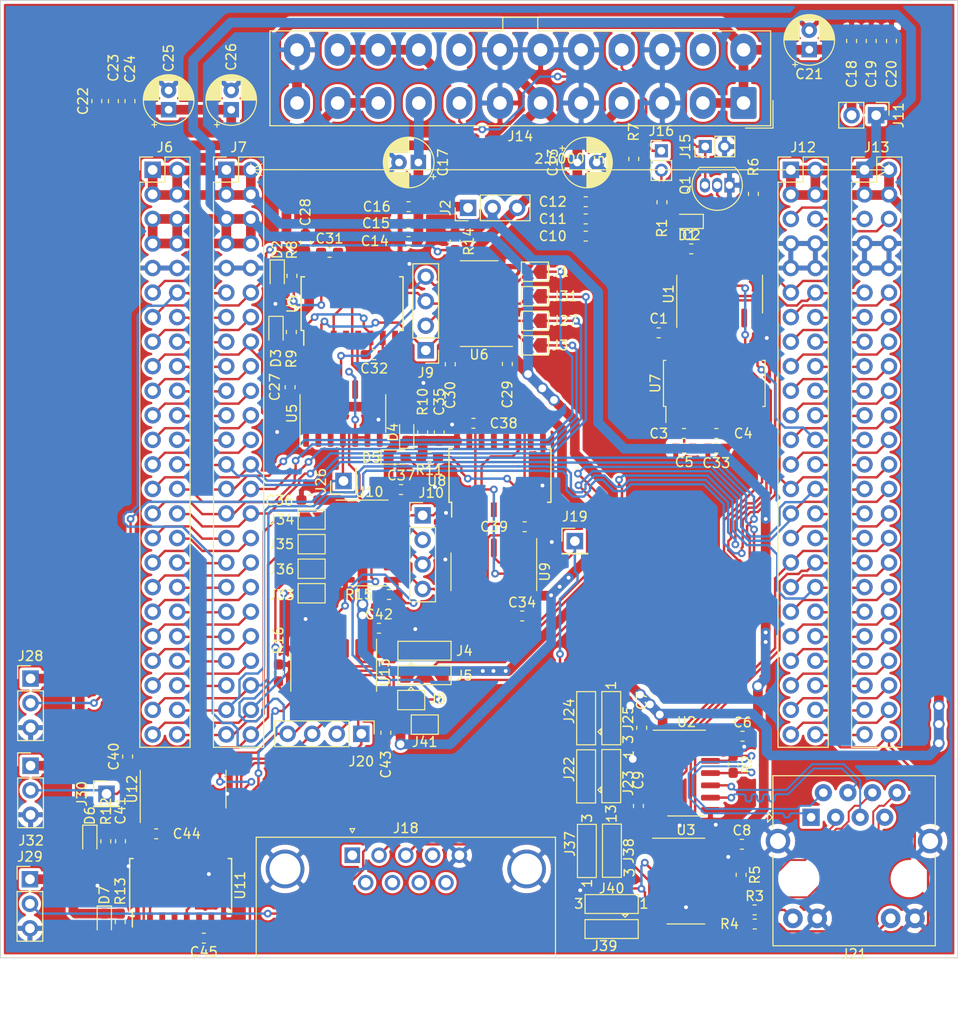
<source format=kicad_pcb>
(kicad_pcb (version 20171130) (host pcbnew 5.1.5+dfsg1-2build2)
  (layers (0 F.Cu signal) (31 B.Cu signal) (34 B.Paste user) (35 F.Paste user) (36 B.SilkS user) (37 F.SilkS user) (38 B.Mask user) (39 F.Mask user) (44 Edge.Cuts user))
  (net 0 "")
  (net 1 GNDREF)
  (net 2 /5V)
  (net 3 "Net-(C3-Pad2)")
  (net 4 "Net-(C3-Pad1)")
  (net 5 "Net-(C4-Pad2)")
  (net 6 "Net-(C4-Pad1)")
  (net 7 "Net-(C5-Pad1)")
  (net 8 /5V_UART)
  (net 9 /3V3_MC)
  (net 10 /5VSB)
  (net 11 /3V3)
  (net 12 /12V)
  (net 13 "Net-(C31-Pad2)")
  (net 14 "Net-(C31-Pad1)")
  (net 15 "Net-(C32-Pad2)")
  (net 16 "Net-(C32-Pad1)")
  (net 17 "Net-(C33-Pad2)")
  (net 18 "Net-(C38-Pad2)")
  (net 19 "Net-(C38-Pad1)")
  (net 20 "Net-(C39-Pad2)")
  (net 21 "Net-(C39-Pad1)")
  (net 22 "Net-(C44-Pad2)")
  (net 23 "Net-(C44-Pad1)")
  (net 24 "Net-(C45-Pad2)")
  (net 25 "Net-(C45-Pad1)")
  (net 26 "Net-(D1-Pad2)")
  (net 27 /SPI1_MOSI)
  (net 28 /stm32f407_blackboard/PA7)
  (net 29 /SPI1_MISO)
  (net 30 /stm32f407_blackboard/PA6)
  (net 31 /SPI1_CLK)
  (net 32 /stm32f407_blackboard/PA5)
  (net 33 /SPI1_SS)
  (net 34 /stm32f407_blackboard/PA4)
  (net 35 /SPI2_MOSI)
  (net 36 /stm32f407_blackboard/PB15)
  (net 37 /SPI2_MISO)
  (net 38 /stm32f407_blackboard/PB14)
  (net 39 /SPI2_CLK)
  (net 40 /stm32f407_blackboard/PB13)
  (net 41 /SPI2_SS)
  (net 42 /stm32f407_blackboard/PB12)
  (net 43 /UART4_TX)
  (net 44 /stm32f407_blackboard/PC10)
  (net 45 /UART4_RX)
  (net 46 /stm32f407_blackboard/PC11)
  (net 47 /SPI3_MISO)
  (net 48 /UART3_RX)
  (net 49 /UART3_TX)
  (net 50 /stm32f407_blackboard/PE15)
  (net 51 /stm32f407_blackboard/PE14)
  (net 52 /stm32f407_blackboard/PE13)
  (net 53 /stm32f407_blackboard/PE12)
  (net 54 /stm32f407_blackboard/PE11)
  (net 55 /stm32f407_blackboard/PE10)
  (net 56 /stm32f407_blackboard/PE9)
  (net 57 /stm32f407_blackboard/PE8)
  (net 58 /stm32f407_blackboard/PE7)
  (net 59 /stm32f407_blackboard/PB1)
  (net 60 /stm32f407_blackboard/PB0)
  (net 61 /stm32f407_blackboard/PC5)
  (net 62 /stm32f407_blackboard/PC4)
  (net 63 /UART2_RX)
  (net 64 /UART2_TX)
  (net 65 /stm32f407_blackboard/PA1)
  (net 66 /stm32f407_blackboard/PA0,WK_UP)
  (net 67 /stm32f407_blackboard/VREF+)
  (net 68 /stm32f407_blackboard/VREF-)
  (net 69 /stm32f407_blackboard/PC3)
  (net 70 /stm32f407_blackboard/PC2)
  (net 71 /stm32f407_blackboard/PC1)
  (net 72 /stm32f407_blackboard/PC0)
  (net 73 /stm32f407_blackboard/PC13)
  (net 74 /stm32f407_blackboard/PE6)
  (net 75 /stm32f407_blackboard/PE5)
  (net 76 /PS_ON)
  (net 77 /En_Level_SPI)
  (net 78 /SPI3_MOSI)
  (net 79 /stm32f407_blackboard/PD7)
  (net 80 /stm32f407_blackboard/PD13)
  (net 81 /stm32f407_blackboard/PD5)
  (net 82 /stm32f407_blackboard/PD4)
  (net 83 /stm32f407_blackboard/PD14)
  (net 84 /stm32f407_blackboard/PD15)
  (net 85 /stm32f407_blackboard/PD0)
  (net 86 /stm32f407_blackboard/PD1)
  (net 87 /stm32f407_blackboard/PD8)
  (net 88 /stm32f407_blackboard/PD9)
  (net 89 /stm32f407_blackboard/PD10)
  (net 90 /stm32f407_blackboard/PD11)
  (net 91 /stm32f407_blackboard/PD12)
  (net 92 /UART6_TX)
  (net 93 /UART6_RX)
  (net 94 /stm32f407_blackboard/PC8)
  (net 95 /stm32f407_blackboard/PC9)
  (net 96 /stm32f407_blackboard/PA8)
  (net 97 /stm32f407_blackboard/PA11_USB_DM)
  (net 98 /stm32f407_blackboard/PA12USB_DP)
  (net 99 /stm32f407_blackboard/PA15_TD1SWD)
  (net 100 /UART5_TX)
  (net 101 /UART5_RX)
  (net 102 /stm32f407_blackboard/PD3)
  (net 103 /stm32f407_blackboard/PD6)
  (net 104 /stm32f407_blackboard/PB3_TD0_SWD)
  (net 105 /stm32f407_blackboard/PB5)
  (net 106 /stm32f407_blackboard/PB6)
  (net 107 /stm32f407_blackboard/PB7)
  (net 108 /stm32f407_blackboard/PB8)
  (net 109 /stm32f407_blackboard/PB9)
  (net 110 /stm32f407_blackboard/BOOT1)
  (net 111 /stm32f407_blackboard/Boot0)
  (net 112 "Net-(J14-Pad20)")
  (net 113 /ATX_Power/PS_ON)
  (net 114 "Net-(J14-Pad14)")
  (net 115 /PWR_OK)
  (net 116 "Net-(J16-Pad2)")
  (net 117 /sheet5EBD8EE4/SK2812_sig)
  (net 118 /sheet5EBD8EE4/CS0_5V)
  (net 119 /sheet5EBD8EE4/MOSI5V)
  (net 120 /sheet5EBD8EE4/CLK5V)
  (net 121 "Net-(J21-Pad10)")
  (net 122 "Net-(J21-Pad12)")
  (net 123 "/UART Connections/uartb_tx-")
  (net 124 "/UART Connections/uartb_tx+")
  (net 125 "/UART Connections/uartb_rx-")
  (net 126 "/UART Connections/UARTB_TX_EN_JMP")
  (net 127 "/UART Connections/UARTB_RX_EN_JMP")
  (net 128 "/UART Connections/UARTA_RX_EN_JMP")
  (net 129 "/UART Connections/UARTA_TX_EN_JMP")
  (net 130 /SPI_WS2812_DRIVERS/SK2812_sig)
  (net 131 /SPI_WS2812_DRIVERS/CS0_5V)
  (net 132 /SPI_WS2812_DRIVERS/MOSI5V)
  (net 133 /SPI_WS2812_DRIVERS/CLK5V)
  (net 134 /sheet5EBDAB70/SK2812_sig)
  (net 135 /sheet5EBDAB70/CS0_5V)
  (net 136 /sheet5EBDAB70/MOSI5V)
  (net 137 /sheet5EBDAB70/CLK5V)
  (net 138 "Net-(Q1-Pad2)")
  (net 139 "Net-(U1-Pad11)")
  (net 140 /UART_RS232/UARTB_RS232_TX)
  (net 141 "Net-(U1-Pad9)")
  (net 142 "Net-(U1-Pad8)")
  (net 143 "Net-(U1-Pad6)")
  (net 144 "Net-(U1-Pad5)")
  (net 145 /UART_RS232/UARTA_RS232_TX)
  (net 146 "Net-(U1-Pad2)")
  (net 147 "Net-(U2-Pad13)")
  (net 148 "Net-(U2-Pad7)")
  (net 149 "Net-(U3-Pad13)")
  (net 150 "Net-(U3-Pad7)")
  (net 151 /UART1_TX)
  (net 152 /UART1_RX)
  (net 153 /SPI_WS2812_DRIVERS/Zero)
  (net 154 "Net-(U4-Pad12)")
  (net 155 /SPI_WS2812_DRIVERS/CLR)
  (net 156 "Net-(U4-Pad4)")
  (net 157 "Net-(U5-Pad1)")
  (net 158 "Net-(U6-Pad9)")
  (net 159 "Net-(U6-Pad6)")
  (net 160 "Net-(J18-Pad2)")
  (net 161 "Net-(J18-Pad3)")
  (net 162 /sheet5EBD8EE4/Zero)
  (net 163 "Net-(U8-Pad12)")
  (net 164 /sheet5EBD8EE4/CLR)
  (net 165 "Net-(U8-Pad4)")
  (net 166 "Net-(U9-Pad1)")
  (net 167 "Net-(U10-Pad9)")
  (net 168 "Net-(U10-Pad6)")
  (net 169 /sheet5EBDAB70/Zero)
  (net 170 "Net-(U11-Pad12)")
  (net 171 /sheet5EBDAB70/CLR)
  (net 172 "Net-(U11-Pad4)")
  (net 173 "Net-(U12-Pad1)")
  (net 174 "Net-(U13-Pad9)")
  (net 175 "Net-(U13-Pad6)")
  (net 176 /SPI3_SS)
  (net 177 /SPI3_CLK)
  (net 178 "/UART Connections/uartb_rx+")
  (net 179 /ATX_Power/PWR_OK_INT)
  (net 180 "Net-(J9-Pad2)")
  (net 181 "Net-(J10-Pad2)")
  (net 182 "Net-(J20-Pad2)")
  (net 183 /SPI_WS2812_DRIVERS/ONE)
  (net 184 /sheet5EBD8EE4/ONE)
  (net 185 /sheet5EBDAB70/ONE)
  (net 186 "Net-(U5-Pad3)")
  (net 187 "Net-(U5-Pad2)")
  (net 188 "Net-(U9-Pad3)")
  (net 189 "Net-(U9-Pad2)")
  (net 190 "Net-(U12-Pad3)")
  (net 191 "Net-(U12-Pad2)")
  (net 192 "Net-(U5-Pad10)")
  (net 193 "Net-(U9-Pad10)")
  (net 194 "Net-(U12-Pad10)")
  (net 195 "/UART Connections/UARTB_RX_Voltage")
  (net 196 "/UART Connections/UARTB_RX_EN")
  (net 197 "/UART Connections/UARTB_TX_Voltage")
  (net 198 "/UART Connections/UARTB_TX_EN")
  (net 199 "/UART Connections/UARTA_RX_Voltage")
  (net 200 "/UART Connections/UARTA_RX_EN")
  (net 201 "/UART Connections/UARTA_TX_Voltage")
  (net 202 "/UART Connections/UARTA_TX_EN")
  (net 203 /stm32f407_blackboard/PE2)
  (net 204 /stm32f407_blackboard/PE4)
  (net 205 "/UART Connections/UARTA_TX_N")
  (net 206 "/UART Connections/UARTA_TX_P")
  (net 207 "/UART Connections/UARTA_RX_N")
  (net 208 "/UART Connections/UARTA_RX_P")
  (net 209 "Net-(J18-Pad9)")
  (net 210 "Net-(J18-Pad8)")
  (net 211 "Net-(J18-Pad7)")
  (net 212 "Net-(J18-Pad6)")
  (net 213 "Net-(J18-Pad4)")
  (net 214 "Net-(J18-Pad1)")
  (net 215 "Net-(U7-Pad14)")
  (net 216 "Net-(U7-Pad13)")
  (module Jumper:SolderJumper-3_P2.0mm_Open_TrianglePad1.0x1.5mm (layer F.Cu) (at 75.9394 108.7628 180)
    (fp_text reference J39 (at 0.725 -1.775) (layer F.SilkS))
    (fp_text value Conn_01x03)
    (pad 3 smd custom (at 2 0) (size 0.3 0.3) (layers F.Cu F.Mask) (net 9 /3V3_MC) (options (clearance outline) (anchor rect)) (primitives (gr_poly (pts (xy -0.5 -0.75) (xy 0.5 -0.75) (xy 1 0) (xy 0.5 0.75) (xy -0.5 0.75)) (width 0))))
    (pad 2 smd custom (at 0 0 180) (size 0.3 0.3) (layers F.Cu) (net 201 "/UART Connections/UARTA_TX_Voltage") (options (clearance outline) (anchor rect)) (primitives (gr_poly (pts (xy -1.2 -0.75) (xy 1.2 -0.75) (xy 0.7 0) (xy 1.2 0.75) (xy -1.2 0.75) (xy -0.7 0)) (width 0))))
    (pad 1 smd custom (at -2 0 180) (size 0.3 0.3) (layers F.Cu F.Mask) (net 1 GNDREF) (options (clearance outline) (anchor rect)) (primitives (gr_poly (pts (xy -0.5 -0.75) (xy 0.5 -0.75) (xy 1 0) (xy 0.5 0.75) (xy -0.5 0.75)) (width 0))))
  )
  (module Jumper:SolderJumper-3_P2.0mm_Open_TrianglePad1.0x1.5mm_NumberLabels (layer F.Cu) (at 73.406 100.7044 90)
    (fp_text reference J37 (at 0.725 -1.775 90) (layer F.SilkS))
    (fp_text value Conn_01x03)
    (fp_text user 1 (at -3.35 0 90) (layer F.SilkS))
    (fp_text user 3 (at 3.4 0 90) (layer F.SilkS))
    (pad 3 smd custom (at 2 0 270) (size 0.3 0.3) (layers F.Cu F.Mask) (net 9 /3V3_MC) (options (clearance outline) (anchor rect)) (primitives (gr_poly (pts (xy -0.5 -0.75) (xy 0.5 -0.75) (xy 1 0) (xy 0.5 0.75) (xy -0.5 0.75)) (width 0))))
    (pad 2 smd custom (at 0 0 90) (size 0.3 0.3) (layers F.Cu) (net 199 "/UART Connections/UARTA_RX_Voltage") (options (clearance outline) (anchor rect)) (primitives (gr_poly (pts (xy -1.2 -0.75) (xy 1.2 -0.75) (xy 0.7 0) (xy 1.2 0.75) (xy -1.2 0.75) (xy -0.7 0)) (width 0))))
    (pad 1 smd custom (at -2 0 90) (size 0.3 0.3) (layers F.Cu F.Mask) (net 1 GNDREF) (options (clearance outline) (anchor rect)) (primitives (gr_poly (pts (xy -0.5 -0.75) (xy 0.5 -0.75) (xy 1 0) (xy 0.5 0.75) (xy -0.5 0.75)) (width 0))))
  )
  (module Jumper:SolderJumper-3_P2.0mm_Open_TrianglePad1.0x1.5mm (layer F.Cu) (at 73.3298 86.9696 90)
    (fp_text reference J24 (at 0.725 -1.775 90) (layer F.SilkS))
    (fp_text value Conn_01x03)
    (pad 3 smd custom (at 2 0 270) (size 0.3 0.3) (layers F.Cu F.Mask) (net 9 /3V3_MC) (options (clearance outline) (anchor rect)) (primitives (gr_poly (pts (xy -0.5 -0.75) (xy 0.5 -0.75) (xy 1 0) (xy 0.5 0.75) (xy -0.5 0.75)) (width 0))))
    (pad 2 smd custom (at 0 0 90) (size 0.3 0.3) (layers F.Cu) (net 197 "/UART Connections/UARTB_TX_Voltage") (options (clearance outline) (anchor rect)) (primitives (gr_poly (pts (xy -1.2 -0.75) (xy 1.2 -0.75) (xy 0.7 0) (xy 1.2 0.75) (xy -1.2 0.75) (xy -0.7 0)) (width 0))))
    (pad 1 smd custom (at -2 0 90) (size 0.3 0.3) (layers F.Cu F.Mask) (net 1 GNDREF) (options (clearance outline) (anchor rect)) (primitives (gr_poly (pts (xy -0.5 -0.75) (xy 0.5 -0.75) (xy 1 0) (xy 0.5 0.75) (xy -0.5 0.75)) (width 0))))
  )
  (module Jumper:SolderJumper-3_P2.0mm_Open_TrianglePad1.0x1.5mm (layer F.Cu) (at 73.3298 92.9894 90)
    (fp_text reference J22 (at 0.725 -1.775 90) (layer F.SilkS))
    (fp_text value Conn_01x03)
    (pad 3 smd custom (at 2 0 270) (size 0.3 0.3) (layers F.Cu F.Mask) (net 9 /3V3_MC) (options (clearance outline) (anchor rect)) (primitives (gr_poly (pts (xy -0.5 -0.75) (xy 0.5 -0.75) (xy 1 0) (xy 0.5 0.75) (xy -0.5 0.75)) (width 0))))
    (pad 2 smd custom (at 0 0 90) (size 0.3 0.3) (layers F.Cu) (net 195 "/UART Connections/UARTB_RX_Voltage") (options (clearance outline) (anchor rect)) (primitives (gr_poly (pts (xy -1.2 -0.75) (xy 1.2 -0.75) (xy 0.7 0) (xy 1.2 0.75) (xy -1.2 0.75) (xy -0.7 0)) (width 0))))
    (pad 1 smd custom (at -2 0 90) (size 0.3 0.3) (layers F.Cu F.Mask) (net 1 GNDREF) (options (clearance outline) (anchor rect)) (primitives (gr_poly (pts (xy -0.5 -0.75) (xy 0.5 -0.75) (xy 1 0) (xy 0.5 0.75) (xy -0.5 0.75)) (width 0))))
  )
  (module Package_SO:SOIC-14_3.9x8.7mm_P1.27mm (layer F.Cu) (at 31.5976 94.3102 90)
    (fp_text reference U12 (at 0 -5.28 90) (layer F.SilkS))
    (fp_text value 7402)
    (pad 14 smd roundrect (at 2.475 -3.81 90) (size 1.95 0.6) (layers F.Cu F.Paste F.Mask) (net 2 /5V))
    (pad 13 smd roundrect (at 2.475 -2.54 90) (size 1.95 0.6) (layers F.Cu F.Paste F.Mask) (net 171 /sheet5EBDAB70/CLR))
    (pad 12 smd roundrect (at 2.475 -1.27 90) (size 1.95 0.6) (layers F.Cu F.Paste F.Mask) (net 135 /sheet5EBDAB70/CS0_5V))
    (pad 11 smd roundrect (at 2.475 0 90) (size 1.95 0.6) (layers F.Cu F.Paste F.Mask) (net 135 /sheet5EBDAB70/CS0_5V))
    (pad 10 smd roundrect (at 2.475 1.27 90) (size 1.95 0.6) (layers F.Cu F.Paste F.Mask) (net 194 "Net-(U12-Pad10)"))
    (pad 9 smd roundrect (at 2.475 2.54 90) (size 1.95 0.6) (layers F.Cu F.Paste F.Mask) (net 169 /sheet5EBDAB70/Zero))
    (pad 8 smd roundrect (at 2.475 3.81 90) (size 1.95 0.6) (layers F.Cu F.Paste F.Mask) (net 185 /sheet5EBDAB70/ONE))
    (pad 7 smd roundrect (at -2.475 3.81 90) (size 1.95 0.6) (layers F.Cu F.Paste F.Mask) (net 1 GNDREF))
    (pad 6 smd roundrect (at -2.475 2.54 90) (size 1.95 0.6) (layers F.Cu F.Paste F.Mask) (net 194 "Net-(U12-Pad10)"))
    (pad 5 smd roundrect (at -2.475 1.27 90) (size 1.95 0.6) (layers F.Cu F.Paste F.Mask) (net 194 "Net-(U12-Pad10)"))
    (pad 4 smd roundrect (at -2.475 0 90) (size 1.95 0.6) (layers F.Cu F.Paste F.Mask) (net 134 /sheet5EBDAB70/SK2812_sig))
    (pad 3 smd roundrect (at -2.475 -1.27 90) (size 1.95 0.6) (layers F.Cu F.Paste F.Mask) (net 190 "Net-(U12-Pad3)"))
    (pad 2 smd roundrect (at -2.475 -2.54 90) (size 1.95 0.6) (layers F.Cu F.Paste F.Mask) (net 191 "Net-(U12-Pad2)"))
    (pad 1 smd roundrect (at -2.475 -3.81 90) (size 1.95 0.6) (layers F.Cu F.Paste F.Mask) (net 173 "Net-(U12-Pad1)"))
  )
  (module Connector_Dsub:DSUB-9_Male_Horizontal_P2.77x2.84mm_EdgePinOffset7.70mm_Housed_MountingHolesOffset9.12mm (layer F.Cu) (at 49.1074 101.1476)
    (fp_text reference J18 (at 5.54 -2.8) (layer F.SilkS))
    (fp_text value DB9_Female_MountingHoles)
    (pad 0 thru_hole circle (at 18.04 1.42) (size 4 4) (drill 3.2) (layers *.Cu *.Mask) (net 1 GNDREF))
    (pad 0 thru_hole circle (at -6.96 1.42) (size 4 4) (drill 3.2) (layers *.Cu *.Mask) (net 1 GNDREF))
    (pad 9 thru_hole circle (at 9.695 2.84) (size 1.6 1.6) (drill 1) (layers *.Cu *.Mask) (net 209 "Net-(J18-Pad9)"))
    (pad 8 thru_hole circle (at 6.925 2.84) (size 1.6 1.6) (drill 1) (layers *.Cu *.Mask) (net 210 "Net-(J18-Pad8)"))
    (pad 7 thru_hole circle (at 4.155 2.84) (size 1.6 1.6) (drill 1) (layers *.Cu *.Mask) (net 211 "Net-(J18-Pad7)"))
    (pad 6 thru_hole circle (at 1.385 2.84) (size 1.6 1.6) (drill 1) (layers *.Cu *.Mask) (net 212 "Net-(J18-Pad6)"))
    (pad 5 thru_hole circle (at 11.08 0) (size 1.6 1.6) (drill 1) (layers *.Cu *.Mask) (net 1 GNDREF))
    (pad 4 thru_hole circle (at 8.31 0) (size 1.6 1.6) (drill 1) (layers *.Cu *.Mask) (net 213 "Net-(J18-Pad4)"))
    (pad 3 thru_hole circle (at 5.54 0) (size 1.6 1.6) (drill 1) (layers *.Cu *.Mask) (net 161 "Net-(J18-Pad3)"))
    (pad 2 thru_hole circle (at 2.77 0) (size 1.6 1.6) (drill 1) (layers *.Cu *.Mask) (net 160 "Net-(J18-Pad2)"))
    (pad 1 thru_hole rect (at 0 0) (size 1.6 1.6) (drill 1) (layers *.Cu *.Mask) (net 214 "Net-(J18-Pad1)"))
  )
  (module Jumper:SolderJumper-3_P2.0mm_Open_TrianglePad1.0x1.5mm_NumberLabels (layer F.Cu) (at 75.8825 86.9635 270)
    (fp_text reference J25 (at 0.0315 -1.775 90) (layer F.SilkS))
    (fp_text value Conn_01x03)
    (fp_text user 1 (at -3.3975 0 90) (layer F.SilkS))
    (fp_text user 3 (at 2.1905 -1.778 90) (layer F.SilkS))
    (pad 3 smd custom (at 2 0 90) (size 0.3 0.3) (layers F.Cu F.Mask) (net 197 "/UART Connections/UARTB_TX_Voltage") (options (clearance outline) (anchor rect)) (primitives (gr_poly (pts (xy -0.5 -0.75) (xy 0.5 -0.75) (xy 1 0) (xy 0.5 0.75) (xy -0.5 0.75)) (width 0))))
    (pad 2 smd custom (at 0 0 270) (size 0.3 0.3) (layers F.Cu) (net 126 "/UART Connections/UARTB_TX_EN_JMP") (options (clearance outline) (anchor rect)) (primitives (gr_poly (pts (xy -1.2 -0.75) (xy 1.2 -0.75) (xy 0.7 0) (xy 1.2 0.75) (xy -1.2 0.75) (xy -0.7 0)) (width 0))))
    (pad 1 smd custom (at -2 0 270) (size 0.3 0.3) (layers F.Cu F.Mask) (net 198 "/UART Connections/UARTB_TX_EN") (options (clearance outline) (anchor rect)) (primitives (gr_poly (pts (xy -0.5 -0.75) (xy 0.5 -0.75) (xy 1 0) (xy 0.5 0.75) (xy -0.5 0.75)) (width 0))))
  )
  (module Connector_RJ:RJ45_BEL_SS74301-00x_Vertical (layer F.Cu) (at 96.5835 97.2185)
    (fp_text reference J21 (at 4.445 14.15) (layer F.SilkS))
    (fp_text value RJ45_LED_Shielded)
    (pad "" np_thru_hole circle (at 10.16 6.35) (size 3.2512 3.2512) (drill 3.2512) (layers *.Cu *.Mask))
    (pad "" np_thru_hole circle (at -1.27 6.35) (size 3.2512 3.2512) (drill 3.2512) (layers *.Cu *.Mask))
    (pad SH thru_hole circle (at 12.319 2.4638) (size 2.54 2.54) (drill 1.651) (layers *.Cu *.Mask) (net 1 GNDREF))
    (pad SH thru_hole circle (at -3.429 2.4638) (size 2.54 2.54) (drill 1.651) (layers *.Cu *.Mask) (net 1 GNDREF))
    (pad 10 thru_hole circle (at 8.2296 10.4648) (size 2.032 2.032) (drill 1.016) (layers *.Cu *.Mask) (net 121 "Net-(J21-Pad10)"))
    (pad 9 thru_hole circle (at 10.7442 10.4648) (size 2.032 2.032) (drill 1.016) (layers *.Cu *.Mask) (net 1 GNDREF))
    (pad 11 thru_hole circle (at 0.635 10.4648) (size 2.032 2.032) (drill 1.016) (layers *.Cu *.Mask) (net 1 GNDREF))
    (pad 12 thru_hole circle (at -1.8796 10.4648) (size 2.032 2.032) (drill 1.016) (layers *.Cu *.Mask) (net 122 "Net-(J21-Pad12)"))
    (pad 8 thru_hole circle (at 8.89 -2.54) (size 1.778 1.778) (drill 0.889) (layers *.Cu *.Mask) (net 205 "/UART Connections/UARTA_TX_N"))
    (pad 7 thru_hole circle (at 7.62 0) (size 1.778 1.778) (drill 0.889) (layers *.Cu *.Mask) (net 206 "/UART Connections/UARTA_TX_P"))
    (pad 6 thru_hole circle (at 6.35 -2.54) (size 1.778 1.778) (drill 0.889) (layers *.Cu *.Mask) (net 207 "/UART Connections/UARTA_RX_N"))
    (pad 5 thru_hole circle (at 5.08 0) (size 1.778 1.778) (drill 0.889) (layers *.Cu *.Mask) (net 123 "/UART Connections/uartb_tx-"))
    (pad 4 thru_hole circle (at 3.81 -2.54) (size 1.778 1.778) (drill 0.889) (layers *.Cu *.Mask) (net 124 "/UART Connections/uartb_tx+"))
    (pad 3 thru_hole circle (at 2.54 0) (size 1.778 1.778) (drill 0.889) (layers *.Cu *.Mask) (net 208 "/UART Connections/UARTA_RX_P"))
    (pad 2 thru_hole circle (at 1.27 -2.54) (size 1.778 1.778) (drill 0.889) (layers *.Cu *.Mask) (net 125 "/UART Connections/uartb_rx-"))
    (pad 1 thru_hole rect (at 0 0) (size 1.778 1.778) (drill 0.889) (layers *.Cu *.Mask) (net 178 "/UART Connections/uartb_rx+"))
  )
  (module Package_SO:SOIC-14_3.9x8.7mm_P1.27mm (layer F.Cu) (at 83.6295 103.8225)
    (fp_text reference U3 (at 0 -5.28) (layer F.SilkS))
    (fp_text value MAX13433EESD)
    (pad 14 smd roundrect (at 2.475 -3.81) (size 1.95 0.6) (layers F.Cu F.Paste F.Mask) (net 8 /5V_UART))
    (pad 13 smd roundrect (at 2.475 -2.54) (size 1.95 0.6) (layers F.Cu F.Paste F.Mask) (net 149 "Net-(U3-Pad13)"))
    (pad 12 smd roundrect (at 2.475 -1.27) (size 1.95 0.6) (layers F.Cu F.Paste F.Mask) (net 208 "/UART Connections/UARTA_RX_P"))
    (pad 11 smd roundrect (at 2.475 0) (size 1.95 0.6) (layers F.Cu F.Paste F.Mask) (net 207 "/UART Connections/UARTA_RX_N"))
    (pad 10 smd roundrect (at 2.475 1.27) (size 1.95 0.6) (layers F.Cu F.Paste F.Mask) (net 205 "/UART Connections/UARTA_TX_N"))
    (pad 9 smd roundrect (at 2.475 2.54) (size 1.95 0.6) (layers F.Cu F.Paste F.Mask) (net 206 "/UART Connections/UARTA_TX_P"))
    (pad 8 smd roundrect (at 2.475 3.81) (size 1.95 0.6) (layers F.Cu F.Paste F.Mask) (net 1 GNDREF))
    (pad 7 smd roundrect (at -2.475 3.81) (size 1.95 0.6) (layers F.Cu F.Paste F.Mask) (net 150 "Net-(U3-Pad7)"))
    (pad 6 smd roundrect (at -2.475 2.54) (size 1.95 0.6) (layers F.Cu F.Paste F.Mask) (net 1 GNDREF))
    (pad 5 smd roundrect (at -2.475 1.27) (size 1.95 0.6) (layers F.Cu F.Paste F.Mask) (net 151 /UART1_TX))
    (pad 4 smd roundrect (at -2.475 0) (size 1.95 0.6) (layers F.Cu F.Paste F.Mask) (net 128 "/UART Connections/UARTA_RX_EN_JMP"))
    (pad 3 smd roundrect (at -2.475 -1.27) (size 1.95 0.6) (layers F.Cu F.Paste F.Mask) (net 129 "/UART Connections/UARTA_TX_EN_JMP"))
    (pad 2 smd roundrect (at -2.475 -2.54) (size 1.95 0.6) (layers F.Cu F.Paste F.Mask) (net 152 /UART1_RX))
    (pad 1 smd roundrect (at -2.475 -3.81) (size 1.95 0.6) (layers F.Cu F.Paste F.Mask) (net 9 /3V3_MC))
  )
  (module Jumper:SolderJumper-2_P1.3mm_Open_TrianglePad1.0x1.5mm (layer F.Cu) (at 56.605 87.63 180)
    (fp_text reference J41 (at 0 -1.8) (layer F.SilkS))
    (fp_text value Conn_01x02)
    (pad 1 smd custom (at -0.725 0 180) (size 0.3 0.3) (layers F.Cu F.Mask) (net 95 /stm32f407_blackboard/PC9) (options (clearance outline) (anchor rect)) (primitives (gr_poly (pts (xy -0.5 -0.75) (xy 0.5 -0.75) (xy 1 0) (xy 0.5 0.75) (xy -0.5 0.75)) (width 0))))
    (pad 2 smd custom (at 0.725 0 180) (size 0.3 0.3) (layers F.Cu F.Mask) (net 176 /SPI3_SS) (options (clearance outline) (anchor rect)) (primitives (gr_poly (pts (xy -0.65 -0.75) (xy 0.5 -0.75) (xy 0.5 0.75) (xy -0.65 0.75) (xy -0.15 0)) (width 0))))
  )
  (module Connector_PinHeader_2.54mm:PinHeader_2x24_P2.54mm_Vertical (layer F.Cu) (at 94.488 30.226)
    (fp_text reference J12 (at 1.27 -2.33) (layer F.SilkS))
    (fp_text value "Header 24X2")
    (pad 48 thru_hole oval (at 2.54 58.42) (size 1.7 1.7) (drill 1) (layers *.Cu *.Mask) (net 36 /stm32f407_blackboard/PB15))
    (pad 47 thru_hole oval (at 0 58.42) (size 1.7 1.7) (drill 1) (layers *.Cu *.Mask) (net 87 /stm32f407_blackboard/PD8))
    (pad 46 thru_hole oval (at 2.54 55.88) (size 1.7 1.7) (drill 1) (layers *.Cu *.Mask) (net 88 /stm32f407_blackboard/PD9))
    (pad 45 thru_hole oval (at 0 55.88) (size 1.7 1.7) (drill 1) (layers *.Cu *.Mask) (net 89 /stm32f407_blackboard/PD10))
    (pad 44 thru_hole oval (at 2.54 53.34) (size 1.7 1.7) (drill 1) (layers *.Cu *.Mask) (net 90 /stm32f407_blackboard/PD11))
    (pad 43 thru_hole oval (at 0 53.34) (size 1.7 1.7) (drill 1) (layers *.Cu *.Mask) (net 91 /stm32f407_blackboard/PD12))
    (pad 42 thru_hole oval (at 2.54 50.8) (size 1.7 1.7) (drill 1) (layers *.Cu *.Mask) (net 80 /stm32f407_blackboard/PD13))
    (pad 41 thru_hole oval (at 0 50.8) (size 1.7 1.7) (drill 1) (layers *.Cu *.Mask) (net 83 /stm32f407_blackboard/PD14))
    (pad 40 thru_hole oval (at 2.54 48.26) (size 1.7 1.7) (drill 1) (layers *.Cu *.Mask) (net 84 /stm32f407_blackboard/PD15))
    (pad 39 thru_hole oval (at 0 48.26) (size 1.7 1.7) (drill 1) (layers *.Cu *.Mask) (net 92 /UART6_TX))
    (pad 38 thru_hole oval (at 2.54 45.72) (size 1.7 1.7) (drill 1) (layers *.Cu *.Mask) (net 93 /UART6_RX))
    (pad 37 thru_hole oval (at 0 45.72) (size 1.7 1.7) (drill 1) (layers *.Cu *.Mask) (net 94 /stm32f407_blackboard/PC8))
    (pad 36 thru_hole oval (at 2.54 43.18) (size 1.7 1.7) (drill 1) (layers *.Cu *.Mask) (net 95 /stm32f407_blackboard/PC9))
    (pad 35 thru_hole oval (at 0 43.18) (size 1.7 1.7) (drill 1) (layers *.Cu *.Mask) (net 96 /stm32f407_blackboard/PA8))
    (pad 34 thru_hole oval (at 2.54 40.64) (size 1.7 1.7) (drill 1) (layers *.Cu *.Mask) (net 151 /UART1_TX))
    (pad 33 thru_hole oval (at 0 40.64) (size 1.7 1.7) (drill 1) (layers *.Cu *.Mask) (net 152 /UART1_RX))
    (pad 32 thru_hole oval (at 2.54 38.1) (size 1.7 1.7) (drill 1) (layers *.Cu *.Mask) (net 97 /stm32f407_blackboard/PA11_USB_DM))
    (pad 31 thru_hole oval (at 0 38.1) (size 1.7 1.7) (drill 1) (layers *.Cu *.Mask) (net 98 /stm32f407_blackboard/PA12USB_DP))
    (pad 30 thru_hole oval (at 2.54 35.56) (size 1.7 1.7) (drill 1) (layers *.Cu *.Mask) (net 99 /stm32f407_blackboard/PA15_TD1SWD))
    (pad 29 thru_hole oval (at 0 35.56) (size 1.7 1.7) (drill 1) (layers *.Cu *.Mask) (net 44 /stm32f407_blackboard/PC10))
    (pad 28 thru_hole oval (at 2.54 33.02) (size 1.7 1.7) (drill 1) (layers *.Cu *.Mask) (net 46 /stm32f407_blackboard/PC11))
    (pad 27 thru_hole oval (at 0 33.02) (size 1.7 1.7) (drill 1) (layers *.Cu *.Mask) (net 100 /UART5_TX))
    (pad 26 thru_hole oval (at 2.54 30.48) (size 1.7 1.7) (drill 1) (layers *.Cu *.Mask) (net 85 /stm32f407_blackboard/PD0))
    (pad 25 thru_hole oval (at 0 30.48) (size 1.7 1.7) (drill 1) (layers *.Cu *.Mask) (net 86 /stm32f407_blackboard/PD1))
    (pad 24 thru_hole oval (at 2.54 27.94) (size 1.7 1.7) (drill 1) (layers *.Cu *.Mask) (net 101 /UART5_RX))
    (pad 23 thru_hole oval (at 0 27.94) (size 1.7 1.7) (drill 1) (layers *.Cu *.Mask) (net 102 /stm32f407_blackboard/PD3))
    (pad 22 thru_hole oval (at 2.54 25.4) (size 1.7 1.7) (drill 1) (layers *.Cu *.Mask) (net 82 /stm32f407_blackboard/PD4))
    (pad 21 thru_hole oval (at 0 25.4) (size 1.7 1.7) (drill 1) (layers *.Cu *.Mask) (net 81 /stm32f407_blackboard/PD5))
    (pad 20 thru_hole oval (at 2.54 22.86) (size 1.7 1.7) (drill 1) (layers *.Cu *.Mask) (net 103 /stm32f407_blackboard/PD6))
    (pad 19 thru_hole oval (at 0 22.86) (size 1.7 1.7) (drill 1) (layers *.Cu *.Mask) (net 79 /stm32f407_blackboard/PD7))
    (pad 18 thru_hole oval (at 2.54 20.32) (size 1.7 1.7) (drill 1) (layers *.Cu *.Mask) (net 104 /stm32f407_blackboard/PB3_TD0_SWD))
    (pad 17 thru_hole oval (at 0 20.32) (size 1.7 1.7) (drill 1) (layers *.Cu *.Mask) (net 105 /stm32f407_blackboard/PB5))
    (pad 16 thru_hole oval (at 2.54 17.78) (size 1.7 1.7) (drill 1) (layers *.Cu *.Mask) (net 106 /stm32f407_blackboard/PB6))
    (pad 15 thru_hole oval (at 0 17.78) (size 1.7 1.7) (drill 1) (layers *.Cu *.Mask) (net 107 /stm32f407_blackboard/PB7))
    (pad 14 thru_hole oval (at 2.54 15.24) (size 1.7 1.7) (drill 1) (layers *.Cu *.Mask) (net 108 /stm32f407_blackboard/PB8))
    (pad 13 thru_hole oval (at 0 15.24) (size 1.7 1.7) (drill 1) (layers *.Cu *.Mask) (net 109 /stm32f407_blackboard/PB9))
    (pad 12 thru_hole oval (at 2.54 12.7) (size 1.7 1.7) (drill 1) (layers *.Cu *.Mask) (net 115 /PWR_OK))
    (pad 11 thru_hole oval (at 0 12.7) (size 1.7 1.7) (drill 1) (layers *.Cu *.Mask) (net 76 /PS_ON))
    (pad 10 thru_hole oval (at 2.54 10.16) (size 1.7 1.7) (drill 1) (layers *.Cu *.Mask) (net 1 GNDREF))
    (pad 9 thru_hole oval (at 0 10.16) (size 1.7 1.7) (drill 1) (layers *.Cu *.Mask) (net 1 GNDREF))
    (pad 8 thru_hole oval (at 2.54 7.62) (size 1.7 1.7) (drill 1) (layers *.Cu *.Mask) (net 1 GNDREF))
    (pad 7 thru_hole oval (at 0 7.62) (size 1.7 1.7) (drill 1) (layers *.Cu *.Mask) (net 1 GNDREF))
    (pad 6 thru_hole oval (at 2.54 5.08) (size 1.7 1.7) (drill 1) (layers *.Cu *.Mask) (net 110 /stm32f407_blackboard/BOOT1))
    (pad 5 thru_hole oval (at 0 5.08) (size 1.7 1.7) (drill 1) (layers *.Cu *.Mask) (net 111 /stm32f407_blackboard/Boot0))
    (pad 4 thru_hole oval (at 2.54 2.54) (size 1.7 1.7) (drill 1) (layers *.Cu *.Mask) (net 9 /3V3_MC))
    (pad 3 thru_hole oval (at 0 2.54) (size 1.7 1.7) (drill 1) (layers *.Cu *.Mask) (net 9 /3V3_MC))
    (pad 2 thru_hole oval (at 2.54 0) (size 1.7 1.7) (drill 1) (layers *.Cu *.Mask) (net 9 /3V3_MC))
    (pad 1 thru_hole rect (at 0 0) (size 1.7 1.7) (drill 1) (layers *.Cu *.Mask) (net 9 /3V3_MC))
  )
  (module Capacitor_SMD:C_0603_1608Metric_Pad1.05x0.95mm_HandSolder (layer F.Cu) (at 66.689 76.3905 180)
    (fp_text reference C34 (at 0.014 1.397) (layer F.SilkS))
    (fp_text value 100nF)
    (pad 2 smd roundrect (at 0.875 0 180) (size 1.05 0.95) (layers F.Cu F.Paste F.Mask) (net 1 GNDREF))
    (pad 1 smd roundrect (at -0.875 0 180) (size 1.05 0.95) (layers F.Cu F.Paste F.Mask) (net 2 /5V))
  )
  (module Package_SO:SOIC-16W_5.3x10.2mm_P1.27mm (layer F.Cu) (at 64.389 61.849 90)
    (fp_text reference U8 (at -0.5715 -6.5405 180) (layer F.SilkS))
    (fp_text value 74LS123)
    (pad 16 smd rect (at 3.55 -4.445 90) (size 1.5 0.6) (layers F.Cu F.Paste F.Mask) (net 2 /5V))
    (pad 15 smd rect (at 3.55 -3.175 90) (size 1.5 0.6) (layers F.Cu F.Paste F.Mask) (net 19 "Net-(C38-Pad1)"))
    (pad 14 smd rect (at 3.55 -1.905 90) (size 1.5 0.6) (layers F.Cu F.Paste F.Mask) (net 18 "Net-(C38-Pad2)"))
    (pad 13 smd rect (at 3.55 -0.635 90) (size 1.5 0.6) (layers F.Cu F.Paste F.Mask) (net 162 /sheet5EBD8EE4/Zero))
    (pad 12 smd rect (at 3.55 0.635 90) (size 1.5 0.6) (layers F.Cu F.Paste F.Mask) (net 163 "Net-(U8-Pad12)"))
    (pad 11 smd rect (at 3.55 1.905 90) (size 1.5 0.6) (layers F.Cu F.Paste F.Mask) (net 164 /sheet5EBD8EE4/CLR))
    (pad 10 smd rect (at 3.55 3.175 90) (size 1.5 0.6) (layers F.Cu F.Paste F.Mask) (net 119 /sheet5EBD8EE4/MOSI5V))
    (pad 9 smd rect (at 3.55 4.445 90) (size 1.5 0.6) (layers F.Cu F.Paste F.Mask) (net 1 GNDREF))
    (pad 8 smd rect (at -3.55 4.445 90) (size 1.5 0.6) (layers F.Cu F.Paste F.Mask) (net 1 GNDREF))
    (pad 7 smd rect (at -3.55 3.175 90) (size 1.5 0.6) (layers F.Cu F.Paste F.Mask) (net 21 "Net-(C39-Pad1)"))
    (pad 6 smd rect (at -3.55 1.905 90) (size 1.5 0.6) (layers F.Cu F.Paste F.Mask) (net 20 "Net-(C39-Pad2)"))
    (pad 5 smd rect (at -3.55 0.635 90) (size 1.5 0.6) (layers F.Cu F.Paste F.Mask) (net 184 /sheet5EBD8EE4/ONE))
    (pad 4 smd rect (at -3.55 -0.635 90) (size 1.5 0.6) (layers F.Cu F.Paste F.Mask) (net 165 "Net-(U8-Pad4)"))
    (pad 3 smd rect (at -3.55 -1.905 90) (size 1.5 0.6) (layers F.Cu F.Paste F.Mask) (net 164 /sheet5EBD8EE4/CLR))
    (pad 2 smd rect (at -3.55 -3.175 90) (size 1.5 0.6) (layers F.Cu F.Paste F.Mask) (net 120 /sheet5EBD8EE4/CLK5V))
    (pad 1 smd rect (at -3.55 -4.445 90) (size 1.5 0.6) (layers F.Cu F.Paste F.Mask) (net 1 GNDREF))
  )
  (module Package_SO:SOIC-14_3.9x8.7mm_P1.27mm (layer F.Cu) (at 50.8635 68.834)
    (fp_text reference U10 (at 0 -5.28) (layer F.SilkS))
    (fp_text value TXB0104D)
    (pad 14 smd roundrect (at 2.475 -3.81) (size 1.95 0.6) (layers F.Cu F.Paste F.Mask) (net 2 /5V))
    (pad 13 smd roundrect (at 2.475 -2.54) (size 1.95 0.6) (layers F.Cu F.Paste F.Mask) (net 120 /sheet5EBD8EE4/CLK5V))
    (pad 12 smd roundrect (at 2.475 -1.27) (size 1.95 0.6) (layers F.Cu F.Paste F.Mask) (net 181 "Net-(J10-Pad2)"))
    (pad 11 smd roundrect (at 2.475 0) (size 1.95 0.6) (layers F.Cu F.Paste F.Mask) (net 119 /sheet5EBD8EE4/MOSI5V))
    (pad 10 smd roundrect (at 2.475 1.27) (size 1.95 0.6) (layers F.Cu F.Paste F.Mask) (net 118 /sheet5EBD8EE4/CS0_5V))
    (pad 9 smd roundrect (at 2.475 2.54) (size 1.95 0.6) (layers F.Cu F.Paste F.Mask) (net 167 "Net-(U10-Pad9)"))
    (pad 8 smd roundrect (at 2.475 3.81) (size 1.95 0.6) (layers F.Cu F.Paste F.Mask) (net 77 /En_Level_SPI))
    (pad 7 smd roundrect (at -2.475 3.81) (size 1.95 0.6) (layers F.Cu F.Paste F.Mask) (net 1 GNDREF))
    (pad 6 smd roundrect (at -2.475 2.54) (size 1.95 0.6) (layers F.Cu F.Paste F.Mask) (net 168 "Net-(U10-Pad6)"))
    (pad 5 smd roundrect (at -2.475 1.27) (size 1.95 0.6) (layers F.Cu F.Paste F.Mask) (net 41 /SPI2_SS))
    (pad 4 smd roundrect (at -2.475 0) (size 1.95 0.6) (layers F.Cu F.Paste F.Mask) (net 35 /SPI2_MOSI))
    (pad 3 smd roundrect (at -2.475 -1.27) (size 1.95 0.6) (layers F.Cu F.Paste F.Mask) (net 37 /SPI2_MISO))
    (pad 2 smd roundrect (at -2.475 -2.54) (size 1.95 0.6) (layers F.Cu F.Paste F.Mask) (net 39 /SPI2_CLK))
    (pad 1 smd roundrect (at -2.475 -3.81) (size 1.95 0.6) (layers F.Cu F.Paste F.Mask) (net 9 /3V3_MC))
  )
  (module Jumper:SolderJumper-3_P2.0mm_Open_TrianglePad1.0x1.5mm_NumberLabels (layer F.Cu) (at 75.946 106.172 180)
    (fp_text reference J40 (at 0 1.5875) (layer F.SilkS))
    (fp_text value Conn_01x03)
    (fp_text user 1 (at -3.35 0) (layer F.SilkS))
    (fp_text user 3 (at 3.4 0) (layer F.SilkS))
    (pad 3 smd custom (at 2 0) (size 0.3 0.3) (layers F.Cu F.Mask) (net 201 "/UART Connections/UARTA_TX_Voltage") (options (clearance outline) (anchor rect)) (primitives (gr_poly (pts (xy -0.5 -0.75) (xy 0.5 -0.75) (xy 1 0) (xy 0.5 0.75) (xy -0.5 0.75)) (width 0))))
    (pad 2 smd custom (at 0 0 180) (size 0.3 0.3) (layers F.Cu) (net 129 "/UART Connections/UARTA_TX_EN_JMP") (options (clearance outline) (anchor rect)) (primitives (gr_poly (pts (xy -1.2 -0.75) (xy 1.2 -0.75) (xy 0.7 0) (xy 1.2 0.75) (xy -1.2 0.75) (xy -0.7 0)) (width 0))))
    (pad 1 smd custom (at -2 0 180) (size 0.3 0.3) (layers F.Cu F.Mask) (net 202 "/UART Connections/UARTA_TX_EN") (options (clearance outline) (anchor rect)) (primitives (gr_poly (pts (xy -0.5 -0.75) (xy 0.5 -0.75) (xy 1 0) (xy 0.5 0.75) (xy -0.5 0.75)) (width 0))))
  )
  (module Jumper:SolderJumper-3_P2.0mm_Open_TrianglePad1.0x1.5mm_NumberLabels (layer F.Cu) (at 75.946 100.679 270)
    (fp_text reference J38 (at 0.032 -1.775 90) (layer F.SilkS))
    (fp_text value Conn_01x03)
    (fp_text user 1 (at -3.35 0 90) (layer F.SilkS))
    (fp_text user 3 (at 2.2545 -1.8415 90) (layer F.SilkS))
    (pad 3 smd custom (at 2 0 90) (size 0.3 0.3) (layers F.Cu F.Mask) (net 199 "/UART Connections/UARTA_RX_Voltage") (options (clearance outline) (anchor rect)) (primitives (gr_poly (pts (xy -0.5 -0.75) (xy 0.5 -0.75) (xy 1 0) (xy 0.5 0.75) (xy -0.5 0.75)) (width 0))))
    (pad 2 smd custom (at 0 0 270) (size 0.3 0.3) (layers F.Cu) (net 128 "/UART Connections/UARTA_RX_EN_JMP") (options (clearance outline) (anchor rect)) (primitives (gr_poly (pts (xy -1.2 -0.75) (xy 1.2 -0.75) (xy 0.7 0) (xy 1.2 0.75) (xy -1.2 0.75) (xy -0.7 0)) (width 0))))
    (pad 1 smd custom (at -2 0 270) (size 0.3 0.3) (layers F.Cu F.Mask) (net 200 "/UART Connections/UARTA_RX_EN") (options (clearance outline) (anchor rect)) (primitives (gr_poly (pts (xy -0.5 -0.75) (xy 0.5 -0.75) (xy 1 0) (xy 0.5 0.75) (xy -0.5 0.75)) (width 0))))
  )
  (module Jumper:SolderJumper-3_P2.0mm_Open_TrianglePad1.0x1.5mm_NumberLabels (layer F.Cu) (at 75.8825 92.964 270)
    (fp_text reference J23 (at 0.725 -1.775 90) (layer F.SilkS))
    (fp_text value Conn_01x03)
    (fp_text user 1 (at -2.2225 -1.8415 90) (layer F.SilkS))
    (fp_text user 3 (at 3.4 0 90) (layer F.SilkS))
    (pad 3 smd custom (at 2 0 90) (size 0.3 0.3) (layers F.Cu F.Mask) (net 195 "/UART Connections/UARTB_RX_Voltage") (options (clearance outline) (anchor rect)) (primitives (gr_poly (pts (xy -0.5 -0.75) (xy 0.5 -0.75) (xy 1 0) (xy 0.5 0.75) (xy -0.5 0.75)) (width 0))))
    (pad 2 smd custom (at 0 0 270) (size 0.3 0.3) (layers F.Cu) (net 127 "/UART Connections/UARTB_RX_EN_JMP") (options (clearance outline) (anchor rect)) (primitives (gr_poly (pts (xy -1.2 -0.75) (xy 1.2 -0.75) (xy 0.7 0) (xy 1.2 0.75) (xy -1.2 0.75) (xy -0.7 0)) (width 0))))
    (pad 1 smd custom (at -2 0 270) (size 0.3 0.3) (layers F.Cu F.Mask) (net 196 "/UART Connections/UARTB_RX_EN") (options (clearance outline) (anchor rect)) (primitives (gr_poly (pts (xy -0.5 -0.75) (xy 0.5 -0.75) (xy 1 0) (xy 0.5 0.75) (xy -0.5 0.75)) (width 0))))
  )
  (module Jumper:SolderJumper-2_P1.3mm_Open_TrianglePad1.0x1.5mm (layer F.Cu) (at 44.8945 71.501)
    (fp_text reference J36 (at -3.1115 0.0635) (layer F.SilkS))
    (fp_text value SPI2_MOSI)
    (pad 1 smd custom (at -0.725 0) (size 0.3 0.3) (layers F.Cu F.Mask) (net 36 /stm32f407_blackboard/PB15) (options (clearance outline) (anchor rect)) (primitives (gr_poly (pts (xy -0.5 -0.75) (xy 0.5 -0.75) (xy 1 0) (xy 0.5 0.75) (xy -0.5 0.75)) (width 0))))
    (pad 2 smd custom (at 0.725 0) (size 0.3 0.3) (layers F.Cu F.Mask) (net 35 /SPI2_MOSI) (options (clearance outline) (anchor rect)) (primitives (gr_poly (pts (xy -0.65 -0.75) (xy 0.5 -0.75) (xy 0.5 0.75) (xy -0.65 0.75) (xy -0.15 0)) (width 0))))
  )
  (module Jumper:SolderJumper-2_P1.3mm_Open_TrianglePad1.0x1.5mm (layer F.Cu) (at 44.8945 68.961)
    (fp_text reference J35 (at -3.138 0) (layer F.SilkS))
    (fp_text value SPI2_MISO)
    (pad 1 smd custom (at -0.725 0) (size 0.3 0.3) (layers F.Cu F.Mask) (net 38 /stm32f407_blackboard/PB14) (options (clearance outline) (anchor rect)) (primitives (gr_poly (pts (xy -0.5 -0.75) (xy 0.5 -0.75) (xy 1 0) (xy 0.5 0.75) (xy -0.5 0.75)) (width 0))))
    (pad 2 smd custom (at 0.725 0) (size 0.3 0.3) (layers F.Cu F.Mask) (net 37 /SPI2_MISO) (options (clearance outline) (anchor rect)) (primitives (gr_poly (pts (xy -0.65 -0.75) (xy 0.5 -0.75) (xy 0.5 0.75) (xy -0.65 0.75) (xy -0.15 0)) (width 0))))
  )
  (module Jumper:SolderJumper-2_P1.3mm_Open_TrianglePad1.0x1.5mm (layer F.Cu) (at 44.8945 66.421)
    (fp_text reference J34 (at -3.1115 0) (layer F.SilkS))
    (fp_text value SPI2_CLK)
    (pad 1 smd custom (at -0.725 0) (size 0.3 0.3) (layers F.Cu F.Mask) (net 40 /stm32f407_blackboard/PB13) (options (clearance outline) (anchor rect)) (primitives (gr_poly (pts (xy -0.5 -0.75) (xy 0.5 -0.75) (xy 1 0) (xy 0.5 0.75) (xy -0.5 0.75)) (width 0))))
    (pad 2 smd custom (at 0.725 0) (size 0.3 0.3) (layers F.Cu F.Mask) (net 39 /SPI2_CLK) (options (clearance outline) (anchor rect)) (primitives (gr_poly (pts (xy -0.65 -0.75) (xy 0.5 -0.75) (xy 0.5 0.75) (xy -0.65 0.75) (xy -0.15 0)) (width 0))))
  )
  (module Jumper:SolderJumper-2_P1.3mm_Open_TrianglePad1.0x1.5mm (layer F.Cu) (at 44.8945 74.041)
    (fp_text reference J33 (at -3.085 0.1905) (layer F.SilkS))
    (fp_text value SPI2_SS)
    (pad 1 smd custom (at -0.725 0) (size 0.3 0.3) (layers F.Cu F.Mask) (net 42 /stm32f407_blackboard/PB12) (options (clearance outline) (anchor rect)) (primitives (gr_poly (pts (xy -0.5 -0.75) (xy 0.5 -0.75) (xy 1 0) (xy 0.5 0.75) (xy -0.5 0.75)) (width 0))))
    (pad 2 smd custom (at 0.725 0) (size 0.3 0.3) (layers F.Cu F.Mask) (net 41 /SPI2_SS) (options (clearance outline) (anchor rect)) (primitives (gr_poly (pts (xy -0.65 -0.75) (xy 0.5 -0.75) (xy 0.5 0.75) (xy -0.65 0.75) (xy -0.15 0)) (width 0))))
  )
  (module Jumper:SolderJumper-2_P1.3mm_Open_TrianglePad1.0x1.5mm (layer F.Cu) (at 68.0085 43.307 180)
    (fp_text reference J31 (at -3.1115 0) (layer F.SilkS))
    (fp_text value SPI1_MOSI)
    (pad 1 smd custom (at -0.725 0 180) (size 0.3 0.3) (layers F.Cu F.Mask) (net 28 /stm32f407_blackboard/PA7) (options (clearance outline) (anchor rect)) (primitives (gr_poly (pts (xy -0.5 -0.75) (xy 0.5 -0.75) (xy 1 0) (xy 0.5 0.75) (xy -0.5 0.75)) (width 0))))
    (pad 2 smd custom (at 0.725 0 180) (size 0.3 0.3) (layers F.Cu F.Mask) (net 27 /SPI1_MOSI) (options (clearance outline) (anchor rect)) (primitives (gr_poly (pts (xy -0.65 -0.75) (xy 0.5 -0.75) (xy 0.5 0.75) (xy -0.65 0.75) (xy -0.15 0)) (width 0))))
  )
  (module Jumper:SolderJumper-2_P1.3mm_Open_TrianglePad1.0x1.5mm (layer F.Cu) (at 68.0085 45.847 180)
    (fp_text reference J27 (at -3.1115 0) (layer F.SilkS))
    (fp_text value SPI1_MISO)
    (pad 1 smd custom (at -0.725 0 180) (size 0.3 0.3) (layers F.Cu F.Mask) (net 30 /stm32f407_blackboard/PA6) (options (clearance outline) (anchor rect)) (primitives (gr_poly (pts (xy -0.5 -0.75) (xy 0.5 -0.75) (xy 1 0) (xy 0.5 0.75) (xy -0.5 0.75)) (width 0))))
    (pad 2 smd custom (at 0.725 0 180) (size 0.3 0.3) (layers F.Cu F.Mask) (net 29 /SPI1_MISO) (options (clearance outline) (anchor rect)) (primitives (gr_poly (pts (xy -0.65 -0.75) (xy 0.5 -0.75) (xy 0.5 0.75) (xy -0.65 0.75) (xy -0.15 0)) (width 0))))
  )
  (module Jumper:SolderJumper-2_P1.3mm_Open_TrianglePad1.0x1.5mm (layer F.Cu) (at 68.0085 48.387 180)
    (fp_text reference J3 (at -2.6035 0) (layer F.SilkS))
    (fp_text value SPI1_CLK)
    (pad 1 smd custom (at -0.725 0 180) (size 0.3 0.3) (layers F.Cu F.Mask) (net 32 /stm32f407_blackboard/PA5) (options (clearance outline) (anchor rect)) (primitives (gr_poly (pts (xy -0.5 -0.75) (xy 0.5 -0.75) (xy 1 0) (xy 0.5 0.75) (xy -0.5 0.75)) (width 0))))
    (pad 2 smd custom (at 0.725 0 180) (size 0.3 0.3) (layers F.Cu F.Mask) (net 31 /SPI1_CLK) (options (clearance outline) (anchor rect)) (primitives (gr_poly (pts (xy -0.65 -0.75) (xy 0.5 -0.75) (xy 0.5 0.75) (xy -0.65 0.75) (xy -0.15 0)) (width 0))))
  )
  (module Jumper:SolderJumper-2_P1.3mm_Open_TrianglePad1.0x1.5mm (layer F.Cu) (at 68.0085 40.767 180)
    (fp_text reference J1 (at -2.667 0) (layer F.SilkS))
    (fp_text value SPI1_SS)
    (pad 1 smd custom (at -0.725 0 180) (size 0.3 0.3) (layers F.Cu F.Mask) (net 34 /stm32f407_blackboard/PA4) (options (clearance outline) (anchor rect)) (primitives (gr_poly (pts (xy -0.5 -0.75) (xy 0.5 -0.75) (xy 1 0) (xy 0.5 0.75) (xy -0.5 0.75)) (width 0))))
    (pad 2 smd custom (at 0.725 0 180) (size 0.3 0.3) (layers F.Cu F.Mask) (net 33 /SPI1_SS) (options (clearance outline) (anchor rect)) (primitives (gr_poly (pts (xy -0.65 -0.75) (xy 0.5 -0.75) (xy 0.5 0.75) (xy -0.65 0.75) (xy -0.15 0)) (width 0))))
  )
  (module Connector_PinHeader_2.54mm:PinHeader_1x04_P2.54mm_Vertical (layer F.Cu) (at 50.038 88.5825 270)
    (fp_text reference J20 (at 2.8575 0 180) (layer F.SilkS))
    (fp_text value "SPI 5V")
    (pad 4 thru_hole oval (at 0 7.62 270) (size 1.7 1.7) (drill 1) (layers *.Cu *.Mask) (net 135 /sheet5EBDAB70/CS0_5V))
    (pad 3 thru_hole oval (at 0 5.08 270) (size 1.7 1.7) (drill 1) (layers *.Cu *.Mask) (net 136 /sheet5EBDAB70/MOSI5V))
    (pad 2 thru_hole oval (at 0 2.54 270) (size 1.7 1.7) (drill 1) (layers *.Cu *.Mask) (net 182 "Net-(J20-Pad2)"))
    (pad 1 thru_hole rect (at 0 0 270) (size 1.7 1.7) (drill 1) (layers *.Cu *.Mask) (net 137 /sheet5EBDAB70/CLK5V))
  )
  (module Connector_PinHeader_2.54mm:PinHeader_1x04_P2.54mm_Vertical (layer F.Cu) (at 56.388 65.9765)
    (fp_text reference J10 (at 0.889 -2.33) (layer F.SilkS))
    (fp_text value "SPI 5V")
    (pad 4 thru_hole oval (at 0 7.62) (size 1.7 1.7) (drill 1) (layers *.Cu *.Mask) (net 118 /sheet5EBD8EE4/CS0_5V))
    (pad 3 thru_hole oval (at 0 5.08) (size 1.7 1.7) (drill 1) (layers *.Cu *.Mask) (net 119 /sheet5EBD8EE4/MOSI5V))
    (pad 2 thru_hole oval (at 0 2.54) (size 1.7 1.7) (drill 1) (layers *.Cu *.Mask) (net 181 "Net-(J10-Pad2)"))
    (pad 1 thru_hole rect (at 0 0) (size 1.7 1.7) (drill 1) (layers *.Cu *.Mask) (net 120 /sheet5EBD8EE4/CLK5V))
  )
  (module Connector_PinHeader_2.54mm:PinHeader_1x04_P2.54mm_Vertical (layer F.Cu) (at 56.7055 48.895 180)
    (fp_text reference J9 (at 0 -2.33) (layer F.SilkS))
    (fp_text value "SPI 5V")
    (pad 4 thru_hole oval (at 0 7.62 180) (size 1.7 1.7) (drill 1) (layers *.Cu *.Mask) (net 131 /SPI_WS2812_DRIVERS/CS0_5V))
    (pad 3 thru_hole oval (at 0 5.08 180) (size 1.7 1.7) (drill 1) (layers *.Cu *.Mask) (net 132 /SPI_WS2812_DRIVERS/MOSI5V))
    (pad 2 thru_hole oval (at 0 2.54 180) (size 1.7 1.7) (drill 1) (layers *.Cu *.Mask) (net 180 "Net-(J9-Pad2)"))
    (pad 1 thru_hole rect (at 0 0 180) (size 1.7 1.7) (drill 1) (layers *.Cu *.Mask) (net 133 /SPI_WS2812_DRIVERS/CLK5V))
  )
  (module Jumper:SolderJumper-3_P2.0mm_Open_TrianglePad1.0x1.5mm (layer F.Cu) (at 56.5785 82.55)
    (fp_text reference J5 (at 4.1275 0) (layer F.SilkS))
    (fp_text value "UART/SPI JUMPER")
    (pad 3 smd custom (at 2 0 180) (size 0.3 0.3) (layers F.Cu F.Mask) (net 45 /UART4_RX) (options (clearance outline) (anchor rect)) (primitives (gr_poly (pts (xy -0.5 -0.75) (xy 0.5 -0.75) (xy 1 0) (xy 0.5 0.75) (xy -0.5 0.75)) (width 0))))
    (pad 2 smd custom (at 0 0) (size 0.3 0.3) (layers F.Cu) (net 46 /stm32f407_blackboard/PC11) (options (clearance outline) (anchor rect)) (primitives (gr_poly (pts (xy -1.2 -0.75) (xy 1.2 -0.75) (xy 0.7 0) (xy 1.2 0.75) (xy -1.2 0.75) (xy -0.7 0)) (width 0))))
    (pad 1 smd custom (at -2 0) (size 0.3 0.3) (layers F.Cu F.Mask) (net 47 /SPI3_MISO) (options (clearance outline) (anchor rect)) (primitives (gr_poly (pts (xy -0.5 -0.75) (xy 0.5 -0.75) (xy 1 0) (xy 0.5 0.75) (xy -0.5 0.75)) (width 0))))
  )
  (module Jumper:SolderJumper-3_P2.0mm_Open_TrianglePad1.0x1.5mm (layer F.Cu) (at 56.5785 80.01)
    (fp_text reference J4 (at 4.1275 0) (layer F.SilkS))
    (fp_text value "UART/SPI JUMPER")
    (pad 3 smd custom (at 2 0 180) (size 0.3 0.3) (layers F.Cu F.Mask) (net 43 /UART4_TX) (options (clearance outline) (anchor rect)) (primitives (gr_poly (pts (xy -0.5 -0.75) (xy 0.5 -0.75) (xy 1 0) (xy 0.5 0.75) (xy -0.5 0.75)) (width 0))))
    (pad 2 smd custom (at 0 0) (size 0.3 0.3) (layers F.Cu) (net 44 /stm32f407_blackboard/PC10) (options (clearance outline) (anchor rect)) (primitives (gr_poly (pts (xy -1.2 -0.75) (xy 1.2 -0.75) (xy 0.7 0) (xy 1.2 0.75) (xy -1.2 0.75) (xy -0.7 0)) (width 0))))
    (pad 1 smd custom (at -2 0) (size 0.3 0.3) (layers F.Cu F.Mask) (net 177 /SPI3_CLK) (options (clearance outline) (anchor rect)) (primitives (gr_poly (pts (xy -0.5 -0.75) (xy 0.5 -0.75) (xy 1 0) (xy 0.5 0.75) (xy -0.5 0.75)) (width 0))))
  )
  (module Jumper:SolderJumper-2_P1.3mm_Open_TrianglePad1.0x1.5mm (layer F.Cu) (at 55.2058 85.09)
    (fp_text reference J8 (at 2.7305 -0.127) (layer F.SilkS))
    (fp_text value "UART/SPI JUMPER")
    (pad 1 smd custom (at -0.725 0) (size 0.3 0.3) (layers F.Cu F.Mask) (net 78 /SPI3_MOSI) (options (clearance outline) (anchor rect)) (primitives (gr_poly (pts (xy -0.5 -0.75) (xy 0.5 -0.75) (xy 1 0) (xy 0.5 0.75) (xy -0.5 0.75)) (width 0))))
    (pad 2 smd custom (at 0.725 0) (size 0.3 0.3) (layers F.Cu F.Mask) (net 73 /stm32f407_blackboard/PC13) (options (clearance outline) (anchor rect)) (primitives (gr_poly (pts (xy -0.65 -0.75) (xy 0.5 -0.75) (xy 0.5 0.75) (xy -0.65 0.75) (xy -0.15 0)) (width 0))))
  )
  (module Connector_Molex:Molex_Mini-Fit_Jr_5566-24A_2x12_P4.20mm_Vertical (layer F.Cu) (at 89.589 23.3045 180)
    (fp_text reference J14 (at 23.1 -3.45) (layer F.SilkS))
    (fp_text value ATX24connector)
    (pad 24 thru_hole oval (at 46.2 5.5 180) (size 2.7 3.3) (drill 1.4) (layers *.Cu *.Mask) (net 1 GNDREF))
    (pad 23 thru_hole oval (at 42 5.5 180) (size 2.7 3.3) (drill 1.4) (layers *.Cu *.Mask) (net 2 /5V))
    (pad 22 thru_hole oval (at 37.8 5.5 180) (size 2.7 3.3) (drill 1.4) (layers *.Cu *.Mask) (net 2 /5V))
    (pad 21 thru_hole oval (at 33.6 5.5 180) (size 2.7 3.3) (drill 1.4) (layers *.Cu *.Mask) (net 2 /5V))
    (pad 20 thru_hole oval (at 29.4 5.5 180) (size 2.7 3.3) (drill 1.4) (layers *.Cu *.Mask) (net 112 "Net-(J14-Pad20)"))
    (pad 19 thru_hole oval (at 25.2 5.5 180) (size 2.7 3.3) (drill 1.4) (layers *.Cu *.Mask) (net 1 GNDREF))
    (pad 18 thru_hole oval (at 21 5.5 180) (size 2.7 3.3) (drill 1.4) (layers *.Cu *.Mask) (net 1 GNDREF))
    (pad 17 thru_hole oval (at 16.8 5.5 180) (size 2.7 3.3) (drill 1.4) (layers *.Cu *.Mask) (net 1 GNDREF))
    (pad 16 thru_hole oval (at 12.6 5.5 180) (size 2.7 3.3) (drill 1.4) (layers *.Cu *.Mask) (net 113 /ATX_Power/PS_ON))
    (pad 15 thru_hole oval (at 8.4 5.5 180) (size 2.7 3.3) (drill 1.4) (layers *.Cu *.Mask) (net 1 GNDREF))
    (pad 14 thru_hole oval (at 4.2 5.5 180) (size 2.7 3.3) (drill 1.4) (layers *.Cu *.Mask) (net 114 "Net-(J14-Pad14)"))
    (pad 13 thru_hole oval (at 0 5.5 180) (size 2.7 3.3) (drill 1.4) (layers *.Cu *.Mask) (net 11 /3V3))
    (pad 12 thru_hole oval (at 46.2 0 180) (size 2.7 3.3) (drill 1.4) (layers *.Cu *.Mask) (net 11 /3V3))
    (pad 11 thru_hole oval (at 42 0 180) (size 2.7 3.3) (drill 1.4) (layers *.Cu *.Mask) (net 12 /12V))
    (pad 10 thru_hole oval (at 37.8 0 180) (size 2.7 3.3) (drill 1.4) (layers *.Cu *.Mask) (net 12 /12V))
    (pad 9 thru_hole oval (at 33.6 0 180) (size 2.7 3.3) (drill 1.4) (layers *.Cu *.Mask) (net 10 /5VSB))
    (pad 8 thru_hole oval (at 29.4 0 180) (size 2.7 3.3) (drill 1.4) (layers *.Cu *.Mask) (net 179 /ATX_Power/PWR_OK_INT))
    (pad 7 thru_hole oval (at 25.2 0 180) (size 2.7 3.3) (drill 1.4) (layers *.Cu *.Mask) (net 1 GNDREF))
    (pad 6 thru_hole oval (at 21 0 180) (size 2.7 3.3) (drill 1.4) (layers *.Cu *.Mask) (net 2 /5V))
    (pad 5 thru_hole oval (at 16.8 0 180) (size 2.7 3.3) (drill 1.4) (layers *.Cu *.Mask) (net 1 GNDREF))
    (pad 4 thru_hole oval (at 12.6 0 180) (size 2.7 3.3) (drill 1.4) (layers *.Cu *.Mask) (net 2 /5V))
    (pad 3 thru_hole oval (at 8.4 0 180) (size 2.7 3.3) (drill 1.4) (layers *.Cu *.Mask) (net 1 GNDREF))
    (pad 2 thru_hole oval (at 4.2 0 180) (size 2.7 3.3) (drill 1.4) (layers *.Cu *.Mask) (net 11 /3V3))
    (pad 1 thru_hole roundrect (at 0 0 180) (size 2.7 3.3) (drill 1.4) (layers *.Cu *.Mask) (roundrect_rratio 0.09259299999999999) (net 11 /3V3))
  )
  (module Package_SO:SOIC-14_3.9x8.7mm_P1.27mm (layer F.Cu) (at 47.1805 82.234 270)
    (fp_text reference U13 (at 0 -5.28 90) (layer F.SilkS))
    (fp_text value TXB0104D)
    (pad 14 smd roundrect (at 2.475 -3.81 270) (size 1.95 0.6) (layers F.Cu F.Paste F.Mask) (net 2 /5V))
    (pad 13 smd roundrect (at 2.475 -2.54 270) (size 1.95 0.6) (layers F.Cu F.Paste F.Mask) (net 137 /sheet5EBDAB70/CLK5V))
    (pad 12 smd roundrect (at 2.475 -1.27 270) (size 1.95 0.6) (layers F.Cu F.Paste F.Mask) (net 182 "Net-(J20-Pad2)"))
    (pad 11 smd roundrect (at 2.475 0 270) (size 1.95 0.6) (layers F.Cu F.Paste F.Mask) (net 136 /sheet5EBDAB70/MOSI5V))
    (pad 10 smd roundrect (at 2.475 1.27 270) (size 1.95 0.6) (layers F.Cu F.Paste F.Mask) (net 135 /sheet5EBDAB70/CS0_5V))
    (pad 9 smd roundrect (at 2.475 2.54 270) (size 1.95 0.6) (layers F.Cu F.Paste F.Mask) (net 174 "Net-(U13-Pad9)"))
    (pad 8 smd roundrect (at 2.475 3.81 270) (size 1.95 0.6) (layers F.Cu F.Paste F.Mask) (net 77 /En_Level_SPI))
    (pad 7 smd roundrect (at -2.475 3.81 270) (size 1.95 0.6) (layers F.Cu F.Paste F.Mask) (net 1 GNDREF))
    (pad 6 smd roundrect (at -2.475 2.54 270) (size 1.95 0.6) (layers F.Cu F.Paste F.Mask) (net 175 "Net-(U13-Pad6)"))
    (pad 5 smd roundrect (at -2.475 1.27 270) (size 1.95 0.6) (layers F.Cu F.Paste F.Mask) (net 176 /SPI3_SS))
    (pad 4 smd roundrect (at -2.475 0 270) (size 1.95 0.6) (layers F.Cu F.Paste F.Mask) (net 78 /SPI3_MOSI))
    (pad 3 smd roundrect (at -2.475 -1.27 270) (size 1.95 0.6) (layers F.Cu F.Paste F.Mask) (net 47 /SPI3_MISO))
    (pad 2 smd roundrect (at -2.475 -2.54 270) (size 1.95 0.6) (layers F.Cu F.Paste F.Mask) (net 177 /SPI3_CLK))
    (pad 1 smd roundrect (at -2.475 -3.81 270) (size 1.95 0.6) (layers F.Cu F.Paste F.Mask) (net 9 /3V3_MC))
  )
  (module Package_SO:SOIC-16W_5.3x10.2mm_P1.27mm (layer F.Cu) (at 31.3436 104.267 90)
    (fp_text reference U11 (at 0 6.1595 90) (layer F.SilkS))
    (fp_text value 74LS123)
    (pad 16 smd rect (at 3.55 -4.445 90) (size 1.5 0.6) (layers F.Cu F.Paste F.Mask) (net 2 /5V))
    (pad 15 smd rect (at 3.55 -3.175 90) (size 1.5 0.6) (layers F.Cu F.Paste F.Mask) (net 23 "Net-(C44-Pad1)"))
    (pad 14 smd rect (at 3.55 -1.905 90) (size 1.5 0.6) (layers F.Cu F.Paste F.Mask) (net 22 "Net-(C44-Pad2)"))
    (pad 13 smd rect (at 3.55 -0.635 90) (size 1.5 0.6) (layers F.Cu F.Paste F.Mask) (net 169 /sheet5EBDAB70/Zero))
    (pad 12 smd rect (at 3.55 0.635 90) (size 1.5 0.6) (layers F.Cu F.Paste F.Mask) (net 170 "Net-(U11-Pad12)"))
    (pad 11 smd rect (at 3.55 1.905 90) (size 1.5 0.6) (layers F.Cu F.Paste F.Mask) (net 171 /sheet5EBDAB70/CLR))
    (pad 10 smd rect (at 3.55 3.175 90) (size 1.5 0.6) (layers F.Cu F.Paste F.Mask) (net 136 /sheet5EBDAB70/MOSI5V))
    (pad 9 smd rect (at 3.55 4.445 90) (size 1.5 0.6) (layers F.Cu F.Paste F.Mask) (net 1 GNDREF))
    (pad 8 smd rect (at -3.55 4.445 90) (size 1.5 0.6) (layers F.Cu F.Paste F.Mask) (net 1 GNDREF))
    (pad 7 smd rect (at -3.55 3.175 90) (size 1.5 0.6) (layers F.Cu F.Paste F.Mask) (net 25 "Net-(C45-Pad1)"))
    (pad 6 smd rect (at -3.55 1.905 90) (size 1.5 0.6) (layers F.Cu F.Paste F.Mask) (net 24 "Net-(C45-Pad2)"))
    (pad 5 smd rect (at -3.55 0.635 90) (size 1.5 0.6) (layers F.Cu F.Paste F.Mask) (net 185 /sheet5EBDAB70/ONE))
    (pad 4 smd rect (at -3.55 -0.635 90) (size 1.5 0.6) (layers F.Cu F.Paste F.Mask) (net 172 "Net-(U11-Pad4)"))
    (pad 3 smd rect (at -3.55 -1.905 90) (size 1.5 0.6) (layers F.Cu F.Paste F.Mask) (net 171 /sheet5EBDAB70/CLR))
    (pad 2 smd rect (at -3.55 -3.175 90) (size 1.5 0.6) (layers F.Cu F.Paste F.Mask) (net 137 /sheet5EBDAB70/CLK5V))
    (pad 1 smd rect (at -3.55 -4.445 90) (size 1.5 0.6) (layers F.Cu F.Paste F.Mask) (net 1 GNDREF))
  )
  (module Package_SO:SOIC-14_3.9x8.7mm_P1.27mm (layer F.Cu) (at 63.754 71.82 270)
    (fp_text reference U9 (at 0 -5.28 90) (layer F.SilkS))
    (fp_text value 7402)
    (pad 14 smd roundrect (at 2.475 -3.81 270) (size 1.95 0.6) (layers F.Cu F.Paste F.Mask) (net 2 /5V))
    (pad 13 smd roundrect (at 2.475 -2.54 270) (size 1.95 0.6) (layers F.Cu F.Paste F.Mask) (net 164 /sheet5EBD8EE4/CLR))
    (pad 12 smd roundrect (at 2.475 -1.27 270) (size 1.95 0.6) (layers F.Cu F.Paste F.Mask) (net 118 /sheet5EBD8EE4/CS0_5V))
    (pad 11 smd roundrect (at 2.475 0 270) (size 1.95 0.6) (layers F.Cu F.Paste F.Mask) (net 118 /sheet5EBD8EE4/CS0_5V))
    (pad 10 smd roundrect (at 2.475 1.27 270) (size 1.95 0.6) (layers F.Cu F.Paste F.Mask) (net 193 "Net-(U9-Pad10)"))
    (pad 9 smd roundrect (at 2.475 2.54 270) (size 1.95 0.6) (layers F.Cu F.Paste F.Mask) (net 162 /sheet5EBD8EE4/Zero))
    (pad 8 smd roundrect (at 2.475 3.81 270) (size 1.95 0.6) (layers F.Cu F.Paste F.Mask) (net 184 /sheet5EBD8EE4/ONE))
    (pad 7 smd roundrect (at -2.475 3.81 270) (size 1.95 0.6) (layers F.Cu F.Paste F.Mask) (net 1 GNDREF))
    (pad 6 smd roundrect (at -2.475 2.54 270) (size 1.95 0.6) (layers F.Cu F.Paste F.Mask) (net 193 "Net-(U9-Pad10)"))
    (pad 5 smd roundrect (at -2.475 1.27 270) (size 1.95 0.6) (layers F.Cu F.Paste F.Mask) (net 193 "Net-(U9-Pad10)"))
    (pad 4 smd roundrect (at -2.475 0 270) (size 1.95 0.6) (layers F.Cu F.Paste F.Mask) (net 117 /sheet5EBD8EE4/SK2812_sig))
    (pad 3 smd roundrect (at -2.475 -1.27 270) (size 1.95 0.6) (layers F.Cu F.Paste F.Mask) (net 188 "Net-(U9-Pad3)"))
    (pad 2 smd roundrect (at -2.475 -2.54 270) (size 1.95 0.6) (layers F.Cu F.Paste F.Mask) (net 189 "Net-(U9-Pad2)"))
    (pad 1 smd roundrect (at -2.475 -3.81 270) (size 1.95 0.6) (layers F.Cu F.Paste F.Mask) (net 166 "Net-(U9-Pad1)"))
  )
  (module Package_SO:SOP-16_4.55x10.3mm_P1.27mm (layer F.Cu) (at 86.5632 52.324 90)
    (fp_text reference U7 (at 0 -6.1 90) (layer F.SilkS))
    (fp_text value MAX232)
    (pad 16 smd roundrect (at 3.25 -4.445 90) (size 1.6 0.6) (layers F.Cu F.Paste F.Mask) (net 2 /5V))
    (pad 15 smd roundrect (at 3.25 -3.175 90) (size 1.6 0.6) (layers F.Cu F.Paste F.Mask) (net 1 GNDREF))
    (pad 14 smd roundrect (at 3.25 -1.905 90) (size 1.6 0.6) (layers F.Cu F.Paste F.Mask) (net 215 "Net-(U7-Pad14)"))
    (pad 13 smd roundrect (at 3.25 -0.635 90) (size 1.6 0.6) (layers F.Cu F.Paste F.Mask) (net 216 "Net-(U7-Pad13)"))
    (pad 12 smd roundrect (at 3.25 0.635 90) (size 1.6 0.6) (layers F.Cu F.Paste F.Mask) (net 48 /UART3_RX))
    (pad 11 smd roundrect (at 3.25 1.905 90) (size 1.6 0.6) (layers F.Cu F.Paste F.Mask) (net 145 /UART_RS232/UARTA_RS232_TX))
    (pad 10 smd roundrect (at 3.25 3.175 90) (size 1.6 0.6) (layers F.Cu F.Paste F.Mask) (net 140 /UART_RS232/UARTB_RS232_TX))
    (pad 9 smd roundrect (at 3.25 4.445 90) (size 1.6 0.6) (layers F.Cu F.Paste F.Mask) (net 101 /UART5_RX))
    (pad 8 smd roundrect (at -3.25 4.445 90) (size 1.6 0.6) (layers F.Cu F.Paste F.Mask) (net 160 "Net-(J18-Pad2)"))
    (pad 7 smd roundrect (at -3.25 3.175 90) (size 1.6 0.6) (layers F.Cu F.Paste F.Mask) (net 161 "Net-(J18-Pad3)"))
    (pad 6 smd roundrect (at -3.25 1.905 90) (size 1.6 0.6) (layers F.Cu F.Paste F.Mask) (net 17 "Net-(C33-Pad2)"))
    (pad 5 smd roundrect (at -3.25 0.635 90) (size 1.6 0.6) (layers F.Cu F.Paste F.Mask) (net 5 "Net-(C4-Pad2)"))
    (pad 4 smd roundrect (at -3.25 -0.635 90) (size 1.6 0.6) (layers F.Cu F.Paste F.Mask) (net 6 "Net-(C4-Pad1)"))
    (pad 3 smd roundrect (at -3.25 -1.905 90) (size 1.6 0.6) (layers F.Cu F.Paste F.Mask) (net 3 "Net-(C3-Pad2)"))
    (pad 2 smd roundrect (at -3.25 -3.175 90) (size 1.6 0.6) (layers F.Cu F.Paste F.Mask) (net 7 "Net-(C5-Pad1)"))
    (pad 1 smd roundrect (at -3.25 -4.445 90) (size 1.6 0.6) (layers F.Cu F.Paste F.Mask) (net 4 "Net-(C3-Pad1)"))
  )
  (module Package_SO:SOIC-14_3.9x8.7mm_P1.27mm (layer F.Cu) (at 62.23 44.069 180)
    (fp_text reference U6 (at 0 -5.28) (layer F.SilkS))
    (fp_text value TXB0104D)
    (pad 14 smd roundrect (at 2.475 -3.81 180) (size 1.95 0.6) (layers F.Cu F.Paste F.Mask) (net 2 /5V))
    (pad 13 smd roundrect (at 2.475 -2.54 180) (size 1.95 0.6) (layers F.Cu F.Paste F.Mask) (net 133 /SPI_WS2812_DRIVERS/CLK5V))
    (pad 12 smd roundrect (at 2.475 -1.27 180) (size 1.95 0.6) (layers F.Cu F.Paste F.Mask) (net 180 "Net-(J9-Pad2)"))
    (pad 11 smd roundrect (at 2.475 0 180) (size 1.95 0.6) (layers F.Cu F.Paste F.Mask) (net 132 /SPI_WS2812_DRIVERS/MOSI5V))
    (pad 10 smd roundrect (at 2.475 1.27 180) (size 1.95 0.6) (layers F.Cu F.Paste F.Mask) (net 131 /SPI_WS2812_DRIVERS/CS0_5V))
    (pad 9 smd roundrect (at 2.475 2.54 180) (size 1.95 0.6) (layers F.Cu F.Paste F.Mask) (net 158 "Net-(U6-Pad9)"))
    (pad 8 smd roundrect (at 2.475 3.81 180) (size 1.95 0.6) (layers F.Cu F.Paste F.Mask) (net 77 /En_Level_SPI))
    (pad 7 smd roundrect (at -2.475 3.81 180) (size 1.95 0.6) (layers F.Cu F.Paste F.Mask) (net 1 GNDREF))
    (pad 6 smd roundrect (at -2.475 2.54 180) (size 1.95 0.6) (layers F.Cu F.Paste F.Mask) (net 159 "Net-(U6-Pad6)"))
    (pad 5 smd roundrect (at -2.475 1.27 180) (size 1.95 0.6) (layers F.Cu F.Paste F.Mask) (net 33 /SPI1_SS))
    (pad 4 smd roundrect (at -2.475 0 180) (size 1.95 0.6) (layers F.Cu F.Paste F.Mask) (net 27 /SPI1_MOSI))
    (pad 3 smd roundrect (at -2.475 -1.27 180) (size 1.95 0.6) (layers F.Cu F.Paste F.Mask) (net 29 /SPI1_MISO))
    (pad 2 smd roundrect (at -2.475 -2.54 180) (size 1.95 0.6) (layers F.Cu F.Paste F.Mask) (net 31 /SPI1_CLK))
    (pad 1 smd roundrect (at -2.475 -3.81 180) (size 1.95 0.6) (layers F.Cu F.Paste F.Mask) (net 9 /3V3_MC))
  )
  (module Package_SO:SOIC-14_3.9x8.7mm_P1.27mm (layer F.Cu) (at 48.133 55.4355 90)
    (fp_text reference U5 (at 0 -5.28 90) (layer F.SilkS))
    (fp_text value 7402)
    (pad 14 smd roundrect (at 2.475 -3.81 90) (size 1.95 0.6) (layers F.Cu F.Paste F.Mask) (net 2 /5V))
    (pad 13 smd roundrect (at 2.475 -2.54 90) (size 1.95 0.6) (layers F.Cu F.Paste F.Mask) (net 155 /SPI_WS2812_DRIVERS/CLR))
    (pad 12 smd roundrect (at 2.475 -1.27 90) (size 1.95 0.6) (layers F.Cu F.Paste F.Mask) (net 131 /SPI_WS2812_DRIVERS/CS0_5V))
    (pad 11 smd roundrect (at 2.475 0 90) (size 1.95 0.6) (layers F.Cu F.Paste F.Mask) (net 131 /SPI_WS2812_DRIVERS/CS0_5V))
    (pad 10 smd roundrect (at 2.475 1.27 90) (size 1.95 0.6) (layers F.Cu F.Paste F.Mask) (net 192 "Net-(U5-Pad10)"))
    (pad 9 smd roundrect (at 2.475 2.54 90) (size 1.95 0.6) (layers F.Cu F.Paste F.Mask) (net 153 /SPI_WS2812_DRIVERS/Zero))
    (pad 8 smd roundrect (at 2.475 3.81 90) (size 1.95 0.6) (layers F.Cu F.Paste F.Mask) (net 183 /SPI_WS2812_DRIVERS/ONE))
    (pad 7 smd roundrect (at -2.475 3.81 90) (size 1.95 0.6) (layers F.Cu F.Paste F.Mask) (net 1 GNDREF))
    (pad 6 smd roundrect (at -2.475 2.54 90) (size 1.95 0.6) (layers F.Cu F.Paste F.Mask) (net 192 "Net-(U5-Pad10)"))
    (pad 5 smd roundrect (at -2.475 1.27 90) (size 1.95 0.6) (layers F.Cu F.Paste F.Mask) (net 192 "Net-(U5-Pad10)"))
    (pad 4 smd roundrect (at -2.475 0 90) (size 1.95 0.6) (layers F.Cu F.Paste F.Mask) (net 130 /SPI_WS2812_DRIVERS/SK2812_sig))
    (pad 3 smd roundrect (at -2.475 -1.27 90) (size 1.95 0.6) (layers F.Cu F.Paste F.Mask) (net 186 "Net-(U5-Pad3)"))
    (pad 2 smd roundrect (at -2.475 -2.54 90) (size 1.95 0.6) (layers F.Cu F.Paste F.Mask) (net 187 "Net-(U5-Pad2)"))
    (pad 1 smd roundrect (at -2.475 -3.81 90) (size 1.95 0.6) (layers F.Cu F.Paste F.Mask) (net 157 "Net-(U5-Pad1)"))
  )
  (module Package_SO:SOIC-16W_5.3x10.2mm_P1.27mm (layer F.Cu) (at 49.0855 44.069 90)
    (fp_text reference U4 (at 0 -6.2 90) (layer F.SilkS))
    (fp_text value 74LS123)
    (pad 16 smd rect (at 3.55 -4.445 90) (size 1.5 0.6) (layers F.Cu F.Paste F.Mask) (net 2 /5V))
    (pad 15 smd rect (at 3.55 -3.175 90) (size 1.5 0.6) (layers F.Cu F.Paste F.Mask) (net 14 "Net-(C31-Pad1)"))
    (pad 14 smd rect (at 3.55 -1.905 90) (size 1.5 0.6) (layers F.Cu F.Paste F.Mask) (net 13 "Net-(C31-Pad2)"))
    (pad 13 smd rect (at 3.55 -0.635 90) (size 1.5 0.6) (layers F.Cu F.Paste F.Mask) (net 153 /SPI_WS2812_DRIVERS/Zero))
    (pad 12 smd rect (at 3.55 0.635 90) (size 1.5 0.6) (layers F.Cu F.Paste F.Mask) (net 154 "Net-(U4-Pad12)"))
    (pad 11 smd rect (at 3.55 1.905 90) (size 1.5 0.6) (layers F.Cu F.Paste F.Mask) (net 155 /SPI_WS2812_DRIVERS/CLR))
    (pad 10 smd rect (at 3.55 3.175 90) (size 1.5 0.6) (layers F.Cu F.Paste F.Mask) (net 132 /SPI_WS2812_DRIVERS/MOSI5V))
    (pad 9 smd rect (at 3.55 4.445 90) (size 1.5 0.6) (layers F.Cu F.Paste F.Mask) (net 1 GNDREF))
    (pad 8 smd rect (at -3.55 4.445 90) (size 1.5 0.6) (layers F.Cu F.Paste F.Mask) (net 1 GNDREF))
    (pad 7 smd rect (at -3.55 3.175 90) (size 1.5 0.6) (layers F.Cu F.Paste F.Mask) (net 16 "Net-(C32-Pad1)"))
    (pad 6 smd rect (at -3.55 1.905 90) (size 1.5 0.6) (layers F.Cu F.Paste F.Mask) (net 15 "Net-(C32-Pad2)"))
    (pad 5 smd rect (at -3.55 0.635 90) (size 1.5 0.6) (layers F.Cu F.Paste F.Mask) (net 183 /SPI_WS2812_DRIVERS/ONE))
    (pad 4 smd rect (at -3.55 -0.635 90) (size 1.5 0.6) (layers F.Cu F.Paste F.Mask) (net 156 "Net-(U4-Pad4)"))
    (pad 3 smd rect (at -3.55 -1.905 90) (size 1.5 0.6) (layers F.Cu F.Paste F.Mask) (net 155 /SPI_WS2812_DRIVERS/CLR))
    (pad 2 smd rect (at -3.55 -3.175 90) (size 1.5 0.6) (layers F.Cu F.Paste F.Mask) (net 133 /SPI_WS2812_DRIVERS/CLK5V))
    (pad 1 smd rect (at -3.55 -4.445 90) (size 1.5 0.6) (layers F.Cu F.Paste F.Mask) (net 1 GNDREF))
  )
  (module Package_SO:SOIC-14_3.9x8.7mm_P1.27mm (layer F.Cu) (at 83.693 92.6465)
    (fp_text reference U2 (at 0 -5.28) (layer F.SilkS))
    (fp_text value MAX13433EESD)
    (pad 14 smd roundrect (at 2.475 -3.81) (size 1.95 0.6) (layers F.Cu F.Paste F.Mask) (net 8 /5V_UART))
    (pad 13 smd roundrect (at 2.475 -2.54) (size 1.95 0.6) (layers F.Cu F.Paste F.Mask) (net 147 "Net-(U2-Pad13)"))
    (pad 12 smd roundrect (at 2.475 -1.27) (size 1.95 0.6) (layers F.Cu F.Paste F.Mask) (net 178 "/UART Connections/uartb_rx+"))
    (pad 11 smd roundrect (at 2.475 0) (size 1.95 0.6) (layers F.Cu F.Paste F.Mask) (net 125 "/UART Connections/uartb_rx-"))
    (pad 10 smd roundrect (at 2.475 1.27) (size 1.95 0.6) (layers F.Cu F.Paste F.Mask) (net 123 "/UART Connections/uartb_tx-"))
    (pad 9 smd roundrect (at 2.475 2.54) (size 1.95 0.6) (layers F.Cu F.Paste F.Mask) (net 124 "/UART Connections/uartb_tx+"))
    (pad 8 smd roundrect (at 2.475 3.81) (size 1.95 0.6) (layers F.Cu F.Paste F.Mask) (net 1 GNDREF))
    (pad 7 smd roundrect (at -2.475 3.81) (size 1.95 0.6) (layers F.Cu F.Paste F.Mask) (net 148 "Net-(U2-Pad7)"))
    (pad 6 smd roundrect (at -2.475 2.54) (size 1.95 0.6) (layers F.Cu F.Paste F.Mask) (net 1 GNDREF))
    (pad 5 smd roundrect (at -2.475 1.27) (size 1.95 0.6) (layers F.Cu F.Paste F.Mask) (net 64 /UART2_TX))
    (pad 4 smd roundrect (at -2.475 0) (size 1.95 0.6) (layers F.Cu F.Paste F.Mask) (net 127 "/UART Connections/UARTB_RX_EN_JMP"))
    (pad 3 smd roundrect (at -2.475 -1.27) (size 1.95 0.6) (layers F.Cu F.Paste F.Mask) (net 126 "/UART Connections/UARTB_TX_EN_JMP"))
    (pad 2 smd roundrect (at -2.475 -2.54) (size 1.95 0.6) (layers F.Cu F.Paste F.Mask) (net 63 /UART2_RX))
    (pad 1 smd roundrect (at -2.475 -3.81) (size 1.95 0.6) (layers F.Cu F.Paste F.Mask) (net 9 /3V3_MC))
  )
  (module Package_SO:SOIC-14_3.9x8.7mm_P1.27mm (layer F.Cu) (at 87.122 43.0784 90)
    (fp_text reference U1 (at 0 -5.28 90) (layer F.SilkS))
    (fp_text value 74HC14)
    (pad 14 smd roundrect (at 2.475 -3.81 90) (size 1.95 0.6) (layers F.Cu F.Paste F.Mask) (net 2 /5V))
    (pad 13 smd roundrect (at 2.475 -2.54 90) (size 1.95 0.6) (layers F.Cu F.Paste F.Mask) (net 100 /UART5_TX))
    (pad 12 smd roundrect (at 2.475 -1.27 90) (size 1.95 0.6) (layers F.Cu F.Paste F.Mask) (net 139 "Net-(U1-Pad11)"))
    (pad 11 smd roundrect (at 2.475 0 90) (size 1.95 0.6) (layers F.Cu F.Paste F.Mask) (net 139 "Net-(U1-Pad11)"))
    (pad 10 smd roundrect (at 2.475 1.27 90) (size 1.95 0.6) (layers F.Cu F.Paste F.Mask) (net 140 /UART_RS232/UARTB_RS232_TX))
    (pad 9 smd roundrect (at 2.475 2.54 90) (size 1.95 0.6) (layers F.Cu F.Paste F.Mask) (net 141 "Net-(U1-Pad9)"))
    (pad 8 smd roundrect (at 2.475 3.81 90) (size 1.95 0.6) (layers F.Cu F.Paste F.Mask) (net 142 "Net-(U1-Pad8)"))
    (pad 7 smd roundrect (at -2.475 3.81 90) (size 1.95 0.6) (layers F.Cu F.Paste F.Mask) (net 1 GNDREF))
    (pad 6 smd roundrect (at -2.475 2.54 90) (size 1.95 0.6) (layers F.Cu F.Paste F.Mask) (net 143 "Net-(U1-Pad6)"))
    (pad 5 smd roundrect (at -2.475 1.27 90) (size 1.95 0.6) (layers F.Cu F.Paste F.Mask) (net 144 "Net-(U1-Pad5)"))
    (pad 4 smd roundrect (at -2.475 0 90) (size 1.95 0.6) (layers F.Cu F.Paste F.Mask) (net 145 /UART_RS232/UARTA_RS232_TX))
    (pad 3 smd roundrect (at -2.475 -1.27 90) (size 1.95 0.6) (layers F.Cu F.Paste F.Mask) (net 146 "Net-(U1-Pad2)"))
    (pad 2 smd roundrect (at -2.475 -2.54 90) (size 1.95 0.6) (layers F.Cu F.Paste F.Mask) (net 146 "Net-(U1-Pad2)"))
    (pad 1 smd roundrect (at -2.475 -3.81 90) (size 1.95 0.6) (layers F.Cu F.Paste F.Mask) (net 49 /UART3_TX))
  )
  (module Resistor_SMD:R_0603_1608Metric_Pad1.05x0.95mm_HandSolder (layer F.Cu) (at 41.4655 82.282 270)
    (fp_text reference R16 (at -3.3515 0 90) (layer F.SilkS))
    (fp_text value 100k)
    (pad 2 smd roundrect (at 0.875 0 270) (size 1.05 0.95) (layers F.Cu F.Paste F.Mask) (net 77 /En_Level_SPI))
    (pad 1 smd roundrect (at -0.875 0 270) (size 1.05 0.95) (layers F.Cu F.Paste F.Mask) (net 1 GNDREF))
  )
  (module Resistor_SMD:R_0603_1608Metric_Pad1.05x0.95mm_HandSolder (layer F.Cu) (at 52.9095 74.168)
    (fp_text reference R15 (at -3.1255 0) (layer F.SilkS))
    (fp_text value 100k)
    (pad 2 smd roundrect (at 0.875 0) (size 1.05 0.95) (layers F.Cu F.Paste F.Mask) (net 77 /En_Level_SPI))
    (pad 1 smd roundrect (at -0.875 0) (size 1.05 0.95) (layers F.Cu F.Paste F.Mask) (net 1 GNDREF))
  )
  (module Resistor_SMD:R_0603_1608Metric_Pad1.05x0.95mm_HandSolder (layer F.Cu) (at 59.7408 37.6568 270)
    (fp_text reference R14 (at 0 -1.43 90) (layer F.SilkS))
    (fp_text value 100k)
    (pad 2 smd roundrect (at 0.875 0 270) (size 1.05 0.95) (layers F.Cu F.Paste F.Mask) (net 77 /En_Level_SPI))
    (pad 1 smd roundrect (at -0.875 0 270) (size 1.05 0.95) (layers F.Cu F.Paste F.Mask) (net 1 GNDREF))
  )
  (module Resistor_SMD:R_0603_1608Metric_Pad1.05x0.95mm_HandSolder (layer F.Cu) (at 25.0952 108.063 270)
    (fp_text reference R13 (at -3.189 0 90) (layer F.SilkS))
    (fp_text value 3.3K)
    (pad 2 smd roundrect (at 0.875 0 270) (size 1.05 0.95) (layers F.Cu F.Paste F.Mask) (net 24 "Net-(C45-Pad2)"))
    (pad 1 smd roundrect (at -0.875 0 270) (size 1.05 0.95) (layers F.Cu F.Paste F.Mask) (net 2 /5V))
  )
  (module Resistor_SMD:R_0603_1608Metric_Pad1.05x0.95mm_HandSolder (layer F.Cu) (at 23.5966 99.7077 270)
    (fp_text reference R12 (at -3.1115 -0.0254 90) (layer F.SilkS))
    (fp_text value 6.5k)
    (pad 2 smd roundrect (at 0.875 0 270) (size 1.05 0.95) (layers F.Cu F.Paste F.Mask) (net 23 "Net-(C44-Pad1)"))
    (pad 1 smd roundrect (at -0.875 0 270) (size 1.05 0.95) (layers F.Cu F.Paste F.Mask) (net 2 /5V))
  )
  (module Resistor_SMD:R_0603_1608Metric_Pad1.05x0.95mm_HandSolder (layer F.Cu) (at 57.1005 59.944)
    (fp_text reference R11 (at -0.014 1.3335) (layer F.SilkS))
    (fp_text value 3.3K)
    (pad 2 smd roundrect (at 0.875 0) (size 1.05 0.95) (layers F.Cu F.Paste F.Mask) (net 20 "Net-(C39-Pad2)"))
    (pad 1 smd roundrect (at -0.875 0) (size 1.05 0.95) (layers F.Cu F.Paste F.Mask) (net 2 /5V))
  )
  (module Resistor_SMD:R_0603_1608Metric_Pad1.05x0.95mm_HandSolder (layer F.Cu) (at 56.388 57.39 90)
    (fp_text reference R10 (at 3.161 0 90) (layer F.SilkS))
    (fp_text value 6.5k)
    (pad 2 smd roundrect (at 0.875 0 90) (size 1.05 0.95) (layers F.Cu F.Paste F.Mask) (net 19 "Net-(C38-Pad1)"))
    (pad 1 smd roundrect (at -0.875 0 90) (size 1.05 0.95) (layers F.Cu F.Paste F.Mask) (net 2 /5V))
  )
  (module Resistor_SMD:R_0603_1608Metric_Pad1.05x0.95mm_HandSolder (layer F.Cu) (at 42.799 47.004 270)
    (fp_text reference R9 (at 2.78 0 90) (layer F.SilkS))
    (fp_text value 3.3K)
    (pad 2 smd roundrect (at 0.875 0 270) (size 1.05 0.95) (layers F.Cu F.Paste F.Mask) (net 15 "Net-(C32-Pad2)"))
    (pad 1 smd roundrect (at -0.875 0 270) (size 1.05 0.95) (layers F.Cu F.Paste F.Mask) (net 2 /5V))
  )
  (module Resistor_SMD:R_0603_1608Metric_Pad1.05x0.95mm_HandSolder (layer F.Cu) (at 42.8625 41.1975 270)
    (fp_text reference R8 (at -2.681 0 90) (layer F.SilkS))
    (fp_text value 6.5k)
    (pad 2 smd roundrect (at 0.875 0 270) (size 1.05 0.95) (layers F.Cu F.Paste F.Mask) (net 14 "Net-(C31-Pad1)"))
    (pad 1 smd roundrect (at -0.875 0 270) (size 1.05 0.95) (layers F.Cu F.Paste F.Mask) (net 2 /5V))
  )
  (module Resistor_SMD:R_0603_1608Metric_Pad1.05x0.95mm_HandSolder (layer F.Cu) (at 78.232 29.097 90)
    (fp_text reference R7 (at 2.78 0 90) (layer F.SilkS))
    (fp_text value 10K)
    (pad 2 smd roundrect (at 0.875 0 90) (size 1.05 0.95) (layers F.Cu F.Paste F.Mask) (net 179 /ATX_Power/PWR_OK_INT))
    (pad 1 smd roundrect (at -0.875 0 90) (size 1.05 0.95) (layers F.Cu F.Paste F.Mask) (net 115 /PWR_OK))
  )
  (module Resistor_SMD:R_0603_1608Metric_Pad1.05x0.95mm_HandSolder (layer F.Cu) (at 90.6145 32.7165 270)
    (fp_text reference R6 (at -2.794 0 90) (layer F.SilkS))
    (fp_text value 10k)
    (pad 2 smd roundrect (at 0.875 0 270) (size 1.05 0.95) (layers F.Cu F.Paste F.Mask) (net 76 /PS_ON))
    (pad 1 smd roundrect (at -0.875 0 270) (size 1.05 0.95) (layers F.Cu F.Paste F.Mask) (net 138 "Net-(Q1-Pad2)"))
  )
  (module Resistor_SMD:R_0603_1608Metric_Pad1.05x0.95mm_HandSolder (layer F.Cu) (at 89.3445 103.1735 270)
    (fp_text reference R5 (at 0 -1.43 90) (layer F.SilkS))
    (fp_text value R)
    (pad 2 smd roundrect (at 0.875 0 270) (size 1.05 0.95) (layers F.Cu F.Paste F.Mask) (net 207 "/UART Connections/UARTA_RX_N"))
    (pad 1 smd roundrect (at -0.875 0 270) (size 1.05 0.95) (layers F.Cu F.Paste F.Mask) (net 208 "/UART Connections/UARTA_RX_P"))
  )
  (module Resistor_SMD:R_0603_1608Metric_Pad1.05x0.95mm_HandSolder (layer F.Cu) (at 90.7555 108.2675)
    (fp_text reference R4 (at -2.6175 0) (layer F.SilkS))
    (fp_text value R)
    (pad 2 smd roundrect (at 0.875 0) (size 1.05 0.95) (layers F.Cu F.Paste F.Mask) (net 121 "Net-(J21-Pad10)"))
    (pad 1 smd roundrect (at -0.875 0) (size 1.05 0.95) (layers F.Cu F.Paste F.Mask) (net 128 "/UART Connections/UARTA_RX_EN_JMP"))
  )
  (module Resistor_SMD:R_0603_1608Metric_Pad1.05x0.95mm_HandSolder (layer F.Cu) (at 90.7415 106.807)
    (fp_text reference R3 (at 0 -1.43) (layer F.SilkS))
    (fp_text value R)
    (pad 2 smd roundrect (at 0.875 0) (size 1.05 0.95) (layers F.Cu F.Paste F.Mask) (net 122 "Net-(J21-Pad12)"))
    (pad 1 smd roundrect (at -0.875 0) (size 1.05 0.95) (layers F.Cu F.Paste F.Mask) (net 129 "/UART Connections/UARTA_TX_EN_JMP"))
  )
  (module Resistor_SMD:R_0603_1608Metric_Pad1.05x0.95mm_HandSolder (layer F.Cu) (at 88.519 91.7435 270)
    (fp_text reference R2 (at 0 -1.43 90) (layer F.SilkS))
    (fp_text value "120 Ohm")
    (pad 2 smd roundrect (at 0.875 0 270) (size 1.05 0.95) (layers F.Cu F.Paste F.Mask) (net 125 "/UART Connections/uartb_rx-"))
    (pad 1 smd roundrect (at -0.875 0 270) (size 1.05 0.95) (layers F.Cu F.Paste F.Mask) (net 178 "/UART Connections/uartb_rx+"))
  )
  (module Resistor_SMD:R_0603_1608Metric_Pad1.05x0.95mm_HandSolder (layer F.Cu) (at 81.153 33.5775 270)
    (fp_text reference R1 (at 2.681 0 90) (layer F.SilkS))
    (fp_text value "200 ohm")
    (pad 2 smd roundrect (at 0.875 0 270) (size 1.05 0.95) (layers F.Cu F.Paste F.Mask) (net 26 "Net-(D1-Pad2)"))
    (pad 1 smd roundrect (at -0.875 0 270) (size 1.05 0.95) (layers F.Cu F.Paste F.Mask) (net 116 "Net-(J16-Pad2)"))
  )
  (module Package_TO_SOT_THT:TO-92_Inline (layer F.Cu) (at 88.138 31.8135 180)
    (fp_text reference Q1 (at 4.572 0 90) (layer F.SilkS))
    (fp_text value 2N7000)
    (pad 1 thru_hole rect (at 0 0 180) (size 1.05 1.5) (drill 0.75) (layers *.Cu *.Mask) (net 1 GNDREF))
    (pad 3 thru_hole oval (at 2.54 0 180) (size 1.05 1.5) (drill 0.75) (layers *.Cu *.Mask) (net 113 /ATX_Power/PS_ON))
    (pad 2 thru_hole oval (at 1.27 0 180) (size 1.05 1.5) (drill 0.75) (layers *.Cu *.Mask) (net 138 "Net-(Q1-Pad2)"))
  )
  (module Connector_PinHeader_2.54mm:PinHeader_1x03_P2.54mm_Vertical (layer F.Cu) (at 15.8115 91.8845)
    (fp_text reference J32 (at 0.0635 7.747) (layer F.SilkS))
    (fp_text value Conn_01x03)
    (pad 3 thru_hole oval (at 0 5.08) (size 1.7 1.7) (drill 1) (layers *.Cu *.Mask) (net 1 GNDREF))
    (pad 2 thru_hole oval (at 0 2.54) (size 1.7 1.7) (drill 1) (layers *.Cu *.Mask) (net 134 /sheet5EBDAB70/SK2812_sig))
    (pad 1 thru_hole rect (at 0 0) (size 1.7 1.7) (drill 1) (layers *.Cu *.Mask) (net 2 /5V))
  )
  (module Connector_PinHeader_2.54mm:PinHeader_1x01_P2.54mm_Vertical (layer F.Cu) (at 23.6728 94.7928)
    (fp_text reference J30 (at -2.54 0 -90) (layer F.SilkS))
    (fp_text value SK2812_sig)
    (pad 1 thru_hole rect (at 0 0) (size 1.7 1.7) (drill 1) (layers *.Cu *.Mask) (net 134 /sheet5EBDAB70/SK2812_sig))
  )
  (module Connector_PinHeader_2.54mm:PinHeader_1x03_P2.54mm_Vertical (layer F.Cu) (at 15.748 103.632)
    (fp_text reference J29 (at 0 -2.33) (layer F.SilkS))
    (fp_text value Conn_01x03)
    (pad 3 thru_hole oval (at 0 5.08) (size 1.7 1.7) (drill 1) (layers *.Cu *.Mask) (net 1 GNDREF))
    (pad 2 thru_hole oval (at 0 2.54) (size 1.7 1.7) (drill 1) (layers *.Cu *.Mask) (net 117 /sheet5EBD8EE4/SK2812_sig))
    (pad 1 thru_hole rect (at 0 0) (size 1.7 1.7) (drill 1) (layers *.Cu *.Mask) (net 2 /5V))
  )
  (module Connector_PinHeader_2.54mm:PinHeader_1x03_P2.54mm_Vertical (layer F.Cu) (at 15.8115 82.8675)
    (fp_text reference J28 (at 0 -2.33) (layer F.SilkS))
    (fp_text value Conn_01x03)
    (pad 3 thru_hole oval (at 0 5.08) (size 1.7 1.7) (drill 1) (layers *.Cu *.Mask) (net 1 GNDREF))
    (pad 2 thru_hole oval (at 0 2.54) (size 1.7 1.7) (drill 1) (layers *.Cu *.Mask) (net 130 /SPI_WS2812_DRIVERS/SK2812_sig))
    (pad 1 thru_hole rect (at 0 0) (size 1.7 1.7) (drill 1) (layers *.Cu *.Mask) (net 2 /5V))
  )
  (module Connector_PinHeader_2.54mm:PinHeader_1x01_P2.54mm_Vertical (layer F.Cu) (at 48.1965 62.4205 90)
    (fp_text reference J26 (at 0 -2.33 90) (layer F.SilkS))
    (fp_text value SK2812_sig)
    (pad 1 thru_hole rect (at 0 0 90) (size 1.7 1.7) (drill 1) (layers *.Cu *.Mask) (net 130 /SPI_WS2812_DRIVERS/SK2812_sig))
  )
  (module Connector_PinHeader_2.54mm:PinHeader_1x01_P2.54mm_Vertical (layer F.Cu) (at 72.136 68.6435)
    (fp_text reference J19 (at 0 -2.54) (layer F.SilkS))
    (fp_text value SK2812_sig)
    (pad 1 thru_hole rect (at 0 0) (size 1.7 1.7) (drill 1) (layers *.Cu *.Mask) (net 117 /sheet5EBD8EE4/SK2812_sig))
  )
  (module Connector_PinHeader_2.00mm:PinHeader_1x02_P2.00mm_Vertical (layer F.Cu) (at 81.0895 28.2575)
    (fp_text reference J16 (at 0 -2.06) (layer F.SilkS))
    (fp_text value PWR_JMP)
    (pad 2 thru_hole oval (at 0 2) (size 1.35 1.35) (drill 0.8) (layers *.Cu *.Mask) (net 116 "Net-(J16-Pad2)"))
    (pad 1 thru_hole rect (at 0 0) (size 1.35 1.35) (drill 0.8) (layers *.Cu *.Mask) (net 179 /ATX_Power/PWR_OK_INT))
  )
  (module Connector_PinHeader_2.00mm:PinHeader_1x02_P2.00mm_Vertical (layer F.Cu) (at 85.63 27.813 90)
    (fp_text reference J15 (at 0 -2.06 90) (layer F.SilkS))
    (fp_text value PWR_JMP)
    (pad 2 thru_hole oval (at 0 2 90) (size 1.35 1.35) (drill 0.8) (layers *.Cu *.Mask) (net 1 GNDREF))
    (pad 1 thru_hole rect (at 0 0 90) (size 1.35 1.35) (drill 0.8) (layers *.Cu *.Mask) (net 113 /ATX_Power/PS_ON))
  )
  (module Connector_PinHeader_2.54mm:PinHeader_2x24_P2.54mm_Vertical (layer F.Cu) (at 102.108 30.226)
    (fp_text reference J13 (at 1.27 -2.33) (layer F.SilkS))
    (fp_text value "Header 24X2")
    (pad 48 thru_hole oval (at 2.54 58.42) (size 1.7 1.7) (drill 1) (layers *.Cu *.Mask) (net 36 /stm32f407_blackboard/PB15))
    (pad 47 thru_hole oval (at 0 58.42) (size 1.7 1.7) (drill 1) (layers *.Cu *.Mask) (net 87 /stm32f407_blackboard/PD8))
    (pad 46 thru_hole oval (at 2.54 55.88) (size 1.7 1.7) (drill 1) (layers *.Cu *.Mask) (net 88 /stm32f407_blackboard/PD9))
    (pad 45 thru_hole oval (at 0 55.88) (size 1.7 1.7) (drill 1) (layers *.Cu *.Mask) (net 89 /stm32f407_blackboard/PD10))
    (pad 44 thru_hole oval (at 2.54 53.34) (size 1.7 1.7) (drill 1) (layers *.Cu *.Mask) (net 90 /stm32f407_blackboard/PD11))
    (pad 43 thru_hole oval (at 0 53.34) (size 1.7 1.7) (drill 1) (layers *.Cu *.Mask) (net 91 /stm32f407_blackboard/PD12))
    (pad 42 thru_hole oval (at 2.54 50.8) (size 1.7 1.7) (drill 1) (layers *.Cu *.Mask) (net 80 /stm32f407_blackboard/PD13))
    (pad 41 thru_hole oval (at 0 50.8) (size 1.7 1.7) (drill 1) (layers *.Cu *.Mask) (net 83 /stm32f407_blackboard/PD14))
    (pad 40 thru_hole oval (at 2.54 48.26) (size 1.7 1.7) (drill 1) (layers *.Cu *.Mask) (net 84 /stm32f407_blackboard/PD15))
    (pad 39 thru_hole oval (at 0 48.26) (size 1.7 1.7) (drill 1) (layers *.Cu *.Mask) (net 92 /UART6_TX))
    (pad 38 thru_hole oval (at 2.54 45.72) (size 1.7 1.7) (drill 1) (layers *.Cu *.Mask) (net 93 /UART6_RX))
    (pad 37 thru_hole oval (at 0 45.72) (size 1.7 1.7) (drill 1) (layers *.Cu *.Mask) (net 94 /stm32f407_blackboard/PC8))
    (pad 36 thru_hole oval (at 2.54 43.18) (size 1.7 1.7) (drill 1) (layers *.Cu *.Mask) (net 95 /stm32f407_blackboard/PC9))
    (pad 35 thru_hole oval (at 0 43.18) (size 1.7 1.7) (drill 1) (layers *.Cu *.Mask) (net 96 /stm32f407_blackboard/PA8))
    (pad 34 thru_hole oval (at 2.54 40.64) (size 1.7 1.7) (drill 1) (layers *.Cu *.Mask) (net 151 /UART1_TX))
    (pad 33 thru_hole oval (at 0 40.64) (size 1.7 1.7) (drill 1) (layers *.Cu *.Mask) (net 152 /UART1_RX))
    (pad 32 thru_hole oval (at 2.54 38.1) (size 1.7 1.7) (drill 1) (layers *.Cu *.Mask) (net 97 /stm32f407_blackboard/PA11_USB_DM))
    (pad 31 thru_hole oval (at 0 38.1) (size 1.7 1.7) (drill 1) (layers *.Cu *.Mask) (net 98 /stm32f407_blackboard/PA12USB_DP))
    (pad 30 thru_hole oval (at 2.54 35.56) (size 1.7 1.7) (drill 1) (layers *.Cu *.Mask) (net 99 /stm32f407_blackboard/PA15_TD1SWD))
    (pad 29 thru_hole oval (at 0 35.56) (size 1.7 1.7) (drill 1) (layers *.Cu *.Mask) (net 44 /stm32f407_blackboard/PC10))
    (pad 28 thru_hole oval (at 2.54 33.02) (size 1.7 1.7) (drill 1) (layers *.Cu *.Mask) (net 46 /stm32f407_blackboard/PC11))
    (pad 27 thru_hole oval (at 0 33.02) (size 1.7 1.7) (drill 1) (layers *.Cu *.Mask) (net 100 /UART5_TX))
    (pad 26 thru_hole oval (at 2.54 30.48) (size 1.7 1.7) (drill 1) (layers *.Cu *.Mask) (net 85 /stm32f407_blackboard/PD0))
    (pad 25 thru_hole oval (at 0 30.48) (size 1.7 1.7) (drill 1) (layers *.Cu *.Mask) (net 86 /stm32f407_blackboard/PD1))
    (pad 24 thru_hole oval (at 2.54 27.94) (size 1.7 1.7) (drill 1) (layers *.Cu *.Mask) (net 101 /UART5_RX))
    (pad 23 thru_hole oval (at 0 27.94) (size 1.7 1.7) (drill 1) (layers *.Cu *.Mask) (net 102 /stm32f407_blackboard/PD3))
    (pad 22 thru_hole oval (at 2.54 25.4) (size 1.7 1.7) (drill 1) (layers *.Cu *.Mask) (net 82 /stm32f407_blackboard/PD4))
    (pad 21 thru_hole oval (at 0 25.4) (size 1.7 1.7) (drill 1) (layers *.Cu *.Mask) (net 81 /stm32f407_blackboard/PD5))
    (pad 20 thru_hole oval (at 2.54 22.86) (size 1.7 1.7) (drill 1) (layers *.Cu *.Mask) (net 103 /stm32f407_blackboard/PD6))
    (pad 19 thru_hole oval (at 0 22.86) (size 1.7 1.7) (drill 1) (layers *.Cu *.Mask) (net 79 /stm32f407_blackboard/PD7))
    (pad 18 thru_hole oval (at 2.54 20.32) (size 1.7 1.7) (drill 1) (layers *.Cu *.Mask) (net 104 /stm32f407_blackboard/PB3_TD0_SWD))
    (pad 17 thru_hole oval (at 0 20.32) (size 1.7 1.7) (drill 1) (layers *.Cu *.Mask) (net 105 /stm32f407_blackboard/PB5))
    (pad 16 thru_hole oval (at 2.54 17.78) (size 1.7 1.7) (drill 1) (layers *.Cu *.Mask) (net 106 /stm32f407_blackboard/PB6))
    (pad 15 thru_hole oval (at 0 17.78) (size 1.7 1.7) (drill 1) (layers *.Cu *.Mask) (net 107 /stm32f407_blackboard/PB7))
    (pad 14 thru_hole oval (at 2.54 15.24) (size 1.7 1.7) (drill 1) (layers *.Cu *.Mask) (net 108 /stm32f407_blackboard/PB8))
    (pad 13 thru_hole oval (at 0 15.24) (size 1.7 1.7) (drill 1) (layers *.Cu *.Mask) (net 109 /stm32f407_blackboard/PB9))
    (pad 12 thru_hole oval (at 2.54 12.7) (size 1.7 1.7) (drill 1) (layers *.Cu *.Mask) (net 115 /PWR_OK))
    (pad 11 thru_hole oval (at 0 12.7) (size 1.7 1.7) (drill 1) (layers *.Cu *.Mask) (net 76 /PS_ON))
    (pad 10 thru_hole oval (at 2.54 10.16) (size 1.7 1.7) (drill 1) (layers *.Cu *.Mask) (net 1 GNDREF))
    (pad 9 thru_hole oval (at 0 10.16) (size 1.7 1.7) (drill 1) (layers *.Cu *.Mask) (net 1 GNDREF))
    (pad 8 thru_hole oval (at 2.54 7.62) (size 1.7 1.7) (drill 1) (layers *.Cu *.Mask) (net 1 GNDREF))
    (pad 7 thru_hole oval (at 0 7.62) (size 1.7 1.7) (drill 1) (layers *.Cu *.Mask) (net 1 GNDREF))
    (pad 6 thru_hole oval (at 2.54 5.08) (size 1.7 1.7) (drill 1) (layers *.Cu *.Mask) (net 110 /stm32f407_blackboard/BOOT1))
    (pad 5 thru_hole oval (at 0 5.08) (size 1.7 1.7) (drill 1) (layers *.Cu *.Mask) (net 111 /stm32f407_blackboard/Boot0))
    (pad 4 thru_hole oval (at 2.54 2.54) (size 1.7 1.7) (drill 1) (layers *.Cu *.Mask) (net 9 /3V3_MC))
    (pad 3 thru_hole oval (at 0 2.54) (size 1.7 1.7) (drill 1) (layers *.Cu *.Mask) (net 9 /3V3_MC))
    (pad 2 thru_hole oval (at 2.54 0) (size 1.7 1.7) (drill 1) (layers *.Cu *.Mask) (net 9 /3V3_MC))
    (pad 1 thru_hole rect (at 0 0) (size 1.7 1.7) (drill 1) (layers *.Cu *.Mask) (net 9 /3V3_MC))
  )
  (module Connector_PinHeader_2.54mm:PinHeader_1x02_P2.54mm_Vertical (layer F.Cu) (at 103.3145 24.5745 270)
    (fp_text reference J11 (at 0 -2.33 90) (layer F.SilkS))
    (fp_text value "3.3V jumper")
    (pad 2 thru_hole oval (at 0 2.54 270) (size 1.7 1.7) (drill 1) (layers *.Cu *.Mask) (net 11 /3V3))
    (pad 1 thru_hole rect (at 0 0 270) (size 1.7 1.7) (drill 1) (layers *.Cu *.Mask) (net 9 /3V3_MC))
  )
  (module Connector_PinHeader_2.54mm:PinHeader_2x24_P2.54mm_Vertical (layer F.Cu) (at 36.068 30.226)
    (fp_text reference J7 (at 1.27 -2.33) (layer F.SilkS))
    (fp_text value Conn_02x24_Odd_Even)
    (pad 48 thru_hole oval (at 2.54 58.42) (size 1.7 1.7) (drill 1) (layers *.Cu *.Mask) (net 38 /stm32f407_blackboard/PB14))
    (pad 47 thru_hole oval (at 0 58.42) (size 1.7 1.7) (drill 1) (layers *.Cu *.Mask) (net 40 /stm32f407_blackboard/PB13))
    (pad 46 thru_hole oval (at 2.54 55.88) (size 1.7 1.7) (drill 1) (layers *.Cu *.Mask) (net 42 /stm32f407_blackboard/PB12))
    (pad 45 thru_hole oval (at 0 55.88) (size 1.7 1.7) (drill 1) (layers *.Cu *.Mask) (net 48 /UART3_RX))
    (pad 44 thru_hole oval (at 2.54 53.34) (size 1.7 1.7) (drill 1) (layers *.Cu *.Mask) (net 49 /UART3_TX))
    (pad 43 thru_hole oval (at 0 53.34) (size 1.7 1.7) (drill 1) (layers *.Cu *.Mask) (net 50 /stm32f407_blackboard/PE15))
    (pad 42 thru_hole oval (at 2.54 50.8) (size 1.7 1.7) (drill 1) (layers *.Cu *.Mask) (net 51 /stm32f407_blackboard/PE14))
    (pad 41 thru_hole oval (at 0 50.8) (size 1.7 1.7) (drill 1) (layers *.Cu *.Mask) (net 52 /stm32f407_blackboard/PE13))
    (pad 40 thru_hole oval (at 2.54 48.26) (size 1.7 1.7) (drill 1) (layers *.Cu *.Mask) (net 53 /stm32f407_blackboard/PE12))
    (pad 39 thru_hole oval (at 0 48.26) (size 1.7 1.7) (drill 1) (layers *.Cu *.Mask) (net 54 /stm32f407_blackboard/PE11))
    (pad 38 thru_hole oval (at 2.54 45.72) (size 1.7 1.7) (drill 1) (layers *.Cu *.Mask) (net 55 /stm32f407_blackboard/PE10))
    (pad 37 thru_hole oval (at 0 45.72) (size 1.7 1.7) (drill 1) (layers *.Cu *.Mask) (net 56 /stm32f407_blackboard/PE9))
    (pad 36 thru_hole oval (at 2.54 43.18) (size 1.7 1.7) (drill 1) (layers *.Cu *.Mask) (net 57 /stm32f407_blackboard/PE8))
    (pad 35 thru_hole oval (at 0 43.18) (size 1.7 1.7) (drill 1) (layers *.Cu *.Mask) (net 58 /stm32f407_blackboard/PE7))
    (pad 34 thru_hole oval (at 2.54 40.64) (size 1.7 1.7) (drill 1) (layers *.Cu *.Mask) (net 59 /stm32f407_blackboard/PB1))
    (pad 33 thru_hole oval (at 0 40.64) (size 1.7 1.7) (drill 1) (layers *.Cu *.Mask) (net 60 /stm32f407_blackboard/PB0))
    (pad 32 thru_hole oval (at 2.54 38.1) (size 1.7 1.7) (drill 1) (layers *.Cu *.Mask) (net 61 /stm32f407_blackboard/PC5))
    (pad 31 thru_hole oval (at 0 38.1) (size 1.7 1.7) (drill 1) (layers *.Cu *.Mask) (net 62 /stm32f407_blackboard/PC4))
    (pad 30 thru_hole oval (at 2.54 35.56) (size 1.7 1.7) (drill 1) (layers *.Cu *.Mask) (net 28 /stm32f407_blackboard/PA7))
    (pad 29 thru_hole oval (at 0 35.56) (size 1.7 1.7) (drill 1) (layers *.Cu *.Mask) (net 30 /stm32f407_blackboard/PA6))
    (pad 28 thru_hole oval (at 2.54 33.02) (size 1.7 1.7) (drill 1) (layers *.Cu *.Mask) (net 32 /stm32f407_blackboard/PA5))
    (pad 27 thru_hole oval (at 0 33.02) (size 1.7 1.7) (drill 1) (layers *.Cu *.Mask) (net 34 /stm32f407_blackboard/PA4))
    (pad 26 thru_hole oval (at 2.54 30.48) (size 1.7 1.7) (drill 1) (layers *.Cu *.Mask) (net 63 /UART2_RX))
    (pad 25 thru_hole oval (at 0 30.48) (size 1.7 1.7) (drill 1) (layers *.Cu *.Mask) (net 64 /UART2_TX))
    (pad 24 thru_hole oval (at 2.54 27.94) (size 1.7 1.7) (drill 1) (layers *.Cu *.Mask) (net 65 /stm32f407_blackboard/PA1))
    (pad 23 thru_hole oval (at 0 27.94) (size 1.7 1.7) (drill 1) (layers *.Cu *.Mask) (net 66 /stm32f407_blackboard/PA0,WK_UP))
    (pad 22 thru_hole oval (at 2.54 25.4) (size 1.7 1.7) (drill 1) (layers *.Cu *.Mask) (net 67 /stm32f407_blackboard/VREF+))
    (pad 21 thru_hole oval (at 0 25.4) (size 1.7 1.7) (drill 1) (layers *.Cu *.Mask) (net 68 /stm32f407_blackboard/VREF-))
    (pad 20 thru_hole oval (at 2.54 22.86) (size 1.7 1.7) (drill 1) (layers *.Cu *.Mask) (net 69 /stm32f407_blackboard/PC3))
    (pad 19 thru_hole oval (at 0 22.86) (size 1.7 1.7) (drill 1) (layers *.Cu *.Mask) (net 70 /stm32f407_blackboard/PC2))
    (pad 18 thru_hole oval (at 2.54 20.32) (size 1.7 1.7) (drill 1) (layers *.Cu *.Mask) (net 71 /stm32f407_blackboard/PC1))
    (pad 17 thru_hole oval (at 0 20.32) (size 1.7 1.7) (drill 1) (layers *.Cu *.Mask) (net 72 /stm32f407_blackboard/PC0))
    (pad 16 thru_hole oval (at 2.54 17.78) (size 1.7 1.7) (drill 1) (layers *.Cu *.Mask) (net 73 /stm32f407_blackboard/PC13))
    (pad 15 thru_hole oval (at 0 17.78) (size 1.7 1.7) (drill 1) (layers *.Cu *.Mask) (net 74 /stm32f407_blackboard/PE6))
    (pad 14 thru_hole oval (at 2.54 15.24) (size 1.7 1.7) (drill 1) (layers *.Cu *.Mask) (net 75 /stm32f407_blackboard/PE5))
    (pad 13 thru_hole oval (at 0 15.24) (size 1.7 1.7) (drill 1) (layers *.Cu *.Mask) (net 204 /stm32f407_blackboard/PE4))
    (pad 12 thru_hole oval (at 2.54 12.7) (size 1.7 1.7) (drill 1) (layers *.Cu *.Mask) (net 77 /En_Level_SPI))
    (pad 11 thru_hole oval (at 0 12.7) (size 1.7 1.7) (drill 1) (layers *.Cu *.Mask) (net 203 /stm32f407_blackboard/PE2))
    (pad 10 thru_hole oval (at 2.54 10.16) (size 1.7 1.7) (drill 1) (layers *.Cu *.Mask) (net 1 GNDREF))
    (pad 9 thru_hole oval (at 0 10.16) (size 1.7 1.7) (drill 1) (layers *.Cu *.Mask) (net 1 GNDREF))
    (pad 8 thru_hole oval (at 2.54 7.62) (size 1.7 1.7) (drill 1) (layers *.Cu *.Mask) (net 9 /3V3_MC))
    (pad 7 thru_hole oval (at 0 7.62) (size 1.7 1.7) (drill 1) (layers *.Cu *.Mask) (net 9 /3V3_MC))
    (pad 6 thru_hole oval (at 2.54 5.08) (size 1.7 1.7) (drill 1) (layers *.Cu *.Mask) (net 9 /3V3_MC))
    (pad 5 thru_hole oval (at 0 5.08) (size 1.7 1.7) (drill 1) (layers *.Cu *.Mask) (net 9 /3V3_MC))
    (pad 4 thru_hole oval (at 2.54 2.54) (size 1.7 1.7) (drill 1) (layers *.Cu *.Mask) (net 8 /5V_UART))
    (pad 3 thru_hole oval (at 0 2.54) (size 1.7 1.7) (drill 1) (layers *.Cu *.Mask) (net 8 /5V_UART))
    (pad 2 thru_hole oval (at 2.54 0) (size 1.7 1.7) (drill 1) (layers *.Cu *.Mask) (net 8 /5V_UART))
    (pad 1 thru_hole rect (at 0 0) (size 1.7 1.7) (drill 1) (layers *.Cu *.Mask) (net 8 /5V_UART))
  )
  (module Connector_PinHeader_2.54mm:PinHeader_2x24_P2.54mm_Vertical (layer F.Cu) (at 28.448 30.226)
    (fp_text reference J6 (at 1.27 -2.33) (layer F.SilkS))
    (fp_text value Conn_02x24_Odd_Even)
    (pad 48 thru_hole oval (at 2.54 58.42) (size 1.7 1.7) (drill 1) (layers *.Cu *.Mask) (net 38 /stm32f407_blackboard/PB14))
    (pad 47 thru_hole oval (at 0 58.42) (size 1.7 1.7) (drill 1) (layers *.Cu *.Mask) (net 40 /stm32f407_blackboard/PB13))
    (pad 46 thru_hole oval (at 2.54 55.88) (size 1.7 1.7) (drill 1) (layers *.Cu *.Mask) (net 42 /stm32f407_blackboard/PB12))
    (pad 45 thru_hole oval (at 0 55.88) (size 1.7 1.7) (drill 1) (layers *.Cu *.Mask) (net 48 /UART3_RX))
    (pad 44 thru_hole oval (at 2.54 53.34) (size 1.7 1.7) (drill 1) (layers *.Cu *.Mask) (net 49 /UART3_TX))
    (pad 43 thru_hole oval (at 0 53.34) (size 1.7 1.7) (drill 1) (layers *.Cu *.Mask) (net 50 /stm32f407_blackboard/PE15))
    (pad 42 thru_hole oval (at 2.54 50.8) (size 1.7 1.7) (drill 1) (layers *.Cu *.Mask) (net 51 /stm32f407_blackboard/PE14))
    (pad 41 thru_hole oval (at 0 50.8) (size 1.7 1.7) (drill 1) (layers *.Cu *.Mask) (net 52 /stm32f407_blackboard/PE13))
    (pad 40 thru_hole oval (at 2.54 48.26) (size 1.7 1.7) (drill 1) (layers *.Cu *.Mask) (net 53 /stm32f407_blackboard/PE12))
    (pad 39 thru_hole oval (at 0 48.26) (size 1.7 1.7) (drill 1) (layers *.Cu *.Mask) (net 54 /stm32f407_blackboard/PE11))
    (pad 38 thru_hole oval (at 2.54 45.72) (size 1.7 1.7) (drill 1) (layers *.Cu *.Mask) (net 55 /stm32f407_blackboard/PE10))
    (pad 37 thru_hole oval (at 0 45.72) (size 1.7 1.7) (drill 1) (layers *.Cu *.Mask) (net 56 /stm32f407_blackboard/PE9))
    (pad 36 thru_hole oval (at 2.54 43.18) (size 1.7 1.7) (drill 1) (layers *.Cu *.Mask) (net 57 /stm32f407_blackboard/PE8))
    (pad 35 thru_hole oval (at 0 43.18) (size 1.7 1.7) (drill 1) (layers *.Cu *.Mask) (net 58 /stm32f407_blackboard/PE7))
    (pad 34 thru_hole oval (at 2.54 40.64) (size 1.7 1.7) (drill 1) (layers *.Cu *.Mask) (net 59 /stm32f407_blackboard/PB1))
    (pad 33 thru_hole oval (at 0 40.64) (size 1.7 1.7) (drill 1) (layers *.Cu *.Mask) (net 60 /stm32f407_blackboard/PB0))
    (pad 32 thru_hole oval (at 2.54 38.1) (size 1.7 1.7) (drill 1) (layers *.Cu *.Mask) (net 61 /stm32f407_blackboard/PC5))
    (pad 31 thru_hole oval (at 0 38.1) (size 1.7 1.7) (drill 1) (layers *.Cu *.Mask) (net 62 /stm32f407_blackboard/PC4))
    (pad 30 thru_hole oval (at 2.54 35.56) (size 1.7 1.7) (drill 1) (layers *.Cu *.Mask) (net 28 /stm32f407_blackboard/PA7))
    (pad 29 thru_hole oval (at 0 35.56) (size 1.7 1.7) (drill 1) (layers *.Cu *.Mask) (net 30 /stm32f407_blackboard/PA6))
    (pad 28 thru_hole oval (at 2.54 33.02) (size 1.7 1.7) (drill 1) (layers *.Cu *.Mask) (net 32 /stm32f407_blackboard/PA5))
    (pad 27 thru_hole oval (at 0 33.02) (size 1.7 1.7) (drill 1) (layers *.Cu *.Mask) (net 34 /stm32f407_blackboard/PA4))
    (pad 26 thru_hole oval (at 2.54 30.48) (size 1.7 1.7) (drill 1) (layers *.Cu *.Mask) (net 63 /UART2_RX))
    (pad 25 thru_hole oval (at 0 30.48) (size 1.7 1.7) (drill 1) (layers *.Cu *.Mask) (net 64 /UART2_TX))
    (pad 24 thru_hole oval (at 2.54 27.94) (size 1.7 1.7) (drill 1) (layers *.Cu *.Mask) (net 65 /stm32f407_blackboard/PA1))
    (pad 23 thru_hole oval (at 0 27.94) (size 1.7 1.7) (drill 1) (layers *.Cu *.Mask) (net 66 /stm32f407_blackboard/PA0,WK_UP))
    (pad 22 thru_hole oval (at 2.54 25.4) (size 1.7 1.7) (drill 1) (layers *.Cu *.Mask) (net 67 /stm32f407_blackboard/VREF+))
    (pad 21 thru_hole oval (at 0 25.4) (size 1.7 1.7) (drill 1) (layers *.Cu *.Mask) (net 68 /stm32f407_blackboard/VREF-))
    (pad 20 thru_hole oval (at 2.54 22.86) (size 1.7 1.7) (drill 1) (layers *.Cu *.Mask) (net 69 /stm32f407_blackboard/PC3))
    (pad 19 thru_hole oval (at 0 22.86) (size 1.7 1.7) (drill 1) (layers *.Cu *.Mask) (net 70 /stm32f407_blackboard/PC2))
    (pad 18 thru_hole oval (at 2.54 20.32) (size 1.7 1.7) (drill 1) (layers *.Cu *.Mask) (net 71 /stm32f407_blackboard/PC1))
    (pad 17 thru_hole oval (at 0 20.32) (size 1.7 1.7) (drill 1) (layers *.Cu *.Mask) (net 72 /stm32f407_blackboard/PC0))
    (pad 16 thru_hole oval (at 2.54 17.78) (size 1.7 1.7) (drill 1) (layers *.Cu *.Mask) (net 73 /stm32f407_blackboard/PC13))
    (pad 15 thru_hole oval (at 0 17.78) (size 1.7 1.7) (drill 1) (layers *.Cu *.Mask) (net 74 /stm32f407_blackboard/PE6))
    (pad 14 thru_hole oval (at 2.54 15.24) (size 1.7 1.7) (drill 1) (layers *.Cu *.Mask) (net 75 /stm32f407_blackboard/PE5))
    (pad 13 thru_hole oval (at 0 15.24) (size 1.7 1.7) (drill 1) (layers *.Cu *.Mask) (net 204 /stm32f407_blackboard/PE4))
    (pad 12 thru_hole oval (at 2.54 12.7) (size 1.7 1.7) (drill 1) (layers *.Cu *.Mask) (net 77 /En_Level_SPI))
    (pad 11 thru_hole oval (at 0 12.7) (size 1.7 1.7) (drill 1) (layers *.Cu *.Mask) (net 203 /stm32f407_blackboard/PE2))
    (pad 10 thru_hole oval (at 2.54 10.16) (size 1.7 1.7) (drill 1) (layers *.Cu *.Mask) (net 1 GNDREF))
    (pad 9 thru_hole oval (at 0 10.16) (size 1.7 1.7) (drill 1) (layers *.Cu *.Mask) (net 1 GNDREF))
    (pad 8 thru_hole oval (at 2.54 7.62) (size 1.7 1.7) (drill 1) (layers *.Cu *.Mask) (net 9 /3V3_MC))
    (pad 7 thru_hole oval (at 0 7.62) (size 1.7 1.7) (drill 1) (layers *.Cu *.Mask) (net 9 /3V3_MC))
    (pad 6 thru_hole oval (at 2.54 5.08) (size 1.7 1.7) (drill 1) (layers *.Cu *.Mask) (net 9 /3V3_MC))
    (pad 5 thru_hole oval (at 0 5.08) (size 1.7 1.7) (drill 1) (layers *.Cu *.Mask) (net 9 /3V3_MC))
    (pad 4 thru_hole oval (at 2.54 2.54) (size 1.7 1.7) (drill 1) (layers *.Cu *.Mask) (net 8 /5V_UART))
    (pad 3 thru_hole oval (at 0 2.54) (size 1.7 1.7) (drill 1) (layers *.Cu *.Mask) (net 8 /5V_UART))
    (pad 2 thru_hole oval (at 2.54 0) (size 1.7 1.7) (drill 1) (layers *.Cu *.Mask) (net 8 /5V_UART))
    (pad 1 thru_hole rect (at 0 0) (size 1.7 1.7) (drill 1) (layers *.Cu *.Mask) (net 8 /5V_UART))
  )
  (module Connector_PinHeader_2.54mm:PinHeader_1x03_P2.54mm_Vertical (layer F.Cu) (at 61.087 34.163 90)
    (fp_text reference J2 (at 0 -2.33 90) (layer F.SilkS))
    (fp_text value "5V Selector")
    (pad 3 thru_hole oval (at 0 5.08 90) (size 1.7 1.7) (drill 1) (layers *.Cu *.Mask) (net 2 /5V))
    (pad 2 thru_hole oval (at 0 2.54 90) (size 1.7 1.7) (drill 1) (layers *.Cu *.Mask) (net 8 /5V_UART))
    (pad 1 thru_hole rect (at 0 0 90) (size 1.7 1.7) (drill 1) (layers *.Cu *.Mask) (net 10 /5VSB))
  )
  (module Diode_SMD:D_0603_1608Metric_Pad1.05x0.95mm_HandSolder (layer F.Cu) (at 23.4442 108.063 270)
    (fp_text reference D7 (at -2.78 0 90) (layer F.SilkS))
    (fp_text value D_Schottky)
    (pad 2 smd roundrect (at 0.875 0 270) (size 1.05 0.95) (layers F.Cu F.Paste F.Mask) (net 24 "Net-(C45-Pad2)"))
    (pad 1 smd roundrect (at -0.875 0 270) (size 1.05 0.95) (layers F.Cu F.Paste F.Mask) (net 2 /5V))
  )
  (module Diode_SMD:D_0603_1608Metric_Pad1.05x0.95mm_HandSolder (layer F.Cu) (at 21.9456 99.6937 270)
    (fp_text reference D6 (at -2.6403 0 90) (layer F.SilkS))
    (fp_text value D_Schottky)
    (pad 2 smd roundrect (at 0.875 0 270) (size 1.05 0.95) (layers F.Cu F.Paste F.Mask) (net 23 "Net-(C44-Pad1)"))
    (pad 1 smd roundrect (at -0.875 0 270) (size 1.05 0.95) (layers F.Cu F.Paste F.Mask) (net 2 /5V))
  )
  (module Diode_SMD:D_0603_1608Metric_Pad1.05x0.95mm_HandSolder (layer F.Cu) (at 53.735 59.944)
    (fp_text reference D5 (at -2.681 0.0635) (layer F.SilkS))
    (fp_text value D_Schottky)
    (pad 2 smd roundrect (at 0.875 0) (size 1.05 0.95) (layers F.Cu F.Paste F.Mask) (net 20 "Net-(C39-Pad2)"))
    (pad 1 smd roundrect (at -0.875 0) (size 1.05 0.95) (layers F.Cu F.Paste F.Mask) (net 2 /5V))
  )
  (module Diode_SMD:D_0603_1608Metric_Pad1.05x0.95mm_HandSolder (layer F.Cu) (at 54.737 57.39 90)
    (fp_text reference D4 (at 0 -1.43 90) (layer F.SilkS))
    (fp_text value D_Schottky)
    (pad 2 smd roundrect (at 0.875 0 90) (size 1.05 0.95) (layers F.Cu F.Paste F.Mask) (net 19 "Net-(C38-Pad1)"))
    (pad 1 smd roundrect (at -0.875 0 90) (size 1.05 0.95) (layers F.Cu F.Paste F.Mask) (net 2 /5V))
  )
  (module Diode_SMD:D_0603_1608Metric_Pad1.05x0.95mm_HandSolder (layer F.Cu) (at 41.2115 47.0395 270)
    (fp_text reference D3 (at 2.681 0 90) (layer F.SilkS))
    (fp_text value D_Schottky)
    (pad 2 smd roundrect (at 0.875 0 270) (size 1.05 0.95) (layers F.Cu F.Paste F.Mask) (net 15 "Net-(C32-Pad2)"))
    (pad 1 smd roundrect (at -0.875 0 270) (size 1.05 0.95) (layers F.Cu F.Paste F.Mask) (net 2 /5V))
  )
  (module Diode_SMD:D_0603_1608Metric_Pad1.05x0.95mm_HandSolder (layer F.Cu) (at 41.3385 41.2115 270)
    (fp_text reference D2 (at -2.7305 0 90) (layer F.SilkS))
    (fp_text value D_Schottky)
    (pad 2 smd roundrect (at 0.875 0 270) (size 1.05 0.95) (layers F.Cu F.Paste F.Mask) (net 14 "Net-(C31-Pad1)"))
    (pad 1 smd roundrect (at -0.875 0 270) (size 1.05 0.95) (layers F.Cu F.Paste F.Mask) (net 2 /5V))
  )
  (module LED_SMD:LED_0603_1608Metric_Pad1.05x0.95mm_HandSolder (layer F.Cu) (at 83.7705 35.56 180)
    (fp_text reference D1 (at 0 -1.43) (layer F.SilkS))
    (fp_text value LED)
    (pad 2 smd roundrect (at 0.875 0 180) (size 1.05 0.95) (layers F.Cu F.Paste F.Mask) (net 26 "Net-(D1-Pad2)"))
    (pad 1 smd roundrect (at -0.875 0 180) (size 1.05 0.95) (layers F.Cu F.Paste F.Mask) (net 1 GNDREF))
  )
  (module Capacitor_SMD:C_0603_1608Metric_Pad1.05x0.95mm_HandSolder (layer F.Cu) (at 33.7452 109.728 180)
    (fp_text reference C45 (at 0 -1.43) (layer F.SilkS))
    (fp_text value "200 pF")
    (pad 2 smd roundrect (at 0.875 0 180) (size 1.05 0.95) (layers F.Cu F.Paste F.Mask) (net 24 "Net-(C45-Pad2)"))
    (pad 1 smd roundrect (at -0.875 0 180) (size 1.05 0.95) (layers F.Cu F.Paste F.Mask) (net 25 "Net-(C45-Pad1)"))
  )
  (module Capacitor_SMD:C_0603_1608Metric_Pad1.05x0.95mm_HandSolder (layer F.Cu) (at 28.815 98.933)
    (fp_text reference C44 (at 3.161 0) (layer F.SilkS))
    (fp_text value "200 pF")
    (pad 2 smd roundrect (at 0.875 0) (size 1.05 0.95) (layers F.Cu F.Paste F.Mask) (net 22 "Net-(C44-Pad2)"))
    (pad 1 smd roundrect (at -0.875 0) (size 1.05 0.95) (layers F.Cu F.Paste F.Mask) (net 23 "Net-(C44-Pad1)"))
  )
  (module Capacitor_SMD:C_0603_1608Metric_Pad1.05x0.95mm_HandSolder (layer F.Cu) (at 52.578 88.4695 90)
    (fp_text reference C43 (at -3.288 0 90) (layer F.SilkS))
    (fp_text value 100nF)
    (pad 2 smd roundrect (at 0.875 0 90) (size 1.05 0.95) (layers F.Cu F.Paste F.Mask) (net 2 /5V))
    (pad 1 smd roundrect (at -0.875 0 90) (size 1.05 0.95) (layers F.Cu F.Paste F.Mask) (net 1 GNDREF))
  )
  (module Capacitor_SMD:C_0603_1608Metric_Pad1.05x0.95mm_HandSolder (layer F.Cu) (at 51.8655 77.6605)
    (fp_text reference C42 (at 0 -1.43) (layer F.SilkS))
    (fp_text value 100nF)
    (pad 2 smd roundrect (at 0.875 0) (size 1.05 0.95) (layers F.Cu F.Paste F.Mask) (net 1 GNDREF))
    (pad 1 smd roundrect (at -0.875 0) (size 1.05 0.95) (layers F.Cu F.Paste F.Mask) (net 9 /3V3_MC))
  )
  (module Capacitor_SMD:C_0603_1608Metric_Pad1.05x0.95mm_HandSolder (layer F.Cu) (at 25.1206 99.695 270)
    (fp_text reference C41 (at -3.161 0 90) (layer F.SilkS))
    (fp_text value 100nF)
    (pad 2 smd roundrect (at 0.875 0 270) (size 1.05 0.95) (layers F.Cu F.Paste F.Mask) (net 1 GNDREF))
    (pad 1 smd roundrect (at -0.875 0 270) (size 1.05 0.95) (layers F.Cu F.Paste F.Mask) (net 2 /5V))
  )
  (module Capacitor_SMD:C_0603_1608Metric_Pad1.05x0.95mm_HandSolder (layer F.Cu) (at 25.8572 90.932 90)
    (fp_text reference C40 (at 0 -1.43 90) (layer F.SilkS))
    (fp_text value 100nF)
    (pad 2 smd roundrect (at 0.875 0 90) (size 1.05 0.95) (layers F.Cu F.Paste F.Mask) (net 1 GNDREF))
    (pad 1 smd roundrect (at -0.875 0 90) (size 1.05 0.95) (layers F.Cu F.Paste F.Mask) (net 2 /5V))
  )
  (module Capacitor_SMD:C_0603_1608Metric_Pad1.05x0.95mm_HandSolder (layer F.Cu) (at 66.943 67.1576 180)
    (fp_text reference C39 (at 3.161 0) (layer F.SilkS))
    (fp_text value "200 pF")
    (pad 2 smd roundrect (at 0.875 0 180) (size 1.05 0.95) (layers F.Cu F.Paste F.Mask) (net 20 "Net-(C39-Pad2)"))
    (pad 1 smd roundrect (at -0.875 0 180) (size 1.05 0.95) (layers F.Cu F.Paste F.Mask) (net 21 "Net-(C39-Pad1)"))
  )
  (module Capacitor_SMD:C_0603_1608Metric_Pad1.05x0.95mm_HandSolder (layer F.Cu) (at 61.6445 56.4515)
    (fp_text reference C38 (at 3.1255 0) (layer F.SilkS))
    (fp_text value "200 pF")
    (pad 2 smd roundrect (at 0.875 0) (size 1.05 0.95) (layers F.Cu F.Paste F.Mask) (net 18 "Net-(C38-Pad2)"))
    (pad 1 smd roundrect (at -0.875 0) (size 1.05 0.95) (layers F.Cu F.Paste F.Mask) (net 19 "Net-(C38-Pad1)"))
  )
  (module Capacitor_SMD:C_0603_1608Metric_Pad1.05x0.95mm_HandSolder (layer F.Cu) (at 54.1515 63.3095 180)
    (fp_text reference C37 (at 0 1.4605) (layer F.SilkS))
    (fp_text value 100nF)
    (pad 2 smd roundrect (at 0.875 0 180) (size 1.05 0.95) (layers F.Cu F.Paste F.Mask) (net 2 /5V))
    (pad 1 smd roundrect (at -0.875 0 180) (size 1.05 0.95) (layers F.Cu F.Paste F.Mask) (net 1 GNDREF))
  )
  (module Capacitor_SMD:C_0603_1608Metric_Pad1.05x0.95mm_HandSolder (layer F.Cu) (at 44.718 64.389 180)
    (fp_text reference C36 (at 3.161 -0.0635) (layer F.SilkS))
    (fp_text value 100nF)
    (pad 2 smd roundrect (at 0.875 0 180) (size 1.05 0.95) (layers F.Cu F.Paste F.Mask) (net 1 GNDREF))
    (pad 1 smd roundrect (at -0.875 0 180) (size 1.05 0.95) (layers F.Cu F.Paste F.Mask) (net 9 /3V3_MC))
  )
  (module Capacitor_SMD:C_0603_1608Metric_Pad1.05x0.95mm_HandSolder (layer F.Cu) (at 58.1025 57.404 90)
    (fp_text reference C35 (at 3.175 0 90) (layer F.SilkS))
    (fp_text value 100nF)
    (pad 2 smd roundrect (at 0.875 0 90) (size 1.05 0.95) (layers F.Cu F.Paste F.Mask) (net 1 GNDREF))
    (pad 1 smd roundrect (at -0.875 0 90) (size 1.05 0.95) (layers F.Cu F.Paste F.Mask) (net 2 /5V))
  )
  (module Capacitor_SMD:C_0603_1608Metric_Pad1.05x0.95mm_HandSolder (layer F.Cu) (at 86.7778 59.0296)
    (fp_text reference C33 (at 0 1.524) (layer F.SilkS))
    (fp_text value "1 uF")
    (pad 2 smd roundrect (at 0.875 0) (size 1.05 0.95) (layers F.Cu F.Paste F.Mask) (net 17 "Net-(C33-Pad2)"))
    (pad 1 smd roundrect (at -0.875 0) (size 1.05 0.95) (layers F.Cu F.Paste F.Mask) (net 1 GNDREF))
  )
  (module Capacitor_SMD:C_0603_1608Metric_Pad1.05x0.95mm_HandSolder (layer F.Cu) (at 51.3715 49.3522 180)
    (fp_text reference C32 (at 0 -1.43) (layer F.SilkS))
    (fp_text value "200 pF")
    (pad 2 smd roundrect (at 0.875 0 180) (size 1.05 0.95) (layers F.Cu F.Paste F.Mask) (net 15 "Net-(C32-Pad2)"))
    (pad 1 smd roundrect (at -0.875 0 180) (size 1.05 0.95) (layers F.Cu F.Paste F.Mask) (net 16 "Net-(C32-Pad1)"))
  )
  (module Capacitor_SMD:C_0603_1608Metric_Pad1.05x0.95mm_HandSolder (layer F.Cu) (at 46.75 38.7604)
    (fp_text reference C31 (at 0 -1.43) (layer F.SilkS))
    (fp_text value "200 pF")
    (pad 2 smd roundrect (at 0.875 0) (size 1.05 0.95) (layers F.Cu F.Paste F.Mask) (net 13 "Net-(C31-Pad2)"))
    (pad 1 smd roundrect (at -0.875 0) (size 1.05 0.95) (layers F.Cu F.Paste F.Mask) (net 14 "Net-(C31-Pad1)"))
  )
  (module Capacitor_SMD:C_0603_1608Metric_Pad1.05x0.95mm_HandSolder (layer F.Cu) (at 59.2455 50.3415 90)
    (fp_text reference C30 (at -3.189 0 90) (layer F.SilkS))
    (fp_text value 100nF)
    (pad 2 smd roundrect (at 0.875 0 90) (size 1.05 0.95) (layers F.Cu F.Paste F.Mask) (net 2 /5V))
    (pad 1 smd roundrect (at -0.875 0 90) (size 1.05 0.95) (layers F.Cu F.Paste F.Mask) (net 1 GNDREF))
  )
  (module Capacitor_SMD:C_0603_1608Metric_Pad1.05x0.95mm_HandSolder (layer F.Cu) (at 65.151 50.306 270)
    (fp_text reference C29 (at 3.161 0 90) (layer F.SilkS))
    (fp_text value 100nF)
    (pad 2 smd roundrect (at 0.875 0 270) (size 1.05 0.95) (layers F.Cu F.Paste F.Mask) (net 1 GNDREF))
    (pad 1 smd roundrect (at -0.875 0 270) (size 1.05 0.95) (layers F.Cu F.Paste F.Mask) (net 9 /3V3_MC))
  )
  (module Capacitor_SMD:C_0603_1608Metric_Pad1.05x0.95mm_HandSolder (layer F.Cu) (at 44.2595 37.7685 90)
    (fp_text reference C28 (at 3.161 0 90) (layer F.SilkS))
    (fp_text value 100nF)
    (pad 2 smd roundrect (at 0.875 0 90) (size 1.05 0.95) (layers F.Cu F.Paste F.Mask) (net 1 GNDREF))
    (pad 1 smd roundrect (at -0.875 0 90) (size 1.05 0.95) (layers F.Cu F.Paste F.Mask) (net 2 /5V))
  )
  (module Capacitor_SMD:C_0603_1608Metric_Pad1.05x0.95mm_HandSolder (layer F.Cu) (at 42.672 52.719 270)
    (fp_text reference C27 (at -0.014 1.5875 90) (layer F.SilkS))
    (fp_text value 100nF)
    (pad 2 smd roundrect (at 0.875 0 270) (size 1.05 0.95) (layers F.Cu F.Paste F.Mask) (net 1 GNDREF))
    (pad 1 smd roundrect (at -0.875 0 270) (size 1.05 0.95) (layers F.Cu F.Paste F.Mask) (net 2 /5V))
  )
  (module Capacitor_THT:CP_Radial_D5.0mm_P2.00mm (layer F.Cu) (at 36.576 24.003 90)
    (fp_text reference C26 (at 5.461 0 90) (layer F.SilkS))
    (fp_text value 100uF)
    (pad 2 thru_hole circle (at 2 0 90) (size 1.6 1.6) (drill 0.8) (layers *.Cu *.Mask) (net 1 GNDREF))
    (pad 1 thru_hole rect (at 0 0 90) (size 1.6 1.6) (drill 0.8) (layers *.Cu *.Mask) (net 12 /12V))
  )
  (module Capacitor_THT:CP_Radial_D5.0mm_P2.00mm (layer F.Cu) (at 30.099 24.003 90)
    (fp_text reference C25 (at 5.334 0 90) (layer F.SilkS))
    (fp_text value 100uF)
    (pad 2 thru_hole circle (at 2 0 90) (size 1.6 1.6) (drill 0.8) (layers *.Cu *.Mask) (net 1 GNDREF))
    (pad 1 thru_hole rect (at 0 0 90) (size 1.6 1.6) (drill 0.8) (layers *.Cu *.Mask) (net 12 /12V))
  )
  (module Capacitor_SMD:C_0603_1608Metric_Pad1.05x0.95mm_HandSolder (layer F.Cu) (at 26.0985 23.114 90)
    (fp_text reference C24 (at 3.316 0 90) (layer F.SilkS))
    (fp_text value 10uF)
    (pad 2 smd roundrect (at 0.875 0 90) (size 1.05 0.95) (layers F.Cu F.Paste F.Mask) (net 1 GNDREF))
    (pad 1 smd roundrect (at -0.875 0 90) (size 1.05 0.95) (layers F.Cu F.Paste F.Mask) (net 12 /12V))
  )
  (module Capacitor_SMD:C_0603_1608Metric_Pad1.05x0.95mm_HandSolder (layer F.Cu) (at 24.384 23.114 90)
    (fp_text reference C23 (at 3.443 0 90) (layer F.SilkS))
    (fp_text value 1uF)
    (pad 2 smd roundrect (at 0.875 0 90) (size 1.05 0.95) (layers F.Cu F.Paste F.Mask) (net 1 GNDREF))
    (pad 1 smd roundrect (at -0.875 0 90) (size 1.05 0.95) (layers F.Cu F.Paste F.Mask) (net 12 /12V))
  )
  (module Capacitor_SMD:C_0603_1608Metric_Pad1.05x0.95mm_HandSolder (layer F.Cu) (at 22.6695 23.114 90)
    (fp_text reference C22 (at 0 -1.43 90) (layer F.SilkS))
    (fp_text value 100nF)
    (pad 2 smd roundrect (at 0.875 0 90) (size 1.05 0.95) (layers F.Cu F.Paste F.Mask) (net 1 GNDREF))
    (pad 1 smd roundrect (at -0.875 0 90) (size 1.05 0.95) (layers F.Cu F.Paste F.Mask) (net 12 /12V))
  )
  (module Capacitor_THT:CP_Radial_D5.0mm_P2.00mm (layer F.Cu) (at 96.393 17.78 90)
    (fp_text reference C21 (at -2.54 0 180) (layer F.SilkS))
    (fp_text value 100uF)
    (pad 2 thru_hole circle (at 2 0 90) (size 1.6 1.6) (drill 0.8) (layers *.Cu *.Mask) (net 1 GNDREF))
    (pad 1 thru_hole rect (at 0 0 90) (size 1.6 1.6) (drill 0.8) (layers *.Cu *.Mask) (net 11 /3V3))
  )
  (module Capacitor_SMD:C_0603_1608Metric_Pad1.05x0.95mm_HandSolder (layer F.Cu) (at 104.902 16.891 90)
    (fp_text reference C20 (at -3.415 0 270) (layer F.SilkS))
    (fp_text value 10uF)
    (pad 2 smd roundrect (at 0.875 0 90) (size 1.05 0.95) (layers F.Cu F.Paste F.Mask) (net 1 GNDREF))
    (pad 1 smd roundrect (at -0.875 0 90) (size 1.05 0.95) (layers F.Cu F.Paste F.Mask) (net 11 /3V3))
  )
  (module Capacitor_SMD:C_0603_1608Metric_Pad1.05x0.95mm_HandSolder (layer F.Cu) (at 102.8065 16.891 90)
    (fp_text reference C19 (at -3.415 0 270) (layer F.SilkS))
    (fp_text value 1uF)
    (pad 2 smd roundrect (at 0.875 0 90) (size 1.05 0.95) (layers F.Cu F.Paste F.Mask) (net 1 GNDREF))
    (pad 1 smd roundrect (at -0.875 0 90) (size 1.05 0.95) (layers F.Cu F.Paste F.Mask) (net 11 /3V3))
  )
  (module Capacitor_SMD:C_0603_1608Metric_Pad1.05x0.95mm_HandSolder (layer F.Cu) (at 100.7745 16.891 90)
    (fp_text reference C18 (at -3.415 0 270) (layer F.SilkS))
    (fp_text value 100nF)
    (pad 2 smd roundrect (at 0.875 0 90) (size 1.05 0.95) (layers F.Cu F.Paste F.Mask) (net 1 GNDREF))
    (pad 1 smd roundrect (at -0.875 0 90) (size 1.05 0.95) (layers F.Cu F.Paste F.Mask) (net 11 /3V3))
  )
  (module Capacitor_THT:CP_Radial_D5.0mm_P2.00mm (layer F.Cu) (at 55.9435 29.464 180)
    (fp_text reference C17 (at -2.54 0 270) (layer F.SilkS))
    (fp_text value 100uF)
    (pad 2 thru_hole circle (at 2 0 180) (size 1.6 1.6) (drill 0.8) (layers *.Cu *.Mask) (net 1 GNDREF))
    (pad 1 thru_hole rect (at 0 0 180) (size 1.6 1.6) (drill 0.8) (layers *.Cu *.Mask) (net 10 /5VSB))
  )
  (module Capacitor_SMD:C_0603_1608Metric_Pad1.05x0.95mm_HandSolder (layer F.Cu) (at 54.9275 34.036 180)
    (fp_text reference C16 (at 3.288 0 180) (layer F.SilkS))
    (fp_text value 10uF)
    (pad 2 smd roundrect (at 0.875 0 180) (size 1.05 0.95) (layers F.Cu F.Paste F.Mask) (net 1 GNDREF))
    (pad 1 smd roundrect (at -0.875 0 180) (size 1.05 0.95) (layers F.Cu F.Paste F.Mask) (net 10 /5VSB))
  )
  (module Capacitor_SMD:C_0603_1608Metric_Pad1.05x0.95mm_HandSolder (layer F.Cu) (at 54.9275 35.7505 180)
    (fp_text reference C15 (at 3.3655 0) (layer F.SilkS))
    (fp_text value 1uF)
    (pad 2 smd roundrect (at 0.875 0 180) (size 1.05 0.95) (layers F.Cu F.Paste F.Mask) (net 1 GNDREF))
    (pad 1 smd roundrect (at -0.875 0 180) (size 1.05 0.95) (layers F.Cu F.Paste F.Mask) (net 10 /5VSB))
  )
  (module Capacitor_SMD:C_0603_1608Metric_Pad1.05x0.95mm_HandSolder (layer F.Cu) (at 54.9275 37.6555 180)
    (fp_text reference C14 (at 3.4925 0.0635) (layer F.SilkS))
    (fp_text value 100nF)
    (pad 2 smd roundrect (at 0.875 0 180) (size 1.05 0.95) (layers F.Cu F.Paste F.Mask) (net 1 GNDREF))
    (pad 1 smd roundrect (at -0.875 0 180) (size 1.05 0.95) (layers F.Cu F.Paste F.Mask) (net 10 /5VSB))
  )
  (module Capacitor_THT:CP_Radial_D5.0mm_P2.00mm (layer F.Cu) (at 72.39 29.464)
    (fp_text reference C13 (at -2.54 0 -90) (layer F.SilkS))
    (fp_text value 100uF)
    (pad 2 thru_hole circle (at 2 0) (size 1.6 1.6) (drill 0.8) (layers *.Cu *.Mask) (net 1 GNDREF))
    (pad 1 thru_hole rect (at 0 0) (size 1.6 1.6) (drill 0.8) (layers *.Cu *.Mask) (net 2 /5V))
  )
  (module Capacitor_SMD:C_0603_1608Metric_Pad1.05x0.95mm_HandSolder (layer F.Cu) (at 73.265 33.528)
    (fp_text reference C12 (at -3.415 0 180) (layer F.SilkS))
    (fp_text value 10uF)
    (pad 2 smd roundrect (at 0.875 0) (size 1.05 0.95) (layers F.Cu F.Paste F.Mask) (net 1 GNDREF))
    (pad 1 smd roundrect (at -0.875 0) (size 1.05 0.95) (layers F.Cu F.Paste F.Mask) (net 2 /5V))
  )
  (module Capacitor_SMD:C_0603_1608Metric_Pad1.05x0.95mm_HandSolder (layer F.Cu) (at 73.265 35.306)
    (fp_text reference C11 (at -3.415 0) (layer F.SilkS))
    (fp_text value 1uF)
    (pad 2 smd roundrect (at 0.875 0) (size 1.05 0.95) (layers F.Cu F.Paste F.Mask) (net 1 GNDREF))
    (pad 1 smd roundrect (at -0.875 0) (size 1.05 0.95) (layers F.Cu F.Paste F.Mask) (net 2 /5V))
  )
  (module Capacitor_SMD:C_0603_1608Metric_Pad1.05x0.95mm_HandSolder (layer F.Cu) (at 73.265 37.084)
    (fp_text reference C10 (at -3.415 0) (layer F.SilkS))
    (fp_text value 100nF)
    (pad 2 smd roundrect (at 0.875 0) (size 1.05 0.95) (layers F.Cu F.Paste F.Mask) (net 1 GNDREF))
    (pad 1 smd roundrect (at -0.875 0) (size 1.05 0.95) (layers F.Cu F.Paste F.Mask) (net 2 /5V))
  )
  (module Capacitor_SMD:C_0603_1608Metric_Pad1.05x0.95mm_HandSolder (layer F.Cu) (at 78.7146 96.0514 90)
    (fp_text reference C9 (at 2.667 0 90) (layer F.SilkS))
    (fp_text value "100 nF")
    (pad 2 smd roundrect (at 0.875 0 90) (size 1.05 0.95) (layers F.Cu F.Paste F.Mask) (net 1 GNDREF))
    (pad 1 smd roundrect (at -0.875 0 90) (size 1.05 0.95) (layers F.Cu F.Paste F.Mask) (net 9 /3V3_MC))
  )
  (module Capacitor_SMD:C_0603_1608Metric_Pad1.05x0.95mm_HandSolder (layer F.Cu) (at 89.422 100.0125)
    (fp_text reference C8 (at 0 -1.43) (layer F.SilkS))
    (fp_text value 1uF)
    (pad 2 smd roundrect (at 0.875 0) (size 1.05 0.95) (layers F.Cu F.Paste F.Mask) (net 1 GNDREF))
    (pad 1 smd roundrect (at -0.875 0) (size 1.05 0.95) (layers F.Cu F.Paste F.Mask) (net 8 /5V_UART))
  )
  (module Capacitor_SMD:C_0603_1608Metric_Pad1.05x0.95mm_HandSolder (layer F.Cu) (at 79.0575 87.9615 90)
    (fp_text reference C7 (at 2.808 0 90) (layer F.SilkS))
    (fp_text value 100nF)
    (pad 2 smd roundrect (at 0.875 0 90) (size 1.05 0.95) (layers F.Cu F.Paste F.Mask) (net 1 GNDREF))
    (pad 1 smd roundrect (at -0.875 0 90) (size 1.05 0.95) (layers F.Cu F.Paste F.Mask) (net 9 /3V3_MC))
  )
  (module Capacitor_SMD:C_0603_1608Metric_Pad1.05x0.95mm_HandSolder (layer F.Cu) (at 89.4855 88.8365)
    (fp_text reference C6 (at 0 -1.43) (layer F.SilkS))
    (fp_text value 1uF)
    (pad 2 smd roundrect (at 0.875 0) (size 1.05 0.95) (layers F.Cu F.Paste F.Mask) (net 1 GNDREF))
    (pad 1 smd roundrect (at -0.875 0) (size 1.05 0.95) (layers F.Cu F.Paste F.Mask) (net 8 /5V_UART))
  )
  (module Capacitor_SMD:C_0603_1608Metric_Pad1.05x0.95mm_HandSolder (layer F.Cu) (at 83.453 59.0296 180)
    (fp_text reference C5 (at 0 -1.43) (layer F.SilkS))
    (fp_text value "1 uF")
    (pad 2 smd roundrect (at 0.875 0 180) (size 1.05 0.95) (layers F.Cu F.Paste F.Mask) (net 1 GNDREF))
    (pad 1 smd roundrect (at -0.875 0 180) (size 1.05 0.95) (layers F.Cu F.Paste F.Mask) (net 7 "Net-(C5-Pad1)"))
  )
  (module Capacitor_SMD:C_0603_1608Metric_Pad1.05x0.95mm_HandSolder (layer F.Cu) (at 86.7778 57.5056)
    (fp_text reference C4 (at 2.7826 0) (layer F.SilkS))
    (fp_text value "1 uF")
    (pad 2 smd roundrect (at 0.875 0) (size 1.05 0.95) (layers F.Cu F.Paste F.Mask) (net 5 "Net-(C4-Pad2)"))
    (pad 1 smd roundrect (at -0.875 0) (size 1.05 0.95) (layers F.Cu F.Paste F.Mask) (net 6 "Net-(C4-Pad1)"))
  )
  (module Capacitor_SMD:C_0603_1608Metric_Pad1.05x0.95mm_HandSolder (layer F.Cu) (at 83.425 57.5056)
    (fp_text reference C3 (at -2.6022 0) (layer F.SilkS))
    (fp_text value "1 uF")
    (pad 2 smd roundrect (at 0.875 0) (size 1.05 0.95) (layers F.Cu F.Paste F.Mask) (net 3 "Net-(C3-Pad2)"))
    (pad 1 smd roundrect (at -0.875 0) (size 1.05 0.95) (layers F.Cu F.Paste F.Mask) (net 4 "Net-(C3-Pad1)"))
  )
  (module Capacitor_SMD:C_0603_1608Metric_Pad1.05x0.95mm_HandSolder (layer F.Cu) (at 84.187 38.4048)
    (fp_text reference C2 (at 0 -1.43) (layer F.SilkS))
    (fp_text value 100nF)
    (pad 2 smd roundrect (at 0.875 0) (size 1.05 0.95) (layers F.Cu F.Paste F.Mask) (net 1 GNDREF))
    (pad 1 smd roundrect (at -0.875 0) (size 1.05 0.95) (layers F.Cu F.Paste F.Mask) (net 2 /5V))
  )
  (module Capacitor_SMD:C_0603_1608Metric_Pad1.05x0.95mm_HandSolder (layer F.Cu) (at 80.8114 47.0916 180)
    (fp_text reference C1 (at -0.0114 1.4732) (layer F.SilkS))
    (fp_text value "1 uF")
    (pad 2 smd roundrect (at 0.875 0 180) (size 1.05 0.95) (layers F.Cu F.Paste F.Mask) (net 1 GNDREF))
    (pad 1 smd roundrect (at -0.875 0 180) (size 1.05 0.95) (layers F.Cu F.Paste F.Mask) (net 2 /5V))
  )
  (gr_line (start 111.76 12.7) (end 111.76 111.76) (layer Edge.Cuts) (width 0.1))
  (gr_line (start 12.7 12.7) (end 111.76 12.7) (layer Edge.Cuts) (width 0.1))
  (gr_line (start 12.7 111.76) (end 12.7 12.7) (layer Edge.Cuts) (width 0.1))
  (gr_line (start 111.76 111.76) (end 12.7 111.76) (layer Edge.Cuts) (width 0.1))
  (dimension 66.040002 (width 0.12) (layer F.SilkS) (gr_text "66,040 mm" (at 71.628288 28.9485 -0.01301388065) (layer F.SilkS) (effects (font (size 1 1) (thickness 0.15)))) (feature1 (pts (xy 38.608 30.211) (xy 38.608133 29.624579))) (feature2 (pts (xy 104.648 30.226) (xy 104.648133 29.639579))) (crossbar (pts (xy 104.648 30.226) (xy 38.608 30.211))) (arrow1a (pts (xy 38.608 30.211) (xy 39.734637 29.624835))) (arrow1b (pts (xy 38.608 30.211) (xy 39.734371 30.797677))) (arrow2a (pts (xy 104.648 30.226) (xy 103.521629 29.639323))) (arrow2b (pts (xy 104.648 30.226) (xy 103.521363 30.812165))))
  (via (at 51.816 56.0705) (size 0.8) (drill 0.4) (layers F.Cu B.Cu) (net 1))
  (via (at 58.7375 70.5485) (size 0.8) (drill 0.4) (layers F.Cu B.Cu) (net 1))
  (segment (start 58.7405 70.5485) (end 59.944 69.345) (width 0.25) (layer F.Cu) (net 1))
  (segment (start 58.7375 70.5485) (end 58.7405 70.5485) (width 0.25) (layer F.Cu) (net 1))
  (via (at 58.801 65.7225) (size 0.8) (drill 0.4) (layers F.Cu B.Cu) (net 1))
  (segment (start 59.6205 65.7225) (end 59.944 65.399) (width 0.25) (layer F.Cu) (net 1))
  (segment (start 58.801 65.7225) (end 59.6205 65.7225) (width 0.25) (layer F.Cu) (net 1))
  (via (at 59.436 56.5785) (size 0.8) (drill 0.4) (layers F.Cu B.Cu) (net 1))
  (segment (start 41.4655 81.407) (end 43.053 81.407) (width 0.25) (layer F.Cu) (net 1))
  (segment (start 43.3705 81.0895) (end 43.3705 79.759) (width 0.25) (layer F.Cu) (net 1))
  (segment (start 43.053 81.407) (end 43.3705 81.0895) (width 0.25) (layer F.Cu) (net 1))
  (via (at 44.2722 76.708) (size 0.8) (drill 0.4) (layers F.Cu B.Cu) (net 1))
  (via (at 55.626 77.7494) (size 0.8) (drill 0.4) (layers F.Cu B.Cu) (net 1))
  (via (at 68.7832 62.8904) (size 0.8) (drill 0.4) (layers F.Cu B.Cu) (net 1))
  (via (at 69.7484 68.7324) (size 0.8) (drill 0.4) (layers F.Cu B.Cu) (net 1))
  (via (at 57.658 63.0428) (size 0.8) (drill 0.4) (layers F.Cu B.Cu) (net 1))
  (via (at 34.2646 103.0986) (size 0.8) (drill 0.4) (layers F.Cu B.Cu) (net 1))
  (via (at 36.1696 94.7928) (size 0.8) (drill 0.4) (layers F.Cu B.Cu) (net 1))
  (via (at 22.733 104.2924) (size 0.8) (drill 0.4) (layers F.Cu B.Cu) (net 1))
  (via (at 25.9588 102.2858) (size 0.8) (drill 0.4) (layers F.Cu B.Cu) (net 1))
  (via (at 83.6422 106.5276) (size 0.8) (drill 0.4) (layers F.Cu B.Cu) (net 1))
  (via (at 88.011 101.3206) (size 0.8) (drill 0.4) (layers F.Cu B.Cu) (net 1))
  (via (at 86.7156 97.9932) (size 0.8) (drill 0.4) (layers F.Cu B.Cu) (net 1))
  (via (at 89.662 89.916) (size 0.8) (drill 0.4) (layers F.Cu B.Cu) (net 1))
  (via (at 55.0164 39.9542) (size 0.8) (drill 0.4) (layers F.Cu B.Cu) (net 1))
  (via (at 41.148 44.0944) (size 0.8) (drill 0.4) (layers F.Cu B.Cu) (net 1))
  (via (at 41.3258 57.3532) (size 0.8) (drill 0.4) (layers F.Cu B.Cu) (net 1))
  (via (at 91.9988 47.625) (size 0.8) (drill 0.4) (layers F.Cu B.Cu) (net 1))
  (via (at 56.4642 52.2732) (size 0.8) (drill 0.4) (layers F.Cu B.Cu) (net 1))
  (via (at 77.8764 85.6488) (size 1.2) (drill 0.8) (layers F.Cu B.Cu) (net 1))
  (via (at 78.1304 91.186) (size 1.2) (drill 0.8) (layers F.Cu B.Cu) (net 1))
  (via (at 82.9818 98.0694) (size 0.8) (drill 0.4) (layers F.Cu B.Cu) (net 1))
  (via (at 72.6948 104.775) (size 0.8) (drill 0.4) (layers F.Cu B.Cu) (net 1))
  (segment (start 47.589 17.8045) (end 51.789 17.8045) (width 1) (layer F.Cu) (net 2))
  (segment (start 51.789 17.8045) (end 55.989 17.8045) (width 1) (layer F.Cu) (net 2))
  (segment (start 55.989 18.1045) (end 58.4585 20.574) (width 1) (layer F.Cu) (net 2))
  (segment (start 55.989 17.8045) (end 55.989 18.1045) (width 1) (layer F.Cu) (net 2))
  (segment (start 68.589 23.0045) (end 68.589 23.3045) (width 1) (layer F.Cu) (net 2))
  (segment (start 66.1585 20.574) (end 68.589 23.0045) (width 1) (layer F.Cu) (net 2))
  (segment (start 58.4585 20.574) (end 66.1585 20.574) (width 1) (layer F.Cu) (net 2))
  (segment (start 68.589 23.6045) (end 68.589 23.3045) (width 1) (layer F.Cu) (net 2))
  (segment (start 70.939 25.9545) (end 68.589 23.6045) (width 1) (layer F.Cu) (net 2))
  (segment (start 76.989 23.6045) (end 74.639 25.9545) (width 1) (layer F.Cu) (net 2))
  (segment (start 76.989 23.3045) (end 76.989 23.6045) (width 1) (layer F.Cu) (net 2))
  (segment (start 72.39 27.4055) (end 72.39 29.464) (width 1) (layer F.Cu) (net 2))
  (segment (start 70.939 25.9545) (end 72.39 27.4055) (width 1) (layer F.Cu) (net 2))
  (segment (start 72.39 27.4055) (end 72.39 26.8605) (width 1) (layer F.Cu) (net 2))
  (segment (start 72.39 26.8605) (end 73.279 25.9715) (width 1) (layer F.Cu) (net 2))
  (segment (start 73.279 25.9715) (end 70.939 25.9545) (width 1) (layer F.Cu) (net 2))
  (segment (start 74.639 25.9545) (end 73.279 25.9715) (width 1) (layer F.Cu) (net 2))
  (segment (start 72.39 29.464) (end 72.39 37.084) (width 1) (layer F.Cu) (net 2))
  (segment (start 70.866 29.464) (end 66.167 34.163) (width 1) (layer F.Cu) (net 2))
  (segment (start 72.39 29.464) (end 70.866 29.464) (width 1) (layer F.Cu) (net 2))
  (segment (start 68.589 23.6045) (end 64.5075 27.686) (width 1) (layer F.Cu) (net 2))
  (segment (start 43.7845 38.6435) (end 44.2595 38.6435) (width 1) (layer F.Cu) (net 2))
  (segment (start 42.291 37.15) (end 43.7845 38.6435) (width 1) (layer F.Cu) (net 2))
  (segment (start 42.291 27.686) (end 42.291 37.15) (width 1) (layer F.Cu) (net 2))
  (segment (start 64.5075 27.686) (end 42.291 27.686) (width 1) (layer F.Cu) (net 2))
  (segment (start 44.2595 40.138) (end 44.6405 40.519) (width 1) (layer F.Cu) (net 2))
  (segment (start 44.2595 38.6435) (end 44.2595 40.138) (width 1) (layer F.Cu) (net 2))
  (segment (start 44.2595 38.6435) (end 44.2595 38.8265) (width 1) (layer F.Cu) (net 2))
  (segment (start 43.059 40.519) (end 42.8625 40.3225) (width 1) (layer F.Cu) (net 2))
  (segment (start 44.6405 40.519) (end 43.059 40.519) (width 1) (layer F.Cu) (net 2))
  (segment (start 41.3525 40.3225) (end 41.3385 40.3365) (width 1) (layer F.Cu) (net 2))
  (segment (start 42.8625 40.3225) (end 41.3525 40.3225) (width 1) (layer F.Cu) (net 2))
  (segment (start 66.167 34.163) (end 62.103 38.227) (width 1) (layer F.Cu) (net 2))
  (segment (start 60.73 47.879) (end 59.755 47.879) (width 1) (layer F.Cu) (net 2))
  (segment (start 60.803518 47.879) (end 60.73 47.879) (width 1) (layer F.Cu) (net 2))
  (segment (start 62.103 46.579518) (end 60.803518 47.879) (width 1) (layer F.Cu) (net 2))
  (segment (start 62.103 38.227) (end 62.103 46.579518) (width 1) (layer F.Cu) (net 2))
  (segment (start 59.755 48.957) (end 59.2455 49.4665) (width 1) (layer F.Cu) (net 2))
  (segment (start 59.755 47.879) (end 59.755 48.957) (width 1) (layer F.Cu) (net 2))
  (segment (start 44.323 54.009018) (end 44.323 53.9355) (width 1) (layer F.Cu) (net 2))
  (segment (start 45.049492 54.73551) (end 44.323 54.009018) (width 1) (layer F.Cu) (net 2))
  (segment (start 44.323 53.9355) (end 44.323 52.9605) (width 1) (layer F.Cu) (net 2))
  (segment (start 60.52051 50.499248) (end 60.52051 51.933752) (width 1) (layer F.Cu) (net 2))
  (segment (start 59.487762 49.4665) (end 60.52051 50.499248) (width 1) (layer F.Cu) (net 2))
  (segment (start 59.2455 49.4665) (end 59.487762 49.4665) (width 1) (layer F.Cu) (net 2))
  (segment (start 43.2065 51.844) (end 42.672 51.844) (width 1) (layer F.Cu) (net 2))
  (segment (start 44.323 52.9605) (end 43.2065 51.844) (width 1) (layer F.Cu) (net 2))
  (segment (start 44.6405 44.2875) (end 42.799 46.129) (width 1) (layer F.Cu) (net 2))
  (segment (start 44.6405 40.519) (end 44.6405 44.2875) (width 1) (layer F.Cu) (net 2))
  (segment (start 41.247 46.129) (end 41.2115 46.1645) (width 1) (layer F.Cu) (net 2))
  (segment (start 42.799 46.129) (end 41.247 46.129) (width 1) (layer F.Cu) (net 2))
  (segment (start 59.7535 52.832) (end 57.718752 54.73551) (width 1) (layer F.Cu) (net 2))
  (segment (start 60.52051 51.933752) (end 59.7535 52.832) (width 1) (layer F.Cu) (net 2))
  (segment (start 59.91 58.265) (end 59.944 58.299) (width 1) (layer F.Cu) (net 2))
  (segment (start 54.737 58.265) (end 59.91 58.265) (width 1) (layer F.Cu) (net 2))
  (segment (start 56.388 59.7815) (end 56.2255 59.944) (width 1) (layer F.Cu) (net 2))
  (segment (start 56.388 58.265) (end 56.388 59.7815) (width 1) (layer F.Cu) (net 2))
  (segment (start 52.86 59.469) (end 52.86 59.944) (width 1) (layer F.Cu) (net 2))
  (segment (start 54.36101 58.66899) (end 53.66001 58.66899) (width 1) (layer F.Cu) (net 2))
  (segment (start 54.737 58.293) (end 54.36101 58.66899) (width 1) (layer F.Cu) (net 2))
  (segment (start 53.66001 58.66899) (end 52.86 59.469) (width 1) (layer F.Cu) (net 2))
  (segment (start 54.737 58.265) (end 54.737 58.293) (width 1) (layer F.Cu) (net 2))
  (segment (start 53.46199 54.93251) (end 53.6575 54.737) (width 1) (layer F.Cu) (net 2))
  (segment (start 53.46199 58.22449) (end 53.46199 54.93251) (width 1) (layer F.Cu) (net 2))
  (segment (start 53.66001 58.42251) (end 53.46199 58.22449) (width 1) (layer F.Cu) (net 2))
  (segment (start 53.66001 58.66899) (end 53.66001 58.42251) (width 1) (layer F.Cu) (net 2))
  (segment (start 53.6575 54.737) (end 45.049492 54.73551) (width 1) (layer F.Cu) (net 2))
  (segment (start 57.718752 54.73551) (end 53.6575 54.737) (width 1) (layer F.Cu) (net 2))
  (segment (start 52.86 62.893) (end 53.2765 63.3095) (width 1) (layer F.Cu) (net 2))
  (segment (start 52.86 59.944) (end 52.86 62.893) (width 1) (layer F.Cu) (net 2))
  (segment (start 53.2765 64.962) (end 53.3385 65.024) (width 1) (layer F.Cu) (net 2))
  (segment (start 53.2765 63.3095) (end 53.2765 64.962) (width 1) (layer F.Cu) (net 2))
  (segment (start 59.7535 52.832) (end 66.548 52.832) (width 1) (layer F.Cu) (net 2))
  (segment (start 66.548 52.832) (end 70.8025 57.0865) (width 1) (layer F.Cu) (net 2))
  (segment (start 70.8025 57.0865) (end 70.8025 63.0555) (width 1) (layer F.Cu) (net 2))
  (segment (start 69.624502 74.295) (end 67.864 74.295) (width 1) (layer F.Cu) (net 2))
  (segment (start 73.786001 70.133501) (end 71.489851 72.429651) (width 1) (layer F.Cu) (net 2))
  (segment (start 73.786001 66.039001) (end 73.786001 70.133501) (width 1) (layer F.Cu) (net 2))
  (segment (start 67.864 74.295) (end 67.564 74.295) (width 1) (layer F.Cu) (net 2))
  (segment (start 70.8025 63.0555) (end 73.786001 66.039001) (width 1) (layer F.Cu) (net 2))
  (segment (start 67.564 74.295) (end 67.564 76.3905) (width 1) (layer F.Cu) (net 2))
  (segment (start 82.787 38.4048) (end 83.312 38.4048) (width 1) (layer F.Cu) (net 2))
  (segment (start 72.39 37.559) (end 73.2358 38.4048) (width 1) (layer F.Cu) (net 2))
  (segment (start 72.39 37.084) (end 72.39 37.559) (width 1) (layer F.Cu) (net 2))
  (segment (start 83.312 40.6034) (end 83.312 38.4048) (width 1) (layer F.Cu) (net 2))
  (segment (start 81.6864 38.4556) (end 81.6864 47.0916) (width 1) (layer F.Cu) (net 2))
  (segment (start 81.6356 38.4048) (end 81.6864 38.4556) (width 1) (layer F.Cu) (net 2))
  (segment (start 73.2358 38.4048) (end 81.6356 38.4048) (width 1) (layer F.Cu) (net 2))
  (segment (start 81.6356 38.4048) (end 82.787 38.4048) (width 1) (layer F.Cu) (net 2))
  (segment (start 81.6864 48.6422) (end 82.1182 49.074) (width 1) (layer F.Cu) (net 2))
  (segment (start 81.6864 47.0916) (end 81.6864 48.6422) (width 1) (layer F.Cu) (net 2))
  (segment (start 24.9796 91.807) (end 25.8572 91.807) (width 1) (layer F.Cu) (net 2))
  (segment (start 23.6474 27.686) (end 20.9042 30.4292) (width 1) (layer F.Cu) (net 2))
  (segment (start 20.9042 87.7316) (end 24.9796 91.807) (width 1) (layer F.Cu) (net 2))
  (segment (start 42.291 27.686) (end 23.6474 27.686) (width 1) (layer F.Cu) (net 2))
  (segment (start 27.7594 91.807) (end 27.7876 91.8352) (width 1) (layer F.Cu) (net 2))
  (segment (start 25.8572 91.807) (end 27.7594 91.807) (width 1) (layer F.Cu) (net 2))
  (segment (start 20.9042 96.9772) (end 20.2438 97.6376) (width 1) (layer F.Cu) (net 2))
  (segment (start 20.4724 107.188) (end 23.4442 107.188) (width 1) (layer F.Cu) (net 2))
  (segment (start 20.2438 106.9594) (end 20.4724 107.188) (width 1) (layer F.Cu) (net 2))
  (segment (start 25.0952 107.188) (end 23.4442 107.188) (width 1) (layer F.Cu) (net 2))
  (segment (start 21.9456 98.0186) (end 21.9456 98.8187) (width 1) (layer F.Cu) (net 2))
  (segment (start 20.9042 96.9772) (end 21.9456 98.0186) (width 1) (layer F.Cu) (net 2))
  (segment (start 26.8986 100.267) (end 26.8986 100.717) (width 1) (layer F.Cu) (net 2))
  (segment (start 25.4503 98.8187) (end 26.8986 100.267) (width 1) (layer F.Cu) (net 2))
  (segment (start 21.9456 98.8187) (end 25.4503 98.8187) (width 1) (layer F.Cu) (net 2))
  (segment (start 69.673751 74.245751) (end 69.624502 74.295) (width 1) (layer F.Cu) (net 2))
  (via (at 69.673751 74.245751) (size 0.8) (drill 0.4) (layers F.Cu B.Cu) (net 2))
  (segment (start 70.562751 73.356751) (end 69.673751 74.245751) (width 1) (layer F.Cu) (net 2))
  (via (at 70.562751 73.356751) (size 0.8) (drill 0.4) (layers F.Cu B.Cu) (net 2))
  (segment (start 71.489851 72.429651) (end 70.562751 73.356751) (width 1) (layer F.Cu) (net 2))
  (via (at 71.489851 72.429651) (size 0.8) (drill 0.4) (layers F.Cu B.Cu) (net 2))
  (segment (start 71.489851 72.429651) (end 69.673751 74.245751) (width 1) (layer B.Cu) (net 2))
  (segment (start 69.673751 79.23074) (end 65.520461 83.38403) (width 1) (layer B.Cu) (net 2))
  (segment (start 69.673751 74.245751) (end 69.673751 79.23074) (width 1) (layer B.Cu) (net 2))
  (segment (start 65.520461 83.38403) (end 59.242491 89.662) (width 1) (layer B.Cu) (net 2))
  (segment (start 59.242491 89.662) (end 54.102 89.662) (width 1) (layer B.Cu) (net 2))
  (segment (start 54.102 89.662) (end 54.102 89.662) (width 1) (layer B.Cu) (net 2))
  (via (at 54.102 89.662) (size 1.2) (drill 0.8) (layers F.Cu B.Cu) (net 2))
  (segment (start 53.053 87.5945) (end 52.578 87.5945) (width 1) (layer F.Cu) (net 2))
  (segment (start 54.102 88.6435) (end 53.053 87.5945) (width 1) (layer F.Cu) (net 2))
  (segment (start 54.102 89.662) (end 54.102 88.6435) (width 1) (layer F.Cu) (net 2))
  (segment (start 52.578 86.2965) (end 50.9905 84.709) (width 1) (layer F.Cu) (net 2))
  (segment (start 52.578 87.5945) (end 52.578 86.2965) (width 1) (layer F.Cu) (net 2))
  (segment (start 17.6234 103.6066) (end 20.2438 103.6066) (width 1) (layer F.Cu) (net 2))
  (segment (start 17.598 103.632) (end 17.6234 103.6066) (width 1) (layer F.Cu) (net 2))
  (segment (start 20.2438 103.6066) (end 20.2438 106.9594) (width 1) (layer F.Cu) (net 2))
  (segment (start 15.748 103.632) (end 17.598 103.632) (width 1) (layer F.Cu) (net 2))
  (segment (start 20.2438 97.6376) (end 20.2438 103.6066) (width 1) (layer F.Cu) (net 2))
  (segment (start 20.8407 91.8845) (end 15.8115 91.8845) (width 1) (layer F.Cu) (net 2))
  (segment (start 20.9042 91.821) (end 20.8407 91.8845) (width 1) (layer F.Cu) (net 2))
  (segment (start 20.9042 87.7316) (end 20.9042 91.821) (width 1) (layer F.Cu) (net 2))
  (segment (start 20.9042 91.821) (end 20.9042 96.9772) (width 1) (layer F.Cu) (net 2))
  (segment (start 20.8915 82.8675) (end 15.8115 82.8675) (width 1) (layer F.Cu) (net 2))
  (segment (start 20.9042 82.8548) (end 20.8915 82.8675) (width 1) (layer F.Cu) (net 2))
  (segment (start 20.9042 30.4292) (end 20.9042 82.8548) (width 1) (layer F.Cu) (net 2))
  (segment (start 20.9042 82.8548) (end 20.9042 87.7316) (width 1) (layer F.Cu) (net 2))
  (segment (start 84.6582 57.1474) (end 84.3 57.5056) (width 0.25) (layer F.Cu) (net 3))
  (segment (start 84.6582 55.574) (end 84.6582 57.1474) (width 0.25) (layer F.Cu) (net 3))
  (segment (start 82.1182 57.0738) (end 82.55 57.5056) (width 0.25) (layer F.Cu) (net 4))
  (segment (start 82.1182 55.574) (end 82.1182 57.0738) (width 0.25) (layer F.Cu) (net 4))
  (segment (start 87.1982 57.051) (end 87.6528 57.5056) (width 0.25) (layer F.Cu) (net 5))
  (segment (start 87.1982 55.574) (end 87.1982 57.051) (width 0.25) (layer F.Cu) (net 5))
  (segment (start 85.9282 57.4802) (end 85.9028 57.5056) (width 0.25) (layer F.Cu) (net 6))
  (segment (start 85.9282 55.574) (end 85.9282 57.4802) (width 0.25) (layer F.Cu) (net 6))
  (segment (start 83.803 59.0296) (end 84.328 59.0296) (width 0.25) (layer F.Cu) (net 7))
  (segment (start 83.44999 58.67659) (end 83.803 59.0296) (width 0.25) (layer F.Cu) (net 7))
  (segment (start 83.44999 57.08508) (end 83.44999 58.67659) (width 0.25) (layer F.Cu) (net 7))
  (segment (start 83.3882 57.02329) (end 83.44999 57.08508) (width 0.25) (layer F.Cu) (net 7))
  (segment (start 83.3882 55.574) (end 83.3882 57.02329) (width 0.25) (layer F.Cu) (net 7))
  (segment (start 88.6105 88.8365) (end 86.168 88.8365) (width 1) (layer F.Cu) (net 8))
  (segment (start 38.608 30.2895) (end 38.608 32.8295) (width 1) (layer F.Cu) (net 8))
  (segment (start 38.608 32.8295) (end 36.068 32.8295) (width 1) (layer F.Cu) (net 8))
  (segment (start 36.068 30.2895) (end 36.068 32.8295) (width 1) (layer F.Cu) (net 8))
  (segment (start 36.068 30.2895) (end 38.608 30.2895) (width 1) (layer F.Cu) (net 8))
  (segment (start 36.068 30.2895) (end 30.988 30.2895) (width 1) (layer F.Cu) (net 8))
  (segment (start 30.988 32.8295) (end 36.068 32.8295) (width 1) (layer F.Cu) (net 8))
  (segment (start 30.988 30.2895) (end 30.988 32.8295) (width 1) (layer F.Cu) (net 8))
  (segment (start 30.988 30.2895) (end 28.448 30.2895) (width 1) (layer F.Cu) (net 8))
  (segment (start 28.448 30.2895) (end 28.448 32.8295) (width 1) (layer F.Cu) (net 8))
  (segment (start 28.448 32.8295) (end 30.988 32.8295) (width 1) (layer F.Cu) (net 8))
  (segment (start 63.17908 35.813001) (end 41.655001 35.813001) (width 1) (layer B.Cu) (net 8))
  (segment (start 39.457999 33.615999) (end 38.608 32.766) (width 1) (layer B.Cu) (net 8))
  (segment (start 41.655001 35.813001) (end 39.457999 33.615999) (width 1) (layer B.Cu) (net 8))
  (segment (start 63.627 35.365081) (end 63.17908 35.813001) (width 1) (layer B.Cu) (net 8))
  (segment (start 63.627 34.163) (end 63.627 35.365081) (width 1) (layer B.Cu) (net 8))
  (segment (start 91.68551 96.39899) (end 88.547 99.5375) (width 1) (layer F.Cu) (net 8))
  (segment (start 91.077752 87.56149) (end 91.68551 88.169248) (width 1) (layer F.Cu) (net 8))
  (segment (start 89.41051 87.56149) (end 91.077752 87.56149) (width 1) (layer F.Cu) (net 8))
  (segment (start 88.547 99.5375) (end 88.547 100.0125) (width 1) (layer F.Cu) (net 8))
  (segment (start 88.6105 88.3615) (end 89.41051 87.56149) (width 1) (layer F.Cu) (net 8))
  (segment (start 88.6105 88.8365) (end 88.6105 88.3615) (width 1) (layer F.Cu) (net 8))
  (segment (start 86.1045 100.0125) (end 88.547 100.0125) (width 1) (layer F.Cu) (net 8))
  (segment (start 91.68551 88.169248) (end 91.68551 91.81251) (width 1) (layer F.Cu) (net 8))
  (segment (start 91.68551 91.81251) (end 91.68551 96.39899) (width 1) (layer F.Cu) (net 8))
  (segment (start 71.251501 39.566999) (end 74.549 42.864498) (width 1) (layer B.Cu) (net 8))
  (segment (start 67.828918 39.566999) (end 71.251501 39.566999) (width 1) (layer B.Cu) (net 8))
  (segment (start 63.627 35.365081) (end 67.828918 39.566999) (width 1) (layer B.Cu) (net 8))
  (segment (start 74.549 42.864498) (end 74.549 55.8165) (width 1) (layer B.Cu) (net 8))
  (segment (start 74.549 56.388) (end 77.249 59.088) (width 1) (layer B.Cu) (net 8))
  (segment (start 74.549 55.8165) (end 74.549 56.388) (width 1) (layer B.Cu) (net 8))
  (segment (start 87.066161 59.088) (end 91.8845 63.906339) (width 1) (layer B.Cu) (net 8))
  (segment (start 77.249 59.088) (end 87.066161 59.088) (width 1) (layer B.Cu) (net 8))
  (segment (start 91.8845 63.906339) (end 91.8845 66.3575) (width 1) (layer B.Cu) (net 8))
  (segment (start 91.8845 66.3575) (end 91.8845 66.3575) (width 1) (layer B.Cu) (net 8))
  (via (at 91.8845 66.3575) (size 0.8) (drill 0.4) (layers F.Cu B.Cu) (net 8))
  (segment (start 91.8845 66.3575) (end 91.8845 78.0923) (width 1) (layer F.Cu) (net 8))
  (segment (start 91.077752 87.56149) (end 91.077752 83.648252) (width 1) (layer F.Cu) (net 8))
  (segment (start 91.077752 83.648252) (end 91.077752 83.648252) (width 1) (layer F.Cu) (net 8))
  (via (at 91.077752 83.648252) (size 1.2) (drill 0.8) (layers F.Cu B.Cu) (net 8))
  (segment (start 91.8845 79.280282) (end 91.8845 79.280282) (width 1) (layer F.Cu) (net 8))
  (segment (start 91.8845 82.841504) (end 91.077752 83.648252) (width 1) (layer B.Cu) (net 8))
  (segment (start 91.8845 79.280282) (end 91.8845 82.841504) (width 1) (layer B.Cu) (net 8))
  (segment (start 91.8845 63.906339) (end 91.8845 63.906339) (width 1) (layer B.Cu) (net 8))
  (segment (start 91.8845 79.0829) (end 91.8845 79.280282) (width 1) (layer F.Cu) (net 8))
  (via (at 91.8845 79.0829) (size 0.8) (drill 0.4) (layers F.Cu B.Cu) (net 8))
  (via (at 91.8845 78.0923) (size 0.8) (drill 0.4) (layers F.Cu B.Cu) (net 8))
  (segment (start 91.8845 79.0829) (end 91.8845 78.0923) (width 1) (layer B.Cu) (net 8))
  (segment (start 97.028 32.8295) (end 97.028 30.2895) (width 1) (layer F.Cu) (net 9))
  (segment (start 97.028 30.2895) (end 94.488 30.2895) (width 1) (layer F.Cu) (net 9))
  (segment (start 94.488 30.2895) (end 94.488 32.8295) (width 1) (layer F.Cu) (net 9))
  (segment (start 94.488 32.8295) (end 97.028 32.8295) (width 1) (layer F.Cu) (net 9))
  (segment (start 97.028 30.2895) (end 104.648 30.2895) (width 1) (layer F.Cu) (net 9))
  (segment (start 104.648 30.2895) (end 104.648 32.8295) (width 1) (layer F.Cu) (net 9))
  (segment (start 104.648 32.8295) (end 97.028 32.8295) (width 1) (layer F.Cu) (net 9))
  (segment (start 102.108 30.2895) (end 102.108 32.8295) (width 1) (layer F.Cu) (net 9))
  (segment (start 103.3145 29.0195) (end 102.108 30.226) (width 1) (layer B.Cu) (net 9))
  (segment (start 103.3145 24.5745) (end 103.3145 29.0195) (width 1) (layer B.Cu) (net 9))
  (segment (start 36.068 35.306) (end 36.068 35.2425) (width 1) (layer F.Cu) (net 9))
  (segment (start 36.1315 35.306) (end 38.608 35.306) (width 1) (layer F.Cu) (net 9))
  (segment (start 36.068 35.2425) (end 36.1315 35.306) (width 1) (layer F.Cu) (net 9))
  (segment (start 38.608 35.306) (end 38.608 37.846) (width 1) (layer F.Cu) (net 9))
  (segment (start 38.608 37.846) (end 36.068 37.846) (width 1) (layer F.Cu) (net 9))
  (segment (start 36.068 37.846) (end 36.068 35.306) (width 1) (layer F.Cu) (net 9))
  (segment (start 36.068 35.306) (end 30.988 35.306) (width 1) (layer F.Cu) (net 9))
  (segment (start 30.988 35.306) (end 30.988 37.846) (width 1) (layer F.Cu) (net 9))
  (segment (start 30.988 37.846) (end 36.068 37.846) (width 1) (layer F.Cu) (net 9))
  (segment (start 30.988 35.306) (end 28.448 35.306) (width 1) (layer F.Cu) (net 9))
  (segment (start 28.448 35.306) (end 28.448 37.846) (width 1) (layer F.Cu) (net 9))
  (segment (start 28.448 37.846) (end 30.988 37.846) (width 1) (layer F.Cu) (net 9))
  (segment (start 50.9905 79.759) (end 50.9905 77.6605) (width 1) (layer F.Cu) (net 9))
  (segment (start 49.437018 65.024) (end 49.3635 65.024) (width 1) (layer F.Cu) (net 9))
  (segment (start 49.3635 65.024) (end 48.3885 65.024) (width 1) (layer F.Cu) (net 9))
  (segment (start 50.16351 65.750492) (end 49.437018 65.024) (width 1) (layer F.Cu) (net 9))
  (segment (start 50.16351 76.35851) (end 50.16351 65.750492) (width 1) (layer F.Cu) (net 9))
  (segment (start 50.9905 77.1855) (end 50.16351 76.35851) (width 1) (layer F.Cu) (net 9))
  (segment (start 50.9905 77.6605) (end 50.9905 77.1855) (width 1) (layer F.Cu) (net 9))
  (segment (start 48.3885 65.024) (end 47.7535 64.389) (width 1) (layer F.Cu) (net 9))
  (segment (start 38.608 35.306) (end 40.415011 37.113011) (width 1) (layer B.Cu) (net 9))
  (segment (start 40.415011 37.113011) (end 41.11652 37.113011) (width 1) (layer B.Cu) (net 9))
  (segment (start 54.985513 37.113011) (end 55.020002 37.1475) (width 1) (layer B.Cu) (net 9))
  (segment (start 41.11652 37.113011) (end 54.985513 37.113011) (width 1) (layer B.Cu) (net 9))
  (segment (start 63.570929 37.1475) (end 67.290437 40.867009) (width 1) (layer B.Cu) (net 9))
  (segment (start 55.020002 37.1475) (end 63.570929 37.1475) (width 1) (layer B.Cu) (net 9))
  (segment (start 67.290437 40.867009) (end 67.290437 51.351937) (width 1) (layer B.Cu) (net 9))
  (segment (start 67.290437 51.351937) (end 68.7705 52.832) (width 1) (layer B.Cu) (net 9))
  (segment (start 67.290437 51.351937) (end 67.290437 51.351937) (width 1) (layer B.Cu) (net 9))
  (via (at 67.290437 51.351937) (size 1.2) (drill 0.8) (layers F.Cu B.Cu) (net 9))
  (segment (start 68.7705 52.832) (end 69.977 54.0385) (width 1) (layer B.Cu) (net 9))
  (via (at 68.7705 52.832) (size 1.2) (drill 0.8) (layers F.Cu B.Cu) (net 9))
  (segment (start 69.977 54.0385) (end 69.977 54.0385) (width 1) (layer B.Cu) (net 9))
  (via (at 69.977 54.0385) (size 1.2) (drill 0.8) (layers F.Cu B.Cu) (net 9))
  (segment (start 65.626 49.431) (end 65.151 49.431) (width 1) (layer F.Cu) (net 9))
  (segment (start 66.42601 50.23101) (end 65.626 49.431) (width 1) (layer F.Cu) (net 9))
  (segment (start 66.42601 50.48751) (end 66.42601 50.23101) (width 1) (layer F.Cu) (net 9))
  (segment (start 69.977 54.0385) (end 66.42601 50.48751) (width 1) (layer F.Cu) (net 9))
  (segment (start 65.151 48.325) (end 64.705 47.879) (width 1) (layer F.Cu) (net 9))
  (segment (start 65.151 49.431) (end 65.151 48.325) (width 1) (layer F.Cu) (net 9))
  (segment (start 69.977 54.0385) (end 72.136 56.1975) (width 1) (layer F.Cu) (net 9))
  (segment (start 72.136 59.564998) (end 76.08603 63.515028) (width 1) (layer F.Cu) (net 9))
  (segment (start 72.136 56.1975) (end 72.136 59.564998) (width 1) (layer F.Cu) (net 9))
  (segment (start 76.08603 71.274973) (end 66.589002 80.772) (width 1) (layer F.Cu) (net 9))
  (segment (start 76.08603 63.515028) (end 76.08603 71.274973) (width 1) (layer F.Cu) (net 9))
  (segment (start 66.589002 80.772) (end 65.276983 82.08402) (width 1) (layer F.Cu) (net 9))
  (segment (start 65.276983 82.08402) (end 64.98198 82.08402) (width 1) (layer F.Cu) (net 9))
  (segment (start 34.417999 33.655999) (end 35.218001 34.456001) (width 1) (layer B.Cu) (net 9))
  (segment (start 32.638001 26.034001) (end 34.417999 27.813999) (width 1) (layer B.Cu) (net 9))
  (segment (start 35.218001 34.456001) (end 36.068 35.306) (width 1) (layer B.Cu) (net 9))
  (segment (start 34.417999 27.813999) (end 34.417999 33.655999) (width 1) (layer B.Cu) (net 9))
  (segment (start 94.818998 14.986) (end 36.5125 14.986) (width 1) (layer B.Cu) (net 9))
  (segment (start 95.624999 14.179999) (end 94.818998 14.986) (width 1) (layer B.Cu) (net 9))
  (segment (start 32.638001 18.860499) (end 32.638001 26.034001) (width 1) (layer B.Cu) (net 9))
  (segment (start 105.429499 14.179999) (end 95.624999 14.179999) (width 1) (layer B.Cu) (net 9))
  (segment (start 106.934 15.6845) (end 105.429499 14.179999) (width 1) (layer B.Cu) (net 9))
  (segment (start 106.934 22.805) (end 106.934 15.6845) (width 1) (layer B.Cu) (net 9))
  (segment (start 36.5125 14.986) (end 32.638001 18.860499) (width 1) (layer B.Cu) (net 9))
  (segment (start 105.1645 24.5745) (end 106.934 22.805) (width 1) (layer B.Cu) (net 9))
  (segment (start 103.3145 24.5745) (end 105.1645 24.5745) (width 1) (layer B.Cu) (net 9))
  (segment (start 62.611 82.08402) (end 62.611 82.08402) (width 1) (layer F.Cu) (net 9))
  (via (at 62.611 82.08402) (size 0.8) (drill 0.4) (layers F.Cu B.Cu) (net 9))
  (segment (start 63.71198 82.08402) (end 62.611 82.08402) (width 1) (layer F.Cu) (net 9))
  (via (at 63.71198 82.08402) (size 0.8) (drill 0.4) (layers F.Cu B.Cu) (net 9))
  (segment (start 64.98198 82.08402) (end 63.71198 82.08402) (width 1) (layer F.Cu) (net 9))
  (via (at 64.98198 82.08402) (size 0.8) (drill 0.4) (layers F.Cu B.Cu) (net 9))
  (segment (start 52.11202 82.08402) (end 50.165 80.137) (width 1) (layer B.Cu) (net 9))
  (segment (start 50.165 80.137) (end 50.165 76.327) (width 1) (layer B.Cu) (net 9))
  (segment (start 50.165 75.184) (end 50.165 74.041) (width 1) (layer B.Cu) (net 9))
  (via (at 50.165 75.184) (size 1.2) (drill 0.8) (layers F.Cu B.Cu) (net 9))
  (segment (start 50.165 76.327) (end 50.165 75.184) (width 1) (layer B.Cu) (net 9))
  (via (at 50.165 76.327) (size 1.2) (drill 0.8) (layers F.Cu B.Cu) (net 9))
  (segment (start 47.7535 64.389) (end 45.593 64.389) (width 1) (layer F.Cu) (net 9))
  (segment (start 74.54091 83.66349) (end 77.99929 83.66349) (width 1) (layer F.Cu) (net 9))
  (segment (start 73.3044 84.9) (end 74.54091 83.66349) (width 1) (layer F.Cu) (net 9))
  (segment (start 81.218 86.8822) (end 81.218 88.8365) (width 1) (layer F.Cu) (net 9))
  (segment (start 77.99929 83.66349) (end 80.9244 86.5886) (width 1) (layer F.Cu) (net 9))
  (segment (start 79.0575 88.8365) (end 81.218 88.8365) (width 1) (layer F.Cu) (net 9))
  (segment (start 64.98198 82.08402) (end 61.57838 82.08402) (width 1) (layer B.Cu) (net 9))
  (segment (start 61.57838 82.08402) (end 52.11202 82.08402) (width 1) (layer B.Cu) (net 9))
  (segment (start 73.3044 84.9) (end 72.0466 84.9) (width 1) (layer F.Cu) (net 9))
  (segment (start 72.0466 84.9) (end 71.0946 85.852) (width 1) (layer F.Cu) (net 9))
  (segment (start 71.0438 91.0844) (end 71.0946 96.3996) (width 1) (layer F.Cu) (net 9))
  (segment (start 80.8545 99.7125) (end 81.1545 100.0125) (width 1) (layer F.Cu) (net 9))
  (segment (start 78.52099 97.37899) (end 80.8545 99.7125) (width 1) (layer F.Cu) (net 9))
  (segment (start 74.73801 97.37899) (end 78.52099 97.37899) (width 1) (layer F.Cu) (net 9))
  (segment (start 78.7146 97.18538) (end 78.52099 97.37899) (width 1) (layer F.Cu) (net 9))
  (segment (start 78.7146 96.9264) (end 78.7146 97.18538) (width 1) (layer F.Cu) (net 9))
  (segment (start 104.648 32.766) (end 109.8042 37.9222) (width 1) (layer F.Cu) (net 9))
  (segment (start 109.8042 37.9222) (end 109.8042 85.6996) (width 1) (layer F.Cu) (net 9))
  (segment (start 109.8042 89.5604) (end 109.8042 89.5604) (width 1) (layer F.Cu) (net 9))
  (via (at 109.8042 89.5604) (size 1.2) (drill 0.8) (layers F.Cu B.Cu) (net 9))
  (segment (start 109.8042 87.5792) (end 109.8042 89.5604) (width 1) (layer F.Cu) (net 9))
  (via (at 109.8042 87.5792) (size 1.2) (drill 0.8) (layers F.Cu B.Cu) (net 9))
  (segment (start 109.8042 85.6996) (end 109.8042 87.5792) (width 1) (layer F.Cu) (net 9))
  (via (at 109.8042 85.6996) (size 1.2) (drill 0.8) (layers F.Cu B.Cu) (net 9))
  (segment (start 109.8042 85.6996) (end 109.8042 89.8398) (width 1) (layer B.Cu) (net 9))
  (segment (start 109.8042 89.8398) (end 108.82101 90.82299) (width 1) (layer B.Cu) (net 9))
  (segment (start 92.344992 90.82299) (end 91.9734 90.451398) (width 1) (layer B.Cu) (net 9))
  (segment (start 108.82101 90.82299) (end 92.344992 90.82299) (width 1) (layer B.Cu) (net 9))
  (segment (start 91.9734 90.451398) (end 91.9734 87.9602) (width 1) (layer B.Cu) (net 9))
  (segment (start 91.9734 87.9602) (end 90.5002 86.487) (width 1) (layer B.Cu) (net 9))
  (segment (start 90.5002 86.487) (end 80.8482 86.487) (width 1) (layer B.Cu) (net 9))
  (segment (start 80.8482 86.487) (end 79.9084 85.5472) (width 1) (layer B.Cu) (net 9))
  (segment (start 80.9244 86.5886) (end 81.218 86.8822) (width 1) (layer F.Cu) (net 9))
  (via (at 80.9244 86.5886) (size 1.2) (drill 0.8) (layers F.Cu B.Cu) (net 9))
  (segment (start 79.9084 85.5472) (end 78.8924 84.5312) (width 1) (layer B.Cu) (net 9))
  (via (at 79.9084 85.5472) (size 1.2) (drill 0.8) (layers F.Cu B.Cu) (net 9))
  (segment (start 78.8924 84.5312) (end 78.8924 84.5312) (width 1) (layer B.Cu) (net 9))
  (via (at 78.8924 84.5312) (size 1.2) (drill 0.8) (layers F.Cu B.Cu) (net 9))
  (segment (start 72.2122 108.7628) (end 73.9394 108.7628) (width 1) (layer F.Cu) (net 9))
  (segment (start 71.0946 107.6452) (end 72.2122 108.7628) (width 1) (layer F.Cu) (net 9))
  (segment (start 73.144 97.9424) (end 71.0946 97.9424) (width 1) (layer F.Cu) (net 9))
  (segment (start 73.406 98.2044) (end 73.144 97.9424) (width 1) (layer F.Cu) (net 9))
  (segment (start 71.0946 97.9424) (end 71.0946 107.6452) (width 1) (layer F.Cu) (net 9))
  (segment (start 71.0946 96.3996) (end 71.0946 97.9424) (width 1) (layer F.Cu) (net 9))
  (segment (start 71.2028 90.9894) (end 71.0438 90.8304) (width 1) (layer F.Cu) (net 9))
  (segment (start 73.3298 90.9894) (end 71.2028 90.9894) (width 1) (layer F.Cu) (net 9))
  (segment (start 71.0438 90.8304) (end 71.0438 91.0844) (width 1) (layer F.Cu) (net 9))
  (segment (start 71.0946 85.852) (end 71.0438 90.8304) (width 1) (layer F.Cu) (net 9))
  (segment (start 74.23141 97.37899) (end 74.73801 97.37899) (width 1) (layer F.Cu) (net 9))
  (segment (start 73.406 98.2044) (end 74.23141 97.37899) (width 1) (layer F.Cu) (net 9))
  (segment (start 73.406 98.7044) (end 73.406 98.2044) (width 1) (layer F.Cu) (net 9))
  (segment (start 55.989 29.4185) (end 55.9435 29.464) (width 1) (layer B.Cu) (net 10))
  (segment (start 55.989 23.3045) (end 55.989 29.4185) (width 1) (layer B.Cu) (net 10))
  (segment (start 55.9435 37.5145) (end 55.8025 37.6555) (width 1) (layer F.Cu) (net 10))
  (segment (start 55.9435 29.464) (end 55.9435 37.5145) (width 1) (layer F.Cu) (net 10))
  (segment (start 60.96 34.036) (end 61.087 34.163) (width 1) (layer F.Cu) (net 10))
  (segment (start 55.8025 34.036) (end 60.96 34.036) (width 1) (layer F.Cu) (net 10))
  (segment (start 43.389 23.3045) (end 43.389 23.0045) (width 1) (layer F.Cu) (net 11))
  (segment (start 89.589 17.8045) (end 89.589 23.3045) (width 1) (layer F.Cu) (net 11))
  (segment (start 89.589 23.3045) (end 85.389 23.3045) (width 1) (layer F.Cu) (net 11))
  (segment (start 89.589 17.5045) (end 89.589 17.8045) (width 1) (layer F.Cu) (net 11))
  (segment (start 87.239 15.1545) (end 89.589 17.5045) (width 1) (layer F.Cu) (net 11))
  (segment (start 42.698427 15.1545) (end 87.239 15.1545) (width 1) (layer F.Cu) (net 11))
  (segment (start 41.23899 16.613937) (end 42.698427 15.1545) (width 1) (layer F.Cu) (net 11))
  (segment (start 41.23899 18.995063) (end 41.23899 16.613937) (width 1) (layer F.Cu) (net 11))
  (segment (start 43.389 21.145073) (end 41.23899 18.995063) (width 1) (layer F.Cu) (net 11))
  (segment (start 43.389 23.3045) (end 43.389 21.145073) (width 1) (layer F.Cu) (net 11))
  (segment (start 96.3685 17.8045) (end 96.393 17.78) (width 1) (layer F.Cu) (net 11))
  (segment (start 89.589 17.8045) (end 96.3685 17.8045) (width 1) (layer F.Cu) (net 11))
  (segment (start 100.7605 17.78) (end 100.7745 17.766) (width 1) (layer F.Cu) (net 11))
  (segment (start 96.393 17.78) (end 100.7605 17.78) (width 1) (layer F.Cu) (net 11))
  (segment (start 100.7745 17.766) (end 102.8065 17.766) (width 1) (layer F.Cu) (net 11))
  (segment (start 102.8065 17.766) (end 104.902 17.766) (width 1) (layer F.Cu) (net 11))
  (segment (start 100.7745 17.766) (end 100.7745 24.5745) (width 1) (layer F.Cu) (net 11))
  (segment (start 51.789 23.3045) (end 47.589 23.3045) (width 1) (layer F.Cu) (net 12))
  (segment (start 47.589 23.6045) (end 45.095 26.0985) (width 1) (layer F.Cu) (net 12))
  (segment (start 47.589 23.3045) (end 47.589 23.6045) (width 1) (layer F.Cu) (net 12))
  (segment (start 36.576 25.803) (end 36.576 24.003) (width 1) (layer F.Cu) (net 12))
  (segment (start 36.8715 26.0985) (end 36.576 25.803) (width 1) (layer F.Cu) (net 12))
  (segment (start 45.095 26.0985) (end 36.8715 26.0985) (width 1) (layer F.Cu) (net 12))
  (segment (start 36.576 24.003) (end 30.099 24.003) (width 1) (layer F.Cu) (net 12))
  (segment (start 22.6835 24.003) (end 22.6695 23.989) (width 1) (layer F.Cu) (net 12))
  (segment (start 30.099 24.003) (end 22.6835 24.003) (width 1) (layer F.Cu) (net 12))
  (segment (start 22.1945 23.989) (end 18.1102 28.0733) (width 1) (layer F.Cu) (net 12))
  (segment (start 22.6695 23.989) (end 22.1945 23.989) (width 1) (layer F.Cu) (net 12))
  (segment (start 18.1102 28.0733) (end 18.1102 78.8924) (width 1) (layer F.Cu) (net 12))
  (segment (start 47.1805 39.243) (end 47.625 38.7985) (width 0.25) (layer F.Cu) (net 13))
  (segment (start 47.1805 40.519) (end 47.1805 39.243) (width 0.25) (layer F.Cu) (net 13))
  (segment (start 45.9105 38.834) (end 45.875 38.7985) (width 0.25) (layer F.Cu) (net 14))
  (segment (start 45.9105 40.519) (end 45.9105 38.834) (width 0.25) (layer F.Cu) (net 14))
  (segment (start 45.9105 41.519) (end 45.8978 41.5317) (width 0.25) (layer F.Cu) (net 14))
  (segment (start 45.9105 40.519) (end 45.9105 41.519) (width 0.25) (layer F.Cu) (net 14))
  (segment (start 45.8978 41.5317) (end 45.8978 44.2214) (width 0.25) (layer F.Cu) (net 14))
  (segment (start 45.8978 44.2214) (end 45.8978 44.2214) (width 0.25) (layer F.Cu) (net 14))
  (via (at 45.8978 44.2214) (size 0.8) (drill 0.4) (layers F.Cu B.Cu) (net 14))
  (segment (start 45.8978 44.2214) (end 43.4594 44.2214) (width 0.25) (layer B.Cu) (net 14))
  (segment (start 43.4594 44.2214) (end 43.053 43.815) (width 0.25) (layer B.Cu) (net 14))
  (segment (start 43.053 43.815) (end 43.053 43.815) (width 0.25) (layer B.Cu) (net 14))
  (via (at 43.053 43.815) (size 0.8) (drill 0.4) (layers F.Cu B.Cu) (net 14))
  (segment (start 43.053 42.263) (end 42.8625 42.0725) (width 0.25) (layer F.Cu) (net 14))
  (segment (start 43.053 43.815) (end 43.053 42.263) (width 0.25) (layer F.Cu) (net 14))
  (segment (start 41.3525 42.0725) (end 41.3385 42.0865) (width 0.25) (layer F.Cu) (net 14))
  (segment (start 42.8625 42.0725) (end 41.3525 42.0725) (width 0.25) (layer F.Cu) (net 14))
  (segment (start 50.9905 48.8455) (end 50.4965 49.3395) (width 0.25) (layer F.Cu) (net 15))
  (segment (start 50.9905 47.619) (end 50.9905 48.8455) (width 0.25) (layer F.Cu) (net 15))
  (segment (start 50.9905 47.169) (end 50.292 46.4705) (width 0.25) (layer F.Cu) (net 15))
  (segment (start 50.9905 47.619) (end 50.9905 47.169) (width 0.25) (layer F.Cu) (net 15))
  (segment (start 50.292 46.4705) (end 50.292 45.593) (width 0.25) (layer F.Cu) (net 15))
  (segment (start 50.292 45.593) (end 50.292 45.593) (width 0.25) (layer F.Cu) (net 15))
  (via (at 50.292 45.593) (size 0.8) (drill 0.4) (layers F.Cu B.Cu) (net 15))
  (segment (start 49.884499 45.185499) (end 45.492501 45.185499) (width 0.25) (layer B.Cu) (net 15))
  (segment (start 50.292 45.593) (end 49.884499 45.185499) (width 0.25) (layer B.Cu) (net 15))
  (segment (start 45.492501 45.185499) (end 45.212 45.466) (width 0.25) (layer B.Cu) (net 15))
  (segment (start 45.212 45.466) (end 45.212 45.466) (width 0.25) (layer B.Cu) (net 15))
  (via (at 45.212 45.466) (size 0.8) (drill 0.4) (layers F.Cu B.Cu) (net 15))
  (segment (start 44.812001 45.865999) (end 42.799 47.879) (width 0.25) (layer F.Cu) (net 15))
  (segment (start 45.212 45.466) (end 44.812001 45.865999) (width 0.25) (layer F.Cu) (net 15))
  (segment (start 42.7635 47.9145) (end 42.799 47.879) (width 0.25) (layer F.Cu) (net 15))
  (segment (start 41.2115 47.9145) (end 42.7635 47.9145) (width 0.25) (layer F.Cu) (net 15))
  (segment (start 52.2605 49.3255) (end 52.2465 49.3395) (width 0.25) (layer F.Cu) (net 16))
  (segment (start 52.2605 47.619) (end 52.2605 49.3255) (width 0.25) (layer F.Cu) (net 16))
  (segment (start 88.1778 59.0296) (end 87.6528 59.0296) (width 0.25) (layer F.Cu) (net 17))
  (segment (start 88.50281 58.70459) (end 88.1778 59.0296) (width 0.25) (layer F.Cu) (net 17))
  (segment (start 88.50281 55.60861) (end 88.50281 58.70459) (width 0.25) (layer F.Cu) (net 17))
  (segment (start 88.4682 55.574) (end 88.50281 55.60861) (width 0.25) (layer F.Cu) (net 17))
  (segment (start 62.5195 58.2635) (end 62.484 58.299) (width 0.25) (layer F.Cu) (net 18))
  (segment (start 62.5195 56.4515) (end 62.5195 58.2635) (width 0.25) (layer F.Cu) (net 18))
  (segment (start 61.214 56.896) (end 60.7695 56.4515) (width 0.25) (layer F.Cu) (net 19))
  (segment (start 61.214 58.299) (end 61.214 56.896) (width 0.25) (layer F.Cu) (net 19))
  (segment (start 56.388 55.99) (end 56.388 56.515) (width 0.25) (layer F.Cu) (net 19))
  (segment (start 56.69901 55.67899) (end 56.388 55.99) (width 0.25) (layer F.Cu) (net 19))
  (segment (start 60.47199 55.67899) (end 56.69901 55.67899) (width 0.25) (layer F.Cu) (net 19))
  (segment (start 60.7695 55.9765) (end 60.47199 55.67899) (width 0.25) (layer F.Cu) (net 19))
  (segment (start 60.7695 56.4515) (end 60.7695 55.9765) (width 0.25) (layer F.Cu) (net 19))
  (segment (start 56.388 56.515) (end 54.737 56.515) (width 0.25) (layer F.Cu) (net 19))
  (segment (start 66.294 66.8935) (end 66.068 67.1195) (width 0.25) (layer F.Cu) (net 20))
  (segment (start 66.294 65.399) (end 66.294 66.8935) (width 0.25) (layer F.Cu) (net 20))
  (segment (start 66.294 65.399) (end 66.294 63.373) (width 0.25) (layer F.Cu) (net 20))
  (segment (start 57.525492 60.869008) (end 57.9755 60.419) (width 0.25) (layer F.Cu) (net 20))
  (segment (start 55.688576 60.869008) (end 57.525492 60.869008) (width 0.25) (layer F.Cu) (net 20))
  (segment (start 57.9755 60.419) (end 57.9755 59.944) (width 0.25) (layer F.Cu) (net 20))
  (segment (start 54.763568 59.944) (end 55.688576 60.869008) (width 0.25) (layer F.Cu) (net 20))
  (segment (start 54.61 59.944) (end 54.763568 59.944) (width 0.25) (layer F.Cu) (net 20))
  (segment (start 57.9755 59.944) (end 59.309 59.944) (width 0.25) (layer F.Cu) (net 20))
  (segment (start 59.309 59.944) (end 60.3885 61.0235) (width 0.25) (layer F.Cu) (net 20))
  (segment (start 60.3885 61.0235) (end 60.3885 61.0235) (width 0.25) (layer F.Cu) (net 20))
  (segment (start 66.294 63.373) (end 66.294 63.3476) (width 0.25) (layer F.Cu) (net 20))
  (segment (start 66.294 63.3476) (end 65.1256 62.1792) (width 0.25) (layer F.Cu) (net 20))
  (segment (start 65.1256 62.1792) (end 65.1256 62.1792) (width 0.25) (layer F.Cu) (net 20))
  (via (at 65.1256 62.1792) (size 0.8) (drill 0.4) (layers F.Cu B.Cu) (net 20))
  (segment (start 60.3885 61.0235) (end 60.3885 61.5061) (width 0.25) (layer F.Cu) (net 20))
  (segment (start 60.3885 61.5061) (end 61.0616 62.1792) (width 0.25) (layer F.Cu) (net 20))
  (segment (start 61.0616 62.1792) (end 61.0616 62.1792) (width 0.25) (layer F.Cu) (net 20))
  (via (at 61.0616 62.1792) (size 0.8) (drill 0.4) (layers F.Cu B.Cu) (net 20))
  (segment (start 65.1256 62.1792) (end 61.0616 62.1792) (width 0.25) (layer B.Cu) (net 20))
  (segment (start 67.564 66.929) (end 67.7545 67.1195) (width 0.25) (layer F.Cu) (net 21))
  (segment (start 67.564 66.8655) (end 67.818 67.1195) (width 0.25) (layer F.Cu) (net 21))
  (segment (start 67.564 65.399) (end 67.564 66.8655) (width 0.25) (layer F.Cu) (net 21))
  (segment (start 29.4386 99.1844) (end 29.69 98.933) (width 0.25) (layer F.Cu) (net 22))
  (segment (start 29.4386 100.717) (end 29.4386 99.1844) (width 0.25) (layer F.Cu) (net 22))
  (segment (start 28.1686 99.1616) (end 27.94 98.933) (width 0.25) (layer F.Cu) (net 23))
  (segment (start 28.1686 100.717) (end 28.1686 99.1616) (width 0.25) (layer F.Cu) (net 23))
  (segment (start 23.5966 101.1077) (end 23.5966 100.5827) (width 0.25) (layer F.Cu) (net 23))
  (segment (start 21.9596 100.5827) (end 21.9456 100.5687) (width 0.25) (layer F.Cu) (net 23))
  (segment (start 23.5966 100.5827) (end 21.9596 100.5827) (width 0.25) (layer F.Cu) (net 23))
  (segment (start 23.5966 102.997) (end 23.5966 100.5827) (width 0.25) (layer F.Cu) (net 23))
  (segment (start 24.6126 104.013) (end 23.5966 102.997) (width 0.25) (layer F.Cu) (net 23))
  (segment (start 27.35439 104.013) (end 24.6126 104.013) (width 0.25) (layer F.Cu) (net 23))
  (segment (start 28.1686 103.19879) (end 27.35439 104.013) (width 0.25) (layer F.Cu) (net 23))
  (segment (start 28.1686 100.717) (end 28.1686 103.19879) (width 0.25) (layer F.Cu) (net 23))
  (segment (start 33.2486 109.3496) (end 32.8702 109.728) (width 0.25) (layer F.Cu) (net 24))
  (segment (start 33.2486 107.817) (end 33.2486 109.3496) (width 0.25) (layer F.Cu) (net 24))
  (segment (start 23.4442 108.938) (end 25.0952 108.938) (width 0.25) (layer F.Cu) (net 24))
  (segment (start 32.3452 109.728) (end 32.8702 109.728) (width 0.25) (layer F.Cu) (net 24))
  (segment (start 25.0952 109.463) (end 25.3602 109.728) (width 0.25) (layer F.Cu) (net 24))
  (segment (start 25.3602 109.728) (end 32.3452 109.728) (width 0.25) (layer F.Cu) (net 24))
  (segment (start 25.0952 108.938) (end 25.0952 109.463) (width 0.25) (layer F.Cu) (net 24))
  (segment (start 34.5186 109.6264) (end 34.6202 109.728) (width 0.25) (layer F.Cu) (net 25))
  (segment (start 34.5186 107.817) (end 34.5186 109.6264) (width 0.25) (layer F.Cu) (net 25))
  (segment (start 82.3705 35.56) (end 82.8955 35.56) (width 0.25) (layer F.Cu) (net 26))
  (segment (start 81.7355 35.56) (end 82.3705 35.56) (width 0.25) (layer F.Cu) (net 26))
  (segment (start 81.153 34.9775) (end 81.7355 35.56) (width 0.25) (layer F.Cu) (net 26))
  (segment (start 81.153 34.4525) (end 81.153 34.9775) (width 0.25) (layer F.Cu) (net 26))
  (segment (start 66.5215 44.069) (end 64.705 44.069) (width 0.25) (layer F.Cu) (net 27))
  (segment (start 67.2835 43.307) (end 66.5215 44.069) (width 0.25) (layer F.Cu) (net 27))
  (segment (start 32.3215 65.8495) (end 33.5915 67.1195) (width 0.25) (layer F.Cu) (net 28))
  (segment (start 37.338 67.1195) (end 38.608 65.8495) (width 0.25) (layer F.Cu) (net 28))
  (segment (start 33.5915 67.1195) (end 37.338 67.1195) (width 0.25) (layer F.Cu) (net 28))
  (segment (start 30.988 65.8495) (end 32.3215 65.8495) (width 0.25) (layer F.Cu) (net 28))
  (segment (start 38.608 65.786) (end 40.51159 65.786) (width 0.25) (layer F.Cu) (net 28))
  (segment (start 43.597999 62.262999) (end 44.202498 61.6585) (width 0.25) (layer F.Cu) (net 28))
  (segment (start 43.597999 62.699591) (end 43.597999 62.262999) (width 0.25) (layer F.Cu) (net 28))
  (segment (start 40.51159 65.786) (end 43.597999 62.699591) (width 0.25) (layer F.Cu) (net 28))
  (segment (start 44.202498 61.6585) (end 44.7675 61.6585) (width 0.25) (layer F.Cu) (net 28))
  (segment (start 44.7675 61.6585) (end 44.7675 61.6585) (width 0.25) (layer F.Cu) (net 28))
  (segment (start 73.279 43.3705) (end 73.279 43.3705) (width 0.25) (layer B.Cu) (net 28))
  (via (at 73.279 43.3705) (size 0.8) (drill 0.4) (layers F.Cu B.Cu) (net 28))
  (segment (start 68.797 43.3705) (end 68.7335 43.307) (width 0.25) (layer F.Cu) (net 28))
  (segment (start 73.279 43.3705) (end 68.797 43.3705) (width 0.25) (layer F.Cu) (net 28))
  (segment (start 44.7675 61.6585) (end 44.7675 61.6585) (width 0.25) (layer F.Cu) (net 28))
  (via (at 44.7675 61.6585) (size 0.8) (drill 0.4) (layers F.Cu B.Cu) (net 28))
  (segment (start 44.7675 61.6585) (end 46.863 59.563) (width 0.25) (layer B.Cu) (net 28))
  (segment (start 46.863 59.563) (end 69.85 59.563) (width 0.25) (layer B.Cu) (net 28))
  (segment (start 69.85 59.563) (end 73.279 56.134) (width 0.25) (layer B.Cu) (net 28))
  (segment (start 73.279 56.134) (end 73.279 43.3705) (width 0.25) (layer B.Cu) (net 28))
  (segment (start 65.213 45.847) (end 64.705 45.339) (width 0.25) (layer F.Cu) (net 29))
  (segment (start 67.2835 45.847) (end 65.213 45.847) (width 0.25) (layer F.Cu) (net 29))
  (segment (start 28.448 65.8495) (end 29.718 64.5795) (width 0.25) (layer F.Cu) (net 30))
  (segment (start 29.718 64.5795) (end 32.3215 64.5795) (width 0.25) (layer F.Cu) (net 30))
  (segment (start 33.5915 65.8495) (end 36.068 65.8495) (width 0.25) (layer F.Cu) (net 30))
  (segment (start 32.3215 64.5795) (end 33.5915 65.8495) (width 0.25) (layer F.Cu) (net 30))
  (segment (start 38.043999 64.610999) (end 41.050181 64.610999) (width 0.25) (layer F.Cu) (net 30))
  (segment (start 36.868998 65.786) (end 38.043999 64.610999) (width 0.25) (layer F.Cu) (net 30))
  (segment (start 36.068 65.786) (end 36.868998 65.786) (width 0.25) (layer F.Cu) (net 30))
  (segment (start 43.147989 62.513191) (end 43.147989 61.881011) (width 0.25) (layer F.Cu) (net 30))
  (segment (start 41.050181 64.610999) (end 43.147989 62.513191) (width 0.25) (layer F.Cu) (net 30))
  (segment (start 43.147989 61.881011) (end 44.577 60.452) (width 0.25) (layer F.Cu) (net 30))
  (segment (start 44.577 60.452) (end 44.577 60.452) (width 0.25) (layer F.Cu) (net 30))
  (segment (start 72.263 45.847) (end 72.263 45.847) (width 0.25) (layer B.Cu) (net 30))
  (via (at 72.263 45.847) (size 0.8) (drill 0.4) (layers F.Cu B.Cu) (net 30))
  (segment (start 72.263 45.847) (end 68.7335 45.847) (width 0.25) (layer F.Cu) (net 30))
  (segment (start 44.577 60.452) (end 44.577 60.452) (width 0.25) (layer F.Cu) (net 30))
  (via (at 44.577 60.452) (size 0.8) (drill 0.4) (layers F.Cu B.Cu) (net 30))
  (segment (start 45.91601 59.11299) (end 69.6636 59.11299) (width 0.25) (layer B.Cu) (net 30))
  (segment (start 44.577 60.452) (end 45.91601 59.11299) (width 0.25) (layer B.Cu) (net 30))
  (segment (start 69.6636 59.11299) (end 72.770295 56.006295) (width 0.25) (layer B.Cu) (net 30))
  (segment (start 72.770295 46.354295) (end 72.263 45.847) (width 0.25) (layer B.Cu) (net 30))
  (segment (start 72.770295 56.006295) (end 72.770295 46.354295) (width 0.25) (layer B.Cu) (net 30))
  (segment (start 65.5055 46.609) (end 64.705 46.609) (width 0.25) (layer F.Cu) (net 31))
  (segment (start 67.2835 48.387) (end 65.5055 46.609) (width 0.25) (layer F.Cu) (net 31))
  (segment (start 32.3215 63.3095) (end 33.5915 64.5795) (width 0.25) (layer F.Cu) (net 32))
  (segment (start 37.338 64.5795) (end 38.608 63.3095) (width 0.25) (layer F.Cu) (net 32))
  (segment (start 33.5915 64.5795) (end 37.338 64.5795) (width 0.25) (layer F.Cu) (net 32))
  (segment (start 30.988 63.3095) (end 32.3215 63.3095) (width 0.25) (layer F.Cu) (net 32))
  (segment (start 38.608 63.3095) (end 38.735 63.3095) (width 0.25) (layer F.Cu) (net 32))
  (segment (start 38.608 63.246) (end 39.87518 63.246) (width 0.25) (layer F.Cu) (net 32))
  (segment (start 41.14659 63.246) (end 43.2435 61.14909) (width 0.25) (layer F.Cu) (net 32))
  (segment (start 39.87518 63.246) (end 41.14659 63.246) (width 0.25) (layer F.Cu) (net 32))
  (segment (start 43.2435 61.14909) (end 43.2435 60.325) (width 0.25) (layer F.Cu) (net 32))
  (segment (start 43.2435 60.325) (end 43.2435 60.325) (width 0.25) (layer F.Cu) (net 32))
  (segment (start 71.882 48.387) (end 71.882 48.387) (width 0.25) (layer B.Cu) (net 32))
  (via (at 71.882 48.387) (size 0.8) (drill 0.4) (layers F.Cu B.Cu) (net 32))
  (segment (start 71.882 48.387) (end 68.7335 48.387) (width 0.25) (layer F.Cu) (net 32))
  (segment (start 43.2435 60.325) (end 43.2435 60.325) (width 0.25) (layer F.Cu) (net 32))
  (via (at 43.2435 60.325) (size 0.8) (drill 0.4) (layers F.Cu B.Cu) (net 32))
  (segment (start 72.320285 48.825285) (end 71.882 48.387) (width 0.25) (layer B.Cu) (net 32))
  (segment (start 72.320285 55.819895) (end 72.320285 48.825285) (width 0.25) (layer B.Cu) (net 32))
  (segment (start 69.50485 58.63533) (end 72.320285 55.819895) (width 0.25) (layer B.Cu) (net 32))
  (segment (start 44.93317 58.63533) (end 69.50485 58.63533) (width 0.25) (layer B.Cu) (net 32))
  (segment (start 43.2435 60.325) (end 44.93317 58.63533) (width 0.25) (layer B.Cu) (net 32))
  (segment (start 65.2515 42.799) (end 64.705 42.799) (width 0.25) (layer F.Cu) (net 33))
  (segment (start 67.2835 40.767) (end 65.2515 42.799) (width 0.25) (layer F.Cu) (net 33))
  (segment (start 28.448 63.3095) (end 29.718 62.0395) (width 0.25) (layer F.Cu) (net 34))
  (segment (start 29.718 62.0395) (end 32.3215 62.0395) (width 0.25) (layer F.Cu) (net 34))
  (segment (start 33.5915 63.3095) (end 36.068 63.3095) (width 0.25) (layer F.Cu) (net 34))
  (segment (start 32.3215 62.0395) (end 33.5915 63.3095) (width 0.25) (layer F.Cu) (net 34))
  (segment (start 38.233997 61.881001) (end 40.480999 61.881001) (width 0.25) (layer F.Cu) (net 34))
  (segment (start 36.868998 63.246) (end 38.233997 61.881001) (width 0.25) (layer F.Cu) (net 34))
  (segment (start 36.068 63.246) (end 36.868998 63.246) (width 0.25) (layer F.Cu) (net 34))
  (segment (start 40.480999 61.881001) (end 41.9735 60.3885) (width 0.25) (layer F.Cu) (net 34))
  (segment (start 41.9735 60.3885) (end 41.9735 60.3885) (width 0.25) (layer F.Cu) (net 34))
  (segment (start 41.9735 60.3885) (end 41.9735 60.3885) (width 0.25) (layer F.Cu) (net 34))
  (segment (start 70.6755 40.767) (end 70.6755 40.767) (width 0.25) (layer B.Cu) (net 34))
  (via (at 70.6755 40.767) (size 0.8) (drill 0.4) (layers F.Cu B.Cu) (net 34))
  (segment (start 70.6755 40.767) (end 68.7335 40.767) (width 0.25) (layer F.Cu) (net 34))
  (segment (start 41.9735 60.3885) (end 41.9735 60.3885) (width 0.25) (layer F.Cu) (net 34))
  (via (at 41.9735 60.3885) (size 0.8) (drill 0.4) (layers F.Cu B.Cu) (net 34))
  (segment (start 41.9735 60.3885) (end 44.17668 58.18532) (width 0.25) (layer B.Cu) (net 34))
  (segment (start 44.17668 58.18532) (end 69.31845 58.18532) (width 0.25) (layer B.Cu) (net 34))
  (segment (start 69.31845 58.18532) (end 71.870275 55.633495) (width 0.25) (layer B.Cu) (net 34))
  (segment (start 71.870275 55.633495) (end 71.870275 49.5935) (width 0.25) (layer B.Cu) (net 34))
  (segment (start 70.6755 48.398725) (end 70.6755 40.767) (width 0.25) (layer B.Cu) (net 34))
  (segment (start 71.870275 49.5935) (end 70.6755 48.398725) (width 0.25) (layer B.Cu) (net 34))
  (segment (start 46.1195 71.501) (end 46.5455 71.075) (width 0.25) (layer F.Cu) (net 35))
  (segment (start 45.6195 71.501) (end 46.1195 71.501) (width 0.25) (layer F.Cu) (net 35))
  (segment (start 47.4135 68.834) (end 48.3885 68.834) (width 0.25) (layer F.Cu) (net 35))
  (segment (start 46.5455 69.702) (end 47.4135 68.834) (width 0.25) (layer F.Cu) (net 35))
  (segment (start 46.5455 71.075) (end 46.5455 69.702) (width 0.25) (layer F.Cu) (net 35))
  (segment (start 98.3615 88.7095) (end 99.6315 89.9795) (width 0.25) (layer F.Cu) (net 36))
  (segment (start 103.378 89.9795) (end 104.648 88.7095) (width 0.25) (layer F.Cu) (net 36))
  (segment (start 99.6315 89.9795) (end 103.378 89.9795) (width 0.25) (layer F.Cu) (net 36))
  (segment (start 97.028 88.7095) (end 98.3615 88.7095) (width 0.25) (layer F.Cu) (net 36))
  (segment (start 41.148 79.629) (end 41.148 79.629) (width 0.25) (layer B.Cu) (net 36))
  (via (at 41.148 79.629) (size 0.8) (drill 0.4) (layers F.Cu B.Cu) (net 36))
  (segment (start 43.503998 71.501) (end 43.6695 71.501) (width 0.25) (layer F.Cu) (net 36))
  (segment (start 43.6695 71.501) (end 44.1695 71.501) (width 0.25) (layer F.Cu) (net 36))
  (segment (start 41.148 73.856998) (end 43.503998 71.501) (width 0.25) (layer F.Cu) (net 36))
  (segment (start 41.148 79.629) (end 41.148 73.856998) (width 0.25) (layer F.Cu) (net 36))
  (segment (start 108.694101 102.632211) (end 108.694101 108.301581) (width 0.25) (layer F.Cu) (net 36))
  (segment (start 108.694101 108.301581) (end 106.327882 110.6678) (width 0.25) (layer F.Cu) (net 36))
  (segment (start 107.307499 101.245609) (end 108.694101 102.632211) (width 0.25) (layer F.Cu) (net 36))
  (segment (start 107.307499 92.50758) (end 107.307499 101.245609) (width 0.25) (layer F.Cu) (net 36))
  (segment (start 104.648 89.848081) (end 107.307499 92.50758) (width 0.25) (layer F.Cu) (net 36))
  (segment (start 104.648 88.646) (end 104.648 89.848081) (width 0.25) (layer F.Cu) (net 36))
  (segment (start 106.327882 110.6678) (end 40.3098 110.6678) (width 0.25) (layer F.Cu) (net 36))
  (segment (start 40.3098 110.6678) (end 40.2336 110.6678) (width 0.25) (layer F.Cu) (net 36))
  (segment (start 40.2336 110.6678) (end 38.51023 108.94443) (width 0.25) (layer F.Cu) (net 36))
  (segment (start 38.51023 94.769772) (end 39.3954 93.884602) (width 0.25) (layer F.Cu) (net 36))
  (segment (start 38.51023 108.94443) (end 38.51023 94.769772) (width 0.25) (layer F.Cu) (net 36))
  (segment (start 39.3954 93.884602) (end 39.3954 92.6592) (width 0.25) (layer F.Cu) (net 36))
  (segment (start 39.3954 92.6592) (end 39.3954 92.6592) (width 0.25) (layer F.Cu) (net 36))
  (via (at 39.3954 92.6592) (size 0.8) (drill 0.4) (layers F.Cu B.Cu) (net 36))
  (segment (start 41.148 80.194685) (end 41.148 79.629) (width 0.25) (layer B.Cu) (net 36))
  (segment (start 41.148 82.765002) (end 41.148 80.194685) (width 0.25) (layer B.Cu) (net 36))
  (segment (start 38.985601 84.927401) (end 41.148 82.765002) (width 0.25) (layer B.Cu) (net 36))
  (segment (start 38.043999 87.281001) (end 37.432999 86.670001) (width 0.25) (layer B.Cu) (net 36))
  (segment (start 37.883009 84.927401) (end 38.985601 84.927401) (width 0.25) (layer B.Cu) (net 36))
  (segment (start 42.0116 87.249898) (end 42.0116 85.598) (width 0.25) (layer B.Cu) (net 36))
  (segment (start 41.3766 84.963) (end 40.9448 84.963) (width 0.25) (layer B.Cu) (net 36))
  (segment (start 40.9448 84.963) (end 39.783001 86.124799) (width 0.25) (layer B.Cu) (net 36))
  (segment (start 39.783001 86.124799) (end 39.783001 86.670001) (width 0.25) (layer B.Cu) (net 36))
  (segment (start 39.783001 86.670001) (end 39.172001 87.281001) (width 0.25) (layer B.Cu) (net 36))
  (segment (start 39.172001 87.281001) (end 38.043999 87.281001) (width 0.25) (layer B.Cu) (net 36))
  (segment (start 42.0116 85.598) (end 41.3766 84.963) (width 0.25) (layer B.Cu) (net 36))
  (segment (start 37.432999 86.670001) (end 37.432999 85.377411) (width 0.25) (layer B.Cu) (net 36))
  (segment (start 37.432999 85.377411) (end 37.883009 84.927401) (width 0.25) (layer B.Cu) (net 36))
  (segment (start 39.3954 92.6592) (end 39.3954 90.5256) (width 0.25) (layer B.Cu) (net 36))
  (segment (start 41.242999 88.018499) (end 42.0116 87.249898) (width 0.25) (layer B.Cu) (net 36))
  (segment (start 41.242999 88.678001) (end 41.242999 88.018499) (width 0.25) (layer B.Cu) (net 36))
  (segment (start 39.3954 90.5256) (end 41.242999 88.678001) (width 0.25) (layer B.Cu) (net 36))
  (segment (start 47.0165 67.564) (end 48.3885 67.564) (width 0.25) (layer F.Cu) (net 37))
  (segment (start 45.6195 68.961) (end 47.0165 67.564) (width 0.25) (layer F.Cu) (net 37))
  (segment (start 32.3215 88.7095) (end 33.5915 89.9795) (width 0.25) (layer F.Cu) (net 38))
  (segment (start 37.338 89.9795) (end 38.608 88.7095) (width 0.25) (layer F.Cu) (net 38))
  (segment (start 33.5915 89.9795) (end 37.338 89.9795) (width 0.25) (layer F.Cu) (net 38))
  (segment (start 30.988 88.7095) (end 32.3215 88.7095) (width 0.25) (layer F.Cu) (net 38))
  (segment (start 42.545 68.961) (end 44.1695 68.961) (width 0.25) (layer F.Cu) (net 38))
  (segment (start 40.39151 71.11449) (end 42.545 68.961) (width 0.25) (layer F.Cu) (net 38))
  (segment (start 40.39151 86.86249) (end 40.39151 71.11449) (width 0.25) (layer F.Cu) (net 38))
  (segment (start 38.608 88.646) (end 40.39151 86.86249) (width 0.25) (layer F.Cu) (net 38))
  (segment (start 48.2615 66.421) (end 48.3885 66.294) (width 0.25) (layer F.Cu) (net 39))
  (segment (start 45.6195 66.421) (end 48.2615 66.421) (width 0.25) (layer F.Cu) (net 39))
  (segment (start 28.448 88.7095) (end 29.718 87.4395) (width 0.25) (layer F.Cu) (net 40))
  (segment (start 29.718 87.4395) (end 32.3215 87.4395) (width 0.25) (layer F.Cu) (net 40))
  (segment (start 33.5915 88.7095) (end 36.068 88.7095) (width 0.25) (layer F.Cu) (net 40))
  (segment (start 32.3215 87.4395) (end 33.5915 88.7095) (width 0.25) (layer F.Cu) (net 40))
  (segment (start 39.9415 67.691) (end 41.2115 66.421) (width 0.25) (layer F.Cu) (net 40))
  (segment (start 39.9415 86.511502) (end 39.9415 67.691) (width 0.25) (layer F.Cu) (net 40))
  (segment (start 41.2115 66.421) (end 44.1695 66.421) (width 0.25) (layer F.Cu) (net 40))
  (segment (start 39.172001 87.281001) (end 39.9415 86.511502) (width 0.25) (layer F.Cu) (net 40))
  (segment (start 38.194999 87.281001) (end 39.172001 87.281001) (width 0.25) (layer F.Cu) (net 40))
  (segment (start 36.83 88.646) (end 38.194999 87.281001) (width 0.25) (layer F.Cu) (net 40))
  (segment (start 36.068 88.646) (end 36.83 88.646) (width 0.25) (layer F.Cu) (net 40))
  (segment (start 47.4135 70.104) (end 48.3885 70.104) (width 0.25) (layer F.Cu) (net 41))
  (segment (start 47.08849 73.07201) (end 47.08849 70.42901) (width 0.25) (layer F.Cu) (net 41))
  (segment (start 46.1195 74.041) (end 47.08849 73.07201) (width 0.25) (layer F.Cu) (net 41))
  (segment (start 47.08849 70.42901) (end 47.4135 70.104) (width 0.25) (layer F.Cu) (net 41))
  (segment (start 45.6195 74.041) (end 46.1195 74.041) (width 0.25) (layer F.Cu) (net 41))
  (segment (start 32.3215 86.1695) (end 33.5915 87.4395) (width 0.25) (layer F.Cu) (net 42))
  (segment (start 37.338 87.4395) (end 38.608 86.1695) (width 0.25) (layer F.Cu) (net 42))
  (segment (start 33.5915 87.4395) (end 37.338 87.4395) (width 0.25) (layer F.Cu) (net 42))
  (segment (start 30.988 86.1695) (end 32.3215 86.1695) (width 0.25) (layer F.Cu) (net 42))
  (segment (start 38.608 86.106) (end 42.037 82.677) (width 0.25) (layer B.Cu) (net 42))
  (segment (start 42.037 82.677) (end 42.037 74.041) (width 0.25) (layer B.Cu) (net 42))
  (segment (start 42.037 74.041) (end 42.037 74.041) (width 0.25) (layer B.Cu) (net 42))
  (via (at 42.037 74.041) (size 0.8) (drill 0.4) (layers F.Cu B.Cu) (net 42))
  (segment (start 42.037 74.041) (end 44.1695 74.041) (width 0.25) (layer F.Cu) (net 42))
  (segment (start 94.488 65.8495) (end 95.758 64.5795) (width 0.25) (layer F.Cu) (net 44))
  (segment (start 95.758 64.5795) (end 98.3615 64.5795) (width 0.25) (layer F.Cu) (net 44))
  (segment (start 99.6315 65.8495) (end 102.108 65.8495) (width 0.25) (layer F.Cu) (net 44))
  (segment (start 98.3615 64.5795) (end 99.6315 65.8495) (width 0.25) (layer F.Cu) (net 44))
  (segment (start 90.146847 68.608761) (end 88.89449 67.356404) (width 0.25) (layer B.Cu) (net 44))
  (segment (start 92.301146 68.608762) (end 90.146847 68.608761) (width 0.25) (layer B.Cu) (net 44))
  (segment (start 94.488 66.421908) (end 92.301146 68.608762) (width 0.25) (layer B.Cu) (net 44))
  (segment (start 94.488 65.786) (end 94.488 66.421908) (width 0.25) (layer B.Cu) (net 44))
  (segment (start 88.89449 67.356404) (end 88.89449 64.19722) (width 0.25) (layer B.Cu) (net 44))
  (segment (start 88.89449 64.19722) (end 86.11279 61.41552) (width 0.25) (layer B.Cu) (net 44))
  (segment (start 86.11279 61.41552) (end 74.041 61.41552) (width 0.25) (layer B.Cu) (net 44))
  (segment (start 74.041 61.41552) (end 73.96648 61.41552) (width 0.25) (layer B.Cu) (net 44))
  (segment (start 73.96648 61.41552) (end 73.279 62.103) (width 0.25) (layer B.Cu) (net 44))
  (segment (start 73.279 62.103) (end 72.517 62.865) (width 0.25) (layer B.Cu) (net 44))
  (segment (start 72.517 62.865) (end 72.517 62.865) (width 0.25) (layer B.Cu) (net 44))
  (via (at 72.517 62.865) (size 0.8) (drill 0.4) (layers F.Cu B.Cu) (net 44))
  (segment (start 74.711011 70.705421) (end 68.009932 77.4065) (width 0.25) (layer F.Cu) (net 44))
  (segment (start 74.711011 65.059011) (end 74.711011 70.705421) (width 0.25) (layer F.Cu) (net 44))
  (segment (start 72.517 62.865) (end 74.711011 65.059011) (width 0.25) (layer F.Cu) (net 44))
  (segment (start 59.182 77.4065) (end 56.5785 80.01) (width 0.25) (layer F.Cu) (net 44))
  (segment (start 68.009932 77.4065) (end 59.182 77.4065) (width 0.25) (layer F.Cu) (net 44))
  (segment (start 98.3615 63.3095) (end 99.6315 64.5795) (width 0.25) (layer F.Cu) (net 46))
  (segment (start 103.378 64.5795) (end 104.648 63.3095) (width 0.25) (layer F.Cu) (net 46))
  (segment (start 99.6315 64.5795) (end 103.378 64.5795) (width 0.25) (layer F.Cu) (net 46))
  (segment (start 97.028 63.3095) (end 98.3615 63.3095) (width 0.25) (layer F.Cu) (net 46))
  (segment (start 93.923999 64.610999) (end 93.312999 65.221999) (width 0.25) (layer B.Cu) (net 46))
  (segment (start 95.663001 64.610999) (end 93.923999 64.610999) (width 0.25) (layer B.Cu) (net 46))
  (segment (start 93.312999 65.221999) (end 93.312999 66.960499) (width 0.25) (layer B.Cu) (net 46))
  (segment (start 97.028 63.246) (end 95.663001 64.610999) (width 0.25) (layer B.Cu) (net 46))
  (segment (start 89.3445 67.170004) (end 89.3445 64.01082) (width 0.25) (layer B.Cu) (net 46))
  (segment (start 90.333248 68.158752) (end 89.3445 67.170004) (width 0.25) (layer B.Cu) (net 46))
  (segment (start 92.114746 68.158752) (end 90.333248 68.158752) (width 0.25) (layer B.Cu) (net 46))
  (segment (start 93.312999 66.960499) (end 92.114746 68.158752) (width 0.25) (layer B.Cu) (net 46))
  (segment (start 89.3445 64.01082) (end 86.29919 60.96551) (width 0.25) (layer B.Cu) (net 46))
  (segment (start 86.29919 60.96551) (end 73.59099 60.96551) (width 0.25) (layer B.Cu) (net 46))
  (segment (start 73.59099 60.96551) (end 73.14649 60.96551) (width 0.25) (layer B.Cu) (net 46))
  (segment (start 73.14649 60.96551) (end 72.4535 61.6585) (width 0.25) (layer B.Cu) (net 46))
  (segment (start 72.4535 61.6585) (end 72.4535 61.6585) (width 0.25) (layer B.Cu) (net 46))
  (via (at 72.4535 61.6585) (size 0.8) (drill 0.4) (layers F.Cu B.Cu) (net 46))
  (segment (start 75.16102 64.36602) (end 75.16102 70.891822) (width 0.25) (layer F.Cu) (net 46))
  (segment (start 72.4535 61.6585) (end 75.16102 64.36602) (width 0.25) (layer F.Cu) (net 46))
  (segment (start 57.3285 81.8) (end 56.5785 82.55) (width 0.25) (layer F.Cu) (net 46))
  (segment (start 57.96949 81.15901) (end 57.3285 81.8) (width 0.25) (layer F.Cu) (net 46))
  (segment (start 64.893832 81.15901) (end 57.96949 81.15901) (width 0.25) (layer F.Cu) (net 46))
  (segment (start 75.16102 70.891822) (end 64.893832 81.15901) (width 0.25) (layer F.Cu) (net 46))
  (segment (start 54.5785 82.55) (end 53.89998 82.55) (width 0.25) (layer F.Cu) (net 47))
  (segment (start 53.89998 82.55) (end 52.959 81.60902) (width 0.25) (layer F.Cu) (net 47))
  (segment (start 48.4505 80.734) (end 48.4505 79.759) (width 0.25) (layer F.Cu) (net 47))
  (segment (start 49.32552 81.60902) (end 48.4505 80.734) (width 0.25) (layer F.Cu) (net 47))
  (segment (start 52.959 81.60902) (end 49.32552 81.60902) (width 0.25) (layer F.Cu) (net 47))
  (segment (start 28.448 86.1695) (end 29.718 84.8995) (width 0.25) (layer F.Cu) (net 48))
  (segment (start 29.718 84.8995) (end 32.3215 84.8995) (width 0.25) (layer F.Cu) (net 48))
  (segment (start 33.5915 86.1695) (end 36.068 86.1695) (width 0.25) (layer F.Cu) (net 48))
  (segment (start 32.3215 84.8995) (end 33.5915 86.1695) (width 0.25) (layer F.Cu) (net 48))
  (segment (start 37.432999 84.741001) (end 37.432999 83.001999) (width 0.25) (layer B.Cu) (net 48))
  (segment (start 39.3192 82.3468) (end 39.972989 81.693011) (width 0.25) (layer B.Cu) (net 48))
  (segment (start 39.972989 81.693011) (end 39.972989 79.502) (width 0.25) (layer B.Cu) (net 48))
  (segment (start 40.53289 65.02951) (end 45.123901 65.029509) (width 0.25) (layer B.Cu) (net 48))
  (segment (start 39.972989 79.502) (end 39.972989 65.589411) (width 0.25) (layer B.Cu) (net 48))
  (segment (start 36.068 86.106) (end 37.432999 84.741001) (width 0.25) (layer B.Cu) (net 48))
  (segment (start 38.088198 82.3468) (end 39.3192 82.3468) (width 0.25) (layer B.Cu) (net 48))
  (segment (start 37.432999 83.001999) (end 38.088198 82.3468) (width 0.25) (layer B.Cu) (net 48))
  (segment (start 39.972989 65.589411) (end 40.53289 65.02951) (width 0.25) (layer B.Cu) (net 48))
  (segment (start 45.123901 65.029509) (end 46.059705 64.093705) (width 0.25) (layer B.Cu) (net 48))
  (segment (start 46.059705 64.093705) (end 46.557909 63.595501) (width 0.25) (layer B.Cu) (net 48))
  (segment (start 49.306501 63.595501) (end 49.784 63.118002) (width 0.25) (layer B.Cu) (net 48))
  (segment (start 46.557909 63.595501) (end 49.306501 63.595501) (width 0.25) (layer B.Cu) (net 48))
  (segment (start 49.784 61.468) (end 50.33897 60.91303) (width 0.25) (layer B.Cu) (net 48))
  (segment (start 49.784 63.118002) (end 49.784 61.468) (width 0.25) (layer B.Cu) (net 48))
  (segment (start 50.33897 60.91303) (end 58.568618 60.91303) (width 0.25) (layer B.Cu) (net 48))
  (segment (start 69.2826 60.91303) (end 69.33508 60.96551) (width 0.25) (layer B.Cu) (net 48))
  (segment (start 66.21538 60.91303) (end 69.2826 60.91303) (width 0.25) (layer B.Cu) (net 48))
  (segment (start 69.33508 60.96551) (end 71.07471 60.96551) (width 0.25) (layer B.Cu) (net 48))
  (segment (start 71.728499 61.619299) (end 71.728499 63.194099) (width 0.25) (layer B.Cu) (net 48))
  (segment (start 71.07471 60.96551) (end 71.728499 61.619299) (width 0.25) (layer B.Cu) (net 48))
  (segment (start 73.242001 63.213001) (end 73.242001 62.776409) (width 0.25) (layer B.Cu) (net 48))
  (segment (start 72.865001 63.590001) (end 73.242001 63.213001) (width 0.25) (layer B.Cu) (net 48))
  (segment (start 72.124401 63.590001) (end 72.865001 63.590001) (width 0.25) (layer B.Cu) (net 48))
  (segment (start 71.728499 63.194099) (end 72.124401 63.590001) (width 0.25) (layer B.Cu) (net 48))
  (segment (start 73.242001 62.776409) (end 74.15288 61.86553) (width 0.25) (layer B.Cu) (net 48))
  (segment (start 76.359999 63.018501) (end 76.9112 63.018501) (width 0.25) (layer B.Cu) (net 48))
  (segment (start 75.207028 61.86553) (end 76.359999 63.018501) (width 0.25) (layer B.Cu) (net 48))
  (segment (start 74.15288 61.86553) (end 75.207028 61.86553) (width 0.25) (layer B.Cu) (net 48))
  (segment (start 77.056001 63.018501) (end 77.758962 62.31554) (width 0.25) (layer B.Cu) (net 48))
  (segment (start 76.9112 63.018501) (end 77.056001 63.018501) (width 0.25) (layer B.Cu) (net 48))
  (segment (start 77.758962 62.31554) (end 85.68213 62.31554) (width 0.25) (layer B.Cu) (net 48))
  (segment (start 85.68213 62.31554) (end 87.99447 64.62788) (width 0.25) (layer B.Cu) (net 48))
  (segment (start 87.99447 64.62788) (end 87.994471 67.729205) (width 0.25) (layer B.Cu) (net 48))
  (segment (start 58.568618 60.91303) (end 66.2432 60.91303) (width 0.25) (layer B.Cu) (net 48))
  (segment (start 87.994471 67.729205) (end 88.720233 68.454967) (width 0.25) (layer B.Cu) (net 48))
  (segment (start 88.720233 68.454967) (end 88.7476 68.482334) (width 0.25) (layer B.Cu) (net 48))
  (segment (start 88.7476 68.482334) (end 88.7476 68.9864) (width 0.25) (layer B.Cu) (net 48))
  (segment (start 88.7476 68.9864) (end 88.7476 68.9864) (width 0.25) (layer B.Cu) (net 48))
  (via (at 88.7476 68.9864) (size 0.8) (drill 0.4) (layers F.Cu B.Cu) (net 48))
  (segment (start 90.3224 51.0032) (end 87.5792 51.0032) (width 0.25) (layer F.Cu) (net 48))
  (segment (start 92.412979 63.644621) (end 92.412979 53.093779) (width 0.25) (layer F.Cu) (net 48))
  (segment (start 92.06398 63.999709) (end 92.06398 63.99362) (width 0.25) (layer F.Cu) (net 48))
  (segment (start 90.8812 65.182489) (end 92.06398 63.999709) (width 0.25) (layer F.Cu) (net 48))
  (segment (start 87.5792 51.0032) (end 87.1982 50.6222) (width 0.25) (layer F.Cu) (net 48))
  (segment (start 92.412979 53.093779) (end 90.3224 51.0032) (width 0.25) (layer F.Cu) (net 48))
  (segment (start 92.06398 63.99362) (end 92.412979 63.644621) (width 0.25) (layer F.Cu) (net 48))
  (segment (start 90.143599 65.182489) (end 90.8812 65.182489) (width 0.25) (layer F.Cu) (net 48))
  (segment (start 88.7476 66.578488) (end 90.143599 65.182489) (width 0.25) (layer F.Cu) (net 48))
  (segment (start 87.1982 50.6222) (end 87.1982 49.074) (width 0.25) (layer F.Cu) (net 48))
  (segment (start 88.7476 68.9864) (end 88.7476 66.578488) (width 0.25) (layer F.Cu) (net 48))
  (segment (start 32.3215 83.6295) (end 33.5915 84.8995) (width 0.25) (layer F.Cu) (net 49))
  (segment (start 37.338 84.8995) (end 38.608 83.6295) (width 0.25) (layer F.Cu) (net 49))
  (segment (start 33.5915 84.8995) (end 37.338 84.8995) (width 0.25) (layer F.Cu) (net 49))
  (segment (start 30.988 83.6295) (end 32.3215 83.6295) (width 0.25) (layer F.Cu) (net 49))
  (segment (start 38.608 83.566) (end 39.6748 83.566) (width 0.25) (layer B.Cu) (net 49))
  (segment (start 39.9288 83.312) (end 39.964592 83.312) (width 0.25) (layer B.Cu) (net 49))
  (segment (start 39.6748 83.566) (end 39.9288 83.312) (width 0.25) (layer B.Cu) (net 49))
  (segment (start 39.964592 83.312) (end 40.422999 82.853593) (width 0.25) (layer B.Cu) (net 49))
  (segment (start 40.422999 82.853593) (end 40.422999 79.363401) (width 0.25) (layer B.Cu) (net 49))
  (segment (start 40.422999 79.363401) (end 40.422999 65.775811) (width 0.25) (layer B.Cu) (net 49))
  (segment (start 40.422999 65.775811) (end 40.719291 65.479519) (width 0.25) (layer B.Cu) (net 49))
  (segment (start 45.3103 65.479518) (end 46.744307 64.045511) (width 0.25) (layer B.Cu) (net 49))
  (segment (start 40.719291 65.479519) (end 45.3103 65.479518) (width 0.25) (layer B.Cu) (net 49))
  (segment (start 49.492902 64.04551) (end 50.23401 63.304402) (width 0.25) (layer B.Cu) (net 49))
  (segment (start 46.744307 64.045511) (end 49.492902 64.04551) (width 0.25) (layer B.Cu) (net 49))
  (segment (start 50.23401 61.67839) (end 50.54936 61.36304) (width 0.25) (layer B.Cu) (net 49))
  (segment (start 50.23401 63.304402) (end 50.23401 61.67839) (width 0.25) (layer B.Cu) (net 49))
  (segment (start 50.54936 61.36304) (end 58.382218 61.36304) (width 0.25) (layer B.Cu) (net 49))
  (segment (start 69.0962 61.36304) (end 69.14868 61.41552) (width 0.25) (layer B.Cu) (net 49))
  (segment (start 58.382218 61.36304) (end 69.0962 61.36304) (width 0.25) (layer B.Cu) (net 49))
  (segment (start 69.14868 61.41552) (end 70.88831 61.41552) (width 0.25) (layer B.Cu) (net 49))
  (segment (start 71.278489 61.805699) (end 71.27849 63.3805) (width 0.25) (layer B.Cu) (net 49))
  (segment (start 71.27849 63.3805) (end 71.938 64.04001) (width 0.25) (layer B.Cu) (net 49))
  (segment (start 70.88831 61.41552) (end 71.278489 61.805699) (width 0.25) (layer B.Cu) (net 49))
  (segment (start 73.7108 63.380612) (end 73.7108 62.94402) (width 0.25) (layer B.Cu) (net 49))
  (segment (start 73.051402 64.04001) (end 73.7108 63.380612) (width 0.25) (layer B.Cu) (net 49))
  (segment (start 71.938001 64.040011) (end 73.051402 64.04001) (width 0.25) (layer B.Cu) (net 49))
  (segment (start 71.938 64.04001) (end 71.938001 64.040011) (width 0.25) (layer B.Cu) (net 49))
  (segment (start 73.7108 62.94402) (end 74.33928 62.31554) (width 0.25) (layer B.Cu) (net 49))
  (segment (start 76.173599 63.468511) (end 77.242401 63.468511) (width 0.25) (layer B.Cu) (net 49))
  (segment (start 75.020628 62.31554) (end 76.173599 63.468511) (width 0.25) (layer B.Cu) (net 49))
  (segment (start 74.33928 62.31554) (end 75.020628 62.31554) (width 0.25) (layer B.Cu) (net 49))
  (segment (start 77.242401 63.468511) (end 77.945362 62.76555) (width 0.25) (layer B.Cu) (net 49))
  (segment (start 77.945362 62.76555) (end 85.49573 62.76555) (width 0.25) (layer B.Cu) (net 49))
  (segment (start 85.49573 62.76555) (end 87.544461 64.814281) (width 0.25) (layer B.Cu) (net 49))
  (segment (start 87.544461 64.814281) (end 87.544462 67.665601) (width 0.25) (layer B.Cu) (net 49))
  (segment (start 87.544462 68.856264) (end 88.588998 69.9008) (width 0.25) (layer B.Cu) (net 49))
  (segment (start 87.544462 67.665601) (end 87.544462 68.856264) (width 0.25) (layer B.Cu) (net 49))
  (segment (start 88.588998 69.9008) (end 89.408 69.9008) (width 0.25) (layer B.Cu) (net 49))
  (segment (start 89.408 69.9008) (end 89.408 69.9008) (width 0.25) (layer B.Cu) (net 49))
  (via (at 89.408 69.9008) (size 0.8) (drill 0.4) (layers F.Cu B.Cu) (net 49))
  (segment (start 89.506238 69.236877) (end 89.408 69.335115) (width 0.25) (layer F.Cu) (net 49))
  (segment (start 89.506238 66.45626) (end 89.506238 69.236877) (width 0.25) (layer F.Cu) (net 49))
  (segment (start 90.329999 65.632499) (end 89.506238 66.45626) (width 0.25) (layer F.Cu) (net 49))
  (segment (start 89.408 69.335115) (end 89.408 69.9008) (width 0.25) (layer F.Cu) (net 49))
  (segment (start 92.862989 44.312811) (end 92.862989 63.83711) (width 0.25) (layer F.Cu) (net 49))
  (segment (start 92.281788 43.73161) (end 92.862989 44.312811) (width 0.25) (layer F.Cu) (net 49))
  (segment (start 91.0676 65.632499) (end 90.329999 65.632499) (width 0.25) (layer F.Cu) (net 49))
  (segment (start 92.862989 63.83711) (end 91.0676 65.632499) (width 0.25) (layer F.Cu) (net 49))
  (segment (start 83.312 44.5784) (end 84.15879 43.73161) (width 0.25) (layer F.Cu) (net 49))
  (segment (start 84.15879 43.73161) (end 92.281788 43.73161) (width 0.25) (layer F.Cu) (net 49))
  (segment (start 83.312 45.5534) (end 83.312 44.5784) (width 0.25) (layer F.Cu) (net 49))
  (segment (start 28.448 83.6295) (end 29.718 82.3595) (width 0.25) (layer F.Cu) (net 50))
  (segment (start 29.718 82.3595) (end 32.3215 82.3595) (width 0.25) (layer F.Cu) (net 50))
  (segment (start 33.5915 83.6295) (end 36.068 83.6295) (width 0.25) (layer F.Cu) (net 50))
  (segment (start 32.3215 82.3595) (end 33.5915 83.6295) (width 0.25) (layer F.Cu) (net 50))
  (segment (start 32.3215 81.0895) (end 33.5915 82.3595) (width 0.25) (layer F.Cu) (net 51))
  (segment (start 37.338 82.3595) (end 38.608 81.0895) (width 0.25) (layer F.Cu) (net 51))
  (segment (start 33.5915 82.3595) (end 37.338 82.3595) (width 0.25) (layer F.Cu) (net 51))
  (segment (start 30.988 81.0895) (end 32.3215 81.0895) (width 0.25) (layer F.Cu) (net 51))
  (segment (start 28.448 81.0895) (end 29.718 79.8195) (width 0.25) (layer F.Cu) (net 52))
  (segment (start 29.718 79.8195) (end 32.3215 79.8195) (width 0.25) (layer F.Cu) (net 52))
  (segment (start 33.5915 81.0895) (end 36.068 81.0895) (width 0.25) (layer F.Cu) (net 52))
  (segment (start 32.3215 79.8195) (end 33.5915 81.0895) (width 0.25) (layer F.Cu) (net 52))
  (segment (start 32.3215 78.5495) (end 33.5915 79.8195) (width 0.25) (layer F.Cu) (net 53))
  (segment (start 37.338 79.8195) (end 38.608 78.5495) (width 0.25) (layer F.Cu) (net 53))
  (segment (start 33.5915 79.8195) (end 37.338 79.8195) (width 0.25) (layer F.Cu) (net 53))
  (segment (start 30.988 78.5495) (end 32.3215 78.5495) (width 0.25) (layer F.Cu) (net 53))
  (segment (start 28.448 78.5495) (end 29.718 77.2795) (width 0.25) (layer F.Cu) (net 54))
  (segment (start 29.718 77.2795) (end 32.3215 77.2795) (width 0.25) (layer F.Cu) (net 54))
  (segment (start 33.5915 78.5495) (end 36.068 78.5495) (width 0.25) (layer F.Cu) (net 54))
  (segment (start 32.3215 77.2795) (end 33.5915 78.5495) (width 0.25) (layer F.Cu) (net 54))
  (segment (start 32.3215 76.0095) (end 33.5915 77.2795) (width 0.25) (layer F.Cu) (net 55))
  (segment (start 37.338 77.2795) (end 38.608 76.0095) (width 0.25) (layer F.Cu) (net 55))
  (segment (start 33.5915 77.2795) (end 37.338 77.2795) (width 0.25) (layer F.Cu) (net 55))
  (segment (start 30.988 76.0095) (end 32.3215 76.0095) (width 0.25) (layer F.Cu) (net 55))
  (segment (start 28.448 76.0095) (end 29.718 74.7395) (width 0.25) (layer F.Cu) (net 56))
  (segment (start 29.718 74.7395) (end 32.3215 74.7395) (width 0.25) (layer F.Cu) (net 56))
  (segment (start 33.5915 76.0095) (end 36.068 76.0095) (width 0.25) (layer F.Cu) (net 56))
  (segment (start 32.3215 74.7395) (end 33.5915 76.0095) (width 0.25) (layer F.Cu) (net 56))
  (segment (start 32.3215 73.4695) (end 33.5915 74.7395) (width 0.25) (layer F.Cu) (net 57))
  (segment (start 37.338 74.7395) (end 38.608 73.4695) (width 0.25) (layer F.Cu) (net 57))
  (segment (start 33.5915 74.7395) (end 37.338 74.7395) (width 0.25) (layer F.Cu) (net 57))
  (segment (start 30.988 73.4695) (end 32.3215 73.4695) (width 0.25) (layer F.Cu) (net 57))
  (segment (start 28.448 73.4695) (end 29.718 72.1995) (width 0.25) (layer F.Cu) (net 58))
  (segment (start 29.718 72.1995) (end 32.3215 72.1995) (width 0.25) (layer F.Cu) (net 58))
  (segment (start 33.5915 73.4695) (end 36.068 73.4695) (width 0.25) (layer F.Cu) (net 58))
  (segment (start 32.3215 72.1995) (end 33.5915 73.4695) (width 0.25) (layer F.Cu) (net 58))
  (segment (start 32.3215 70.9295) (end 33.5915 72.1995) (width 0.25) (layer F.Cu) (net 59))
  (segment (start 37.338 72.1995) (end 38.608 70.9295) (width 0.25) (layer F.Cu) (net 59))
  (segment (start 33.5915 72.1995) (end 37.338 72.1995) (width 0.25) (layer F.Cu) (net 59))
  (segment (start 30.988 70.9295) (end 32.3215 70.9295) (width 0.25) (layer F.Cu) (net 59))
  (segment (start 28.448 70.9295) (end 29.718 69.6595) (width 0.25) (layer F.Cu) (net 60))
  (segment (start 29.718 69.6595) (end 32.3215 69.6595) (width 0.25) (layer F.Cu) (net 60))
  (segment (start 33.5915 70.9295) (end 36.068 70.9295) (width 0.25) (layer F.Cu) (net 60))
  (segment (start 32.3215 69.6595) (end 33.5915 70.9295) (width 0.25) (layer F.Cu) (net 60))
  (segment (start 32.3215 68.3895) (end 33.5915 69.6595) (width 0.25) (layer F.Cu) (net 61))
  (segment (start 37.338 69.6595) (end 38.608 68.3895) (width 0.25) (layer F.Cu) (net 61))
  (segment (start 33.5915 69.6595) (end 37.338 69.6595) (width 0.25) (layer F.Cu) (net 61))
  (segment (start 30.988 68.3895) (end 32.3215 68.3895) (width 0.25) (layer F.Cu) (net 61))
  (segment (start 28.448 68.3895) (end 29.718 67.1195) (width 0.25) (layer F.Cu) (net 62))
  (segment (start 29.718 67.1195) (end 32.3215 67.1195) (width 0.25) (layer F.Cu) (net 62))
  (segment (start 33.5915 68.3895) (end 36.068 68.3895) (width 0.25) (layer F.Cu) (net 62))
  (segment (start 32.3215 67.1195) (end 33.5915 68.3895) (width 0.25) (layer F.Cu) (net 62))
  (segment (start 32.3215 60.7695) (end 33.5915 62.0395) (width 0.25) (layer F.Cu) (net 63))
  (segment (start 37.338 62.0395) (end 38.608 60.7695) (width 0.25) (layer F.Cu) (net 63))
  (segment (start 33.5915 62.0395) (end 37.338 62.0395) (width 0.25) (layer F.Cu) (net 63))
  (segment (start 30.988 60.7695) (end 32.3215 60.7695) (width 0.25) (layer F.Cu) (net 63))
  (segment (start 45.248999 62.383501) (end 47.61949 60.01301) (width 0.25) (layer B.Cu) (net 63))
  (segment (start 40.285501 62.383501) (end 45.248999 62.383501) (width 0.25) (layer B.Cu) (net 63))
  (segment (start 38.608 60.706) (end 40.285501 62.383501) (width 0.25) (layer B.Cu) (net 63))
  (segment (start 47.61949 60.01301) (end 69.7865 60.01301) (width 0.25) (layer B.Cu) (net 63))
  (segment (start 69.7865 60.01301) (end 86.68301 60.01301) (width 0.25) (layer B.Cu) (net 63))
  (segment (start 86.68301 60.07651) (end 90.678 64.0715) (width 0.25) (layer B.Cu) (net 63))
  (segment (start 86.68301 60.01301) (end 86.68301 60.07651) (width 0.25) (layer B.Cu) (net 63))
  (segment (start 90.678 64.0715) (end 90.678 66.3575) (width 0.25) (layer B.Cu) (net 63))
  (segment (start 90.678 66.3575) (end 90.678 66.4845) (width 0.25) (layer B.Cu) (net 63))
  (via (at 90.678 66.3575) (size 0.8) (drill 0.4) (layers F.Cu B.Cu) (net 63))
  (segment (start 82.193 90.1065) (end 81.218 90.1065) (width 0.25) (layer F.Cu) (net 63))
  (segment (start 83.231973 89.067527) (end 82.193 90.1065) (width 0.25) (layer F.Cu) (net 63))
  (segment (start 83.231973 88.075111) (end 83.231973 89.067527) (width 0.25) (layer F.Cu) (net 63))
  (segment (start 90.231239 81.075842) (end 83.231973 88.075111) (width 0.25) (layer F.Cu) (net 63))
  (segment (start 90.231239 68.323739) (end 90.231239 81.075842) (width 0.25) (layer F.Cu) (net 63))
  (segment (start 89.956248 68.048748) (end 90.231239 68.323739) (width 0.25) (layer F.Cu) (net 63))
  (segment (start 89.956248 67.079252) (end 89.956248 68.048748) (width 0.25) (layer F.Cu) (net 63))
  (segment (start 90.678 66.3575) (end 89.956248 67.079252) (width 0.25) (layer F.Cu) (net 63))
  (segment (start 28.448 60.7695) (end 29.718 59.4995) (width 0.25) (layer F.Cu) (net 64))
  (segment (start 29.718 59.4995) (end 32.3215 59.4995) (width 0.25) (layer F.Cu) (net 64))
  (segment (start 33.5915 60.7695) (end 36.068 60.7695) (width 0.25) (layer F.Cu) (net 64))
  (segment (start 32.3215 59.4995) (end 33.5915 60.7695) (width 0.25) (layer F.Cu) (net 64))
  (segment (start 89.8525 66.294) (end 89.8525 66.3575) (width 0.25) (layer B.Cu) (net 64))
  (segment (start 89.8525 66.605002) (end 90.681249 67.433751) (width 0.25) (layer B.Cu) (net 64))
  (segment (start 89.8525 66.294) (end 89.8525 66.605002) (width 0.25) (layer B.Cu) (net 64))
  (segment (start 90.681249 67.433751) (end 90.7415 67.494002) (width 0.25) (layer B.Cu) (net 64))
  (via (at 90.681249 67.433751) (size 0.8) (drill 0.4) (layers F.Cu B.Cu) (net 64))
  (segment (start 83.681981 92.427519) (end 82.193 93.9165) (width 0.25) (layer F.Cu) (net 64))
  (segment (start 82.193 93.9165) (end 81.218 93.9165) (width 0.25) (layer F.Cu) (net 64))
  (segment (start 83.681982 88.26151) (end 83.681981 92.427519) (width 0.25) (layer F.Cu) (net 64))
  (segment (start 90.681249 81.262241) (end 83.681982 88.26151) (width 0.25) (layer F.Cu) (net 64))
  (segment (start 90.681249 67.433751) (end 90.681249 81.262241) (width 0.25) (layer F.Cu) (net 64))
  (segment (start 89.8525 63.88241) (end 89.8525 66.294) (width 0.25) (layer B.Cu) (net 64))
  (segment (start 86.48559 60.5155) (end 89.8525 63.88241) (width 0.25) (layer B.Cu) (net 64))
  (segment (start 69.469 60.46302) (end 69.52148 60.5155) (width 0.25) (layer B.Cu) (net 64))
  (segment (start 47.868978 60.46302) (end 69.469 60.46302) (width 0.25) (layer B.Cu) (net 64))
  (segment (start 69.52148 60.5155) (end 86.48559 60.5155) (width 0.25) (layer B.Cu) (net 64))
  (segment (start 45.498487 62.833511) (end 47.868978 60.46302) (width 0.25) (layer B.Cu) (net 64))
  (segment (start 40.099101 62.833511) (end 45.498487 62.833511) (width 0.25) (layer B.Cu) (net 64))
  (segment (start 37.243001 61.881001) (end 39.146591 61.881001) (width 0.25) (layer B.Cu) (net 64))
  (segment (start 39.146591 61.881001) (end 40.099101 62.833511) (width 0.25) (layer B.Cu) (net 64))
  (segment (start 36.068 60.706) (end 37.243001 61.881001) (width 0.25) (layer B.Cu) (net 64))
  (segment (start 30.988 58.2295) (end 32.3215 58.2295) (width 0.25) (layer F.Cu) (net 65))
  (segment (start 32.3215 58.2295) (end 33.5915 59.4995) (width 0.25) (layer F.Cu) (net 65))
  (segment (start 37.338 59.4995) (end 38.608 58.2295) (width 0.25) (layer F.Cu) (net 65))
  (segment (start 33.5915 59.4995) (end 37.338 59.4995) (width 0.25) (layer F.Cu) (net 65))
  (segment (start 28.448 58.2295) (end 29.718 56.9595) (width 0.25) (layer F.Cu) (net 66))
  (segment (start 29.718 56.9595) (end 32.3215 56.9595) (width 0.25) (layer F.Cu) (net 66))
  (segment (start 33.5915 58.2295) (end 36.068 58.2295) (width 0.25) (layer F.Cu) (net 66))
  (segment (start 32.3215 56.9595) (end 33.5915 58.2295) (width 0.25) (layer F.Cu) (net 66))
  (segment (start 37.338 56.9595) (end 38.608 55.6895) (width 0.25) (layer F.Cu) (net 67))
  (segment (start 33.460081 56.9595) (end 37.338 56.9595) (width 0.25) (layer F.Cu) (net 67))
  (segment (start 32.190081 55.6895) (end 33.460081 56.9595) (width 0.25) (layer F.Cu) (net 67))
  (segment (start 30.988 55.6895) (end 32.190081 55.6895) (width 0.25) (layer F.Cu) (net 67))
  (segment (start 28.448 55.6895) (end 29.718 54.4195) (width 0.25) (layer F.Cu) (net 68))
  (segment (start 29.718 54.4195) (end 32.3215 54.4195) (width 0.25) (layer F.Cu) (net 68))
  (segment (start 33.5915 55.6895) (end 36.068 55.6895) (width 0.25) (layer F.Cu) (net 68))
  (segment (start 32.3215 54.4195) (end 33.5915 55.6895) (width 0.25) (layer F.Cu) (net 68))
  (segment (start 37.338 54.4195) (end 38.608 53.1495) (width 0.25) (layer F.Cu) (net 69))
  (segment (start 33.460081 54.4195) (end 37.338 54.4195) (width 0.25) (layer F.Cu) (net 69))
  (segment (start 32.190081 53.1495) (end 33.460081 54.4195) (width 0.25) (layer F.Cu) (net 69))
  (segment (start 30.988 53.1495) (end 32.190081 53.1495) (width 0.25) (layer F.Cu) (net 69))
  (segment (start 28.448 53.1495) (end 29.718 51.8795) (width 0.25) (layer F.Cu) (net 70))
  (segment (start 29.718 51.8795) (end 32.3215 51.8795) (width 0.25) (layer F.Cu) (net 70))
  (segment (start 33.5915 53.1495) (end 36.068 53.1495) (width 0.25) (layer F.Cu) (net 70))
  (segment (start 32.3215 51.8795) (end 33.5915 53.1495) (width 0.25) (layer F.Cu) (net 70))
  (segment (start 32.190081 50.6095) (end 33.460081 51.8795) (width 0.25) (layer F.Cu) (net 71))
  (segment (start 30.988 50.6095) (end 32.190081 50.6095) (width 0.25) (layer F.Cu) (net 71))
  (segment (start 37.338 51.8795) (end 38.608 50.6095) (width 0.25) (layer F.Cu) (net 71))
  (segment (start 33.460081 51.8795) (end 37.338 51.8795) (width 0.25) (layer F.Cu) (net 71))
  (segment (start 28.448 50.6095) (end 29.718 49.3395) (width 0.25) (layer F.Cu) (net 72))
  (segment (start 29.718 49.3395) (end 32.3215 49.3395) (width 0.25) (layer F.Cu) (net 72))
  (segment (start 33.5915 50.6095) (end 36.068 50.6095) (width 0.25) (layer F.Cu) (net 72))
  (segment (start 32.3215 49.3395) (end 33.5915 50.6095) (width 0.25) (layer F.Cu) (net 72))
  (segment (start 37.338 49.3395) (end 38.608 48.0695) (width 0.25) (layer F.Cu) (net 73))
  (segment (start 33.460081 49.3395) (end 37.338 49.3395) (width 0.25) (layer F.Cu) (net 73))
  (segment (start 32.190081 48.0695) (end 33.460081 49.3395) (width 0.25) (layer F.Cu) (net 73))
  (segment (start 30.988 48.0695) (end 32.190081 48.0695) (width 0.25) (layer F.Cu) (net 73))
  (segment (start 39.783001 49.981999) (end 39.783001 55.061999) (width 0.25) (layer F.Cu) (net 73))
  (segment (start 38.608 48.806998) (end 39.783001 49.981999) (width 0.25) (layer F.Cu) (net 73))
  (segment (start 38.608 48.006) (end 38.608 48.806998) (width 0.25) (layer F.Cu) (net 73))
  (segment (start 39.783001 55.061999) (end 39.783001 55.340501) (width 0.25) (layer F.Cu) (net 73))
  (segment (start 39.783001 55.340501) (end 40.8305 56.388) (width 0.25) (layer F.Cu) (net 73))
  (segment (start 49.8475 61.786498) (end 49.8475 64.126321) (width 0.25) (layer F.Cu) (net 73))
  (segment (start 48.77799 60.716988) (end 49.8475 61.786498) (width 0.25) (layer F.Cu) (net 73))
  (segment (start 48.257268 56.388) (end 48.77799 56.908722) (width 0.25) (layer F.Cu) (net 73))
  (segment (start 48.77799 56.908722) (end 48.77799 60.716988) (width 0.25) (layer F.Cu) (net 73))
  (segment (start 40.8305 56.388) (end 48.257268 56.388) (width 0.25) (layer F.Cu) (net 73))
  (segment (start 49.8475 64.126321) (end 51.08852 65.367341) (width 0.25) (layer F.Cu) (net 73))
  (segment (start 51.08852 65.367341) (end 51.08852 72.42452) (width 0.25) (layer F.Cu) (net 73))
  (segment (start 51.08852 72.42452) (end 51.2445 72.5805) (width 0.25) (layer F.Cu) (net 73))
  (segment (start 51.2445 72.5805) (end 51.4985 72.8345) (width 0.25) (layer F.Cu) (net 73))
  (segment (start 51.4985 72.8345) (end 51.4985 72.8345) (width 0.25) (layer F.Cu) (net 73))
  (via (at 51.4985 72.8345) (size 0.8) (drill 0.4) (layers F.Cu B.Cu) (net 73))
  (segment (start 49.139999 80.420159) (end 51.728869 83.00903) (width 0.25) (layer B.Cu) (net 73))
  (segment (start 49.139999 73.75784) (end 49.139999 80.420159) (width 0.25) (layer B.Cu) (net 73))
  (segment (start 50.063339 72.8345) (end 49.139999 73.75784) (width 0.25) (layer B.Cu) (net 73))
  (segment (start 51.4985 72.8345) (end 50.063339 72.8345) (width 0.25) (layer B.Cu) (net 73))
  (segment (start 51.728869 83.00903) (end 55.95803 83.00903) (width 0.25) (layer B.Cu) (net 73))
  (segment (start 55.95803 83.00903) (end 57.9755 85.0265) (width 0.25) (layer B.Cu) (net 73))
  (segment (start 57.9755 85.0265) (end 57.9755 85.0265) (width 0.25) (layer B.Cu) (net 73))
  (via (at 57.9755 85.0265) (size 0.8) (drill 0.4) (layers F.Cu B.Cu) (net 73))
  (segment (start 57.9755 85.0265) (end 55.933 85.0265) (width 0.25) (layer F.Cu) (net 73))
  (segment (start 28.448 48.0695) (end 29.718 46.7995) (width 0.25) (layer F.Cu) (net 74))
  (segment (start 29.718 46.7995) (end 32.3215 46.7995) (width 0.25) (layer F.Cu) (net 74))
  (segment (start 33.5915 48.0695) (end 36.068 48.0695) (width 0.25) (layer F.Cu) (net 74))
  (segment (start 32.3215 46.7995) (end 33.5915 48.0695) (width 0.25) (layer F.Cu) (net 74))
  (segment (start 32.190081 45.5295) (end 33.460081 46.7995) (width 0.25) (layer F.Cu) (net 75))
  (segment (start 30.988 45.5295) (end 32.190081 45.5295) (width 0.25) (layer F.Cu) (net 75))
  (segment (start 37.338 46.7995) (end 38.608 45.5295) (width 0.25) (layer F.Cu) (net 75))
  (segment (start 33.460081 46.7995) (end 37.338 46.7995) (width 0.25) (layer F.Cu) (net 75))
  (segment (start 94.488 42.9895) (end 95.758 41.7195) (width 0.25) (layer F.Cu) (net 76))
  (segment (start 95.758 41.7195) (end 98.3615 41.7195) (width 0.25) (layer F.Cu) (net 76))
  (segment (start 99.6315 42.9895) (end 102.108 42.9895) (width 0.25) (layer F.Cu) (net 76))
  (segment (start 98.3615 41.7195) (end 99.6315 42.9895) (width 0.25) (layer F.Cu) (net 76))
  (segment (start 90.6145 33.5915) (end 90.6145 35.052) (width 0.25) (layer F.Cu) (net 76))
  (segment (start 90.6145 35.052) (end 92.7735 37.211) (width 0.25) (layer F.Cu) (net 76))
  (segment (start 92.7735 41.2115) (end 94.488 42.926) (width 0.25) (layer F.Cu) (net 76))
  (segment (start 92.7735 37.211) (end 92.7735 41.2115) (width 0.25) (layer F.Cu) (net 76))
  (segment (start 32.190081 42.9895) (end 33.460081 44.2595) (width 0.25) (layer F.Cu) (net 77))
  (segment (start 30.988 42.9895) (end 32.190081 42.9895) (width 0.25) (layer F.Cu) (net 77))
  (segment (start 37.338 44.2595) (end 38.608 42.9895) (width 0.25) (layer F.Cu) (net 77))
  (segment (start 33.460081 44.2595) (end 37.338 44.2595) (width 0.25) (layer F.Cu) (net 77))
  (segment (start 43.0705 84.709) (end 43.3705 84.709) (width 0.25) (layer F.Cu) (net 77))
  (segment (start 42.4925 84.709) (end 43.0705 84.709) (width 0.25) (layer F.Cu) (net 77))
  (segment (start 41.4655 83.682) (end 42.20125 84.41775) (width 0.25) (layer F.Cu) (net 77))
  (segment (start 41.4655 83.157) (end 41.4655 83.682) (width 0.25) (layer F.Cu) (net 77))
  (segment (start 59.7408 40.2448) (end 59.755 40.259) (width 0.25) (layer F.Cu) (net 77))
  (segment (start 59.7408 38.5318) (end 59.7408 40.2448) (width 0.25) (layer F.Cu) (net 77))
  (segment (start 40.5892 38.481) (end 40.5892 38.481) (width 0.25) (layer B.Cu) (net 77))
  (via (at 40.5892 38.481) (size 0.8) (drill 0.4) (layers F.Cu B.Cu) (net 77))
  (segment (start 39.457999 42.076001) (end 38.608 42.926) (width 0.25) (layer F.Cu) (net 77))
  (segment (start 40.189201 41.344799) (end 39.457999 42.076001) (width 0.25) (layer F.Cu) (net 77))
  (segment (start 40.189201 38.880999) (end 40.189201 41.344799) (width 0.25) (layer F.Cu) (net 77))
  (segment (start 40.5892 38.481) (end 40.189201 38.880999) (width 0.25) (layer F.Cu) (net 77))
  (segment (start 27.883999 44.290999) (end 26.8986 45.276398) (width 0.25) (layer B.Cu) (net 77))
  (segment (start 29.623001 44.290999) (end 27.883999 44.290999) (width 0.25) (layer B.Cu) (net 77))
  (segment (start 30.988 42.926) (end 29.623001 44.290999) (width 0.25) (layer B.Cu) (net 77))
  (segment (start 26.8986 45.276398) (end 26.8986 64.959988) (width 0.25) (layer B.Cu) (net 77))
  (segment (start 25.436999 66.692801) (end 25.901798 67.1576) (width 0.25) (layer B.Cu) (net 77))
  (segment (start 25.436999 65.996799) (end 25.436999 66.692801) (width 0.25) (layer B.Cu) (net 77))
  (segment (start 25.813999 65.619799) (end 25.436999 65.996799) (width 0.25) (layer B.Cu) (net 77))
  (segment (start 26.238789 65.619799) (end 25.813999 65.619799) (width 0.25) (layer B.Cu) (net 77))
  (segment (start 26.8986 64.959988) (end 26.238789 65.619799) (width 0.25) (layer B.Cu) (net 77))
  (segment (start 31.552001 67.150999) (end 34.671 70.269998) (width 0.25) (layer B.Cu) (net 77))
  (segment (start 25.908399 67.150999) (end 31.552001 67.150999) (width 0.25) (layer B.Cu) (net 77))
  (segment (start 25.901798 67.1576) (end 25.908399 67.150999) (width 0.25) (layer B.Cu) (net 77))
  (segment (start 42.20125 84.41775) (end 42.4925 84.709) (width 0.25) (layer F.Cu) (net 77))
  (segment (start 45.28549 80.760778) (end 45.28549 78.43791) (width 0.25) (layer F.Cu) (net 77))
  (segment (start 43.6705 82.375768) (end 45.28549 80.760778) (width 0.25) (layer F.Cu) (net 77))
  (segment (start 43.6705 84.409) (end 43.6705 82.375768) (width 0.25) (layer F.Cu) (net 77))
  (segment (start 43.3705 84.709) (end 43.6705 84.409) (width 0.25) (layer F.Cu) (net 77))
  (segment (start 45.28549 78.43791) (end 45.28549 78.41251) (width 0.25) (layer F.Cu) (net 77))
  (segment (start 45.28549 78.41251) (end 48.3616 75.3364) (width 0.25) (layer F.Cu) (net 77))
  (segment (start 48.3616 75.3364) (end 48.4632 75.2348) (width 0.25) (layer F.Cu) (net 77))
  (via (at 48.3616 75.3364) (size 0.8) (drill 0.4) (layers F.Cu B.Cu) (net 77))
  (segment (start 48.3616 75.3364) (end 48.3616 73.899829) (width 0.25) (layer B.Cu) (net 77))
  (segment (start 53.3385 72.644) (end 53.2892 72.644) (width 0.25) (layer F.Cu) (net 77))
  (segment (start 53.2892 72.644) (end 52.961732 72.644) (width 0.25) (layer F.Cu) (net 77))
  (segment (start 50.15193 72.109499) (end 52.500699 72.109499) (width 0.25) (layer B.Cu) (net 77))
  (segment (start 48.3616 73.899829) (end 50.15193 72.109499) (width 0.25) (layer B.Cu) (net 77))
  (segment (start 52.500699 72.109499) (end 55.4482 75.057) (width 0.25) (layer B.Cu) (net 77))
  (segment (start 55.4482 75.057) (end 55.4482 75.057) (width 0.25) (layer B.Cu) (net 77))
  (via (at 55.4482 75.057) (size 0.8) (drill 0.4) (layers F.Cu B.Cu) (net 77))
  (segment (start 54.6735 75.057) (end 53.7845 74.168) (width 0.25) (layer F.Cu) (net 77))
  (segment (start 55.4482 75.057) (end 54.6735 75.057) (width 0.25) (layer F.Cu) (net 77))
  (segment (start 53.7845 73.09) (end 53.3385 72.644) (width 0.25) (layer F.Cu) (net 77))
  (segment (start 53.7845 74.168) (end 53.7845 73.09) (width 0.25) (layer F.Cu) (net 77))
  (segment (start 37.243001 88.081999) (end 37.243001 89.680799) (width 0.25) (layer B.Cu) (net 77))
  (segment (start 36.632001 87.470999) (end 37.243001 88.081999) (width 0.25) (layer B.Cu) (net 77))
  (segment (start 35.693997 87.470999) (end 36.632001 87.470999) (width 0.25) (layer B.Cu) (net 77))
  (segment (start 34.671 86.448002) (end 35.693997 87.470999) (width 0.25) (layer B.Cu) (net 77))
  (segment (start 34.671 70.269998) (end 34.671 86.448002) (width 0.25) (layer B.Cu) (net 77))
  (segment (start 37.243001 89.680799) (end 37.243001 89.744801) (width 0.25) (layer B.Cu) (net 77))
  (segment (start 40.792989 88.200013) (end 40.792989 86.562611) (width 0.25) (layer B.Cu) (net 77))
  (segment (start 39.051602 89.9414) (end 40.792989 88.200013) (width 0.25) (layer B.Cu) (net 77))
  (segment (start 37.4396 89.9414) (end 39.051602 89.9414) (width 0.25) (layer B.Cu) (net 77))
  (segment (start 37.243001 89.744801) (end 37.4396 89.9414) (width 0.25) (layer B.Cu) (net 77))
  (segment (start 40.792989 86.562611) (end 41.1353 86.2203) (width 0.25) (layer B.Cu) (net 77))
  (segment (start 41.1353 86.2203) (end 41.275 86.0806) (width 0.25) (layer B.Cu) (net 77))
  (via (at 41.1353 86.2203) (size 0.8) (drill 0.4) (layers F.Cu B.Cu) (net 77))
  (segment (start 43.0705 85.009) (end 43.3705 84.709) (width 0.25) (layer F.Cu) (net 77))
  (segment (start 41.8592 86.2203) (end 43.0705 85.009) (width 0.25) (layer F.Cu) (net 77))
  (segment (start 41.1353 86.2203) (end 41.8592 86.2203) (width 0.25) (layer F.Cu) (net 77))
  (segment (start 59.7408 38.5318) (end 58.0898 38.5318) (width 0.25) (layer F.Cu) (net 77))
  (segment (start 58.0898 38.5318) (end 57.9374 38.6842) (width 0.25) (layer F.Cu) (net 77))
  (segment (start 57.9374 38.6842) (end 57.912 38.7096) (width 0.25) (layer F.Cu) (net 77))
  (via (at 57.9374 38.6842) (size 0.8) (drill 0.4) (layers F.Cu B.Cu) (net 77))
  (segment (start 54.602362 38.038021) (end 54.636851 38.07251) (width 0.25) (layer B.Cu) (net 77))
  (segment (start 57.32571 38.07251) (end 57.9374 38.6842) (width 0.25) (layer B.Cu) (net 77))
  (segment (start 54.636851 38.07251) (end 57.32571 38.07251) (width 0.25) (layer B.Cu) (net 77))
  (segment (start 41.032179 38.038021) (end 54.602362 38.038021) (width 0.25) (layer B.Cu) (net 77))
  (segment (start 40.5892 38.481) (end 41.032179 38.038021) (width 0.25) (layer B.Cu) (net 77))
  (segment (start 54.483 85.0265) (end 53.38852 83.93202) (width 0.25) (layer F.Cu) (net 78))
  (segment (start 53.38852 83.93202) (end 53.38852 82.67495) (width 0.25) (layer F.Cu) (net 78))
  (segment (start 53.38852 82.67495) (end 52.7726 82.05903) (width 0.25) (layer F.Cu) (net 78))
  (segment (start 47.1805 80.734) (end 47.1805 79.759) (width 0.25) (layer F.Cu) (net 78))
  (segment (start 48.50553 82.05903) (end 47.1805 80.734) (width 0.25) (layer F.Cu) (net 78))
  (segment (start 52.7726 82.05903) (end 48.50553 82.05903) (width 0.25) (layer F.Cu) (net 78))
  (segment (start 94.488 53.1495) (end 95.758 51.8795) (width 0.25) (layer F.Cu) (net 79))
  (segment (start 95.758 51.8795) (end 98.3615 51.8795) (width 0.25) (layer F.Cu) (net 79))
  (segment (start 99.6315 53.1495) (end 102.108 53.1495) (width 0.25) (layer F.Cu) (net 79))
  (segment (start 98.3615 51.8795) (end 99.6315 53.1495) (width 0.25) (layer F.Cu) (net 79))
  (segment (start 98.3615 81.0895) (end 99.6315 82.3595) (width 0.25) (layer F.Cu) (net 80))
  (segment (start 103.378 82.3595) (end 104.648 81.0895) (width 0.25) (layer F.Cu) (net 80))
  (segment (start 99.6315 82.3595) (end 103.378 82.3595) (width 0.25) (layer F.Cu) (net 80))
  (segment (start 97.028 81.0895) (end 98.3615 81.0895) (width 0.25) (layer F.Cu) (net 80))
  (segment (start 94.488 55.6895) (end 95.758 54.4195) (width 0.25) (layer F.Cu) (net 81))
  (segment (start 95.758 54.4195) (end 98.3615 54.4195) (width 0.25) (layer F.Cu) (net 81))
  (segment (start 99.6315 55.6895) (end 102.108 55.6895) (width 0.25) (layer F.Cu) (net 81))
  (segment (start 98.3615 54.4195) (end 99.6315 55.6895) (width 0.25) (layer F.Cu) (net 81))
  (segment (start 98.3615 55.6895) (end 99.6315 56.9595) (width 0.25) (layer F.Cu) (net 82))
  (segment (start 103.378 56.9595) (end 104.648 55.6895) (width 0.25) (layer F.Cu) (net 82))
  (segment (start 99.6315 56.9595) (end 103.378 56.9595) (width 0.25) (layer F.Cu) (net 82))
  (segment (start 97.028 55.6895) (end 98.3615 55.6895) (width 0.25) (layer F.Cu) (net 82))
  (segment (start 94.488 81.0895) (end 95.758 79.8195) (width 0.25) (layer F.Cu) (net 83))
  (segment (start 95.758 79.8195) (end 98.3615 79.8195) (width 0.25) (layer F.Cu) (net 83))
  (segment (start 99.6315 81.0895) (end 102.108 81.0895) (width 0.25) (layer F.Cu) (net 83))
  (segment (start 98.3615 79.8195) (end 99.6315 81.0895) (width 0.25) (layer F.Cu) (net 83))
  (segment (start 98.3615 78.5495) (end 99.6315 79.8195) (width 0.25) (layer F.Cu) (net 84))
  (segment (start 103.378 79.8195) (end 104.648 78.5495) (width 0.25) (layer F.Cu) (net 84))
  (segment (start 99.6315 79.8195) (end 103.378 79.8195) (width 0.25) (layer F.Cu) (net 84))
  (segment (start 97.028 78.5495) (end 98.3615 78.5495) (width 0.25) (layer F.Cu) (net 84))
  (segment (start 98.3615 60.7695) (end 99.6315 62.0395) (width 0.25) (layer F.Cu) (net 85))
  (segment (start 103.378 62.0395) (end 104.648 60.7695) (width 0.25) (layer F.Cu) (net 85))
  (segment (start 99.6315 62.0395) (end 103.378 62.0395) (width 0.25) (layer F.Cu) (net 85))
  (segment (start 97.028 60.7695) (end 98.3615 60.7695) (width 0.25) (layer F.Cu) (net 85))
  (segment (start 94.488 60.7695) (end 95.758 59.4995) (width 0.25) (layer F.Cu) (net 86))
  (segment (start 95.758 59.4995) (end 98.3615 59.4995) (width 0.25) (layer F.Cu) (net 86))
  (segment (start 99.6315 60.7695) (end 102.108 60.7695) (width 0.25) (layer F.Cu) (net 86))
  (segment (start 98.3615 59.4995) (end 99.6315 60.7695) (width 0.25) (layer F.Cu) (net 86))
  (segment (start 94.488 88.7095) (end 95.758 87.4395) (width 0.25) (layer F.Cu) (net 87))
  (segment (start 95.758 87.4395) (end 98.3615 87.4395) (width 0.25) (layer F.Cu) (net 87))
  (segment (start 99.6315 88.7095) (end 102.108 88.7095) (width 0.25) (layer F.Cu) (net 87))
  (segment (start 98.3615 87.4395) (end 99.6315 88.7095) (width 0.25) (layer F.Cu) (net 87))
  (segment (start 94.488 88.7095) (end 94.488 88.646) (width 0.25) (layer F.Cu) (net 87))
  (segment (start 98.3615 86.1695) (end 99.6315 87.4395) (width 0.25) (layer F.Cu) (net 88))
  (segment (start 103.378 87.4395) (end 104.648 86.1695) (width 0.25) (layer F.Cu) (net 88))
  (segment (start 99.6315 87.4395) (end 103.378 87.4395) (width 0.25) (layer F.Cu) (net 88))
  (segment (start 97.028 86.1695) (end 98.3615 86.1695) (width 0.25) (layer F.Cu) (net 88))
  (segment (start 94.488 86.1695) (end 95.758 84.8995) (width 0.25) (layer F.Cu) (net 89))
  (segment (start 95.758 84.8995) (end 98.3615 84.8995) (width 0.25) (layer F.Cu) (net 89))
  (segment (start 99.6315 86.1695) (end 102.108 86.1695) (width 0.25) (layer F.Cu) (net 89))
  (segment (start 98.3615 84.8995) (end 99.6315 86.1695) (width 0.25) (layer F.Cu) (net 89))
  (segment (start 98.3615 83.6295) (end 99.6315 84.8995) (width 0.25) (layer F.Cu) (net 90))
  (segment (start 103.378 84.8995) (end 104.648 83.6295) (width 0.25) (layer F.Cu) (net 90))
  (segment (start 99.6315 84.8995) (end 103.378 84.8995) (width 0.25) (layer F.Cu) (net 90))
  (segment (start 97.028 83.6295) (end 98.3615 83.6295) (width 0.25) (layer F.Cu) (net 90))
  (segment (start 94.488 83.6295) (end 95.758 82.3595) (width 0.25) (layer F.Cu) (net 91))
  (segment (start 95.758 82.3595) (end 98.3615 82.3595) (width 0.25) (layer F.Cu) (net 91))
  (segment (start 99.6315 83.6295) (end 102.108 83.6295) (width 0.25) (layer F.Cu) (net 91))
  (segment (start 98.3615 82.3595) (end 99.6315 83.6295) (width 0.25) (layer F.Cu) (net 91))
  (segment (start 94.488 78.5495) (end 95.758 77.2795) (width 0.25) (layer F.Cu) (net 92))
  (segment (start 95.758 77.2795) (end 98.3615 77.2795) (width 0.25) (layer F.Cu) (net 92))
  (segment (start 99.6315 78.5495) (end 102.108 78.5495) (width 0.25) (layer F.Cu) (net 92))
  (segment (start 98.3615 77.2795) (end 99.6315 78.5495) (width 0.25) (layer F.Cu) (net 92))
  (segment (start 98.3615 76.0095) (end 99.6315 77.2795) (width 0.25) (layer F.Cu) (net 93))
  (segment (start 103.378 77.2795) (end 104.648 76.0095) (width 0.25) (layer F.Cu) (net 93))
  (segment (start 99.6315 77.2795) (end 103.378 77.2795) (width 0.25) (layer F.Cu) (net 93))
  (segment (start 97.028 76.0095) (end 98.3615 76.0095) (width 0.25) (layer F.Cu) (net 93))
  (segment (start 94.488 76.0095) (end 95.758 74.7395) (width 0.25) (layer F.Cu) (net 94))
  (segment (start 95.758 74.7395) (end 98.3615 74.7395) (width 0.25) (layer F.Cu) (net 94))
  (segment (start 99.6315 76.0095) (end 102.108 76.0095) (width 0.25) (layer F.Cu) (net 94))
  (segment (start 98.3615 74.7395) (end 99.6315 76.0095) (width 0.25) (layer F.Cu) (net 94))
  (segment (start 98.3615 73.4695) (end 99.6315 74.7395) (width 0.25) (layer F.Cu) (net 95))
  (segment (start 103.378 74.7395) (end 104.648 73.4695) (width 0.25) (layer F.Cu) (net 95))
  (segment (start 99.6315 74.7395) (end 103.378 74.7395) (width 0.25) (layer F.Cu) (net 95))
  (segment (start 97.028 73.4695) (end 98.3615 73.4695) (width 0.25) (layer F.Cu) (net 95))
  (segment (start 93.923999 74.581001) (end 93.091 73.748002) (width 0.25) (layer B.Cu) (net 95))
  (segment (start 95.852999 74.581001) (end 93.923999 74.581001) (width 0.25) (layer B.Cu) (net 95))
  (segment (start 97.028 73.406) (end 95.852999 74.581001) (width 0.25) (layer B.Cu) (net 95))
  (segment (start 93.091 70.035026) (end 92.114745 69.058771) (width 0.25) (layer B.Cu) (net 95))
  (segment (start 93.091 73.748002) (end 93.091 70.035026) (width 0.25) (layer B.Cu) (net 95))
  (segment (start 89.960446 69.05877) (end 88.44448 67.542804) (width 0.25) (layer B.Cu) (net 95))
  (segment (start 92.114745 69.058771) (end 89.960446 69.05877) (width 0.25) (layer B.Cu) (net 95))
  (segment (start 88.44448 67.542804) (end 88.44448 64.38362) (width 0.25) (layer B.Cu) (net 95))
  (segment (start 88.38662 64.38362) (end 85.86853 61.86553) (width 0.25) (layer B.Cu) (net 95))
  (segment (start 88.44448 64.38362) (end 88.38662 64.38362) (width 0.25) (layer B.Cu) (net 95))
  (segment (start 85.86853 61.86553) (end 77.13597 61.86553) (width 0.25) (layer B.Cu) (net 95))
  (segment (start 77.13597 61.86553) (end 76.708 62.2935) (width 0.25) (layer B.Cu) (net 95))
  (segment (start 76.708 62.2935) (end 76.708 62.2935) (width 0.25) (layer B.Cu) (net 95))
  (via (at 76.708 62.2935) (size 0.8) (drill 0.4) (layers F.Cu B.Cu) (net 95))
  (segment (start 59.055 84.10306) (end 59.055 85.905) (width 0.25) (layer F.Cu) (net 95))
  (segment (start 60.14903 83.00903) (end 59.055 84.10306) (width 0.25) (layer F.Cu) (net 95))
  (segment (start 65.660134 83.00903) (end 60.14903 83.00903) (width 0.25) (layer F.Cu) (net 95))
  (segment (start 77.01104 71.658124) (end 65.660134 83.00903) (width 0.25) (layer F.Cu) (net 95))
  (segment (start 77.01104 63.10454) (end 77.01104 71.658124) (width 0.25) (layer F.Cu) (net 95))
  (segment (start 59.055 85.905) (end 57.33 87.63) (width 0.25) (layer F.Cu) (net 95))
  (segment (start 76.708 62.8015) (end 77.01104 63.10454) (width 0.25) (layer F.Cu) (net 95))
  (segment (start 76.708 62.2935) (end 76.708 62.8015) (width 0.25) (layer F.Cu) (net 95))
  (segment (start 94.488 73.4695) (end 95.758 72.1995) (width 0.25) (layer F.Cu) (net 96))
  (segment (start 95.758 72.1995) (end 98.3615 72.1995) (width 0.25) (layer F.Cu) (net 96))
  (segment (start 99.6315 73.4695) (end 102.108 73.4695) (width 0.25) (layer F.Cu) (net 96))
  (segment (start 98.3615 72.1995) (end 99.6315 73.4695) (width 0.25) (layer F.Cu) (net 96))
  (segment (start 98.3615 68.3895) (end 99.6315 69.6595) (width 0.25) (layer F.Cu) (net 97))
  (segment (start 103.378 69.6595) (end 104.648 68.3895) (width 0.25) (layer F.Cu) (net 97))
  (segment (start 99.6315 69.6595) (end 103.378 69.6595) (width 0.25) (layer F.Cu) (net 97))
  (segment (start 97.028 68.3895) (end 98.3615 68.3895) (width 0.25) (layer F.Cu) (net 97))
  (segment (start 94.488 68.3895) (end 95.758 67.1195) (width 0.25) (layer F.Cu) (net 98))
  (segment (start 95.758 67.1195) (end 98.3615 67.1195) (width 0.25) (layer F.Cu) (net 98))
  (segment (start 99.6315 68.3895) (end 102.108 68.3895) (width 0.25) (layer F.Cu) (net 98))
  (segment (start 98.3615 67.1195) (end 99.6315 68.3895) (width 0.25) (layer F.Cu) (net 98))
  (segment (start 98.3615 65.8495) (end 99.6315 67.1195) (width 0.25) (layer F.Cu) (net 99))
  (segment (start 103.378 67.1195) (end 104.648 65.8495) (width 0.25) (layer F.Cu) (net 99))
  (segment (start 99.6315 67.1195) (end 103.378 67.1195) (width 0.25) (layer F.Cu) (net 99))
  (segment (start 97.028 65.8495) (end 98.3615 65.8495) (width 0.25) (layer F.Cu) (net 99))
  (segment (start 94.488 63.3095) (end 95.758 62.0395) (width 0.25) (layer F.Cu) (net 100))
  (segment (start 95.758 62.0395) (end 98.3615 62.0395) (width 0.25) (layer F.Cu) (net 100))
  (segment (start 99.6315 63.3095) (end 102.108 63.3095) (width 0.25) (layer F.Cu) (net 100))
  (segment (start 98.3615 62.0395) (end 99.6315 63.3095) (width 0.25) (layer F.Cu) (net 100))
  (segment (start 86.2852 43.2816) (end 84.582 41.5784) (width 0.25) (layer F.Cu) (net 100))
  (segment (start 92.468188 43.2816) (end 86.2852 43.2816) (width 0.25) (layer F.Cu) (net 100))
  (segment (start 93.312999 44.126411) (end 92.468188 43.2816) (width 0.25) (layer F.Cu) (net 100))
  (segment (start 84.582 41.5784) (end 84.582 40.6034) (width 0.25) (layer F.Cu) (net 100))
  (segment (start 93.312999 62.070999) (end 93.312999 44.126411) (width 0.25) (layer F.Cu) (net 100))
  (segment (start 94.488 63.246) (end 93.312999 62.070999) (width 0.25) (layer F.Cu) (net 100))
  (segment (start 98.3615 58.2295) (end 99.6315 59.4995) (width 0.25) (layer F.Cu) (net 101))
  (segment (start 103.378 59.4995) (end 104.648 58.2295) (width 0.25) (layer F.Cu) (net 101))
  (segment (start 99.6315 59.4995) (end 103.378 59.4995) (width 0.25) (layer F.Cu) (net 101))
  (segment (start 97.028 58.2295) (end 98.3615 58.2295) (width 0.25) (layer F.Cu) (net 101))
  (segment (start 97.028 58.166) (end 95.758 56.896) (width 0.25) (layer B.Cu) (net 101))
  (segment (start 95.758 56.896) (end 93.8784 56.896) (width 0.25) (layer B.Cu) (net 101))
  (segment (start 93.8784 56.896) (end 92.9132 55.9308) (width 0.25) (layer B.Cu) (net 101))
  (segment (start 92.9132 55.9308) (end 92.9132 52.3748) (width 0.25) (layer B.Cu) (net 101))
  (segment (start 92.9132 52.3748) (end 91.44 50.9016) (width 0.25) (layer B.Cu) (net 101))
  (segment (start 91.44 50.9016) (end 91.44 50.9016) (width 0.25) (layer B.Cu) (net 101))
  (via (at 91.44 50.9016) (size 0.8) (drill 0.4) (layers F.Cu B.Cu) (net 101))
  (segment (start 91.040001 50.501601) (end 91.040001 50.095201) (width 0.25) (layer F.Cu) (net 101))
  (segment (start 91.44 50.9016) (end 91.040001 50.501601) (width 0.25) (layer F.Cu) (net 101))
  (segment (start 91.0082 50.0634) (end 91.0082 49.074) (width 0.25) (layer F.Cu) (net 101))
  (segment (start 91.040001 50.095201) (end 91.0082 50.0634) (width 0.25) (layer F.Cu) (net 101))
  (segment (start 94.488 58.2295) (end 95.758 56.9595) (width 0.25) (layer F.Cu) (net 102))
  (segment (start 95.758 56.9595) (end 98.3615 56.9595) (width 0.25) (layer F.Cu) (net 102))
  (segment (start 99.6315 58.2295) (end 102.108 58.2295) (width 0.25) (layer F.Cu) (net 102))
  (segment (start 98.3615 56.9595) (end 99.6315 58.2295) (width 0.25) (layer F.Cu) (net 102))
  (segment (start 98.3615 53.1495) (end 99.6315 54.4195) (width 0.25) (layer F.Cu) (net 103))
  (segment (start 103.378 54.4195) (end 104.648 53.1495) (width 0.25) (layer F.Cu) (net 103))
  (segment (start 99.6315 54.4195) (end 103.378 54.4195) (width 0.25) (layer F.Cu) (net 103))
  (segment (start 97.028 53.1495) (end 98.3615 53.1495) (width 0.25) (layer F.Cu) (net 103))
  (segment (start 98.3615 50.6095) (end 99.6315 51.8795) (width 0.25) (layer F.Cu) (net 104))
  (segment (start 103.378 51.8795) (end 104.648 50.6095) (width 0.25) (layer F.Cu) (net 104))
  (segment (start 99.6315 51.8795) (end 103.378 51.8795) (width 0.25) (layer F.Cu) (net 104))
  (segment (start 97.028 50.6095) (end 98.3615 50.6095) (width 0.25) (layer F.Cu) (net 104))
  (segment (start 94.488 50.6095) (end 95.758 49.3395) (width 0.25) (layer F.Cu) (net 105))
  (segment (start 95.758 49.3395) (end 98.3615 49.3395) (width 0.25) (layer F.Cu) (net 105))
  (segment (start 99.6315 50.6095) (end 102.108 50.6095) (width 0.25) (layer F.Cu) (net 105))
  (segment (start 98.3615 49.3395) (end 99.6315 50.6095) (width 0.25) (layer F.Cu) (net 105))
  (segment (start 98.3615 48.0695) (end 99.6315 49.3395) (width 0.25) (layer F.Cu) (net 106))
  (segment (start 103.378 49.3395) (end 104.648 48.0695) (width 0.25) (layer F.Cu) (net 106))
  (segment (start 99.6315 49.3395) (end 103.378 49.3395) (width 0.25) (layer F.Cu) (net 106))
  (segment (start 97.028 48.0695) (end 98.3615 48.0695) (width 0.25) (layer F.Cu) (net 106))
  (segment (start 94.488 48.0695) (end 95.758 46.7995) (width 0.25) (layer F.Cu) (net 107))
  (segment (start 95.758 46.7995) (end 98.3615 46.7995) (width 0.25) (layer F.Cu) (net 107))
  (segment (start 99.6315 48.0695) (end 102.108 48.0695) (width 0.25) (layer F.Cu) (net 107))
  (segment (start 98.3615 46.7995) (end 99.6315 48.0695) (width 0.25) (layer F.Cu) (net 107))
  (segment (start 98.3615 45.5295) (end 99.6315 46.7995) (width 0.25) (layer F.Cu) (net 108))
  (segment (start 103.378 46.7995) (end 104.648 45.5295) (width 0.25) (layer F.Cu) (net 108))
  (segment (start 99.6315 46.7995) (end 103.378 46.7995) (width 0.25) (layer F.Cu) (net 108))
  (segment (start 97.028 45.5295) (end 98.3615 45.5295) (width 0.25) (layer F.Cu) (net 108))
  (segment (start 94.488 45.5295) (end 95.758 44.2595) (width 0.25) (layer F.Cu) (net 109))
  (segment (start 95.758 44.2595) (end 98.3615 44.2595) (width 0.25) (layer F.Cu) (net 109))
  (segment (start 99.6315 45.5295) (end 102.108 45.5295) (width 0.25) (layer F.Cu) (net 109))
  (segment (start 98.3615 44.2595) (end 99.6315 45.5295) (width 0.25) (layer F.Cu) (net 109))
  (segment (start 98.3615 35.306) (end 99.6315 36.576) (width 0.25) (layer F.Cu) (net 110))
  (segment (start 103.378 36.576) (end 104.648 35.306) (width 0.25) (layer F.Cu) (net 110))
  (segment (start 99.6315 36.576) (end 103.378 36.576) (width 0.25) (layer F.Cu) (net 110))
  (segment (start 97.028 35.306) (end 98.3615 35.306) (width 0.25) (layer F.Cu) (net 110))
  (segment (start 95.663001 34.130999) (end 98.418399 34.130999) (width 0.25) (layer F.Cu) (net 111))
  (segment (start 94.488 35.306) (end 95.663001 34.130999) (width 0.25) (layer F.Cu) (net 111))
  (segment (start 99.5934 35.306) (end 102.108 35.306) (width 0.25) (layer F.Cu) (net 111))
  (segment (start 98.418399 34.130999) (end 99.5934 35.306) (width 0.25) (layer F.Cu) (net 111))
  (segment (start 85.63 31.7815) (end 85.598 31.8135) (width 0.25) (layer F.Cu) (net 113))
  (segment (start 85.63 27.813) (end 85.63 31.7815) (width 0.25) (layer F.Cu) (net 113))
  (segment (start 76.989 19.7045) (end 77.287 20.0025) (width 0.25) (layer F.Cu) (net 113))
  (segment (start 76.989 17.8045) (end 76.989 19.7045) (width 0.25) (layer F.Cu) (net 113))
  (segment (start 84.705 27.813) (end 85.63 27.813) (width 0.25) (layer F.Cu) (net 113))
  (segment (start 83.61399 26.72199) (end 84.705 27.813) (width 0.25) (layer F.Cu) (net 113))
  (segment (start 83.61399 22.269267) (end 83.61399 26.72199) (width 0.25) (layer F.Cu) (net 113))
  (segment (start 81.347223 20.0025) (end 83.61399 22.269267) (width 0.25) (layer F.Cu) (net 113))
  (segment (start 77.287 20.0025) (end 81.347223 20.0025) (width 0.25) (layer F.Cu) (net 113))
  (segment (start 98.3615 42.9895) (end 99.6315 44.2595) (width 0.25) (layer F.Cu) (net 115))
  (segment (start 103.378 44.2595) (end 104.648 42.9895) (width 0.25) (layer F.Cu) (net 115))
  (segment (start 99.6315 44.2595) (end 103.378 44.2595) (width 0.25) (layer F.Cu) (net 115))
  (segment (start 97.028 42.9895) (end 98.3615 42.9895) (width 0.25) (layer F.Cu) (net 115))
  (segment (start 88.66059 35.2425) (end 90.16859 35.2425) (width 0.25) (layer F.Cu) (net 115))
  (segment (start 87.02058 33.60249) (end 88.66059 35.2425) (width 0.25) (layer F.Cu) (net 115))
  (segment (start 78.98248 33.60249) (end 87.02058 33.60249) (width 0.25) (layer F.Cu) (net 115))
  (segment (start 78.232 32.85201) (end 78.98248 33.60249) (width 0.25) (layer F.Cu) (net 115))
  (segment (start 78.232 29.972) (end 78.232 32.85201) (width 0.25) (layer F.Cu) (net 115))
  (segment (start 95.12159 44.2595) (end 95.605091 43.775999) (width 0.25) (layer F.Cu) (net 115))
  (segment (start 94.082498 44.2595) (end 95.12159 44.2595) (width 0.25) (layer F.Cu) (net 115))
  (segment (start 95.605091 43.775999) (end 96.178001 43.775999) (width 0.25) (layer F.Cu) (net 115))
  (segment (start 92.32349 42.500492) (end 94.082498 44.2595) (width 0.25) (layer F.Cu) (net 115))
  (segment (start 92.32349 37.3974) (end 92.32349 42.500492) (width 0.25) (layer F.Cu) (net 115))
  (segment (start 96.178001 43.775999) (end 97.028 42.926) (width 0.25) (layer F.Cu) (net 115))
  (segment (start 90.16859 35.2425) (end 92.32349 37.3974) (width 0.25) (layer F.Cu) (net 115))
  (segment (start 81.0895 32.639) (end 81.153 32.7025) (width 0.25) (layer F.Cu) (net 116))
  (segment (start 81.0895 30.2575) (end 81.0895 32.639) (width 0.25) (layer F.Cu) (net 116))
  (segment (start 63.754 70.32) (end 64.3 70.866) (width 0.25) (layer F.Cu) (net 117))
  (segment (start 63.754 69.345) (end 63.754 70.32) (width 0.25) (layer F.Cu) (net 117))
  (segment (start 72.136 69.7435) (end 72.136 68.6435) (width 0.25) (layer F.Cu) (net 117))
  (segment (start 71.0135 70.866) (end 72.136 69.7435) (width 0.25) (layer F.Cu) (net 117))
  (segment (start 64.3 70.866) (end 71.0135 70.866) (width 0.25) (layer F.Cu) (net 117))
  (segment (start 72.414859 72.812803) (end 70.598761 74.628901) (width 0.25) (layer B.Cu) (net 117))
  (segment (start 70.598761 74.628901) (end 70.598761 79.613891) (width 0.25) (layer B.Cu) (net 117))
  (segment (start 72.414859 72.046499) (end 72.414859 72.812803) (width 0.25) (layer B.Cu) (net 117))
  (segment (start 72.136 71.76764) (end 72.414859 72.046499) (width 0.25) (layer B.Cu) (net 117))
  (segment (start 16.764 107.188) (end 15.748 106.172) (width 0.25) (layer B.Cu) (net 117))
  (segment (start 72.136 68.6435) (end 72.136 71.76764) (width 0.25) (layer B.Cu) (net 117))
  (segment (start 70.598761 79.613891) (end 70.598761 79.920561) (width 0.25) (layer B.Cu) (net 117))
  (segment (start 70.598761 79.920561) (end 70.598761 80.326961) (width 0.25) (layer B.Cu) (net 117))
  (segment (start 70.598761 80.326961) (end 70.598761 80.326961) (width 0.25) (layer B.Cu) (net 117))
  (via (at 70.598761 80.326961) (size 0.8) (drill 0.4) (layers F.Cu B.Cu) (net 117))
  (segment (start 70.598761 80.326961) (end 70.598761 82.763619) (width 0.25) (layer F.Cu) (net 117))
  (segment (start 70.598761 82.763619) (end 69.12778 84.2346) (width 0.25) (layer F.Cu) (net 117))
  (segment (start 69.12778 84.2346) (end 69.12778 94.6232) (width 0.25) (layer F.Cu) (net 117))
  (segment (start 64.628401 99.122579) (end 51.905821 99.122579) (width 0.25) (layer F.Cu) (net 117))
  (segment (start 69.12778 94.6232) (end 64.628401 99.122579) (width 0.25) (layer F.Cu) (net 117))
  (segment (start 50.232401 102.650199) (end 45.6946 107.188) (width 0.25) (layer F.Cu) (net 117))
  (segment (start 50.232401 100.795999) (end 50.232401 102.650199) (width 0.25) (layer F.Cu) (net 117))
  (segment (start 51.905821 99.122579) (end 50.232401 100.795999) (width 0.25) (layer F.Cu) (net 117))
  (segment (start 45.6946 107.188) (end 40.3606 107.188) (width 0.25) (layer F.Cu) (net 117))
  (segment (start 40.3606 107.188) (end 40.3606 107.188) (width 0.25) (layer F.Cu) (net 117))
  (via (at 40.3606 107.188) (size 0.8) (drill 0.4) (layers F.Cu B.Cu) (net 117))
  (segment (start 40.3606 107.188) (end 16.764 107.188) (width 0.25) (layer B.Cu) (net 117))
  (segment (start 55.538001 72.746501) (end 56.388 73.5965) (width 0.25) (layer F.Cu) (net 118))
  (segment (start 55.212999 72.421499) (end 55.538001 72.746501) (width 0.25) (layer F.Cu) (net 118))
  (segment (start 55.212999 71.003499) (end 55.212999 72.421499) (width 0.25) (layer F.Cu) (net 118))
  (segment (start 54.3135 70.104) (end 55.212999 71.003499) (width 0.25) (layer F.Cu) (net 118))
  (segment (start 53.3385 70.104) (end 54.3135 70.104) (width 0.25) (layer F.Cu) (net 118))
  (segment (start 63.754 75.27) (end 63.754 74.295) (width 0.25) (layer F.Cu) (net 118))
  (segment (start 63.754 75.308178) (end 63.754 75.27) (width 0.25) (layer F.Cu) (net 118))
  (segment (start 63.017159 76.045019) (end 63.754 75.308178) (width 0.25) (layer F.Cu) (net 118))
  (segment (start 60.0386 76.045019) (end 63.017159 76.045019) (width 0.25) (layer F.Cu) (net 118))
  (segment (start 57.590081 73.5965) (end 60.0386 76.045019) (width 0.25) (layer F.Cu) (net 118))
  (segment (start 56.388 73.5965) (end 57.590081 73.5965) (width 0.25) (layer F.Cu) (net 118))
  (segment (start 63.754 74.295) (end 65.024 74.295) (width 0.25) (layer F.Cu) (net 118))
  (segment (start 53.3385 68.834) (end 54.61 68.834) (width 0.25) (layer F.Cu) (net 119))
  (segment (start 54.61 68.834) (end 54.991 69.215) (width 0.25) (layer F.Cu) (net 119))
  (segment (start 56.388 71.0565) (end 56.388 70.993) (width 0.25) (layer F.Cu) (net 119))
  (segment (start 54.991 69.596) (end 54.991 69.215) (width 0.25) (layer F.Cu) (net 119))
  (segment (start 56.388 70.993) (end 54.991 69.596) (width 0.25) (layer F.Cu) (net 119))
  (segment (start 67.564 57.299) (end 67.564 58.299) (width 0.25) (layer F.Cu) (net 119))
  (segment (start 65.91649 55.65149) (end 67.564 57.299) (width 0.25) (layer F.Cu) (net 119))
  (segment (start 61.66949 55.981) (end 61.999 55.65149) (width 0.25) (layer F.Cu) (net 119))
  (segment (start 61.999 55.65149) (end 65.91649 55.65149) (width 0.25) (layer F.Cu) (net 119))
  (segment (start 61.839001 66.409001) (end 61.839001 57.330501) (width 0.25) (layer F.Cu) (net 119))
  (segment (start 61.66949 57.16099) (end 61.66949 55.981) (width 0.25) (layer F.Cu) (net 119))
  (segment (start 61.636502 66.6115) (end 61.839001 66.409001) (width 0.25) (layer F.Cu) (net 119))
  (segment (start 61.839001 57.330501) (end 61.66949 57.16099) (width 0.25) (layer F.Cu) (net 119))
  (segment (start 57.8485 67.437) (end 58.674 66.6115) (width 0.25) (layer F.Cu) (net 119))
  (segment (start 57.8485 69.596) (end 57.8485 67.437) (width 0.25) (layer F.Cu) (net 119))
  (segment (start 58.674 66.6115) (end 61.636502 66.6115) (width 0.25) (layer F.Cu) (net 119))
  (segment (start 56.388 71.0565) (end 57.8485 69.596) (width 0.25) (layer F.Cu) (net 119))
  (segment (start 53.656 65.9765) (end 56.388 65.9765) (width 0.25) (layer F.Cu) (net 120))
  (segment (start 53.3385 66.294) (end 53.656 65.9765) (width 0.25) (layer F.Cu) (net 120))
  (segment (start 61.214 64.399) (end 61.214 65.399) (width 0.25) (layer F.Cu) (net 120))
  (segment (start 61.138999 64.323999) (end 61.214 64.399) (width 0.25) (layer F.Cu) (net 120))
  (segment (start 59.140501 64.323999) (end 61.138999 64.323999) (width 0.25) (layer F.Cu) (net 120))
  (segment (start 57.488 65.9765) (end 59.140501 64.323999) (width 0.25) (layer F.Cu) (net 120))
  (segment (start 56.388 65.9765) (end 57.488 65.9765) (width 0.25) (layer F.Cu) (net 120))
  (segment (start 103.797101 108.699299) (end 104.8131 107.6833) (width 0.25) (layer F.Cu) (net 121))
  (segment (start 103.472099 109.024301) (end 103.797101 108.699299) (width 0.25) (layer F.Cu) (net 121))
  (segment (start 94.060219 109.024301) (end 103.472099 109.024301) (width 0.25) (layer F.Cu) (net 121))
  (segment (start 93.303418 108.2675) (end 94.060219 109.024301) (width 0.25) (layer F.Cu) (net 121))
  (segment (start 91.6305 108.2675) (end 93.303418 108.2675) (width 0.25) (layer F.Cu) (net 121))
  (segment (start 93.8276 106.807) (end 94.7039 107.6833) (width 0.25) (layer F.Cu) (net 122))
  (segment (start 91.6165 106.807) (end 93.8276 106.807) (width 0.25) (layer F.Cu) (net 122))
  (segment (start 86.168 93.9165) (end 88.2015 93.9165) (width 0.25) (layer F.Cu) (net 123))
  (segment (start 88.2015 93.9165) (end 88.3285 94.0435) (width 0.25) (layer F.Cu) (net 123))
  (segment (start 88.3285 94.0435) (end 88.3285 94.0435) (width 0.25) (layer F.Cu) (net 123))
  (via (at 88.3285 94.0435) (size 0.8) (drill 0.4) (layers F.Cu B.Cu) (net 123))
  (segment (start 88.675 94.39) (end 94.0138 94.39) (width 0.2) (layer B.Cu) (net 123))
  (segment (start 88.3285 94.0435) (end 88.675 94.39) (width 0.2) (layer B.Cu) (net 123))
  (segment (start 94.0138 94.39) (end 96.6808 91.723) (width 0.2) (layer B.Cu) (net 123))
  (segment (start 96.6808 91.723) (end 99.9787 91.723) (width 0.2) (layer B.Cu) (net 123))
  (segment (start 101.6635 93.8585) (end 101.6635 97.2185) (width 0.2) (layer B.Cu) (net 123))
  (segment (start 101.6635 93.4078) (end 101.6635 93.8585) (width 0.2) (layer B.Cu) (net 123))
  (segment (start 99.9787 91.723) (end 101.6635 93.4078) (width 0.2) (layer B.Cu) (net 123))
  (segment (start 86.168 95.1865) (end 88.3285 95.1865) (width 0.25) (layer F.Cu) (net 124))
  (segment (start 88.3285 95.1865) (end 88.3285 95.1865) (width 0.25) (layer F.Cu) (net 124))
  (via (at 88.3285 95.1865) (size 0.8) (drill 0.4) (layers F.Cu B.Cu) (net 124))
  (segment (start 101.2135 93.8585) (end 100.3935 94.6785) (width 0.2) (layer B.Cu) (net 124))
  (segment (start 93.106 94.84) (end 94.2002 94.84) (width 0.2) (layer B.Cu) (net 124))
  (segment (start 93.039243 94.847521) (end 93.106 94.84) (width 0.2) (layer B.Cu) (net 124))
  (segment (start 92.918953 94.90545) (end 92.975834 94.869709) (width 0.2) (layer B.Cu) (net 124))
  (segment (start 92.87145 94.952953) (end 92.918953 94.90545) (width 0.2) (layer B.Cu) (net 124))
  (segment (start 92.835709 95.009834) (end 92.87145 94.952953) (width 0.2) (layer B.Cu) (net 124))
  (segment (start 92.806 95.299265) (end 92.806 95.14) (width 0.2) (layer B.Cu) (net 124))
  (segment (start 92.798478 95.366021) (end 92.806 95.299265) (width 0.2) (layer B.Cu) (net 124))
  (segment (start 92.77629 95.42943) (end 92.798478 95.366021) (width 0.2) (layer B.Cu) (net 124))
  (segment (start 92.693046 95.533814) (end 92.740549 95.486311) (width 0.2) (layer B.Cu) (net 124))
  (segment (start 92.636165 95.569555) (end 92.693046 95.533814) (width 0.2) (layer B.Cu) (net 124))
  (segment (start 92.572756 95.591743) (end 92.636165 95.569555) (width 0.2) (layer B.Cu) (net 124))
  (segment (start 92.375834 95.569555) (end 92.439243 95.591743) (width 0.2) (layer B.Cu) (net 124))
  (segment (start 92.318953 95.533814) (end 92.375834 95.569555) (width 0.2) (layer B.Cu) (net 124))
  (segment (start 92.27145 95.486311) (end 92.318953 95.533814) (width 0.2) (layer B.Cu) (net 124))
  (segment (start 92.235709 95.42943) (end 92.27145 95.486311) (width 0.2) (layer B.Cu) (net 124))
  (segment (start 92.198478 95.073243) (end 92.206 95.14) (width 0.2) (layer B.Cu) (net 124))
  (segment (start 92.17629 95.009834) (end 92.198478 95.073243) (width 0.2) (layer B.Cu) (net 124))
  (segment (start 92.036165 94.869709) (end 92.093046 94.90545) (width 0.2) (layer B.Cu) (net 124))
  (segment (start 91.972756 94.847521) (end 92.036165 94.869709) (width 0.2) (layer B.Cu) (net 124))
  (segment (start 91.839243 94.847521) (end 91.906 94.84) (width 0.2) (layer B.Cu) (net 124))
  (segment (start 90.47145 94.952953) (end 90.518953 94.90545) (width 0.2) (layer B.Cu) (net 124))
  (segment (start 91.775834 94.869709) (end 91.839243 94.847521) (width 0.2) (layer B.Cu) (net 124))
  (segment (start 90.435709 95.009834) (end 90.47145 94.952953) (width 0.2) (layer B.Cu) (net 124))
  (segment (start 90.293046 95.533814) (end 90.340549 95.486311) (width 0.2) (layer B.Cu) (net 124))
  (segment (start 90.236165 95.569555) (end 90.293046 95.533814) (width 0.2) (layer B.Cu) (net 124))
  (segment (start 90.172756 95.591743) (end 90.236165 95.569555) (width 0.2) (layer B.Cu) (net 124))
  (segment (start 90.406 95.299265) (end 90.406 95.14) (width 0.2) (layer B.Cu) (net 124))
  (segment (start 89.835709 95.42943) (end 89.87145 95.486311) (width 0.2) (layer B.Cu) (net 124))
  (segment (start 90.106 95.599265) (end 90.172756 95.591743) (width 0.2) (layer B.Cu) (net 124))
  (segment (start 90.340549 95.486311) (end 90.37629 95.42943) (width 0.2) (layer B.Cu) (net 124))
  (segment (start 90.039243 95.591743) (end 90.106 95.599265) (width 0.2) (layer B.Cu) (net 124))
  (segment (start 89.918953 95.533814) (end 89.975834 95.569555) (width 0.2) (layer B.Cu) (net 124))
  (segment (start 89.506 94.84) (end 89.572756 94.847521) (width 0.2) (layer B.Cu) (net 124))
  (segment (start 89.77629 95.009834) (end 89.798478 95.073243) (width 0.2) (layer B.Cu) (net 124))
  (segment (start 88.675 94.84) (end 89.506 94.84) (width 0.2) (layer B.Cu) (net 124))
  (segment (start 96.8672 92.173) (end 99.7923 92.173) (width 0.2) (layer B.Cu) (net 124))
  (segment (start 89.636165 94.869709) (end 89.693046 94.90545) (width 0.2) (layer B.Cu) (net 124))
  (segment (start 90.893046 94.90545) (end 90.940549 94.952953) (width 0.2) (layer B.Cu) (net 124))
  (segment (start 92.206 95.299265) (end 92.213521 95.366021) (width 0.2) (layer B.Cu) (net 124))
  (segment (start 90.97629 95.009834) (end 90.998478 95.073243) (width 0.2) (layer B.Cu) (net 124))
  (segment (start 91.07145 95.486311) (end 91.118953 95.533814) (width 0.2) (layer B.Cu) (net 124))
  (segment (start 91.175834 95.569555) (end 91.239243 95.591743) (width 0.2) (layer B.Cu) (net 124))
  (segment (start 90.398478 95.366021) (end 90.406 95.299265) (width 0.2) (layer B.Cu) (net 124))
  (segment (start 92.439243 95.591743) (end 92.506 95.599265) (width 0.2) (layer B.Cu) (net 124))
  (segment (start 89.806 95.14) (end 89.806 95.299265) (width 0.2) (layer B.Cu) (net 124))
  (segment (start 89.693046 94.90545) (end 89.740549 94.952953) (width 0.2) (layer B.Cu) (net 124))
  (segment (start 89.740549 94.952953) (end 89.77629 95.009834) (width 0.2) (layer B.Cu) (net 124))
  (segment (start 90.37629 95.42943) (end 90.398478 95.366021) (width 0.2) (layer B.Cu) (net 124))
  (segment (start 89.813521 95.366021) (end 89.835709 95.42943) (width 0.2) (layer B.Cu) (net 124))
  (segment (start 101.2135 93.5942) (end 101.2135 93.8585) (width 0.2) (layer B.Cu) (net 124))
  (segment (start 89.975834 95.569555) (end 90.039243 95.591743) (width 0.2) (layer B.Cu) (net 124))
  (segment (start 88.3285 95.1865) (end 88.675 94.84) (width 0.2) (layer B.Cu) (net 124))
  (segment (start 89.87145 95.486311) (end 89.918953 95.533814) (width 0.2) (layer B.Cu) (net 124))
  (segment (start 91.718953 94.90545) (end 91.775834 94.869709) (width 0.2) (layer B.Cu) (net 124))
  (segment (start 90.413521 95.073243) (end 90.435709 95.009834) (width 0.2) (layer B.Cu) (net 124))
  (segment (start 89.806 95.299265) (end 89.813521 95.366021) (width 0.2) (layer B.Cu) (net 124))
  (segment (start 91.906 94.84) (end 91.972756 94.847521) (width 0.2) (layer B.Cu) (net 124))
  (segment (start 90.518953 94.90545) (end 90.575834 94.869709) (width 0.2) (layer B.Cu) (net 124))
  (segment (start 90.575834 94.869709) (end 90.639243 94.847521) (width 0.2) (layer B.Cu) (net 124))
  (segment (start 92.093046 94.90545) (end 92.140549 94.952953) (width 0.2) (layer B.Cu) (net 124))
  (segment (start 90.706 94.84) (end 90.772756 94.847521) (width 0.2) (layer B.Cu) (net 124))
  (segment (start 91.006 95.299265) (end 91.013521 95.366021) (width 0.2) (layer B.Cu) (net 124))
  (segment (start 94.2002 94.84) (end 96.8672 92.173) (width 0.2) (layer B.Cu) (net 124))
  (segment (start 90.639243 94.847521) (end 90.706 94.84) (width 0.2) (layer B.Cu) (net 124))
  (segment (start 92.140549 94.952953) (end 92.17629 95.009834) (width 0.2) (layer B.Cu) (net 124))
  (segment (start 90.772756 94.847521) (end 90.836165 94.869709) (width 0.2) (layer B.Cu) (net 124))
  (segment (start 99.7923 92.173) (end 101.2135 93.5942) (width 0.2) (layer B.Cu) (net 124))
  (segment (start 91.013521 95.366021) (end 91.035709 95.42943) (width 0.2) (layer B.Cu) (net 124))
  (segment (start 90.836165 94.869709) (end 90.893046 94.90545) (width 0.2) (layer B.Cu) (net 124))
  (segment (start 92.206 95.14) (end 92.206 95.299265) (width 0.2) (layer B.Cu) (net 124))
  (segment (start 90.940549 94.952953) (end 90.97629 95.009834) (width 0.2) (layer B.Cu) (net 124))
  (segment (start 91.035709 95.42943) (end 91.07145 95.486311) (width 0.2) (layer B.Cu) (net 124))
  (segment (start 92.213521 95.366021) (end 92.235709 95.42943) (width 0.2) (layer B.Cu) (net 124))
  (segment (start 90.998478 95.073243) (end 91.006 95.14) (width 0.2) (layer B.Cu) (net 124))
  (segment (start 92.506 95.599265) (end 92.572756 95.591743) (width 0.2) (layer B.Cu) (net 124))
  (segment (start 91.118953 95.533814) (end 91.175834 95.569555) (width 0.2) (layer B.Cu) (net 124))
  (segment (start 89.572756 94.847521) (end 89.636165 94.869709) (width 0.2) (layer B.Cu) (net 124))
  (segment (start 91.239243 95.591743) (end 91.306 95.599265) (width 0.2) (layer B.Cu) (net 124))
  (segment (start 89.798478 95.073243) (end 89.806 95.14) (width 0.2) (layer B.Cu) (net 124))
  (segment (start 91.006 95.14) (end 91.006 95.299265) (width 0.2) (layer B.Cu) (net 124))
  (segment (start 91.306 95.599265) (end 91.372756 95.591743) (width 0.2) (layer B.Cu) (net 124))
  (segment (start 91.436165 95.569555) (end 91.493046 95.533814) (width 0.2) (layer B.Cu) (net 124))
  (segment (start 92.740549 95.486311) (end 92.77629 95.42943) (width 0.2) (layer B.Cu) (net 124))
  (segment (start 91.372756 95.591743) (end 91.436165 95.569555) (width 0.2) (layer B.Cu) (net 124))
  (segment (start 91.493046 95.533814) (end 91.540549 95.486311) (width 0.2) (layer B.Cu) (net 124))
  (segment (start 91.540549 95.486311) (end 91.57629 95.42943) (width 0.2) (layer B.Cu) (net 124))
  (segment (start 92.806 95.14) (end 92.813521 95.073243) (width 0.2) (layer B.Cu) (net 124))
  (segment (start 91.57629 95.42943) (end 91.598478 95.366021) (width 0.2) (layer B.Cu) (net 124))
  (segment (start 91.606 95.299265) (end 91.606 95.14) (width 0.2) (layer B.Cu) (net 124))
  (segment (start 90.406 95.14) (end 90.413521 95.073243) (width 0.2) (layer B.Cu) (net 124))
  (segment (start 91.67145 94.952953) (end 91.718953 94.90545) (width 0.2) (layer B.Cu) (net 124))
  (segment (start 92.813521 95.073243) (end 92.835709 95.009834) (width 0.2) (layer B.Cu) (net 124))
  (segment (start 91.598478 95.366021) (end 91.606 95.299265) (width 0.2) (layer B.Cu) (net 124))
  (segment (start 91.606 95.14) (end 91.613521 95.073243) (width 0.2) (layer B.Cu) (net 124))
  (segment (start 91.613521 95.073243) (end 91.635709 95.009834) (width 0.2) (layer B.Cu) (net 124))
  (segment (start 92.975834 94.869709) (end 93.039243 94.847521) (width 0.2) (layer B.Cu) (net 124))
  (segment (start 91.635709 95.009834) (end 91.67145 94.952953) (width 0.2) (layer B.Cu) (net 124))
  (segment (start 88.491 92.6465) (end 88.519 92.6185) (width 0.25) (layer F.Cu) (net 125))
  (segment (start 86.168 92.6465) (end 88.491 92.6465) (width 0.25) (layer F.Cu) (net 125))
  (segment (start 88.994 92.6185) (end 89.0295 92.583) (width 0.25) (layer F.Cu) (net 125))
  (segment (start 88.519 92.6185) (end 88.994 92.6185) (width 0.25) (layer F.Cu) (net 125))
  (segment (start 89.0295 92.583) (end 90.424 92.583) (width 0.25) (layer F.Cu) (net 125))
  (segment (start 90.424 92.583) (end 90.424 92.583) (width 0.25) (layer F.Cu) (net 125))
  (via (at 90.424 92.583) (size 0.8) (drill 0.4) (layers F.Cu B.Cu) (net 125))
  (segment (start 95.125498 96.3585) (end 85.7547 96.3585) (width 0.2) (layer B.Cu) (net 125))
  (segment (start 95.454499 96.029499) (end 95.125498 96.3585) (width 0.2) (layer B.Cu) (net 125))
  (segment (start 96.502501 96.029499) (end 95.454499 96.029499) (width 0.2) (layer B.Cu) (net 125))
  (segment (start 97.8535 94.6785) (end 96.502501 96.029499) (width 0.2) (layer B.Cu) (net 125))
  (segment (start 85.7547 96.3585) (end 84.3625 94.9663) (width 0.2) (layer B.Cu) (net 125))
  (segment (start 84.3625 94.9663) (end 84.3625 92.8667) (width 0.2) (layer B.Cu) (net 125))
  (segment (start 89.79175 91.95075) (end 90.424 92.583) (width 0.2) (layer B.Cu) (net 125))
  (segment (start 85.27845 91.95075) (end 89.79175 91.95075) (width 0.2) (layer B.Cu) (net 125))
  (segment (start 84.3625 92.8667) (end 85.27845 91.95075) (width 0.2) (layer B.Cu) (net 125))
  (segment (start 76.6325 86.9635) (end 77.47 87.801) (width 0.25) (layer F.Cu) (net 126))
  (segment (start 75.8825 86.9635) (end 76.6325 86.9635) (width 0.25) (layer F.Cu) (net 126))
  (segment (start 80.243 91.3765) (end 81.218 91.3765) (width 0.25) (layer F.Cu) (net 126))
  (segment (start 80.135568 91.3765) (end 80.243 91.3765) (width 0.25) (layer F.Cu) (net 126))
  (segment (start 77.47 88.710932) (end 80.135568 91.3765) (width 0.25) (layer F.Cu) (net 126))
  (segment (start 77.47 87.801) (end 77.47 88.710932) (width 0.25) (layer F.Cu) (net 126))
  (segment (start 76.95 92.6465) (end 80.243 92.6465) (width 0.25) (layer F.Cu) (net 127))
  (segment (start 80.243 92.6465) (end 81.218 92.6465) (width 0.25) (layer F.Cu) (net 127))
  (segment (start 76.6325 92.964) (end 76.95 92.6465) (width 0.25) (layer F.Cu) (net 127))
  (segment (start 75.8825 92.964) (end 76.6325 92.964) (width 0.25) (layer F.Cu) (net 127))
  (segment (start 80.1795 103.8225) (end 81.1545 103.8225) (width 0.25) (layer F.Cu) (net 128))
  (segment (start 79.8395 103.8225) (end 80.1795 103.8225) (width 0.25) (layer F.Cu) (net 128))
  (segment (start 76.696 100.679) (end 79.8395 103.8225) (width 0.25) (layer F.Cu) (net 128))
  (segment (start 75.946 100.679) (end 76.696 100.679) (width 0.25) (layer F.Cu) (net 128))
  (segment (start 80.142732 108.2675) (end 89.3555 108.2675) (width 0.25) (layer F.Cu) (net 128))
  (segment (start 79.8395 107.964268) (end 80.142732 108.2675) (width 0.25) (layer F.Cu) (net 128))
  (segment (start 89.3555 108.2675) (end 89.8805 108.2675) (width 0.25) (layer F.Cu) (net 128))
  (segment (start 79.8395 103.8225) (end 79.8395 107.964268) (width 0.25) (layer F.Cu) (net 128))
  (segment (start 90.3915 106.807) (end 89.8665 106.807) (width 0.25) (layer F.Cu) (net 129))
  (segment (start 90.401 109.06751) (end 90.73051 108.738) (width 0.25) (layer F.Cu) (net 129))
  (segment (start 79.389491 108.150669) (end 80.306332 109.06751) (width 0.25) (layer F.Cu) (net 129))
  (segment (start 90.73051 107.14601) (end 90.3915 106.807) (width 0.25) (layer F.Cu) (net 129))
  (segment (start 79.38949 104.97999) (end 79.389491 108.150669) (width 0.25) (layer F.Cu) (net 129))
  (segment (start 80.306332 109.06751) (end 90.401 109.06751) (width 0.25) (layer F.Cu) (net 129))
  (segment (start 78.994 104.5845) (end 79.02575 104.61625) (width 0.25) (layer F.Cu) (net 129))
  (segment (start 90.73051 108.738) (end 90.73051 107.14601) (width 0.25) (layer F.Cu) (net 129))
  (segment (start 77.5335 104.5845) (end 78.994 104.5845) (width 0.25) (layer F.Cu) (net 129))
  (segment (start 75.946 106.172) (end 77.5335 104.5845) (width 0.25) (layer F.Cu) (net 129))
  (segment (start 79.02575 104.61625) (end 79.38949 104.97999) (width 0.25) (layer F.Cu) (net 129))
  (via (at 79.02575 104.61625) (size 0.8) (drill 0.4) (layers F.Cu B.Cu) (net 129))
  (segment (start 81.1545 102.5525) (end 80.01 102.5525) (width 0.25) (layer F.Cu) (net 129))
  (segment (start 80.01 102.5525) (end 79.375 101.9175) (width 0.25) (layer F.Cu) (net 129))
  (segment (start 79.375 101.9175) (end 79.375 101.9175) (width 0.25) (layer F.Cu) (net 129))
  (via (at 79.375 101.9175) (size 0.8) (drill 0.4) (layers F.Cu B.Cu) (net 129))
  (segment (start 79.02575 102.26675) (end 79.375 101.9175) (width 0.25) (layer B.Cu) (net 129))
  (segment (start 79.02575 104.61625) (end 79.02575 102.26675) (width 0.25) (layer B.Cu) (net 129))
  (segment (start 48.133 62.357) (end 48.1965 62.4205) (width 0.25) (layer F.Cu) (net 130))
  (segment (start 48.133 57.9105) (end 48.133 62.357) (width 0.25) (layer F.Cu) (net 130))
  (segment (start 47.0965 62.4205) (end 44.9375 64.5795) (width 0.25) (layer B.Cu) (net 130))
  (segment (start 48.1965 62.4205) (end 47.0965 62.4205) (width 0.25) (layer B.Cu) (net 130))
  (segment (start 27.915498 64.5795) (end 26.8732 65.621798) (width 0.25) (layer B.Cu) (net 130))
  (segment (start 44.9375 64.5795) (end 27.915498 64.5795) (width 0.25) (layer B.Cu) (net 130))
  (segment (start 26.8732 65.621798) (end 26.8732 65.6336) (width 0.25) (layer B.Cu) (net 130))
  (segment (start 26.8732 65.6336) (end 26.162 66.3448) (width 0.25) (layer B.Cu) (net 130))
  (segment (start 26.162 66.3448) (end 26.162 66.3448) (width 0.25) (layer B.Cu) (net 130))
  (via (at 26.162 66.3448) (size 0.8) (drill 0.4) (layers F.Cu B.Cu) (net 130))
  (segment (start 26.162 66.3448) (end 26.162 81.6102) (width 0.25) (layer F.Cu) (net 130))
  (segment (start 26.162 81.6102) (end 22.3774 85.3948) (width 0.25) (layer F.Cu) (net 130))
  (segment (start 22.3774 85.3948) (end 22.3774 85.3948) (width 0.25) (layer F.Cu) (net 130))
  (via (at 22.3774 85.3948) (size 0.8) (drill 0.4) (layers F.Cu B.Cu) (net 130))
  (segment (start 15.8242 85.3948) (end 15.8115 85.4075) (width 0.25) (layer B.Cu) (net 130))
  (segment (start 22.3774 85.3948) (end 15.8242 85.3948) (width 0.25) (layer B.Cu) (net 130))
  (segment (start 57.555499 42.124999) (end 56.7055 41.275) (width 0.25) (layer F.Cu) (net 131))
  (segment (start 57.58451 42.15401) (end 57.555499 42.124999) (width 0.25) (layer F.Cu) (net 131))
  (segment (start 59.41001 42.15401) (end 57.58451 42.15401) (width 0.25) (layer F.Cu) (net 131))
  (segment (start 59.755 42.499) (end 59.41001 42.15401) (width 0.25) (layer F.Cu) (net 131))
  (segment (start 59.755 42.799) (end 59.755 42.499) (width 0.25) (layer F.Cu) (net 131))
  (segment (start 55.530499 42.450001) (end 55.530499 44.545501) (width 0.25) (layer B.Cu) (net 131))
  (segment (start 56.7055 41.275) (end 55.530499 42.450001) (width 0.25) (layer B.Cu) (net 131))
  (segment (start 55.530499 44.545501) (end 50.6095 49.4665) (width 0.25) (layer B.Cu) (net 131))
  (segment (start 50.6095 49.4665) (end 48.387 49.4665) (width 0.25) (layer B.Cu) (net 131))
  (segment (start 48.387 49.4665) (end 47.9425 49.4665) (width 0.25) (layer B.Cu) (net 131))
  (segment (start 47.9425 49.4665) (end 47.9425 49.4665) (width 0.25) (layer B.Cu) (net 131))
  (via (at 47.9425 49.4665) (size 0.8) (drill 0.4) (layers F.Cu B.Cu) (net 131))
  (segment (start 47.9425 52.77) (end 48.133 52.9605) (width 0.25) (layer F.Cu) (net 131))
  (segment (start 47.9425 49.4665) (end 47.9425 52.77) (width 0.25) (layer F.Cu) (net 131))
  (segment (start 48.133 52.9605) (end 46.863 52.9605) (width 0.25) (layer F.Cu) (net 131))
  (segment (start 56.9595 44.069) (end 56.7055 43.815) (width 0.25) (layer F.Cu) (net 132))
  (segment (start 59.755 44.069) (end 56.9595 44.069) (width 0.25) (layer F.Cu) (net 132))
  (segment (start 52.2605 41.519) (end 52.2605 40.519) (width 0.25) (layer F.Cu) (net 132))
  (segment (start 53.706501 42.965001) (end 52.2605 41.519) (width 0.25) (layer F.Cu) (net 132))
  (segment (start 55.855501 42.965001) (end 53.706501 42.965001) (width 0.25) (layer F.Cu) (net 132))
  (segment (start 56.7055 43.815) (end 55.855501 42.965001) (width 0.25) (layer F.Cu) (net 132))
  (segment (start 58.6915 46.909) (end 56.7055 48.895) (width 0.25) (layer F.Cu) (net 133))
  (segment (start 59.455 46.909) (end 58.6915 46.909) (width 0.25) (layer F.Cu) (net 133))
  (segment (start 59.755 46.609) (end 59.455 46.909) (width 0.25) (layer F.Cu) (net 133))
  (segment (start 56.7055 48.895) (end 53.848 46.0375) (width 0.25) (layer F.Cu) (net 133))
  (segment (start 53.848 46.0375) (end 51.4985 46.0375) (width 0.25) (layer F.Cu) (net 133))
  (via (at 51.4985 46.0375) (size 0.8) (drill 0.4) (layers F.Cu B.Cu) (net 133))
  (segment (start 51.098501 46.437499) (end 46.754999 46.437499) (width 0.25) (layer B.Cu) (net 133))
  (segment (start 51.4985 46.0375) (end 51.098501 46.437499) (width 0.25) (layer B.Cu) (net 133))
  (segment (start 46.754999 46.437499) (end 46.228 45.9105) (width 0.25) (layer B.Cu) (net 133))
  (segment (start 46.228 45.9105) (end 46.228 45.9105) (width 0.25) (layer B.Cu) (net 133))
  (via (at 46.228 45.9105) (size 0.8) (drill 0.4) (layers F.Cu B.Cu) (net 133))
  (segment (start 45.9105 46.228) (end 46.228 45.9105) (width 0.25) (layer F.Cu) (net 133))
  (segment (start 45.9105 47.619) (end 45.9105 46.228) (width 0.25) (layer F.Cu) (net 133))
  (segment (start 31.5976 95.8102) (end 29.5388 93.7514) (width 0.25) (layer F.Cu) (net 134))
  (segment (start 31.5976 96.7852) (end 31.5976 95.8102) (width 0.25) (layer F.Cu) (net 134))
  (segment (start 29.5388 93.7514) (end 25.2984 93.7514) (width 0.25) (layer F.Cu) (net 134))
  (segment (start 24.7728 94.7928) (end 23.6728 94.7928) (width 0.25) (layer F.Cu) (net 134))
  (segment (start 25.2984 94.2672) (end 24.7728 94.7928) (width 0.25) (layer F.Cu) (net 134))
  (segment (start 25.2984 93.7514) (end 25.2984 94.2672) (width 0.25) (layer F.Cu) (net 134))
  (segment (start 23.3045 94.4245) (end 23.6728 94.7928) (width 0.25) (layer B.Cu) (net 134))
  (segment (start 15.8115 94.4245) (end 23.3045 94.4245) (width 0.25) (layer B.Cu) (net 134))
  (segment (start 43.012 88.5825) (end 42.418 88.5825) (width 0.25) (layer F.Cu) (net 135))
  (segment (start 45.9105 85.684) (end 43.012 88.5825) (width 0.25) (layer F.Cu) (net 135))
  (segment (start 45.9105 84.709) (end 45.9105 85.684) (width 0.25) (layer F.Cu) (net 135))
  (segment (start 31.5976 90.8602) (end 31.5976 91.8352) (width 0.25) (layer F.Cu) (net 135))
  (segment (start 31.92261 90.53519) (end 31.5976 90.8602) (width 0.25) (layer F.Cu) (net 135))
  (segment (start 39.263229 90.53519) (end 31.92261 90.53519) (width 0.25) (layer F.Cu) (net 135))
  (segment (start 41.215919 88.5825) (end 39.263229 90.53519) (width 0.25) (layer F.Cu) (net 135))
  (segment (start 42.418 88.5825) (end 41.215919 88.5825) (width 0.25) (layer F.Cu) (net 135))
  (segment (start 31.5976 91.8352) (end 30.3276 91.8352) (width 0.25) (layer F.Cu) (net 135))
  (segment (start 47.1805 86.36) (end 44.958 88.5825) (width 0.25) (layer F.Cu) (net 136))
  (segment (start 47.1805 84.709) (end 47.1805 86.36) (width 0.25) (layer F.Cu) (net 136))
  (segment (start 44.958 88.5825) (end 42.3799 91.1606) (width 0.25) (layer F.Cu) (net 136))
  (segment (start 42.3799 91.1606) (end 38.8112 91.1606) (width 0.25) (layer F.Cu) (net 136))
  (segment (start 38.8112 91.1606) (end 37.1602 92.8116) (width 0.25) (layer F.Cu) (net 136))
  (segment (start 37.1602 97.0754) (end 34.5186 99.717) (width 0.25) (layer F.Cu) (net 136))
  (segment (start 34.5186 99.717) (end 34.5186 100.717) (width 0.25) (layer F.Cu) (net 136))
  (segment (start 37.1602 92.8116) (end 37.1602 97.0754) (width 0.25) (layer F.Cu) (net 136))
  (segment (start 49.7205 88.265) (end 50.038 88.5825) (width 0.25) (layer F.Cu) (net 137))
  (segment (start 49.7205 84.709) (end 49.7205 88.265) (width 0.25) (layer F.Cu) (net 137))
  (segment (start 29.464 105.3084) (end 28.1686 106.6038) (width 0.25) (layer F.Cu) (net 137))
  (segment (start 34.6202 105.3084) (end 29.464 105.3084) (width 0.25) (layer F.Cu) (net 137))
  (segment (start 37.61021 92.998) (end 37.61021 102.31839) (width 0.25) (layer F.Cu) (net 137))
  (segment (start 28.1686 106.6038) (end 28.1686 107.817) (width 0.25) (layer F.Cu) (net 137))
  (segment (start 42.5663 91.61061) (end 38.9976 91.61061) (width 0.25) (layer F.Cu) (net 137))
  (segment (start 37.61021 102.31839) (end 34.6202 105.3084) (width 0.25) (layer F.Cu) (net 137))
  (segment (start 44.00691 90.17) (end 42.5663 91.61061) (width 0.25) (layer F.Cu) (net 137))
  (segment (start 38.9976 91.61061) (end 37.61021 92.998) (width 0.25) (layer F.Cu) (net 137))
  (segment (start 49.5505 90.17) (end 44.00691 90.17) (width 0.25) (layer F.Cu) (net 137))
  (segment (start 50.038 89.6825) (end 49.5505 90.17) (width 0.25) (layer F.Cu) (net 137))
  (segment (start 50.038 88.5825) (end 50.038 89.6825) (width 0.25) (layer F.Cu) (net 137))
  (segment (start 86.868 32.8135) (end 87.3285 33.274) (width 0.25) (layer F.Cu) (net 138))
  (segment (start 86.868 31.8135) (end 86.868 32.8135) (width 0.25) (layer F.Cu) (net 138))
  (segment (start 90.1395 31.8415) (end 90.6145 31.8415) (width 0.25) (layer F.Cu) (net 138))
  (segment (start 88.707 33.274) (end 90.1395 31.8415) (width 0.25) (layer F.Cu) (net 138))
  (segment (start 87.3285 33.274) (end 88.707 33.274) (width 0.25) (layer F.Cu) (net 138))
  (segment (start 85.852 40.6034) (end 87.122 40.6034) (width 0.25) (layer F.Cu) (net 139))
  (segment (start 88.392 40.6034) (end 88.392 41.7068) (width 0.25) (layer F.Cu) (net 140))
  (segment (start 88.392 41.7068) (end 88.392 41.7576) (width 0.25) (layer F.Cu) (net 140))
  (segment (start 88.392 41.7576) (end 88.8492 42.2148) (width 0.25) (layer F.Cu) (net 140))
  (segment (start 88.8492 42.2148) (end 89.5096 42.2148) (width 0.25) (layer F.Cu) (net 140))
  (segment (start 89.5096 42.2148) (end 89.7636 42.4688) (width 0.25) (layer F.Cu) (net 140))
  (segment (start 89.7636 42.4688) (end 89.7636 42.4688) (width 0.25) (layer F.Cu) (net 140))
  (via (at 89.7636 42.4688) (size 0.8) (drill 0.4) (layers F.Cu B.Cu) (net 140))
  (segment (start 89.7636 42.4688) (end 89.7636 47.2948) (width 0.25) (layer B.Cu) (net 140))
  (segment (start 89.7636 47.2948) (end 89.7636 47.2948) (width 0.25) (layer B.Cu) (net 140))
  (via (at 89.7636 47.2948) (size 0.8) (drill 0.4) (layers F.Cu B.Cu) (net 140))
  (segment (start 89.7636 49.0486) (end 89.7382 49.074) (width 0.25) (layer F.Cu) (net 140))
  (segment (start 89.7636 47.2948) (end 89.7636 49.0486) (width 0.25) (layer F.Cu) (net 140))
  (segment (start 88.4682 47.8746) (end 88.4682 48.274) (width 0.25) (layer F.Cu) (net 145))
  (segment (start 88.4682 48.274) (end 88.4682 49.074) (width 0.25) (layer F.Cu) (net 145))
  (segment (start 87.122 46.5284) (end 88.4682 47.8746) (width 0.25) (layer F.Cu) (net 145))
  (segment (start 87.122 45.5534) (end 87.122 46.5284) (width 0.25) (layer F.Cu) (net 145))
  (segment (start 84.582 45.5534) (end 85.852 45.5534) (width 0.25) (layer F.Cu) (net 146))
  (segment (start 98.3615 70.9295) (end 99.6315 72.1995) (width 0.25) (layer F.Cu) (net 151))
  (segment (start 103.378 72.1995) (end 104.648 70.9295) (width 0.25) (layer F.Cu) (net 151))
  (segment (start 99.6315 72.1995) (end 103.378 72.1995) (width 0.25) (layer F.Cu) (net 151))
  (segment (start 97.028 70.9295) (end 98.3615 70.9295) (width 0.25) (layer F.Cu) (net 151))
  (segment (start 81.1545 105.0925) (end 83.3755 105.0925) (width 0.25) (layer F.Cu) (net 151))
  (segment (start 83.3755 105.0925) (end 84.582 103.886) (width 0.25) (layer F.Cu) (net 151))
  (segment (start 96.178001 71.715999) (end 97.028 70.866) (width 0.25) (layer F.Cu) (net 151))
  (segment (start 95.605091 71.715999) (end 96.178001 71.715999) (width 0.25) (layer F.Cu) (net 151))
  (segment (start 95.280089 72.041001) (end 95.605091 71.715999) (width 0.25) (layer F.Cu) (net 151))
  (segment (start 94.113997 72.041001) (end 95.280089 72.041001) (width 0.25) (layer F.Cu) (net 151))
  (segment (start 93.312999 72.841999) (end 94.113997 72.041001) (width 0.25) (layer F.Cu) (net 151))
  (segment (start 93.312999 79.903311) (end 93.312999 72.841999) (width 0.25) (layer F.Cu) (net 151))
  (segment (start 84.582 88.63431) (end 93.312999 79.903311) (width 0.25) (layer F.Cu) (net 151))
  (segment (start 84.582 103.886) (end 84.582 88.63431) (width 0.25) (layer F.Cu) (net 151))
  (segment (start 94.488 70.9295) (end 95.758 69.6595) (width 0.25) (layer F.Cu) (net 152))
  (segment (start 95.758 69.6595) (end 98.3615 69.6595) (width 0.25) (layer F.Cu) (net 152))
  (segment (start 99.6315 70.9295) (end 102.108 70.9295) (width 0.25) (layer F.Cu) (net 152))
  (segment (start 98.3615 69.6595) (end 99.6315 70.9295) (width 0.25) (layer F.Cu) (net 152))
  (segment (start 81.1545 101.2825) (end 82.41749 101.2825) (width 0.25) (layer F.Cu) (net 152))
  (segment (start 82.41749 101.2825) (end 84.13199 99.568) (width 0.25) (layer F.Cu) (net 152))
  (segment (start 93.638001 71.715999) (end 94.488 70.866) (width 0.25) (layer F.Cu) (net 152))
  (segment (start 92.862989 72.491011) (end 93.638001 71.715999) (width 0.25) (layer F.Cu) (net 152))
  (segment (start 92.862989 79.716911) (end 92.862989 72.491011) (width 0.25) (layer F.Cu) (net 152))
  (segment (start 84.131991 88.447909) (end 92.862989 79.716911) (width 0.25) (layer F.Cu) (net 152))
  (segment (start 84.13199 99.568) (end 84.131991 88.447909) (width 0.25) (layer F.Cu) (net 152))
  (segment (start 50.673 51.950142) (end 50.673 51.9855) (width 0.25) (layer F.Cu) (net 153))
  (segment (start 49.095499 44.050411) (end 49.095499 50.372641) (width 0.25) (layer F.Cu) (net 153))
  (segment (start 51.615501 41.530409) (end 49.095499 44.050411) (width 0.25) (layer F.Cu) (net 153))
  (segment (start 51.615501 39.508999) (end 51.615501 41.530409) (width 0.25) (layer F.Cu) (net 153))
  (segment (start 50.673 51.9855) (end 50.673 52.9605) (width 0.25) (layer F.Cu) (net 153))
  (segment (start 51.550501 39.443999) (end 51.615501 39.508999) (width 0.25) (layer F.Cu) (net 153))
  (segment (start 49.095499 50.372641) (end 50.673 51.950142) (width 0.25) (layer F.Cu) (net 153))
  (segment (start 48.4505 40.519) (end 48.4505 40.132) (width 0.25) (layer F.Cu) (net 153))
  (segment (start 49.138501 39.443999) (end 51.550501 39.443999) (width 0.25) (layer F.Cu) (net 153))
  (segment (start 48.4505 40.132) (end 49.138501 39.443999) (width 0.25) (layer F.Cu) (net 153))
  (segment (start 47.1805 46.619) (end 47.1805 47.619) (width 0.25) (layer F.Cu) (net 155))
  (segment (start 47.1805 45.329) (end 47.1805 46.619) (width 0.25) (layer F.Cu) (net 155))
  (segment (start 50.9905 41.519) (end 47.1805 45.329) (width 0.25) (layer F.Cu) (net 155))
  (segment (start 50.9905 40.519) (end 50.9905 41.519) (width 0.25) (layer F.Cu) (net 155))
  (segment (start 45.593 51.9855) (end 45.593 52.9605) (width 0.25) (layer F.Cu) (net 155))
  (segment (start 45.593 50.2065) (end 45.593 51.9855) (width 0.25) (layer F.Cu) (net 155))
  (segment (start 47.1805 48.619) (end 45.593 50.2065) (width 0.25) (layer F.Cu) (net 155))
  (segment (start 47.1805 47.619) (end 47.1805 48.619) (width 0.25) (layer F.Cu) (net 155))
  (segment (start 91.0082 55.574) (end 91.512959 56.078759) (width 0.25) (layer F.Cu) (net 160))
  (segment (start 69.57779 94.8096) (end 64.814801 99.572589) (width 0.25) (layer F.Cu) (net 160))
  (segment (start 91.512959 56.078759) (end 91.512959 62.540309) (width 0.25) (layer F.Cu) (net 160))
  (segment (start 91.512959 62.540309) (end 87.572589 66.480679) (width 0.25) (layer F.Cu) (net 160))
  (segment (start 87.572589 66.480679) (end 87.57259 69.774802) (width 0.25) (layer F.Cu) (net 160))
  (segment (start 87.57259 69.774802) (end 89.331219 71.533431) (width 0.25) (layer F.Cu) (net 160))
  (segment (start 89.331219 71.533431) (end 89.331219 80.703042) (width 0.25) (layer F.Cu) (net 160))
  (segment (start 72.085263 81.913527) (end 69.57779 84.421) (width 0.25) (layer F.Cu) (net 160))
  (segment (start 89.331219 80.703042) (end 88.120735 81.913526) (width 0.25) (layer F.Cu) (net 160))
  (segment (start 52.677399 100.347601) (end 51.8774 101.1476) (width 0.25) (layer F.Cu) (net 160))
  (segment (start 88.120735 81.913526) (end 72.085263 81.913527) (width 0.25) (layer F.Cu) (net 160))
  (segment (start 53.452411 99.572589) (end 52.677399 100.347601) (width 0.25) (layer F.Cu) (net 160))
  (segment (start 69.57779 84.421) (end 69.57779 94.8096) (width 0.25) (layer F.Cu) (net 160))
  (segment (start 64.814801 99.572589) (end 53.452411 99.572589) (width 0.25) (layer F.Cu) (net 160))
  (segment (start 55.447399 100.347601) (end 54.6474 101.1476) (width 0.25) (layer F.Cu) (net 161))
  (segment (start 70.0278 94.996) (end 65.001201 100.022599) (width 0.25) (layer F.Cu) (net 161))
  (segment (start 72.271664 82.363536) (end 70.0278 84.6074) (width 0.25) (layer F.Cu) (net 161))
  (segment (start 88.307135 82.363536) (end 72.271664 82.363536) (width 0.25) (layer F.Cu) (net 161))
  (segment (start 89.781229 80.889442) (end 88.307135 82.363536) (width 0.25) (layer F.Cu) (net 161))
  (segment (start 89.781229 71.213829) (end 89.781229 80.889442) (width 0.25) (layer F.Cu) (net 161))
  (segment (start 89.2048 70.6374) (end 89.781229 71.213829) (width 0.25) (layer F.Cu) (net 161))
  (segment (start 89.071598 70.6374) (end 89.2048 70.6374) (width 0.25) (layer F.Cu) (net 161))
  (segment (start 55.772401 100.022599) (end 55.447399 100.347601) (width 0.25) (layer F.Cu) (net 161))
  (segment (start 89.7382 55.574) (end 89.7382 54.774) (width 0.25) (layer F.Cu) (net 161))
  (segment (start 89.7382 54.774) (end 90.06321 54.44899) (width 0.25) (layer F.Cu) (net 161))
  (segment (start 91.613971 63.807219) (end 91.613971 63.813308) (width 0.25) (layer F.Cu) (net 161))
  (segment (start 91.50759 54.44899) (end 91.962969 54.904369) (width 0.25) (layer F.Cu) (net 161))
  (segment (start 91.962969 54.904369) (end 91.962969 63.458221) (width 0.25) (layer F.Cu) (net 161))
  (segment (start 90.6948 64.732479) (end 89.957198 64.73248) (width 0.25) (layer F.Cu) (net 161))
  (segment (start 91.962969 63.458221) (end 91.613971 63.807219) (width 0.25) (layer F.Cu) (net 161))
  (segment (start 65.001201 100.022599) (end 55.772401 100.022599) (width 0.25) (layer F.Cu) (net 161))
  (segment (start 70.0278 84.6074) (end 70.0278 94.996) (width 0.25) (layer F.Cu) (net 161))
  (segment (start 88.29759 66.392088) (end 88.29759 68.363408) (width 0.25) (layer F.Cu) (net 161))
  (segment (start 88.022599 69.588401) (end 89.071598 70.6374) (width 0.25) (layer F.Cu) (net 161))
  (segment (start 91.613971 63.813308) (end 90.6948 64.732479) (width 0.25) (layer F.Cu) (net 161))
  (segment (start 90.06321 54.44899) (end 91.50759 54.44899) (width 0.25) (layer F.Cu) (net 161))
  (segment (start 89.957198 64.73248) (end 88.29759 66.392088) (width 0.25) (layer F.Cu) (net 161))
  (segment (start 88.29759 68.363408) (end 88.022599 68.638399) (width 0.25) (layer F.Cu) (net 161))
  (segment (start 88.022599 68.638399) (end 88.022599 69.588401) (width 0.25) (layer F.Cu) (net 161))
  (segment (start 62.830758 75.59501) (end 61.53901 75.59501) (width 0.25) (layer F.Cu) (net 162))
  (segment (start 63.10901 75.316758) (end 62.830758 75.59501) (width 0.25) (layer F.Cu) (net 162))
  (segment (start 63.407242 68.04499) (end 63.10901 68.343222) (width 0.25) (layer F.Cu) (net 162))
  (segment (start 66.938999 67.607111) (end 66.50112 68.04499) (width 0.25) (layer F.Cu) (net 162))
  (segment (start 63.10901 68.343222) (end 63.10901 75.316758) (width 0.25) (layer F.Cu) (net 162))
  (segment (start 66.938999 57.310409) (end 66.938999 67.607111) (width 0.25) (layer F.Cu) (net 162))
  (segment (start 61.53901 75.59501) (end 61.214 75.27) (width 0.25) (layer F.Cu) (net 162))
  (segment (start 66.52459 56.896) (end 66.938999 57.310409) (width 0.25) (layer F.Cu) (net 162))
  (segment (start 64.157 56.896) (end 66.52459 56.896) (width 0.25) (layer F.Cu) (net 162))
  (segment (start 66.50112 68.04499) (end 63.407242 68.04499) (width 0.25) (layer F.Cu) (net 162))
  (segment (start 63.754 57.299) (end 64.157 56.896) (width 0.25) (layer F.Cu) (net 162))
  (segment (start 61.214 75.27) (end 61.214 74.295) (width 0.25) (layer F.Cu) (net 162))
  (segment (start 63.754 58.299) (end 63.754 57.299) (width 0.25) (layer F.Cu) (net 162))
  (segment (start 66.294 59.299) (end 65.7125 59.8805) (width 0.25) (layer F.Cu) (net 164))
  (segment (start 66.294 58.299) (end 66.294 59.299) (width 0.25) (layer F.Cu) (net 164))
  (segment (start 65.7125 59.8805) (end 63.4365 59.8805) (width 0.25) (layer F.Cu) (net 164))
  (segment (start 63.4365 59.8805) (end 62.484 60.833) (width 0.25) (layer F.Cu) (net 164))
  (segment (start 62.484 60.833) (end 62.484 62.9285) (width 0.25) (layer F.Cu) (net 164))
  (segment (start 66.294 74.295) (end 66.294 72.644) (width 0.25) (layer F.Cu) (net 164))
  (segment (start 66.294 72.644) (end 65.659 72.009) (width 0.25) (layer F.Cu) (net 164))
  (segment (start 65.659 72.009) (end 63.881 72.009) (width 0.25) (layer F.Cu) (net 164))
  (segment (start 63.881 72.009) (end 63.881 72.009) (width 0.25) (layer F.Cu) (net 164))
  (segment (start 63.881 72.009) (end 63.881 72.009) (width 0.25) (layer F.Cu) (net 164))
  (via (at 63.881 72.009) (size 0.8) (drill 0.4) (layers F.Cu B.Cu) (net 164))
  (segment (start 62.484 63.2968) (end 63.754 63.2968) (width 0.25) (layer F.Cu) (net 164))
  (segment (start 62.484 62.9285) (end 62.484 63.2968) (width 0.25) (layer F.Cu) (net 164))
  (segment (start 62.484 63.2968) (end 62.484 65.399) (width 0.25) (layer F.Cu) (net 164))
  (segment (start 63.754 63.2968) (end 63.754 63.2968) (width 0.25) (layer F.Cu) (net 164))
  (via (at 63.754 63.2968) (size 0.8) (drill 0.4) (layers F.Cu B.Cu) (net 164))
  (segment (start 63.754 71.882) (end 63.881 72.009) (width 0.25) (layer B.Cu) (net 164))
  (segment (start 63.754 63.2968) (end 63.754 71.882) (width 0.25) (layer B.Cu) (net 164))
  (segment (start 31.1624 99.2632) (end 34.33599 99.2632) (width 0.25) (layer F.Cu) (net 169))
  (segment (start 30.7086 99.717) (end 31.1624 99.2632) (width 0.25) (layer F.Cu) (net 169))
  (segment (start 30.7086 100.717) (end 30.7086 99.717) (width 0.25) (layer F.Cu) (net 169))
  (segment (start 34.76261 98.83658) (end 34.76261 94.90981) (width 0.25) (layer F.Cu) (net 169))
  (segment (start 34.33599 99.2632) (end 34.76261 98.83658) (width 0.25) (layer F.Cu) (net 169))
  (segment (start 34.1376 94.2848) (end 34.1376 91.8352) (width 0.25) (layer F.Cu) (net 169))
  (segment (start 34.76261 94.90981) (end 34.1376 94.2848) (width 0.25) (layer F.Cu) (net 169))
  (segment (start 28.813599 101.727001) (end 29.448598 102.362) (width 0.25) (layer F.Cu) (net 171))
  (segment (start 29.11952 98.13299) (end 28.813599 98.438911) (width 0.25) (layer F.Cu) (net 171))
  (segment (start 31.896578 98.13299) (end 29.11952 98.13299) (width 0.25) (layer F.Cu) (net 171))
  (segment (start 32.22261 97.806958) (end 31.896578 98.13299) (width 0.25) (layer F.Cu) (net 171))
  (segment (start 32.22261 95.763442) (end 32.22261 97.806958) (width 0.25) (layer F.Cu) (net 171))
  (segment (start 28.813599 98.438911) (end 28.813599 101.727001) (width 0.25) (layer F.Cu) (net 171))
  (segment (start 29.3576 92.898432) (end 32.22261 95.763442) (width 0.25) (layer F.Cu) (net 171))
  (segment (start 29.3576 92.1352) (end 29.3576 92.898432) (width 0.25) (layer F.Cu) (net 171))
  (segment (start 29.0576 91.8352) (end 29.3576 92.1352) (width 0.25) (layer F.Cu) (net 171))
  (segment (start 32.6036 102.362) (end 33.2486 101.717) (width 0.25) (layer F.Cu) (net 171))
  (segment (start 33.2486 101.717) (end 33.2486 100.717) (width 0.25) (layer F.Cu) (net 171))
  (segment (start 29.448598 102.362) (end 32.6036 102.362) (width 0.25) (layer F.Cu) (net 171))
  (segment (start 28.97761 109.27799) (end 29.4386 108.817) (width 0.25) (layer F.Cu) (net 171))
  (segment (start 27.994588 109.27799) (end 28.97761 109.27799) (width 0.25) (layer F.Cu) (net 171))
  (segment (start 27.523601 108.807003) (end 27.994588 109.27799) (width 0.25) (layer F.Cu) (net 171))
  (segment (start 27.523601 104.480199) (end 27.523601 108.807003) (width 0.25) (layer F.Cu) (net 171))
  (segment (start 28.813599 103.190201) (end 27.523601 104.480199) (width 0.25) (layer F.Cu) (net 171))
  (segment (start 29.4386 108.817) (end 29.4386 107.817) (width 0.25) (layer F.Cu) (net 171))
  (segment (start 28.813599 101.727001) (end 28.813599 103.190201) (width 0.25) (layer F.Cu) (net 171))
  (segment (start 54.811164 87.13) (end 52.93851 85.257346) (width 0.25) (layer F.Cu) (net 176))
  (segment (start 55.38 87.13) (end 54.811164 87.13) (width 0.25) (layer F.Cu) (net 176))
  (segment (start 55.88 87.63) (end 55.38 87.13) (width 0.25) (layer F.Cu) (net 176))
  (segment (start 52.93851 82.91051) (end 52.53704 82.50904) (width 0.25) (layer F.Cu) (net 176))
  (segment (start 52.93851 85.257346) (end 52.93851 82.91051) (width 0.25) (layer F.Cu) (net 176))
  (segment (start 45.9105 80.734) (end 45.9105 79.759) (width 0.25) (layer F.Cu) (net 176))
  (segment (start 47.68554 82.50904) (end 45.9105 80.734) (width 0.25) (layer F.Cu) (net 176))
  (segment (start 52.53704 82.50904) (end 47.68554 82.50904) (width 0.25) (layer F.Cu) (net 176))
  (segment (start 49.7205 80.734) (end 49.7205 79.759) (width 0.25) (layer F.Cu) (net 177))
  (segment (start 50.14551 81.15901) (end 49.7205 80.734) (width 0.25) (layer F.Cu) (net 177))
  (segment (start 53.42949 81.15901) (end 50.14551 81.15901) (width 0.25) (layer F.Cu) (net 177))
  (segment (start 54.5785 80.01) (end 53.42949 81.15901) (width 0.25) (layer F.Cu) (net 177))
  (segment (start 88.519 90.8685) (end 88.994 90.8685) (width 0.25) (layer F.Cu) (net 178))
  (segment (start 88.994 90.8685) (end 90.424 90.8685) (width 0.25) (layer F.Cu) (net 178))
  (segment (start 88.011 91.3765) (end 88.519 90.8685) (width 0.25) (layer F.Cu) (net 178))
  (segment (start 86.168 91.3765) (end 88.011 91.3765) (width 0.25) (layer F.Cu) (net 178))
  (segment (start 90.424 90.8685) (end 90.424 90.8685) (width 0.25) (layer F.Cu) (net 178))
  (via (at 90.424 90.8685) (size 0.8) (drill 0.4) (layers F.Cu B.Cu) (net 178))
  (segment (start 89.79175 91.50075) (end 90.424 90.8685) (width 0.2) (layer B.Cu) (net 178))
  (segment (start 85.09205 91.50075) (end 89.79175 91.50075) (width 0.2) (layer B.Cu) (net 178))
  (segment (start 83.9125 92.6803) (end 85.09205 91.50075) (width 0.2) (layer B.Cu) (net 178))
  (segment (start 93.561202 96.8085) (end 85.5683 96.8085) (width 0.2) (layer B.Cu) (net 178))
  (segment (start 94.489536 96.829262) (end 94.449785 96.854239) (width 0.2) (layer B.Cu) (net 178))
  (segment (start 93.750089 96.927186) (end 93.725112 96.887435) (width 0.2) (layer B.Cu) (net 178))
  (segment (start 93.889536 97.207038) (end 93.849785 97.182061) (width 0.2) (layer B.Cu) (net 178))
  (segment (start 94.416589 96.887435) (end 94.391612 96.927186) (width 0.2) (layer B.Cu) (net 178))
  (segment (start 93.725112 96.887435) (end 93.691916 96.854239) (width 0.2) (layer B.Cu) (net 178))
  (segment (start 85.5683 96.8085) (end 83.9125 95.1527) (width 0.2) (layer B.Cu) (net 178))
  (segment (start 94.533848 96.813757) (end 94.489536 96.829262) (width 0.2) (layer B.Cu) (net 178))
  (segment (start 94.291916 97.182061) (end 94.252165 97.207038) (width 0.2) (layer B.Cu) (net 178))
  (segment (start 94.350089 97.109114) (end 94.325112 97.148865) (width 0.2) (layer B.Cu) (net 178))
  (segment (start 93.849785 97.182061) (end 93.816589 97.148865) (width 0.2) (layer B.Cu) (net 178))
  (segment (start 94.325112 97.148865) (end 94.291916 97.182061) (width 0.2) (layer B.Cu) (net 178))
  (segment (start 94.5805 96.8085) (end 94.533848 96.813757) (width 0.2) (layer B.Cu) (net 178))
  (segment (start 93.652165 96.829262) (end 93.607853 96.813757) (width 0.2) (layer B.Cu) (net 178))
  (segment (start 96.1735 96.8085) (end 94.5805 96.8085) (width 0.2) (layer B.Cu) (net 178))
  (segment (start 94.365594 97.064802) (end 94.350089 97.109114) (width 0.2) (layer B.Cu) (net 178))
  (segment (start 94.252165 97.207038) (end 94.207853 97.222543) (width 0.2) (layer B.Cu) (net 178))
  (segment (start 93.776107 97.064802) (end 93.765594 96.971498) (width 0.2) (layer B.Cu) (net 178))
  (segment (start 96.5835 97.2185) (end 96.1735 96.8085) (width 0.2) (layer B.Cu) (net 178))
  (segment (start 94.161202 97.227799) (end 93.9805 97.227799) (width 0.2) (layer B.Cu) (net 178))
  (segment (start 94.391612 96.927186) (end 94.376107 96.971498) (width 0.2) (layer B.Cu) (net 178))
  (segment (start 94.207853 97.222543) (end 94.161202 97.227799) (width 0.2) (layer B.Cu) (net 178))
  (segment (start 93.9805 97.227799) (end 93.933848 97.222543) (width 0.2) (layer B.Cu) (net 178))
  (segment (start 83.9125 95.1527) (end 83.9125 92.6803) (width 0.2) (layer B.Cu) (net 178))
  (segment (start 94.449785 96.854239) (end 94.416589 96.887435) (width 0.2) (layer B.Cu) (net 178))
  (segment (start 93.933848 97.222543) (end 93.889536 97.207038) (width 0.2) (layer B.Cu) (net 178))
  (segment (start 93.816589 97.148865) (end 93.791612 97.109114) (width 0.2) (layer B.Cu) (net 178))
  (segment (start 93.791612 97.109114) (end 93.776107 97.064802) (width 0.2) (layer B.Cu) (net 178))
  (segment (start 93.765594 96.971498) (end 93.750089 96.927186) (width 0.2) (layer B.Cu) (net 178))
  (segment (start 94.376107 96.971498) (end 94.365594 97.064802) (width 0.2) (layer B.Cu) (net 178))
  (segment (start 93.691916 96.854239) (end 93.652165 96.829262) (width 0.2) (layer B.Cu) (net 178))
  (segment (start 93.607853 96.813757) (end 93.561202 96.8085) (width 0.2) (layer B.Cu) (net 178))
  (segment (start 60.189 25.2045) (end 61.0195 26.035) (width 0.25) (layer F.Cu) (net 179))
  (segment (start 60.189 23.3045) (end 60.189 25.2045) (width 0.25) (layer F.Cu) (net 179))
  (segment (start 61.0195 26.035) (end 62.5475 26.035) (width 0.25) (layer F.Cu) (net 179))
  (segment (start 62.5475 26.035) (end 62.5475 26.035) (width 0.25) (layer F.Cu) (net 179))
  (via (at 62.5475 26.035) (size 0.8) (drill 0.4) (layers F.Cu B.Cu) (net 179))
  (segment (start 66.81399 22.269267) (end 68.509257 20.574) (width 0.25) (layer B.Cu) (net 179))
  (segment (start 66.81399 23.548331) (end 66.81399 22.269267) (width 0.25) (layer B.Cu) (net 179))
  (segment (start 64.327321 26.035) (end 66.81399 23.548331) (width 0.25) (layer B.Cu) (net 179))
  (segment (start 62.5475 26.035) (end 64.327321 26.035) (width 0.25) (layer B.Cu) (net 179))
  (segment (start 68.509257 20.574) (end 70.358 20.574) (width 0.25) (layer B.Cu) (net 179))
  (segment (start 70.358 20.574) (end 70.358 20.574) (width 0.25) (layer B.Cu) (net 179))
  (via (at 70.358 20.574) (size 0.8) (drill 0.4) (layers F.Cu B.Cu) (net 179))
  (segment (start 80.1645 28.2575) (end 81.0895 28.2575) (width 0.25) (layer F.Cu) (net 179))
  (segment (start 79.51399 27.60699) (end 80.1645 28.2575) (width 0.25) (layer F.Cu) (net 179))
  (segment (start 79.51399 23.019247) (end 79.51399 27.60699) (width 0.25) (layer F.Cu) (net 179))
  (segment (start 77.068743 20.574) (end 79.51399 23.019247) (width 0.25) (layer F.Cu) (net 179))
  (segment (start 70.358 20.574) (end 77.068743 20.574) (width 0.25) (layer F.Cu) (net 179))
  (segment (start 78.89898 28.222) (end 78.232 28.222) (width 0.25) (layer F.Cu) (net 179))
  (segment (start 79.51399 27.60699) (end 78.89898 28.222) (width 0.25) (layer F.Cu) (net 179))
  (segment (start 57.7215 45.339) (end 56.7055 46.355) (width 0.25) (layer F.Cu) (net 180))
  (segment (start 59.755 45.339) (end 57.7215 45.339) (width 0.25) (layer F.Cu) (net 180))
  (segment (start 55.4355 67.564) (end 56.388 68.5165) (width 0.25) (layer F.Cu) (net 181))
  (segment (start 53.3385 67.564) (end 55.4355 67.564) (width 0.25) (layer F.Cu) (net 181))
  (segment (start 48.4505 87.63) (end 47.498 88.5825) (width 0.25) (layer F.Cu) (net 182))
  (segment (start 48.4505 84.709) (end 48.4505 87.63) (width 0.25) (layer F.Cu) (net 182))
  (segment (start 49.64649 50.287222) (end 49.651268 50.292) (width 0.25) (layer F.Cu) (net 183))
  (segment (start 49.64649 48.69301) (end 49.64649 50.287222) (width 0.25) (layer F.Cu) (net 183))
  (segment (start 49.7205 48.619) (end 49.64649 48.69301) (width 0.25) (layer F.Cu) (net 183))
  (segment (start 49.7205 47.619) (end 49.7205 48.619) (width 0.25) (layer F.Cu) (net 183))
  (segment (start 49.651268 50.292) (end 50.2495 50.292) (width 0.25) (layer F.Cu) (net 183))
  (segment (start 51.943 51.9855) (end 51.943 52.9605) (width 0.25) (layer F.Cu) (net 183))
  (segment (start 50.2495 50.292) (end 51.943 51.9855) (width 0.25) (layer F.Cu) (net 183))
  (segment (start 65.024 66.399) (end 64.5575 66.8655) (width 0.25) (layer F.Cu) (net 184))
  (segment (start 65.024 65.399) (end 65.024 66.399) (width 0.25) (layer F.Cu) (net 184))
  (segment (start 64.5575 66.8655) (end 63.316732 66.8655) (width 0.25) (layer F.Cu) (net 184))
  (segment (start 63.316732 66.8655) (end 62.427732 67.7545) (width 0.25) (layer F.Cu) (net 184))
  (segment (start 60.56901 68.343222) (end 60.56901 72.01899) (width 0.25) (layer F.Cu) (net 184))
  (segment (start 61.157732 67.7545) (end 60.56901 68.343222) (width 0.25) (layer F.Cu) (net 184))
  (segment (start 62.427732 67.7545) (end 61.157732 67.7545) (width 0.25) (layer F.Cu) (net 184))
  (segment (start 59.944 72.644) (end 59.944 74.295) (width 0.25) (layer F.Cu) (net 184))
  (segment (start 60.56901 72.01899) (end 59.944 72.644) (width 0.25) (layer F.Cu) (net 184))
  (segment (start 34.806601 105.758409) (end 38.06022 102.50479) (width 0.25) (layer F.Cu) (net 185))
  (segment (start 31.9786 106.817) (end 33.03719 105.75841) (width 0.25) (layer F.Cu) (net 185))
  (segment (start 33.03719 105.75841) (end 34.806601 105.758409) (width 0.25) (layer F.Cu) (net 185))
  (segment (start 31.9786 107.817) (end 31.9786 106.817) (width 0.25) (layer F.Cu) (net 185))
  (segment (start 38.06022 102.50479) (end 38.06022 94.1832) (width 0.25) (layer F.Cu) (net 185))
  (segment (start 38.06022 94.1832) (end 38.06022 94.14678) (width 0.25) (layer F.Cu) (net 185))
  (segment (start 38.06022 94.14678) (end 38.6588 93.5482) (width 0.25) (layer F.Cu) (net 185))
  (segment (start 38.6588 93.5482) (end 38.6588 93.5482) (width 0.25) (layer F.Cu) (net 185))
  (via (at 38.6588 93.5482) (size 0.8) (drill 0.4) (layers F.Cu B.Cu) (net 185))
  (segment (start 38.6588 93.5482) (end 38.093115 93.5482) (width 0.25) (layer B.Cu) (net 185))
  (segment (start 38.093115 93.5482) (end 35.4076 93.5482) (width 0.25) (layer B.Cu) (net 185))
  (segment (start 35.4076 93.5482) (end 35.4076 93.5482) (width 0.25) (layer B.Cu) (net 185))
  (via (at 35.4076 93.5482) (size 0.8) (drill 0.4) (layers F.Cu B.Cu) (net 185))
  (segment (start 35.4076 93.5482) (end 35.4076 91.8352) (width 0.25) (layer F.Cu) (net 185))
  (segment (start 49.403 57.9105) (end 50.673 57.9105) (width 0.25) (layer F.Cu) (net 192))
  (segment (start 49.403 52.9605) (end 49.403 51.7525) (width 0.25) (layer F.Cu) (net 192))
  (segment (start 49.403 51.7525) (end 48.768 51.1175) (width 0.25) (layer F.Cu) (net 192))
  (segment (start 48.768 51.1175) (end 48.768 51.1175) (width 0.25) (layer F.Cu) (net 192))
  (via (at 48.768 51.1175) (size 0.8) (drill 0.4) (layers F.Cu B.Cu) (net 192))
  (segment (start 49.403 57.9105) (end 49.403 56.0705) (width 0.25) (layer F.Cu) (net 192))
  (segment (start 49.403 56.0705) (end 49.403 56.0705) (width 0.25) (layer F.Cu) (net 192))
  (via (at 49.403 56.0705) (size 0.8) (drill 0.4) (layers F.Cu B.Cu) (net 192))
  (segment (start 49.403 51.7525) (end 48.768 51.1175) (width 0.25) (layer B.Cu) (net 192))
  (segment (start 49.403 56.0705) (end 49.403 51.7525) (width 0.25) (layer B.Cu) (net 192))
  (segment (start 61.214 69.345) (end 62.484 69.345) (width 0.25) (layer F.Cu) (net 193))
  (segment (start 62.484 69.345) (end 62.484 74.295) (width 0.25) (layer F.Cu) (net 193))
  (segment (start 34.1376 96.7852) (end 32.8676 96.7852) (width 0.25) (layer F.Cu) (net 194))
  (segment (start 32.8676 96.7852) (end 32.8676 91.8352) (width 0.25) (layer F.Cu) (net 194))
  (segment (start 73.3425 93.174) (end 73.3425 92.964) (width 0.25) (layer F.Cu) (net 195))
  (segment (start 75.1325 94.964) (end 73.3425 93.174) (width 0.25) (layer F.Cu) (net 195))
  (segment (start 75.8825 94.964) (end 75.1325 94.964) (width 0.25) (layer F.Cu) (net 195))
  (segment (start 73.3425 87.1735) (end 73.3425 86.9635) (width 0.25) (layer F.Cu) (net 197))
  (segment (start 75.3679 88.9635) (end 75.8825 88.9635) (width 0.25) (layer F.Cu) (net 197))
  (segment (start 73.3044 86.9) (end 75.3679 88.9635) (width 0.25) (layer F.Cu) (net 197))
  (segment (start 75.196 102.679) (end 75.946 102.679) (width 0.25) (layer F.Cu) (net 199))
  (segment (start 74.156 101.461) (end 74.156 101.639) (width 0.25) (layer F.Cu) (net 199))
  (segment (start 74.156 101.639) (end 75.196 102.679) (width 0.25) (layer F.Cu) (net 199))
  (segment (start 73.406 100.711) (end 74.156 101.461) (width 0.25) (layer F.Cu) (net 199))
  (segment (start 75.7995 108.7755) (end 75.946 108.7755) (width 0.25) (layer F.Cu) (net 201))
  (segment (start 73.946 106.7694) (end 75.9394 108.7628) (width 0.25) (layer F.Cu) (net 201))
  (segment (start 73.946 106.172) (end 73.946 106.7694) (width 0.25) (layer F.Cu) (net 201))
  (segment (start 28.448 42.9895) (end 29.718 41.7195) (width 0.25) (layer F.Cu) (net 203))
  (segment (start 29.718 41.7195) (end 32.258 41.7195) (width 0.25) (layer F.Cu) (net 203))
  (segment (start 33.528 42.9895) (end 36.068 42.9895) (width 0.25) (layer F.Cu) (net 203))
  (segment (start 32.258 41.7195) (end 33.528 42.9895) (width 0.25) (layer F.Cu) (net 203))
  (segment (start 28.448 45.5295) (end 29.718 44.2595) (width 0.25) (layer F.Cu) (net 204))
  (segment (start 29.718 44.2595) (end 32.3215 44.2595) (width 0.25) (layer F.Cu) (net 204))
  (segment (start 33.5915 45.5295) (end 36.068 45.5295) (width 0.25) (layer F.Cu) (net 204))
  (segment (start 32.3215 44.2595) (end 33.5915 45.5295) (width 0.25) (layer F.Cu) (net 204))
  (segment (start 104.122501 96.029499) (end 105.4735 94.6785) (width 0.2) (layer F.Cu) (net 205))
  (segment (start 103.632779 96.029499) (end 104.122501 96.029499) (width 0.2) (layer F.Cu) (net 205))
  (segment (start 103.014499 98.717391) (end 103.014499 96.647779) (width 0.2) (layer F.Cu) (net 205))
  (segment (start 103.014499 96.647779) (end 103.632779 96.029499) (width 0.2) (layer F.Cu) (net 205))
  (segment (start 86.5145 105.5025) (end 96.22939 105.5025) (width 0.2) (layer F.Cu) (net 205))
  (segment (start 96.22939 105.5025) (end 103.014499 98.717391) (width 0.2) (layer F.Cu) (net 205))
  (segment (start 86.1045 105.0925) (end 86.5145 105.5025) (width 0.2) (layer F.Cu) (net 205))
  (segment (start 103.569897 97.2185) (end 104.2035 97.2185) (width 0.2) (layer F.Cu) (net 206))
  (segment (start 98.658442 103.70983) (end 103.569897 98.798376) (width 0.2) (layer F.Cu) (net 206))
  (segment (start 98.57246 103.95555) (end 98.57246 103.888372) (width 0.2) (layer F.Cu) (net 206))
  (segment (start 98.587408 104.021045) (end 98.57246 103.95555) (width 0.2) (layer F.Cu) (net 206))
  (segment (start 98.068435 105.28316) (end 98.039288 105.222634) (width 0.2) (layer F.Cu) (net 206))
  (segment (start 103.569897 98.798376) (end 103.569897 97.2185) (width 0.2) (layer F.Cu) (net 206))
  (segment (start 98.039288 105.541853) (end 98.068435 105.481327) (width 0.2) (layer F.Cu) (net 206))
  (segment (start 97.997403 105.594376) (end 98.039288 105.541853) (width 0.2) (layer F.Cu) (net 206))
  (segment (start 98.587408 103.822877) (end 98.616556 103.762351) (width 0.2) (layer F.Cu) (net 206))
  (segment (start 98.57246 103.888372) (end 98.587408 103.822877) (width 0.2) (layer F.Cu) (net 206))
  (segment (start 98.083384 105.348654) (end 98.068435 105.28316) (width 0.2) (layer F.Cu) (net 206))
  (segment (start 98.931912 104.500126) (end 98.916963 104.434632) (width 0.2) (layer F.Cu) (net 206))
  (segment (start 97.944881 105.636261) (end 97.997403 105.594376) (width 0.2) (layer F.Cu) (net 206))
  (segment (start 97.809913 104.982621) (end 97.768028 104.930099) (width 0.2) (layer F.Cu) (net 206))
  (segment (start 97.272601 105.335854) (end 97.333127 105.365001) (width 0.2) (layer F.Cu) (net 206))
  (segment (start 97.73888 104.869573) (end 97.723932 104.804078) (width 0.2) (layer F.Cu) (net 206))
  (segment (start 97.81886 105.680357) (end 97.884355 105.665409) (width 0.2) (layer F.Cu) (net 206))
  (segment (start 97.751682 105.680357) (end 97.81886 105.680357) (width 0.2) (layer F.Cu) (net 206))
  (segment (start 98.083384 105.415833) (end 98.083384 105.348654) (width 0.2) (layer F.Cu) (net 206))
  (segment (start 98.658441 104.134093) (end 98.616556 104.081571) (width 0.2) (layer F.Cu) (net 206))
  (segment (start 97.686187 105.665409) (end 97.751682 105.680357) (width 0.2) (layer F.Cu) (net 206))
  (segment (start 97.207107 105.320905) (end 97.272601 105.335854) (width 0.2) (layer F.Cu) (net 206))
  (segment (start 98.616556 103.762351) (end 98.658442 103.70983) (width 0.2) (layer F.Cu) (net 206))
  (segment (start 97.768028 104.610879) (end 97.809914 104.558358) (width 0.2) (layer F.Cu) (net 206))
  (segment (start 97.139928 105.320905) (end 97.207107 105.320905) (width 0.2) (layer F.Cu) (net 206))
  (segment (start 96.415773 105.9525) (end 96.961386 105.406887) (width 0.2) (layer F.Cu) (net 206))
  (segment (start 98.121129 104.487326) (end 98.181655 104.516473) (width 0.2) (layer F.Cu) (net 206))
  (segment (start 98.055635 104.472377) (end 98.121129 104.487326) (width 0.2) (layer F.Cu) (net 206))
  (segment (start 97.333127 105.365001) (end 97.38565 105.406887) (width 0.2) (layer F.Cu) (net 206))
  (segment (start 97.38565 105.406887) (end 97.573139 105.594376) (width 0.2) (layer F.Cu) (net 206))
  (segment (start 98.916963 104.434632) (end 98.887816 104.374106) (width 0.2) (layer F.Cu) (net 206))
  (segment (start 86.5145 105.9525) (end 96.415773 105.9525) (width 0.2) (layer F.Cu) (net 206))
  (segment (start 97.013908 105.365001) (end 97.074434 105.335854) (width 0.2) (layer F.Cu) (net 206))
  (segment (start 98.039288 105.222634) (end 97.997403 105.170111) (width 0.2) (layer F.Cu) (net 206))
  (segment (start 97.922962 104.487326) (end 97.988456 104.472377) (width 0.2) (layer F.Cu) (net 206))
  (segment (start 97.074434 105.335854) (end 97.139928 105.320905) (width 0.2) (layer F.Cu) (net 206))
  (segment (start 98.421667 104.745848) (end 98.474189 104.787733) (width 0.2) (layer F.Cu) (net 206))
  (segment (start 97.997403 105.170111) (end 97.809913 104.982621) (width 0.2) (layer F.Cu) (net 206))
  (segment (start 97.768028 104.930099) (end 97.73888 104.869573) (width 0.2) (layer F.Cu) (net 206))
  (segment (start 98.068435 105.481327) (end 98.083384 105.415833) (width 0.2) (layer F.Cu) (net 206))
  (segment (start 97.862436 104.516473) (end 97.922962 104.487326) (width 0.2) (layer F.Cu) (net 206))
  (segment (start 98.181655 104.516473) (end 98.234178 104.558359) (width 0.2) (layer F.Cu) (net 206))
  (segment (start 97.884355 105.665409) (end 97.944881 105.636261) (width 0.2) (layer F.Cu) (net 206))
  (segment (start 98.887816 104.374106) (end 98.845931 104.321583) (width 0.2) (layer F.Cu) (net 206))
  (segment (start 97.723932 104.7369) (end 97.73888 104.671405) (width 0.2) (layer F.Cu) (net 206))
  (segment (start 97.988456 104.472377) (end 98.055635 104.472377) (width 0.2) (layer F.Cu) (net 206))
  (segment (start 98.845931 104.745848) (end 98.887816 104.693325) (width 0.2) (layer F.Cu) (net 206))
  (segment (start 97.73888 104.671405) (end 97.768028 104.610879) (width 0.2) (layer F.Cu) (net 206))
  (segment (start 97.809914 104.558358) (end 97.809914 104.558359) (width 0.2) (layer F.Cu) (net 206))
  (segment (start 97.723932 104.804078) (end 97.723932 104.7369) (width 0.2) (layer F.Cu) (net 206))
  (segment (start 97.809914 104.558359) (end 97.862436 104.516473) (width 0.2) (layer F.Cu) (net 206))
  (segment (start 98.234178 104.558359) (end 98.421667 104.745848) (width 0.2) (layer F.Cu) (net 206))
  (segment (start 98.474189 104.787733) (end 98.534715 104.816881) (width 0.2) (layer F.Cu) (net 206))
  (segment (start 98.732883 104.816881) (end 98.793409 104.787733) (width 0.2) (layer F.Cu) (net 206))
  (segment (start 98.793409 104.787733) (end 98.845931 104.745848) (width 0.2) (layer F.Cu) (net 206))
  (segment (start 86.1045 106.3625) (end 86.5145 105.9525) (width 0.2) (layer F.Cu) (net 206))
  (segment (start 98.534715 104.816881) (end 98.60021 104.831829) (width 0.2) (layer F.Cu) (net 206))
  (segment (start 98.60021 104.831829) (end 98.667388 104.831829) (width 0.2) (layer F.Cu) (net 206))
  (segment (start 96.961386 105.406887) (end 97.013908 105.365001) (width 0.2) (layer F.Cu) (net 206))
  (segment (start 98.667388 104.831829) (end 98.732883 104.816881) (width 0.2) (layer F.Cu) (net 206))
  (segment (start 98.887816 104.693325) (end 98.916963 104.632799) (width 0.2) (layer F.Cu) (net 206))
  (segment (start 98.931912 104.567305) (end 98.931912 104.500126) (width 0.2) (layer F.Cu) (net 206))
  (segment (start 98.916963 104.632799) (end 98.931912 104.567305) (width 0.2) (layer F.Cu) (net 206))
  (segment (start 97.625661 105.636261) (end 97.686187 105.665409) (width 0.2) (layer F.Cu) (net 206))
  (segment (start 97.573139 105.594376) (end 97.625661 105.636261) (width 0.2) (layer F.Cu) (net 206))
  (segment (start 98.845931 104.321583) (end 98.658441 104.134093) (width 0.2) (layer F.Cu) (net 206))
  (segment (start 98.616556 104.081571) (end 98.587408 104.021045) (width 0.2) (layer F.Cu) (net 206))
  (segment (start 88.0445 102.7485) (end 89.3445 104.0485) (width 0.2) (layer F.Cu) (net 207))
  (segment (start 87.37951 102.888902) (end 87.37951 102.7485) (width 0.2) (layer F.Cu) (net 207))
  (segment (start 87.115902 103.15251) (end 87.37951 102.888902) (width 0.2) (layer F.Cu) (net 207))
  (segment (start 87.37951 102.7485) (end 88.0445 102.7485) (width 0.2) (layer F.Cu) (net 207))
  (segment (start 86.77449 103.15251) (end 87.115902 103.15251) (width 0.2) (layer F.Cu) (net 207))
  (segment (start 86.1045 103.8225) (end 86.77449 103.15251) (width 0.2) (layer F.Cu) (net 207))
  (segment (start 101.582501 96.029499) (end 102.9335 94.6785) (width 0.2) (layer F.Cu) (net 207))
  (segment (start 100.474499 97.627223) (end 100.474499 96.647779) (width 0.2) (layer F.Cu) (net 207))
  (segment (start 99.204499 98.407501) (end 99.694221 98.407501) (width 0.2) (layer F.Cu) (net 207))
  (segment (start 100.474499 96.647779) (end 101.092779 96.029499) (width 0.2) (layer F.Cu) (net 207))
  (segment (start 89.3445 104.0485) (end 89.9945 103.3985) (width 0.2) (layer F.Cu) (net 207))
  (segment (start 101.092779 96.029499) (end 101.582501 96.029499) (width 0.2) (layer F.Cu) (net 207))
  (segment (start 89.9945 103.3985) (end 92.63361 103.3985) (width 0.2) (layer F.Cu) (net 207))
  (segment (start 92.63361 103.3985) (end 94.389211 101.642899) (width 0.2) (layer F.Cu) (net 207))
  (segment (start 94.389211 101.642899) (end 95.969101 101.642899) (width 0.2) (layer F.Cu) (net 207))
  (segment (start 95.969101 101.642899) (end 99.204499 98.407501) (width 0.2) (layer F.Cu) (net 207))
  (segment (start 99.694221 98.407501) (end 100.474499 97.627223) (width 0.2) (layer F.Cu) (net 207))
  (segment (start 88.0445 102.2985) (end 89.3445 102.2985) (width 0.2) (layer F.Cu) (net 208))
  (segment (start 86.992103 102.2985) (end 88.0445 102.2985) (width 0.2) (layer F.Cu) (net 208))
  (segment (start 86.738103 102.5525) (end 86.992103 102.2985) (width 0.2) (layer F.Cu) (net 208))
  (segment (start 86.1045 102.5525) (end 86.738103 102.5525) (width 0.2) (layer F.Cu) (net 208))
  (segment (start 92.924015 102.141859) (end 92.984541 102.171006) (width 0.2) (layer F.Cu) (net 208))
  (segment (start 91.40445 102.835547) (end 91.451953 102.88305) (width 0.2) (layer F.Cu) (net 208))
  (segment (start 96.568719 99.168826) (end 96.635897 99.168827) (width 0.2) (layer F.Cu) (net 208))
  (segment (start 92.871492 102.099974) (end 92.924015 102.141859) (width 0.2) (layer F.Cu) (net 208))
  (segment (start 91.368709 102.778666) (end 91.40445 102.835547) (width 0.2) (layer F.Cu) (net 208))
  (segment (start 92.648633 101.887753) (end 92.701156 101.929638) (width 0.2) (layer F.Cu) (net 208))
  (segment (start 96.390176 99.254807) (end 96.442699 99.212922) (width 0.2) (layer F.Cu) (net 208))
  (segment (start 92.455435 101.843656) (end 92.522613 101.843657) (width 0.2) (layer F.Cu) (net 208))
  (segment (start 95.470615 100.414551) (end 95.455668 100.349055) (width 0.2) (layer F.Cu) (net 208))
  (segment (start 92.329415 101.887752) (end 92.38994 101.858606) (width 0.2) (layer F.Cu) (net 208))
  (segment (start 96.319142 99.566024) (end 96.304195 99.500528) (width 0.2) (layer F.Cu) (net 208))
  (segment (start 92.38994 101.858606) (end 92.455435 101.843656) (width 0.2) (layer F.Cu) (net 208))
  (segment (start 95.499763 100.475077) (end 95.470615 100.414551) (width 0.2) (layer F.Cu) (net 208))
  (segment (start 92.276892 101.929637) (end 92.329415 101.887752) (width 0.2) (layer F.Cu) (net 208))
  (segment (start 96.34829 99.62655) (end 96.319142 99.566024) (width 0.2) (layer F.Cu) (net 208))
  (segment (start 92.447227 102.524236) (end 92.276892 102.353901) (width 0.2) (layer F.Cu) (net 208))
  (segment (start 92.235006 101.98216) (end 92.276892 101.929637) (width 0.2) (layer F.Cu) (net 208))
  (segment (start 95.82458 100.821168) (end 95.782695 100.768644) (width 0.2) (layer F.Cu) (net 208))
  (segment (start 96.390176 99.679071) (end 96.34829 99.62655) (width 0.2) (layer F.Cu) (net 208))
  (segment (start 92.19091 102.108179) (end 92.205858 102.042686) (width 0.2) (layer F.Cu) (net 208))
  (segment (start 92.489112 102.57676) (end 92.447227 102.524236) (width 0.2) (layer F.Cu) (net 208))
  (segment (start 95.853728 100.881693) (end 95.82458 100.821168) (width 0.2) (layer F.Cu) (net 208))
  (segment (start 96.631222 99.920117) (end 96.390176 99.679071) (width 0.2) (layer F.Cu) (net 208))
  (segment (start 92.190909 102.175359) (end 92.19091 102.108179) (width 0.2) (layer F.Cu) (net 208))
  (segment (start 96.717203 100.098661) (end 96.702255 100.033166) (width 0.2) (layer F.Cu) (net 208))
  (segment (start 92.533208 102.70278) (end 92.51826 102.637285) (width 0.2) (layer F.Cu) (net 208))
  (segment (start 96.578701 100.386267) (end 96.631223 100.344381) (width 0.2) (layer F.Cu) (net 208))
  (segment (start 92.235007 102.301378) (end 92.205858 102.240854) (width 0.2) (layer F.Cu) (net 208))
  (segment (start 90.80445 102.120563) (end 90.851953 102.07306) (width 0.2) (layer F.Cu) (net 208))
  (segment (start 96.717204 100.165839) (end 96.717203 100.098661) (width 0.2) (layer F.Cu) (net 208))
  (segment (start 92.533209 102.769958) (end 92.533208 102.70278) (width 0.2) (layer F.Cu) (net 208))
  (segment (start 96.518177 100.415414) (end 96.578701 100.386267) (width 0.2) (layer F.Cu) (net 208))
  (segment (start 91.572243 102.940979) (end 91.639 102.9485) (width 0.2) (layer F.Cu) (net 208))
  (segment (start 91.639 102.9485) (end 92.447227 102.9485) (width 0.2) (layer F.Cu) (net 208))
  (segment (start 91.508834 102.918791) (end 91.572243 102.940979) (width 0.2) (layer F.Cu) (net 208))
  (segment (start 91.451953 102.88305) (end 91.508834 102.918791) (width 0.2) (layer F.Cu) (net 208))
  (segment (start 92.984541 102.171006) (end 93.050036 102.185955) (width 0.2) (layer F.Cu) (net 208))
  (segment (start 96.635897 99.168827) (end 96.701392 99.183775) (width 0.2) (layer F.Cu) (net 208))
  (segment (start 90.746521 102.240853) (end 90.768709 102.177444) (width 0.2) (layer F.Cu) (net 208))
  (segment (start 90.739 102.307609) (end 90.746521 102.240853) (width 0.2) (layer F.Cu) (net 208))
  (segment (start 90.731478 102.715257) (end 90.739 102.6485) (width 0.2) (layer F.Cu) (net 208))
  (segment (start 90.739 102.6485) (end 90.739 102.307609) (width 0.2) (layer F.Cu) (net 208))
  (segment (start 92.701156 101.929638) (end 92.871492 102.099974) (width 0.2) (layer F.Cu) (net 208))
  (segment (start 99.1235 97.852103) (end 99.1235 97.2185) (width 0.2) (layer F.Cu) (net 208))
  (segment (start 91.346521 102.715257) (end 91.368709 102.778666) (width 0.2) (layer F.Cu) (net 208))
  (segment (start 92.588108 101.858605) (end 92.648633 101.887753) (width 0.2) (layer F.Cu) (net 208))
  (segment (start 96.348291 99.30733) (end 96.390176 99.254807) (width 0.2) (layer F.Cu) (net 208))
  (segment (start 93.050036 102.185955) (end 93.117214 102.185956) (width 0.2) (layer F.Cu) (net 208))
  (segment (start 96.442699 99.212922) (end 96.503224 99.183776) (width 0.2) (layer F.Cu) (net 208))
  (segment (start 95.720192 100.017353) (end 95.78737 100.017354) (width 0.2) (layer F.Cu) (net 208))
  (segment (start 96.701392 99.183775) (end 96.761917 99.212923) (width 0.2) (layer F.Cu) (net 208))
  (segment (start 92.51826 102.637285) (end 92.489112 102.57676) (width 0.2) (layer F.Cu) (net 208))
  (segment (start 90.972243 102.015131) (end 91.039 102.007609) (width 0.2) (layer F.Cu) (net 208))
  (segment (start 90.439 102.9485) (end 90.505756 102.940979) (width 0.2) (layer F.Cu) (net 208))
  (segment (start 92.276892 102.353901) (end 92.235007 102.301378) (width 0.2) (layer F.Cu) (net 208))
  (segment (start 91.30929 102.177444) (end 91.331478 102.240853) (width 0.2) (layer F.Cu) (net 208))
  (segment (start 92.447227 102.9485) (end 92.489113 102.895978) (width 0.2) (layer F.Cu) (net 208))
  (segment (start 95.782695 101.192908) (end 95.824581 101.140386) (width 0.2) (layer F.Cu) (net 208))
  (segment (start 97.301208 99.581836) (end 97.366704 99.566887) (width 0.2) (layer F.Cu) (net 208))
  (segment (start 92.205858 102.240854) (end 92.190909 102.175359) (width 0.2) (layer F.Cu) (net 208))
  (segment (start 90.673549 102.835547) (end 90.70929 102.778666) (width 0.2) (layer F.Cu) (net 208))
  (segment (start 91.226046 102.07306) (end 91.273549 102.120563) (width 0.2) (layer F.Cu) (net 208))
  (segment (start 90.505756 102.940979) (end 90.569165 102.918791) (width 0.2) (layer F.Cu) (net 208))
  (segment (start 92.522613 101.843657) (end 92.588108 101.858605) (width 0.2) (layer F.Cu) (net 208))
  (segment (start 92.489113 102.895978) (end 92.518259 102.835453) (width 0.2) (layer F.Cu) (net 208))
  (segment (start 91.331478 102.240853) (end 91.339 102.307609) (width 0.2) (layer F.Cu) (net 208))
  (segment (start 90.70929 102.778666) (end 90.731478 102.715257) (width 0.2) (layer F.Cu) (net 208))
  (segment (start 92.205858 102.042686) (end 92.235006 101.98216) (width 0.2) (layer F.Cu) (net 208))
  (segment (start 90.908834 102.037319) (end 90.972243 102.015131) (width 0.2) (layer F.Cu) (net 208))
  (segment (start 91.273549 102.120563) (end 91.30929 102.177444) (width 0.2) (layer F.Cu) (net 208))
  (segment (start 91.105756 102.015131) (end 91.169165 102.037319) (width 0.2) (layer F.Cu) (net 208))
  (segment (start 91.039 102.007609) (end 91.105756 102.015131) (width 0.2) (layer F.Cu) (net 208))
  (segment (start 91.169165 102.037319) (end 91.226046 102.07306) (width 0.2) (layer F.Cu) (net 208))
  (segment (start 90.851953 102.07306) (end 90.908834 102.037319) (width 0.2) (layer F.Cu) (net 208))
  (segment (start 95.853727 101.079861) (end 95.868677 101.014366) (width 0.2) (layer F.Cu) (net 208))
  (segment (start 92.518259 102.835453) (end 92.533209 102.769958) (width 0.2) (layer F.Cu) (net 208))
  (segment (start 91.339 102.307609) (end 91.339 102.6485) (width 0.2) (layer F.Cu) (net 208))
  (segment (start 91.339 102.6485) (end 91.346521 102.715257) (width 0.2) (layer F.Cu) (net 208))
  (segment (start 93.117214 102.185956) (end 93.182709 102.171006) (width 0.2) (layer F.Cu) (net 208))
  (segment (start 96.503224 99.183776) (end 96.568719 99.168826) (width 0.2) (layer F.Cu) (net 208))
  (segment (start 95.78737 100.017354) (end 95.852865 100.032302) (width 0.2) (layer F.Cu) (net 208))
  (segment (start 97.585814 99.389789) (end 99.1235 97.852103) (width 0.2) (layer F.Cu) (net 208))
  (segment (start 96.761917 99.212923) (end 96.81444 99.254808) (width 0.2) (layer F.Cu) (net 208))
  (segment (start 90.768709 102.177444) (end 90.80445 102.120563) (width 0.2) (layer F.Cu) (net 208))
  (segment (start 93.182709 102.171006) (end 93.243235 102.141858) (width 0.2) (layer F.Cu) (net 208))
  (segment (start 96.81444 99.254808) (end 97.055487 99.495855) (width 0.2) (layer F.Cu) (net 208))
  (segment (start 93.243235 102.141858) (end 93.295755 102.099973) (width 0.2) (layer F.Cu) (net 208))
  (segment (start 93.295755 102.099973) (end 93.401819 101.993908) (width 0.2) (layer F.Cu) (net 208))
  (segment (start 93.401819 101.993908) (end 94.202819 101.192908) (width 0.2) (layer F.Cu) (net 208))
  (segment (start 96.20696 100.344382) (end 96.259483 100.386266) (width 0.2) (layer F.Cu) (net 208))
  (segment (start 97.47975 99.495854) (end 97.585814 99.389789) (width 0.2) (layer F.Cu) (net 208))
  (segment (start 89.9945 102.9485) (end 90.439 102.9485) (width 0.2) (layer F.Cu) (net 208))
  (segment (start 97.168536 99.566887) (end 97.23403 99.581836) (width 0.2) (layer F.Cu) (net 208))
  (segment (start 94.202819 101.192908) (end 95.782695 101.192908) (width 0.2) (layer F.Cu) (net 208))
  (segment (start 95.868677 101.014366) (end 95.868676 100.947188) (width 0.2) (layer F.Cu) (net 208))
  (segment (start 95.868676 100.947188) (end 95.853728 100.881693) (width 0.2) (layer F.Cu) (net 208))
  (segment (start 96.702255 100.033166) (end 96.673107 99.972641) (width 0.2) (layer F.Cu) (net 208))
  (segment (start 95.782695 100.768644) (end 95.541649 100.527598) (width 0.2) (layer F.Cu) (net 208))
  (segment (start 96.673107 99.972641) (end 96.631222 99.920117) (width 0.2) (layer F.Cu) (net 208))
  (segment (start 95.541649 100.527598) (end 95.499763 100.475077) (width 0.2) (layer F.Cu) (net 208))
  (segment (start 95.455668 100.349055) (end 95.455668 100.281877) (width 0.2) (layer F.Cu) (net 208))
  (segment (start 95.455668 100.281877) (end 95.470615 100.216383) (width 0.2) (layer F.Cu) (net 208))
  (segment (start 95.470615 100.216383) (end 95.499764 100.155857) (width 0.2) (layer F.Cu) (net 208))
  (segment (start 96.304195 99.43335) (end 96.319142 99.367856) (width 0.2) (layer F.Cu) (net 208))
  (segment (start 95.499764 100.155857) (end 95.541649 100.103334) (width 0.2) (layer F.Cu) (net 208))
  (segment (start 96.319142 99.367856) (end 96.348291 99.30733) (width 0.2) (layer F.Cu) (net 208))
  (segment (start 95.541649 100.103334) (end 95.594172 100.061449) (width 0.2) (layer F.Cu) (net 208))
  (segment (start 90.569165 102.918791) (end 90.626046 102.88305) (width 0.2) (layer F.Cu) (net 208))
  (segment (start 95.594172 100.061449) (end 95.654697 100.032303) (width 0.2) (layer F.Cu) (net 208))
  (segment (start 95.654697 100.032303) (end 95.720192 100.017353) (width 0.2) (layer F.Cu) (net 208))
  (segment (start 90.626046 102.88305) (end 90.673549 102.835547) (width 0.2) (layer F.Cu) (net 208))
  (segment (start 95.852865 100.032302) (end 95.91339 100.06145) (width 0.2) (layer F.Cu) (net 208))
  (segment (start 95.91339 100.06145) (end 95.965913 100.103335) (width 0.2) (layer F.Cu) (net 208))
  (segment (start 95.965913 100.103335) (end 96.20696 100.344382) (width 0.2) (layer F.Cu) (net 208))
  (segment (start 89.3445 102.2985) (end 89.9945 102.9485) (width 0.2) (layer F.Cu) (net 208))
  (segment (start 96.259483 100.386266) (end 96.320009 100.415414) (width 0.2) (layer F.Cu) (net 208))
  (segment (start 97.23403 99.581836) (end 97.301208 99.581836) (width 0.2) (layer F.Cu) (net 208))
  (segment (start 96.452681 100.430363) (end 96.518177 100.415414) (width 0.2) (layer F.Cu) (net 208))
  (segment (start 95.824581 101.140386) (end 95.853727 101.079861) (width 0.2) (layer F.Cu) (net 208))
  (segment (start 96.631223 100.344381) (end 96.631222 100.344381) (width 0.2) (layer F.Cu) (net 208))
  (segment (start 96.631222 100.344381) (end 96.673108 100.291859) (width 0.2) (layer F.Cu) (net 208))
  (segment (start 96.673108 100.291859) (end 96.702254 100.231334) (width 0.2) (layer F.Cu) (net 208))
  (segment (start 96.702254 100.231334) (end 96.717204 100.165839) (width 0.2) (layer F.Cu) (net 208))
  (segment (start 96.304195 99.500528) (end 96.304195 99.43335) (width 0.2) (layer F.Cu) (net 208))
  (segment (start 96.320009 100.415414) (end 96.385503 100.430363) (width 0.2) (layer F.Cu) (net 208))
  (segment (start 97.055487 99.495855) (end 97.10801 99.537739) (width 0.2) (layer F.Cu) (net 208))
  (segment (start 97.366704 99.566887) (end 97.427228 99.53774) (width 0.2) (layer F.Cu) (net 208))
  (segment (start 97.10801 99.537739) (end 97.168536 99.566887) (width 0.2) (layer F.Cu) (net 208))
  (segment (start 96.385503 100.430363) (end 96.452681 100.430363) (width 0.2) (layer F.Cu) (net 208))
  (segment (start 97.427228 99.53774) (end 97.47975 99.495854) (width 0.2) (layer F.Cu) (net 208))
  (zone (net 1) (net_name GNDREF) (layer B.Cu) (connect_pads (clearance 0.508)) (min_thickness 0.254) (fill yes (arc_segments 32) (thermal_gap 0.508) (thermal_bridge_width 0.508) (smoothing fillet) (radius 0.2))
    (polygon (pts (xy 111.76 111.76) (xy 12.7 111.76) (xy 12.7 12.7) (xy 111.76 12.7)))
  )
  (zone (net 1) (net_name GNDREF) (layer F.Cu) (connect_pads (clearance 0.3)) (min_thickness 0.254) (fill yes (arc_segments 32) (thermal_gap 0.508) (thermal_bridge_width 0.508))
    (polygon (pts (xy 111.76 111.76) (xy 12.7 111.76) (xy 12.7 12.7) (xy 111.76 12.7)))
  )
)
</source>
